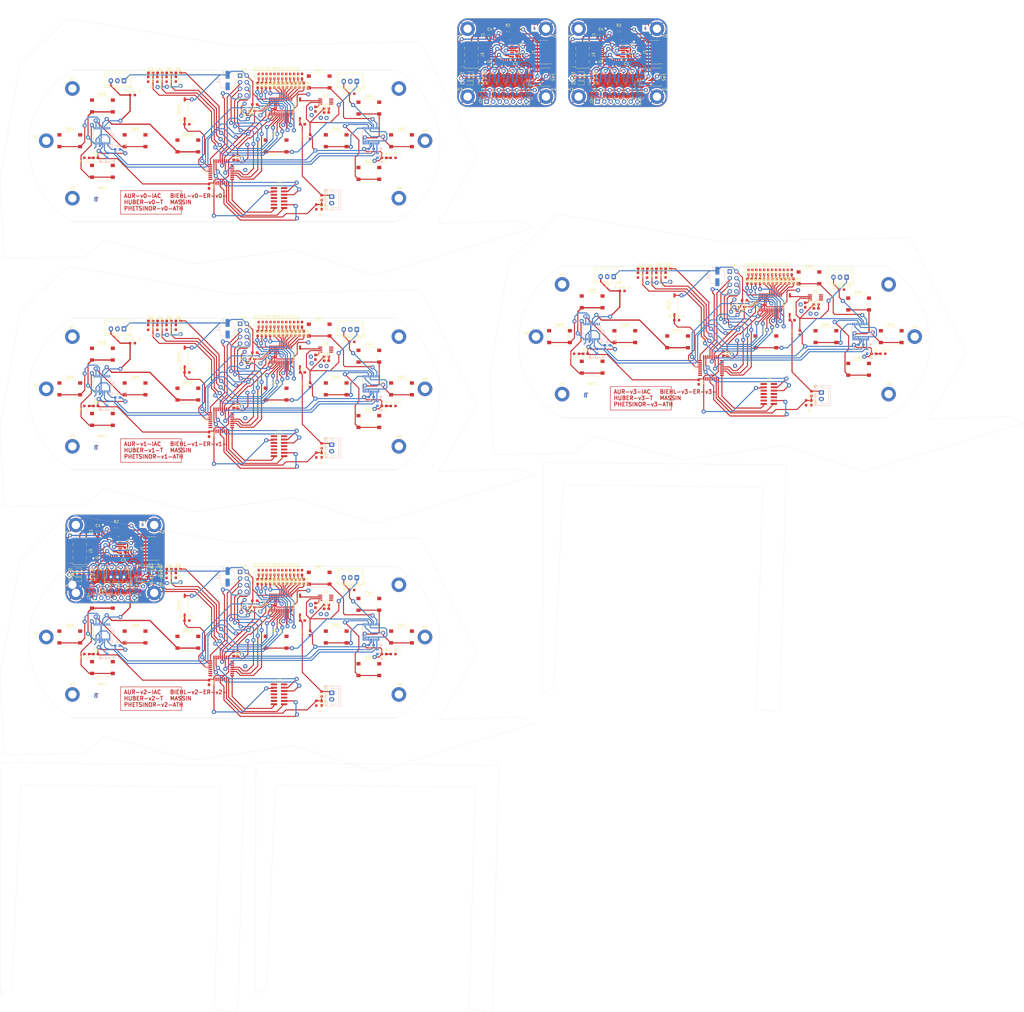
<source format=kicad_pcb>
(kicad_pcb (version 20221018) (generator pcbnew)
  (layers (0 "F.Cu" signal) (31 "B.Cu" signal) (34 "B.Paste" user) (35 "F.Paste" user) (36 "B.SilkS" user "B.Silkscreen") (37 "F.SilkS" user "F.Silkscreen") (38 "B.Mask" user) (39 "F.Mask" user) (44 "Edge.Cuts" user))
  (net 0 "")
  (net 1 "Glob_Alim-v0-")
  (net 2 "GND-v0-")
  (net 3 "POWER-v0-_CHECK-v0-")
  (net 4 "L-v0-i-ion-v0-")
  (net 5 "Net-(C7-Pad1)-v0-")
  (net 6 "Net-(C8-Pad1)-v0-")
  (net 7 "Net-(U3-BP)-v0-")
  (net 8 "Net-(D2-A)-v0-")
  (net 9 "Net-(D3-K)-v0-")
  (net 10 "Net-(D3-A)-v0-")
  (net 11 "Net-(D4-K)-v0-")
  (net 12 "Net-(D4-A)-v0-")
  (net 13 "Net-(D5-K)-v0-")
  (net 14 "Net-(D5-A)-v0-")
  (net 15 "Net-(D6-K)-v0-")
  (net 16 "Net-(D6-A)-v0-")
  (net 17 "Net-(D7-K)-v0-")
  (net 18 "Net-(D7-A)-v0-")
  (net 19 "Net-(D8-K)-v0-")
  (net 20 "Net-(D8-A)-v0-")
  (net 21 "Net-(D9-K)-v0-")
  (net 22 "Net-(D9-A)-v0-")
  (net 23 "Net-(D10-K)-v0-")
  (net 24 "Net-(D10-A)-v0-")
  (net 25 "Net-(D11-K)-v0-")
  (net 26 "Net-(D11-A)-v0-")
  (net 27 "Net-(D12-K)-v0-")
  (net 28 "Net-(D12-A)-v0-")
  (net 29 "Net-(D13-K)-v0-")
  (net 30 "Net-(D13-A)-v0-")
  (net 31 "Net-(D14-K)-v0-")
  (net 32 "Net-(D14-A)-v0-")
  (net 33 "Net-(D15-K)-v0-")
  (net 34 "Net-(D15-A)-v0-")
  (net 35 "Net-(D16-K)-v0-")
  (net 36 "Net-(D16-A)-v0-")
  (net 37 "Net-(D17-K)-v0-")
  (net 38 "Net-(D17-A)-v0-")
  (net 39 "Net-(D18-K)-v0-")
  (net 40 "Net-(D18-A)-v0-")
  (net 43 "SWDIO-v0-")
  (net 44 "SWDCK-v0-")
  (net 48 "R-v0-eset_Buton -v0-")
  (net 49 "USAR-v0-T2_R-v0-X-v0-")
  (net 50 "USAR-v0-T2_TX-v0-")
  (net 51 "R-v0-")
  (net 52 "L-v0-")
  (net 53 "NES{slash}SNES_switcher-v0-")
  (net 54 "DIO{slash}EX_CL-v0-K")
  (net 55 "DIO{slash}EX_SDA-v0-")
  (net 56 "DIODE_OE-v0-")
  (net 57 "Net-(#FL-v0-G05-pwr)")
  (net 58 "A_Button-v0-")
  (net 59 "B_Button-v0-")
  (net 60 "X_Button-v0-")
  (net 61 "Y_Button-v0-")
  (net 62 "UC_Button-v0-")
  (net 63 "Order_Search-v0-")
  (net 64 "L-v0-C_Button")
  (net 65 "R-v0-C_Button")
  (net 66 "DC_Button-v0-")
  (net 67 "ST_Button-v0-")
  (net 68 "SE_Button-v0-")
  (net 73 "Pin_Clock-v0-")
  (net 74 "Digital_Out_Put-v0-")
  (net 75 "MOSI-v0-")
  (net 79 "R-v0-X{slash}TX")
  (net 81 "CSN_nR-v0-F24")
  (net 99 "Glob_Alim-v1-")
  (net 100 "GND-v1-")
  (net 101 "POWER-v1-_CHECK-v1-")
  (net 102 "L-v1-i-ion-v1-")
  (net 103 "Net-(C7-Pad1)-v1-")
  (net 104 "Net-(C8-Pad1)-v1-")
  (net 105 "Net-(U3-BP)-v1-")
  (net 106 "Net-(D2-A)-v1-")
  (net 107 "Net-(D3-K)-v1-")
  (net 108 "Net-(D3-A)-v1-")
  (net 109 "Net-(D4-K)-v1-")
  (net 110 "Net-(D4-A)-v1-")
  (net 111 "Net-(D5-K)-v1-")
  (net 112 "Net-(D5-A)-v1-")
  (net 113 "Net-(D6-K)-v1-")
  (net 114 "Net-(D6-A)-v1-")
  (net 115 "Net-(D7-K)-v1-")
  (net 116 "Net-(D7-A)-v1-")
  (net 117 "Net-(D8-K)-v1-")
  (net 118 "Net-(D8-A)-v1-")
  (net 119 "Net-(D9-K)-v1-")
  (net 120 "Net-(D9-A)-v1-")
  (net 121 "Net-(D10-K)-v1-")
  (net 122 "Net-(D10-A)-v1-")
  (net 123 "Net-(D11-K)-v1-")
  (net 124 "Net-(D11-A)-v1-")
  (net 125 "Net-(D12-K)-v1-")
  (net 126 "Net-(D12-A)-v1-")
  (net 127 "Net-(D13-K)-v1-")
  (net 128 "Net-(D13-A)-v1-")
  (net 129 "Net-(D14-K)-v1-")
  (net 130 "Net-(D14-A)-v1-")
  (net 131 "Net-(D15-K)-v1-")
  (net 132 "Net-(D15-A)-v1-")
  (net 133 "Net-(D16-K)-v1-")
  (net 134 "Net-(D16-A)-v1-")
  (net 135 "Net-(D17-K)-v1-")
  (net 136 "Net-(D17-A)-v1-")
  (net 137 "Net-(D18-K)-v1-")
  (net 138 "Net-(D18-A)-v1-")
  (net 141 "SWDIO-v1-")
  (net 142 "SWDCK-v1-")
  (net 146 "R-v1-eset_Buton -v1-")
  (net 147 "USAR-v1-T2_R-v1-X-v1-")
  (net 148 "USAR-v1-T2_TX-v1-")
  (net 149 "R-v1-")
  (net 150 "L-v1-")
  (net 151 "NES{slash}SNES_switcher-v1-")
  (net 152 "DIO{slash}EX_CL-v1-K")
  (net 153 "DIO{slash}EX_SDA-v1-")
  (net 154 "DIODE_OE-v1-")
  (net 155 "Net-(#FL-v1-G05-pwr)")
  (net 156 "A_Button-v1-")
  (net 157 "B_Button-v1-")
  (net 158 "X_Button-v1-")
  (net 159 "Y_Button-v1-")
  (net 160 "UC_Button-v1-")
  (net 161 "Order_Search-v1-")
  (net 162 "L-v1-C_Button")
  (net 163 "R-v1-C_Button")
  (net 164 "DC_Button-v1-")
  (net 165 "ST_Button-v1-")
  (net 166 "SE_Button-v1-")
  (net 171 "Pin_Clock-v1-")
  (net 172 "Digital_Out_Put-v1-")
  (net 173 "MOSI-v1-")
  (net 177 "R-v1-X{slash}TX")
  (net 179 "CSN_nR-v1-F24")
  (net 197 "Glob_Alim-v2-")
  (net 198 "GND-v2-")
  (net 199 "POWER-v2-_CHECK-v2-")
  (net 200 "L-v2-i-ion-v2-")
  (net 201 "Net-(C7-Pad1)-v2-")
  (net 202 "Net-(C8-Pad1)-v2-")
  (net 203 "Net-(U3-BP)-v2-")
  (net 204 "Net-(D2-A)-v2-")
  (net 205 "Net-(D3-K)-v2-")
  (net 206 "Net-(D3-A)-v2-")
  (net 207 "Net-(D4-K)-v2-")
  (net 208 "Net-(D4-A)-v2-")
  (net 209 "Net-(D5-K)-v2-")
  (net 210 "Net-(D5-A)-v2-")
  (net 211 "Net-(D6-K)-v2-")
  (net 212 "Net-(D6-A)-v2-")
  (net 213 "Net-(D7-K)-v2-")
  (net 214 "Net-(D7-A)-v2-")
  (net 215 "Net-(D8-K)-v2-")
  (net 216 "Net-(D8-A)-v2-")
  (net 217 "Net-(D9-K)-v2-")
  (net 218 "Net-(D9-A)-v2-")
  (net 219 "Net-(D10-K)-v2-")
  (net 220 "Net-(D10-A)-v2-")
  (net 221 "Net-(D11-K)-v2-")
  (net 222 "Net-(D11-A)-v2-")
  (net 223 "Net-(D12-K)-v2-")
  (net 224 "Net-(D12-A)-v2-")
  (net 225 "Net-(D13-K)-v2-")
  (net 226 "Net-(D13-A)-v2-")
  (net 227 "Net-(D14-K)-v2-")
  (net 228 "Net-(D14-A)-v2-")
  (net 229 "Net-(D15-K)-v2-")
  (net 230 "Net-(D15-A)-v2-")
  (net 231 "Net-(D16-K)-v2-")
  (net 232 "Net-(D16-A)-v2-")
  (net 233 "Net-(D17-K)-v2-")
  (net 234 "Net-(D17-A)-v2-")
  (net 235 "Net-(D18-K)-v2-")
  (net 236 "Net-(D18-A)-v2-")
  (net 239 "SWDIO-v2-")
  (net 240 "SWDCK-v2-")
  (net 244 "R-v2-eset_Buton -v2-")
  (net 245 "USAR-v2-T2_R-v2-X-v2-")
  (net 246 "USAR-v2-T2_TX-v2-")
  (net 247 "R-v2-")
  (net 248 "L-v2-")
  (net 249 "NES{slash}SNES_switcher-v2-")
  (net 250 "DIO{slash}EX_CL-v2-K")
  (net 251 "DIO{slash}EX_SDA-v2-")
  (net 252 "DIODE_OE-v2-")
  (net 253 "Net-(#FL-v2-G05-pwr)")
  (net 254 "A_Button-v2-")
  (net 255 "B_Button-v2-")
  (net 256 "X_Button-v2-")
  (net 257 "Y_Button-v2-")
  (net 258 "UC_Button-v2-")
  (net 259 "Order_Search-v2-")
  (net 260 "L-v2-C_Button")
  (net 261 "R-v2-C_Button")
  (net 262 "DC_Button-v2-")
  (net 263 "ST_Button-v2-")
  (net 264 "SE_Button-v2-")
  (net 269 "Pin_Clock-v2-")
  (net 270 "Digital_Out_Put-v2-")
  (net 271 "MOSI-v2-")
  (net 275 "R-v2-X{slash}TX")
  (net 277 "CSN_nR-v2-F24")
  (net 295 "Glob_Alim-v3-")
  (net 296 "GND-v3-")
  (net 297 "POWER-v3-_CHECK-v3-")
  (net 298 "L-v3-i-ion-v3-")
  (net 299 "Net-(C7-Pad1)-v3-")
  (net 300 "Net-(C8-Pad1)-v3-")
  (net 301 "Net-(U3-BP)-v3-")
  (net 302 "Net-(D2-A)-v3-")
  (net 303 "Net-(D3-K)-v3-")
  (net 304 "Net-(D3-A)-v3-")
  (net 305 "Net-(D4-K)-v3-")
  (net 306 "Net-(D4-A)-v3-")
  (net 307 "Net-(D5-K)-v3-")
  (net 308 "Net-(D5-A)-v3-")
  (net 309 "Net-(D6-K)-v3-")
  (net 310 "Net-(D6-A)-v3-")
  (net 311 "Net-(D7-K)-v3-")
  (net 312 "Net-(D7-A)-v3-")
  (net 313 "Net-(D8-K)-v3-")
  (net 314 "Net-(D8-A)-v3-")
  (net 315 "Net-(D9-K)-v3-")
  (net 316 "Net-(D9-A)-v3-")
  (net 317 "Net-(D10-K)-v3-")
  (net 318 "Net-(D10-A)-v3-")
  (net 319 "Net-(D11-K)-v3-")
  (net 320 "Net-(D11-A)-v3-")
  (net 321 "Net-(D12-K)-v3-")
  (net 322 "Net-(D12-A)-v3-")
  (net 323 "Net-(D13-K)-v3-")
  (net 324 "Net-(D13-A)-v3-")
  (net 325 "Net-(D14-K)-v3-")
  (net 326 "Net-(D14-A)-v3-")
  (net 327 "Net-(D15-K)-v3-")
  (net 328 "Net-(D15-A)-v3-")
  (net 329 "Net-(D16-K)-v3-")
  (net 330 "Net-(D16-A)-v3-")
  (net 331 "Net-(D17-K)-v3-")
  (net 332 "Net-(D17-A)-v3-")
  (net 333 "Net-(D18-K)-v3-")
  (net 334 "Net-(D18-A)-v3-")
  (net 337 "SWDIO-v3-")
  (net 338 "SWDCK-v3-")
  (net 342 "R-v3-eset_Buton -v3-")
  (net 343 "USAR-v3-T2_R-v3-X-v3-")
  (net 344 "USAR-v3-T2_TX-v3-")
  (net 345 "R-v3-")
  (net 346 "L-v3-")
  (net 347 "NES{slash}SNES_switcher-v3-")
  (net 348 "DIO{slash}EX_CL-v3-K")
  (net 349 "DIO{slash}EX_SDA-v3-")
  (net 350 "DIODE_OE-v3-")
  (net 351 "Net-(#FL-v3-G05-pwr)")
  (net 352 "A_Button-v3-")
  (net 353 "B_Button-v3-")
  (net 354 "X_Button-v3-")
  (net 355 "Y_Button-v3-")
  (net 356 "UC_Button-v3-")
  (net 357 "Order_Search-v3-")
  (net 358 "L-v3-C_Button")
  (net 359 "R-v3-C_Button")
  (net 360 "DC_Button-v3-")
  (net 361 "ST_Button-v3-")
  (net 362 "SE_Button-v3-")
  (net 367 "Pin_Clock-v3-")
  (net 368 "Digital_Out_Put-v3-")
  (net 369 "MOSI-v3-")
  (net 373 "R-v3-X{slash}TX")
  (net 375 "CSN_nR-v3-F24")
  (net 393 "+5V-v7-")
  (net 394 "GND-v7-")
  (net 395 "+3.3V-v7-")
  (net 396 "Net-(D1-K)-v7-")
  (net 398 "Net-(D3-K)-v7-")
  (net 399 "Status_LED-v7-")
  (net 400 "Data_Clock_SNES-v7-")
  (net 401 "Data_Latch_SNES-v7-")
  (net 402 "Net-(D2-K)-v7-")
  (net 403 "Serial_Data1_SNES-v7-")
  (net 404 "Serial_Data2_SNES-v7-")
  (net 405 "SPI_Chip_Select-v7-")
  (net 406 "Chip_Enable-v7-")
  (net 407 "SPI_Digital_Input-v7-")
  (net 408 "SPI_Clock-v7-")
  (net 409 "SPI_Digital_Output-v7-")
  (net 410 "IOBit_SNES-v7-")
  (net 411 "Data_Clock_STM32-v7-")
  (net 412 "Data_Latch_STM32-v7-")
  (net 413 "Appairing_Btn-v7-")
  (net 414 "Net-(U2-BP)-v7-")
  (net 415 "SWDIO-v7-")
  (net 416 "SWDCK-v7-")
  (net 419 "NRST-v7-")
  (net 420 "USART2_RX-v7-")
  (net 421 "USART2_TX-v7-")
  (net 422 "Serial_Data1_STM32-v7-")
  (net 423 "IOBit_STM32-v7-")
  (net 424 "Serial_Data2_STM32-v7-")
  (net 438 "+5V-v8-")
  (net 439 "GND-v8-")
  (net 440 "+3.3V-v8-")
  (net 441 "Net-(D1-K)-v8-")
  (net 443 "Net-(D3-K)-v8-")
  (net 444 "Status_LED-v8-")
  (net 445 "Data_Clock_SNES-v8-")
  (net 446 "Data_Latch_SNES-v8-")
  (net 447 "Net-(D2-K)-v8-")
  (net 448 "Serial_Data1_SNES-v8-")
  (net 449 "Serial_Data2_SNES-v8-")
  (net 450 "SPI_Chip_Select-v8-")
  (net 451 "Chip_Enable-v8-")
  (net 452 "SPI_Digital_Input-v8-")
  (net 453 "SPI_Clock-v8-")
  (net 454 "SPI_Digital_Output-v8-")
  (net 455 "IOBit_SNES-v8-")
  (net 456 "Data_Clock_STM32-v8-")
  (net 457 "Data_Latch_STM32-v8-")
  (net 458 "Appairing_Btn-v8-")
  (net 459 "Net-(U2-BP)-v8-")
  (net 460 "SWDIO-v8-")
  (net 461 "SWDCK-v8-")
  (net 464 "NRST-v8-")
  (net 465 "USART2_RX-v8-")
  (net 466 "USART2_TX-v8-")
  (net 467 "Serial_Data1_STM32-v8-")
  (net 468 "IOBit_STM32-v8-")
  (net 469 "Serial_Data2_STM32-v8-")
  (net 483 "+5V-v9-")
  (net 484 "GND-v9-")
  (net 485 "+3.3V-v9-")
  (net 486 "Net-(D1-K)-v9-")
  (net 488 "Net-(D3-K)-v9-")
  (net 489 "Status_LED-v9-")
  (net 490 "Data_Clock_SNES-v9-")
  (net 491 "Data_Latch_SNES-v9-")
  (net 492 "Net-(D2-K)-v9-")
  (net 493 "Serial_Data1_SNES-v9-")
  (net 494 "Serial_Data2_SNES-v9-")
  (net 495 "SPI_Chip_Select-v9-")
  (net 496 "Chip_Enable-v9-")
  (net 497 "SPI_Digital_Input-v9-")
  (net 498 "SPI_Clock-v9-")
  (net 499 "SPI_Digital_Output-v9-")
  (net 500 "IOBit_SNES-v9-")
  (net 501 "Data_Clock_STM32-v9-")
  (net 502 "Data_Latch_STM32-v9-")
  (net 503 "Appairing_Btn-v9-")
  (net 504 "Net-(U2-BP)-v9-")
  (net 505 "SWDIO-v9-")
  (net 506 "SWDCK-v9-")
  (net 509 "NRST-v9-")
  (net 510 "USART2_RX-v9-")
  (net 511 "USART2_TX-v9-")
  (net 512 "Serial_Data1_STM32-v9-")
  (net 513 "IOBit_STM32-v9-")
  (net 514 "Serial_Data2_STM32-v9-")
  (footprint "L-v3-ED_SMD:L-v3-ED_0603_1608Metric_Pad1.05x0.95mm_HandSolder" (layer "F.Cu") (at 295.398491 101.945225 -90)
    (fp_text reference "D12")
    (fp_text value "O2")
  )
  (footprint "L-v3-ED_SMD:L-v3-ED_0603_1608Metric_Pad1.05x0.95mm_HandSolder" (layer "F.Cu") (at 301.813491 101.932725 -90)
    (fp_text reference "D16")
    (fp_text value "R-v3-2")
  )
  (footprint "Button_Switch_SMD:SW_DIP_SPSTx01_Slide_Copal_CHS-01B_W7.62mm_P1.27mm" (layer "F.Cu") (at 303.608491 111.132725 90)
    (fp_text reference "SW1")
    (fp_text value "SW_DIP_x01")
  )
  (footprint "Button_Switch_SMD:SW_SPST_B3S-1000" (layer "F.Cu") (at 251.25 23.75 180)
    (fp_text reference "SW1")
    (fp_text value "SW_SPST")
  )
  (footprint "L-v1-ED_SMD:L-v1-ED_0603_1608Metric_Pad1.05x0.95mm_HandSolder" (layer "F.Cu") (at 111.113491 121.932725 -90)
    (fp_text reference "D14")
    (fp_text value "O4")
  )
  (footprint "MountingHole:MountingHole_3.2mm_M3_DIN965_Pad" (layer "F.Cu") (at 18.938491 238.132725)
    (fp_text reference "H2")
    (fp_text value "MountingHole_Pad")
  )
  (footprint "MountingHole:MountingHole_3.2mm_M3_DIN965_Pad" (layer "F.Cu") (at 18.938491 143.132725)
    (fp_text reference "H2")
    (fp_text value "MountingHole_Pad")
  )
  (footprint "Button_Switch_SMD:SW_SPST_B3S-1000" (layer "F.Cu") (at 52.938491 238.132725)
    (fp_text reference "SW8")
    (fp_text value "SW_Push")
  )
  (footprint "R-v0-esistor_SMD:R-v0-_0603_1608Metric_Pad0.98x0.95mm_HandSolder" (layer "F.Cu") (at 61.463491 24.632725 -90)
    (fp_text reference "R-v0-20")
    (fp_text value "1K")
  )
  (footprint "L-v3-ED_SMD:L-v3-ED_0603_1608Metric_Pad1.05x0.95mm_HandSolder" (layer "F.Cu") (at 256.938491 97.132725)
    (fp_text reference "D6")
    (fp_text value "G4")
  )
  (footprint "Connector_PinHeader_2.54mm:PinHeader_2x04_P2.54mm_Vertical" (layer "F.Cu") (at 93.138491 213.192725)
    (fp_text reference "U2")
    (fp_text value "nR-v2-F24_Full")
  )
  (footprint "R-v2-esistor_SMD:R-v2-_0603_1608Metric_Pad0.98x0.95mm_HandSolder" (layer "F.Cu") (at 113.838491 213.445225 90)
    (fp_text reference "R-v2-32")
    (fp_text value "1K")
  )
  (footprint "Button_Switch_SMD:SW_SPST_B3S-1000" (layer "F.Cu") (at 329.938491 110.632725)
    (fp_text reference "SW4")
    (fp_text value "SW_Push")
  )
  (footprint "Connector_JST:JST_XH_B3B-XH-A_1x03_P2.50mm_Vertical" (layer "F.Cu") (at 137.842491 215.394725 180)
    (fp_text reference "J4")
    (fp_text value "Conn_01x03")
  )
  (footprint "L-v2-ED_SMD:L-v2-ED_0603_1608Metric_Pad1.05x0.95mm_HandSolder" (layer "F.Cu") (at 112.713491 216.932725 -90)
    (fp_text reference "D15")
    (fp_text value "R-v2-1")
  )
  (footprint "MountingHole:MountingHole_3.2mm_M3_DIN965_Pad" (layer "F.Cu") (at 30.25 221.25)
    (fp_text reference "H3")
    (fp_text value "MountingHole_Pad")
  )
  (footprint "R-v1-esistor_SMD:R-v1-_0603_1608Metric_Pad0.98x0.95mm_HandSolder" (layer "F.Cu") (at 34.446467 149.682725 180)
    (fp_text reference "R-v1-7")
    (fp_text value "1k")
  )
  (footprint "Capacitor_SMD:C_0603_1608Metric_Pad1.08x0.95mm_HandSolder" (layer "F.Cu") (at 119.933491 141.615225 -90)
    (fp_text reference "C10")
    (fp_text value "100nF")
  )
  (footprint "R-v0-esistor_SMD:R-v0-_0603_1608Metric_Pad0.98x0.95mm_HandSolder" (layer "F.Cu") (at 115.338491 23.445225 90)
    (fp_text reference "R-v0-33")
    (fp_text value "1K")
  )
  (footprint "Button_Switch_SMD:SW_SPST_B3S-1000" (layer "F.Cu") (at 73.148491 145.132725)
    (fp_text reference "SW12")
    (fp_text value "SW_Push")
  )
  (footprint "Button_Switch_SMD:SW_SPST_B3S-1000" (layer "F.Cu") (at 40.438491 34.832725)
    (fp_text reference "SW6")
    (fp_text value "SW_Push")
  )
  (footprint "Capacitor_SMD:C_0603_1608Metric_Pad1.08x0.95mm_HandSolder" (layer "F.Cu") (at 307.433491 121.615225 -90)
    (fp_text reference "C10")
    (fp_text value "100nF")
  )
  (footprint "R-v0-esistor_SMD:R-v0-_0603_1608Metric_Pad0.98x0.95mm_HandSolder" (layer "F.Cu") (at 124.338491 69.932725 -90)
    (fp_text reference "R-v0-9")
    (fp_text value "1M")
  )
  (footprint "L-v3-ED_SMD:L-v3-ED_0603_1608Metric_Pad1.05x0.95mm_HandSolder" (layer "F.Cu") (at 290.563491 101.957725 -90)
    (fp_text reference "D9")
    (fp_text value "G7")
  )
  (footprint "L-v1-ED_SMD:L-v1-ED_0603_1608Metric_Pad1.05x0.95mm_HandSolder" (layer "F.Cu") (at 104.663491 121.957725 -90)
    (fp_text reference "D10")
    (fp_text value "G8")
  )
  (footprint "Button_Switch_SMD:SW_DIP_SPSTx01_Slide_Copal_CHS-01B_W7.62mm_P1.27mm" (layer "F.Cu") (at 259.438491 111.132725 90)
    (fp_text reference "SW10")
    (fp_text value "SW_DIP_x01")
  )
  (footprint "Package_QFP:L-v2-QFP-32_7x7mm_P0.8mm" (layer "F.Cu") (at 85.938491 250.132725 90)
    (fp_text reference "U1")
    (fp_text value "STM32L-v2-412KBTx")
  )
  (footprint "L-v1-ED_SMD:L-v1-ED_0603_1608Metric_Pad1.05x0.95mm_HandSolder" (layer "F.Cu") (at 126.198491 132.332725)
    (fp_text reference "D2")
    (fp_text value "L-v1-ED_Small")
  )
  (footprint "R-v3-esistor_SMD:R-v3-_0603_1608Metric_Pad0.98x0.95mm_HandSolder" (layer "F.Cu") (at 295.338491 98.445225 90)
    (fp_text reference "R-v3-28")
    (fp_text value "1K")
  )
  (footprint "Button_Switch_SMD:SW_SPST_B3S-1000" (layer "F.Cu") (at 215.438491 123.132725)
    (fp_text reference "SW9")
    (fp_text value "SW_Push")
  )
  (footprint "L-v3-ED_SMD:L-v3-ED_0603_1608Metric_Pad1.05x0.95mm_HandSolder" (layer "F.Cu") (at 249.938491 97.132725)
    (fp_text reference "D4")
    (fp_text value "G2")
  )
  (footprint "Resistor_SMD:R_0603_1608Metric_Pad0.98x0.95mm_HandSolder" (layer "F.Cu") (at 184.26875 26.05)
    (fp_text reference "R3")
    (fp_text value "1k")
  )
  (footprint "R-v1-esistor_SMD:R-v1-_0603_1608Metric_Pad0.98x0.95mm_HandSolder" (layer "F.Cu") (at 101.838491 118.445225 90)
    (fp_text reference "R-v1-24")
    (fp_text value "1K")
  )
  (footprint "L-v0-ED_SMD:L-v0-ED_0603_1608Metric_Pad1.05x0.95mm_HandSolder" (layer "F.Cu") (at 99.863491 26.957725 -90)
    (fp_text reference "D7")
    (fp_text value "G5")
  )
  (footprint "L-v0-ED_SMD:L-v0-ED_0603_1608Metric_Pad1.05x0.95mm_HandSolder" (layer "F.Cu") (at 109.513491 26.932725 -90)
    (fp_text reference "D13")
    (fp_text value "O3")
  )
  (footprint "Button_Switch_SMD:SW_SPST_B3S-1000" (layer "F.Cu") (at 27.938491 48.132725)
    (fp_text reference "SW9")
    (fp_text value "SW_Push")
  )
  (footprint "R-v3-esistor_SMD:R-v3-_0603_1608Metric_Pad0.98x0.95mm_HandSolder" (layer "F.Cu") (at 311.838491 144.932725 -90)
    (fp_text reference "R-v3-9")
    (fp_text value "1M")
  )
  (footprint "L-v0-ED_SMD:L-v0-ED_0603_1608Metric_Pad1.05x0.95mm_HandSolder" (layer "F.Cu") (at 114.313491 26.932725 -90)
    (fp_text reference "D16")
    (fp_text value "R-v0-2")
  )
  (footprint "R-v0-esistor_SMD:R-v0-_0603_1608Metric_Pad0.98x0.95mm_HandSolder" (layer "F.Cu") (at 126.198491 35.808725)
    (fp_text reference "R-v0-3")
    (fp_text value "1K")
  )
  (footprint "R-v1-esistor_SMD:R-v1-_0603_1608Metric_Pad0.98x0.95mm_HandSolder" (layer "F.Cu") (at 122.338491 168.470225 -90)
    (fp_text reference "R-v1-10")
    (fp_text value "1M")
  )
  (footprint "Capacitor_SMD:C_0603_1608Metric_Pad1.08x0.95mm_HandSolder" (layer "F.Cu") (at 241.51 11.5 90)
    (fp_text reference "C5")
    (fp_text value "100n")
  )
  (footprint "R-v0-esistor_SMD:R-v0-_0603_1608Metric_Pad0.98x0.95mm_HandSolder" (layer "F.Cu") (at 98.748491 34.232725 180)
    (fp_text reference "R-v0-16")
    (fp_text value "10K")
  )
  (footprint "L-v0-ED_SMD:L-v0-ED_0603_1608Metric_Pad1.05x0.95mm_HandSolder" (layer "F.Cu") (at 112.713491 26.932725 -90)
    (fp_text reference "D15")
    (fp_text value "R-v0-1")
  )
  (footprint "Diode_SMD:D_0603_1608Metric_Pad1.05x0.95mm_HandSolder" (layer "F.Cu") (at 30.76875 216.05 180)
    (fp_text reference "D2")
    (fp_text value "LED_Small")
  )
  (footprint "R-v1-esistor_SMD:R-v1-_0603_1608Metric_Pad0.98x0.95mm_HandSolder" (layer "F.Cu") (at 64.988491 119.607725 -90)
    (fp_text reference "R-v1-21")
    (fp_text value "1K")
  )
  (footprint "Capacitor_SMD:C_0603_1608Metric_Pad1.08x0.95mm_HandSolder" (layer "F.Cu") (at 117.033491 41.832725)
    (fp_text reference "C4")
    (fp_text value "1u")
  )
  (footprint "Button_Switch_SMD:SW_SPST_B3S-1000" (layer "F.Cu") (at 310.938491 100.632725)
    (fp_text reference "SW7")
    (fp_text value "SW_SPST")
  )
  (footprint "L-v3-ED_SMD:L-v3-ED_0603_1608Metric_Pad1.05x0.95mm_HandSolder" (layer "F.Cu") (at 303.413491 101.932725 -90)
    (fp_text reference "D17")
    (fp_text value "R-v3-3")
  )
  (footprint "L-v0-ED_SMD:L-v0-ED_0603_1608Metric_Pad1.05x0.95mm_HandSolder" (layer "F.Cu") (at 126.198491 37.332725)
    (fp_text reference "D2")
    (fp_text value "L-v0-ED_Small")
  )
  (footprint "Connector_PinHeader_1.27mm:PinHeader_2x07_P1.27mm_Vertical_SMD" (layer "F.Cu") (at 108.063491 260.072725)
    (fp_text reference "J2")
    (fp_text value "Conn_02x07_Odd_Even")
  )
  (footprint "Capacitor_SMD:C_0603_1608Metric_Pad1.08x0.95mm_HandSolder" (layer "F.Cu") (at 90.638491 54.604725 -90)
    (fp_text reference "C3")
    (fp_text value "100n")
  )
  (footprint "Capacitor_SMD:C_0603_1608Metric_Pad1.08x0.95mm_HandSolder" (layer "F.Cu") (at 119.933491 46.615225 -90)
    (fp_text reference "C10")
    (fp_text value "100nF")
  )
  (footprint "R-v1-esistor_SMD:R-v1-_0603_1608Metric_Pad0.98x0.95mm_HandSolder" (layer "F.Cu") (at 109.338491 118.445225 90)
    (fp_text reference "R-v1-29")
    (fp_text value "1K")
  )
  (footprint "MountingHole:MountingHole_3.2mm_M3_DIN965_Pad" (layer "F.Cu") (at 30.25 195.25)
    (fp_text reference "H1")
    (fp_text value "MountingHole_Pad")
  )
  (footprint "R-v2-esistor_SMD:R-v2-_0603_1608Metric_Pad0.98x0.95mm_HandSolder" (layer "F.Cu") (at 72.788491 231.832725)
    (fp_text reference "R-v2-1")
    (fp_text value "1K")
  )
  (footprint "L-v1-ED_SMD:L-v1-ED_0603_1608Metric_Pad1.05x0.95mm_HandSolder" (layer "F.Cu") (at 99.863491 121.957725 -90)
    (fp_text reference "D7")
    (fp_text value "G5")
  )
  (footprint "R-v1-esistor_SMD:R-v1-_0603_1608Metric_Pad0.98x0.95mm_HandSolder" (layer "F.Cu") (at 124.338491 164.932725 -90)
    (fp_text reference "R-v1-9")
    (fp_text value "1M")
  )
  (footprint "Connector_PinHeader_2.54mm:PinHeader_2x04_P2.54mm_Vertical" (layer "F.Cu") (at 93.138491 23.192725)
    (fp_text reference "U2")
    (fp_text value "nR-v0-F24_Full")
  )
  (footprint "Connector_PinHeader_1.27mm:PinHeader_2x07_P1.27mm_Vertical_SMD" (layer "F.Cu") (at 108.063491 165.072725)
    (fp_text reference "J2")
    (fp_text value "Conn_02x07_Odd_Even")
  )
  (footprint "L-v2-ED_SMD:L-v2-ED_0603_1608Metric_Pad1.05x0.95mm_HandSolder" (layer "F.Cu") (at 104.663491 216.957725 -90)
    (fp_text reference "D10")
    (fp_text value "G8")
  )
  (footprint "Button_Switch_SMD:SW_DIP_SPSTx01_Slide_Copal_CHS-01B_W7.62mm_P1.27mm" (layer "F.Cu") (at 71.938491 36.132725 90)
    (fp_text reference "SW10")
    (fp_text value "SW_DIP_x01")
  )
  (footprint "Capacitor_SMD:C_0603_1608Metric_Pad1.08x0.95mm_HandSolder" (layer "F.Cu") (at 117.033491 231.832725)
    (fp_text reference "C4")
    (fp_text value "1u")
  )
  (footprint "Capacitor_SMD:C_0603_1608Metric_Pad1.08x0.95mm_HandSolder" (layer "F.Cu") (at 121.988491 226.032725 -90)
    (fp_text reference "C9")
    (fp_text value "470p")
  )
  (footprint "R-v1-esistor_SMD:R-v1-_0603_1608Metric_Pad0.98x0.95mm_HandSolder" (layer "F.Cu") (at 103.308491 118.445225 90)
    (fp_text reference "R-v1-25")
    (fp_text value "1K")
  )
  (footprint "L-v3-ED_SMD:L-v3-ED_0603_1608Metric_Pad1.05x0.95mm_HandSolder" (layer "F.Cu") (at 253.438491 97.132725)
    (fp_text reference "D5")
    (fp_text value "G3")
  )
  (footprint "Connector_PinHeader_2.54mm:PinHeader_2x04_P2.54mm_Vertical" (layer "F.Cu") (at 280.638491 98.192725)
    (fp_text reference "U2")
    (fp_text value "nR-v3-F24_Full")
  )
  (footprint "MountingHole:MountingHole_3.2mm_M3_DIN965_Pad" (layer "F.Cu") (at 341.438491 103.132725)
    (fp_text reference "H4")
    (fp_text value "MountingHole_Pad")
  )
  (footprint "R-v3-esistor_SMD:R-v3-_0603_1608Metric_Pad0.98x0.95mm_HandSolder" (layer "F.Cu") (at 323.438491 105.132725)
    (fp_text reference "R-v3-13")
    (fp_text value "1K")
  )
  (footprint "Button_Switch_SMD:SW_SPST_B3S-1000" (layer "F.Cu") (at 129.938491 48.132725)
    (fp_text reference "SW5")
    (fp_text value "SW_Push")
  )
  (footprint "R-v3-esistor_SMD:R-v3-_0603_1608Metric_Pad0.98x0.95mm_HandSolder" (layer "F.Cu") (at 302.838491 98.445225 90)
    (fp_text reference "R-v3-33")
    (fp_text value "1K")
  )
  (footprint "Connector_JST:JST_XH_B3B-XH-A_1x03_P2.50mm_Vertical" (layer "F.Cu") (at 48.688491 215.157725 180)
    (fp_text reference "J3")
    (fp_text value "Conn_01x03")
  )
  (footprint "Connector_JST:JST_XH_B3B-XH-A_1x03_P2.50mm_Vertical" (layer "F.Cu") (at 48.688491 120.157725 180)
    (fp_text reference "J3")
    (fp_text value "Conn_01x03")
  )
  (footprint "Package_SO:MSOP-8_3x3mm_P0.65mm" (layer "F.Cu") (at 125.938491 33.132725)
    (fp_text reference "U3")
    (fp_text value "MIC5219-3.3YMM")
  )
  (footprint "Capacitor_SMD:C_0603_1608Metric_Pad1.08x0.95mm_HandSolder" (layer "F.Cu") (at 279.662491 129.604725 -90)
    (fp_text reference "C6")
    (fp_text value "10u")
  )
  (footprint "R-v1-esistor_SMD:R-v1-_0603_1608Metric_Pad0.98x0.95mm_HandSolder" (layer "F.Cu") (at 115.338491 118.445225 90)
    (fp_text reference "R-v1-33")
    (fp_text value "1K")
  )
  (footprint "MountingHole:MountingHole_3.2mm_M3_DIN965_Pad" (layer "F.Cu") (at 28.938491 123.132725)
    (fp_text reference "H1")
    (fp_text value "MountingHole_Pad")
  )
  (footprint "MountingHole:MountingHole_3.2mm_M3_DIN965_Pad" (layer "F.Cu") (at 153.938491 70.132725)
    (fp_text reference "H6")
    (fp_text value "MountingHole_Pad")
  )
  (footprint "MountingHole:MountingHole_3.2mm_M3_DIN965_Pad" (layer "F.Cu") (at 153.938491 28.132725)
    (fp_text reference "H4")
    (fp_text value "MountingHole_Pad")
  )
  (footprint "Button_Switch_SMD:SW_DIP_SPSTx01_Slide_Copal_CHS-01B_W7.62mm_P1.27mm" (layer "F.Cu") (at 116.108491 36.132725 90)
    (fp_text reference "SW1")
    (fp_text value "SW_DIP_x01")
  )
  (footprint "L-v0-ED_SMD:L-v0-ED_0603_1608Metric_Pad1.05x0.95mm_HandSolder" (layer "F.Cu") (at 69.438491 22.132725)
    (fp_text reference "D6")
    (fp_text value "G4")
  )
  (footprint "Capacitor_SMD:C_0603_1608Metric_Pad1.08x0.95mm_HandSolder" (layer "F.Cu") (at 37.55 197.75 90)
    (fp_text reference "C1")
    (fp_text value "10u")
  )
  (footprint "R-v0-esistor_SMD:R-v0-_0603_1608Metric_Pad0.98x0.95mm_HandSolder" (layer "F.Cu") (at 135.938491 30.132725)
    (fp_text reference "R-v0-13")
    (fp_text value "1K")
  )
  (footprint "MountingHole:MountingHole_3.2mm_M3_DIN965_Pad" (layer "F.Cu") (at 351.438491 123.132725)
    (fp_text reference "H5")
    (fp_text value "MountingHole_Pad")
  )
  (footprint "Capacitor_SMD:C_0603_1608Metric_Pad1.08x0.95mm_HandSolder" (layer "F.Cu") (at 278.138491 129.604725 -90)
    (fp_text reference "C3")
    (fp_text value "100n")
  )
  (footprint "Resistor_SMD:R_0603_1608Metric_Pad0.98x0.95mm_HandSolder" (layer "F.Cu") (at 45.67 196.32 90)
    (fp_text reference "R2")
    (fp_text value "10k")
  )
  (footprint "L-v3-ED_SMD:L-v3-ED_0603_1608Metric_Pad1.05x0.95mm_HandSolder" (layer "F.Cu") (at 297.013491 101.932725 -90)
    (fp_text reference "D13")
    (fp_text value "O3")
  )
  (footprint "Button_Switch_SMD:SW_SPST_B3S-1000" (layer "F.Cu") (at 27.938491 238.132725)
    (fp_text reference "SW9")
    (fp_text value "SW_Push")
  )
  (footprint "R-v3-esistor_SMD:R-v3-_0603_1608Metric_Pad0.98x0.95mm_HandSolder" (layer "F.Cu") (at 313.698491 110.808725)
    (fp_text reference "R-v3-3")
    (fp_text value "1K")
  )
  (footprint "Connector_JST:JST_XH_B3B-XH-A_1x03_P2.50mm_Vertical" (layer "F.Cu") (at 137.842491 120.394725 180)
    (fp_text reference "J4")
    (fp_text value "Conn_01x03")
  )
  (footprint "R-v0-esistor_SMD:R-v0-_0603_1608Metric_Pad0.98x0.95mm_HandSolder" (layer "F.Cu") (at 107.838491 23.445225 90)
    (fp_text reference "R-v0-28")
    (fp_text value "1K")
  )
  (footprint "Button_Switch_SMD:SW_SPST_B3S-1000" (layer "F.Cu") (at 142.438491 155.632725)
    (fp_text reference "SW3")
    (fp_text value "SW_Push")
  )
  (footprint "R-v2-esistor_SMD:R-v2-_0603_1608Metric_Pad0.98x0.95mm_HandSolder" (layer "F.Cu") (at 151.750515 244.682725)
    (fp_text reference "R-v2-4")
    (fp_text value "1k")
  )
  (footprint "R-v2-esistor_SMD:R-v2-_0603_1608Metric_Pad0.98x0.95mm_HandSolder" (layer "F.Cu") (at 34.446467 244.682725 180)
    (fp_text reference "R-v2-7")
    (fp_text value "1k")
  )
  (footprint "Button_Switch_SMD:SW_SPST_B3S-1000" (layer "F.Cu") (at 106.938491 240.132725)
    (fp_text reference "SW13")
    (fp_text value "SW_Push")
  )
  (footprint "Package_SO:MSOP-8_3x3mm_P0.65mm" (layer "F.Cu") (at 313.438491 108.132725)
    (fp_text reference "U3")
    (fp_text value "MIC5219-3.3YMM")
  )
  (footprint "Resistor_SMD:R_0603_1608Metric_Pad0.98x0.95mm_HandSolder" (layer "F.Cu") (at 184.26875 22.45)
    (fp_text reference "R1")
    (fp_text value "1k")
  )
  (footprint "R-v3-esistor_SMD:R-v3-_0603_1608Metric_Pad0.98x0.95mm_HandSolder" (layer "F.Cu") (at 293.838491 98.445225 90)
    (fp_text reference "R-v3-27")
    (fp_text value "1K")
  )
  (footprint "R-v0-esistor_SMD:R-v0-_0603_1608Metric_Pad0.98x0.95mm_HandSolder" (layer "F.Cu") (at 34.446467 54.682725 180)
    (fp_text reference "R-v0-7")
    (fp_text value "1k")
  )
  (footprint "Capacitor_SMD:C_0603_1608Metric_Pad1.08x0.95mm_HandSolder" (layer "F.Cu") (at 49.01 204.8025 90)
    (fp_text reference "C2")
    (fp_text value "100n")
  )
  (footprint "R-v2-esistor_SMD:R-v2-_0603_1608Metric_Pad0.98x0.95mm_HandSolder" (layer "F.Cu") (at 61.463491 214.632725 -90)
    (fp_text reference "R-v2-20")
    (fp_text value "1K")
  )
  (footprint "MountingHole:MountingHole_3.2mm_M3_DIN965_Pad" (layer "F.Cu") (at 222.75 5.25)
    (fp_text reference "H1")
    (fp_text value "MountingHole_Pad")
  )
  (footprint "R-v1-esistor_SMD:R-v1-_0603_1608Metric_Pad0.98x0.95mm_HandSolder" (layer "F.Cu") (at 100.338491 118.445225 90)
    (fp_text reference "R-v1-23")
    (fp_text value "1K")
  )
  (footprint "Button_Switch_SMD:SW_SPST_B3S-1000" (layer "F.Cu") (at 40.438491 249.832725)
    (fp_text reference "SW11")
    (fp_text value "SW_Push")
  )
  (footprint "Diode_SMD:D_0603_1608Metric_Pad1.05x0.95mm_HandSolder" (layer "F.Cu") (at 223.26875 24.25 180)
    (fp_text reference "D3")
    (fp_text value "LED")
  )
  (footprint "MountingHole:MountingHole_3.2mm_M3_DIN965_Pad" (layer "F.Cu") (at 341.438491 145.132725)
    (fp_text reference "H6")
    (fp_text value "MountingHole_Pad")
  )
  (footprint "Package_QFP:LQFP-32_7x7mm_P0.8mm" (layer "F.Cu") (at 193.1 13.15 180)
    (fp_text reference "U1")
    (fp_text value "STM32L412KBTx")
  )
  (footprint "Resistor_SMD:R_0603_1608Metric_Pad0.98x0.95mm_HandSolder" (layer "F.Cu") (at 226.76875 22.45)
    (fp_text reference "R1")
    (fp_text value "1k")
  )
  (footprint "Capacitor_SMD:C_0603_1608Metric_Pad1.08x0.95mm_HandSolder" (layer "F.Cu") (at 199.01 14.8025 90)
    (fp_text reference "C2")
    (fp_text value "100n")
  )
  (footprint "R-v3-esistor_SMD:R-v3-_0603_1608Metric_Pad0.98x0.95mm_HandSolder" (layer "F.Cu") (at 256.038491 99.557725 -90)
    (fp_text reference "R-v3-22")
    (fp_text value "1K")
  )
  (footprint "Capacitor_SMD:C_0603_1608Metric_Pad1.08x0.95mm_HandSolder" (layer "F.Cu") (at 124.338491 168.470225 -90)
    (fp_text reference "C2")
    (fp_text value "1nF")
  )
  (footprint "L-v0-ED_SMD:L-v0-ED_0603_1608Metric_Pad1.05x0.95mm_HandSolder" (layer "F.Cu") (at 103.063491 26.957725 -90)
    (fp_text reference "D9")
    (fp_text value "G7")
  )
  (footprint "R-v0-esistor_SMD:R-v0-_0603_1608Metric_Pad0.98x0.95mm_HandSolder" (layer "F.Cu") (at 101.838491 23.445225 90)
    (fp_text reference "R-v0-24")
    (fp_text value "1K")
  )
  (footprint "Button_Switch_SMD:SW_SPST_B3S-1000" (layer "F.Cu") (at 27.938491 143.132725)
    (fp_text reference "SW9")
    (fp_text value "SW_Push")
  )
  (footprint "Connector_PinHeader_1.27mm:PinHeader_2x07_P1.27mm_Vertical_SMD" (layer "F.Cu") (at 295.563491 145.072725)
    (fp_text reference "J2")
    (fp_text value "Conn_02x07_Odd_Even")
  )
  (footprint "Resistor_SMD:R_0603_1608Metric_Pad0.98x0.95mm_HandSolder" (layer "F.Cu") (at 226.76875 26.05)
    (fp_text reference "R3")
    (fp_text value "1k")
  )
  (footprint "L-v2-ED_SMD:L-v2-ED_0603_1608Metric_Pad1.05x0.95mm_HandSolder" (layer "F.Cu") (at 69.438491 212.132725)
    (fp_text reference "D6")
    (fp_text value "G4")
  )
  (footprint "Capacitor_SMD:C_0603_1608Metric_Pad1.08x0.95mm_HandSolder" (layer "F.Cu") (at 92.162491 244.604725 -90)
    (fp_text reference "C6")
    (fp_text value "10u")
  )
  (footprint "R-v1-esistor_SMD:R-v1-_0603_1608Metric_Pad0.98x0.95mm_HandSolder" (layer "F.Cu") (at 116.838491 118.445225 90)
    (fp_text reference "R-v1-34")
    (fp_text value "1K")
  )
  (footprint "L-v2-ED_SMD:L-v2-ED_0603_1608Metric_Pad1.05x0.95mm_HandSolder" (layer "F.Cu") (at 103.063491 216.957725 -90)
    (fp_text reference "D9")
    (fp_text value "G7")
  )
  (footprint "Capacitor_SMD:C_0603_1608Metric_Pad1.08x0.95mm_HandSolder" (layer "F.Cu") (at 90.638491 149.604725 -90)
    (fp_text reference "C3")
    (fp_text value "100n")
  )
  (footprint "L-v2-ED_SMD:L-v2-ED_0603_1608Metric_Pad1.05x0.95mm_HandSolder" (layer "F.Cu") (at 115.913491 216.932725 -90)
    (fp_text reference "D17")
    (fp_text value "R-v2-3")
  )
  (footprint "MountingHole:MountingHole_3.2mm_M3_DIN965_Pad" (layer "F.Cu") (at 206.438491 123.132725)
    (fp_text reference "H2")
    (fp_text value "MountingHole_Pad")
  )
  (footprint "Button_Switch_SMD:SW_SPST_B3S-1000" (layer "F.Cu") (at 342.438491 123.132725)
    (fp_text reference "SW2")
    (fp_text value "SW_Push")
  )
  (footprint "MountingHole:MountingHole_3.2mm_M3_DIN965_Pad" (layer "F.Cu") (at 60.25 195.25)
    (fp_text reference "H2")
    (fp_text value "MountingHole_Pad")
  )
  (footprint "R-v0-esistor_SMD:R-v0-_0603_1608Metric_Pad0.98x0.95mm_HandSolder" (layer "F.Cu") (at 112.338491 23.445225 90)
    (fp_text reference "R-v0-31")
    (fp_text value "1K")
  )
  (footprint "R-v3-esistor_SMD:R-v3-_0603_1608Metric_Pad0.98x0.95mm_HandSolder" (layer "F.Cu") (at 260.288491 116.832725)
    (fp_text reference "R-v3-1")
    (fp_text value "1K")
  )
  (footprint "Button_Switch_SMD:SW_SPST_B3S-1000" (layer "F.Cu") (at 142.438491 250.632725)
    (fp_text reference "SW3")
    (fp_text value "SW_Push")
  )
  (footprint "Button_Switch_SMD:SW_SPST_B3S-1000" (layer "F.Cu") (at 40.438491 154.832725)
    (fp_text reference "SW11")
    (fp_text value "SW_Push")
  )
  (footprint "Capacitor_SMD:C_0603_1608Metric_Pad1.08x0.95mm_HandSolder" (layer "F.Cu") (at 81.240491 160.526725 -90)
    (fp_text reference "C5")
    (fp_text value "100n")
  )
  (footprint "R-v1-esistor_SMD:R-v1-_0603_1608Metric_Pad0.98x0.95mm_HandSolder" (layer "F.Cu") (at 72.788491 136.832725)
    (fp_text reference "R-v1-1")
    (fp_text value "1K")
  )
  (footprint "R-v3-esistor_SMD:R-v3-_0603_1608Metric_Pad0.98x0.95mm_HandSolder" (layer "F.Cu") (at 252.488491 99.607725 -90)
    (fp_text reference "R-v3-21")
    (fp_text value "1K")
  )
  (footprint "MountingHole:MountingHole_3.2mm_M3_DIN965_Pad" (layer "F.Cu") (at 252.75 31.25)
    (fp_text reference "H4")
    (fp_text value "MountingHole_Pad")
  )
  (footprint "Diode_SMD:D_0603_1608Metric_Pad1.05x0.95mm_HandSolder" (layer "F.Cu") (at 30.76875 214.25 180)
    (fp_text reference "D3")
    (fp_text value "LED")
  )
  (footprint "L-v0-ED_SMD:L-v0-ED_0603_1608Metric_Pad1.05x0.95mm_HandSolder" (layer "F.Cu") (at 65.938491 22.132725)
    (fp_text reference "D5")
    (fp_text value "G3")
  )
  (footprint "L-v1-ED_SMD:L-v1-ED_0603_1608Metric_Pad1.05x0.95mm_HandSolder" (layer "F.Cu") (at 65.938491 117.132725)
    (fp_text reference "D5")
    (fp_text value "G3")
  )
  (footprint "MountingHole:MountingHole_3.2mm_M3_DIN965_Pad" (layer "F.Cu") (at 180.25 31.25)
    (fp_text reference "H3")
    (fp_text value "MountingHole_Pad")
  )
  (footprint "Button_Switch_SMD:SW_SPST_B3S-1000" (layer "F.Cu") (at 260.648491 125.132725)
    (fp_text reference "SW12")
    (fp_text value "SW_Push")
  )
  (footprint "Package_SO:TSSOP-28_4.4x9.7mm_P0.65mm" (layer "F.Cu") (at 296.172491 110.046725 90)
    (fp_text reference "U4")
    (fp_text value "PCA9685PW")
  )
  (footprint "R-v3-esistor_SMD:R-v3-_0603_1608Metric_Pad0.98x0.95mm_HandSolder" (layer "F.Cu") (at 309.838491 148.470225 -90)
    (fp_text reference "R-v3-10")
    (fp_text value "1M")
  )
  (footprint "R-v2-esistor_SMD:R-v2-_0603_1608Metric_Pad0.98x0.95mm_HandSolder" (layer "F.Cu") (at 112.338491 213.445225 90)
    (fp_text reference "R-v2-31")
    (fp_text value "1K")
  )
  (footprint "Button_Switch_SMD:SW_SPST_B3S-1000" (layer "F.Cu") (at 142.438491 130.632725)
    (fp_text reference "SW4")
    (fp_text value "SW_Push")
  )
  (footprint "L-v3-ED_SMD:L-v3-ED_0603_1608Metric_Pad1.05x0.95mm_HandSolder" (layer "F.Cu") (at 292.163491 101.957725 -90)
    (fp_text reference "D10")
    (fp_text value "G8")
  )
  (footprint "Capacitor_SMD:C_0603_1608Metric_Pad1.08x0.95mm_HandSolder" (layer "F.Cu") (at 37.846467 149.682725)
    (fp_text reference "C8")
    (fp_text value "100nF")
  )
  (footprint "Button_Switch_SMD:SW_SPST_B3S-1000" (layer "F.Cu") (at 154.938491 143.132725)
    (fp_text reference "SW2")
    (fp_text value "SW_Push")
  )
  (footprint "MountingHole:MountingHole_3.2mm_M3_DIN965_Pad" (layer "F.Cu") (at 153.938491 218.132725)
    (fp_text reference "H4")
    (fp_text value "MountingHole_Pad")
  )
  (footprint "Capacitor_SMD:C_0603_1608Metric_Pad1.08x0.95mm_HandSolder" (layer "F.Cu") (at 187.55 7.75 90)
    (fp_text reference "C1")
    (fp_text value "10u")
  )
  (footprint "R-v2-esistor_SMD:R-v2-_0603_1608Metric_Pad0.98x0.95mm_HandSolder" (layer "F.Cu") (at 115.338491 213.445225 90)
    (fp_text reference "R-v2-33")
    (fp_text value "1K")
  )
  (footprint "R-v3-esistor_SMD:R-v3-_0603_1608Metric_Pad0.98x0.95mm_HandSolder" (layer "F.Cu") (at 299.838491 98.445225 90)
    (fp_text reference "R-v3-31")
    (fp_text value "1K")
  )
  (footprint "R-v3-esistor_SMD:R-v3-_0603_1608Metric_Pad0.98x0.95mm_HandSolder" (layer "F.Cu") (at 290.808491 98.445225 90)
    (fp_text reference "R-v3-25")
    (fp_text value "1K")
  )
  (footprint "MountingHole:MountingHole_3.2mm_M3_DIN965_Pad" (layer "F.Cu") (at 252.75 5.25)
    (fp_text reference "H2")
    (fp_text value "MountingHole_Pad")
  )
  (footprint "R-v3-esistor_SMD:R-v3-_0603_1608Metric_Pad0.98x0.95mm_HandSolder" (layer "F.Cu") (at 298.338491 98.445225 90)
    (fp_text reference "R-v3-30")
    (fp_text value "1K")
  )
  (footprint "R-v0-esistor_SMD:R-v0-_0603_1608Metric_Pad0.98x0.95mm_HandSolder" (layer "F.Cu") (at 96.748491 38.232725)
    (fp_text reference "R-v0-14")
    (fp_text value "10K")
  )
  (footprint "Connector_PinHeader_1.27mm:PinHeader_2x07_P1.27mm_Vertical_SMD" (layer "F.Cu") (at 59.25 204.25 180)
    (fp_text reference "J1")
    (fp_text value "Conn_02x07_Odd_Even")
  )
  (footprint "Capacitor_SMD:C_0603_1608Metric_Pad1.08x0.95mm_HandSolder" (layer "F.Cu") (at 92.162491 149.604725 -90)
    (fp_text reference "C6")
    (fp_text value "10u")
  )
  (footprint "R-v3-esistor_SMD:R-v3-_0603_1608Metric_Pad0.98x0.95mm_HandSolder" (layer "F.Cu") (at 285.248491 111.732725 180)
    (fp_text reference "R-v3-11")
    (fp_text value "10K")
  )
  (footprint "Capacitor_SMD:C_0603_1608Metric_Pad1.08x0.95mm_HandSolder" (layer "F.Cu") (at 198.5025 17.19)
    (fp_text reference "C3")
    (fp_text value "100n")
  )
  (footprint "L-v0-ED_SMD:L-v0-ED_0603_1608Metric_Pad1.05x0.95mm_HandSolder" (layer "F.Cu") (at 104.663491 26.957725 -90)
    (fp_text reference "D10")
    (fp_text value "G8")
  )
  (footprint "R-v2-esistor_SMD:R-v2-_0603_1608Metric_Pad0.98x0.95mm_HandSolder" (layer "F.Cu") (at 64.988491 214.607725 -90)
    (fp_text reference "R-v2-21")
    (fp_text value "1K")
  )
  (footprint "MountingHole:MountingHole_3.2mm_M3_DIN965_Pad" (layer "F.Cu") (at 60.25 221.25)
    (fp_text reference "H4")
    (fp_text value "MountingHole_Pad")
  )
  (footprint "Diode_SMD:D_0603_1608Metric_Pad1.05x0.95mm_HandSolder" (layer "F.Cu") (at 180.76875 22.45 180)
    (fp_text reference "D1")
    (fp_text value "LED_Small")
  )
  (footprint "Capacitor_SMD:C_0603_1608Metric_Pad1.08x0.95mm_HandSolder" (layer "F.Cu") (at 37.846467 244.682725)
    (fp_text reference "C8")
    (fp_text value "100nF")
  )
  (footprint "L-v0-ED_SMD:L-v0-ED_0603_1608Metric_Pad1.05x0.95mm_HandSolder" (layer "F.Cu") (at 58.938491 22.132725)
    (fp_text reference "D3")
    (fp_text value "G1")
  )
  (footprint "L-v2-ED_SMD:L-v2-ED_0603_1608Metric_Pad1.05x0.95mm_HandSolder" (layer "F.Cu") (at 126.198491 227.332725)
    (fp_text reference "D2")
    (fp_text value "L-v2-ED_Small")
  )
  (footprint "Button_Switch_SMD:SW_SPST_B3S-1000" (layer "F.Cu") (at 240.438491 123.132725)
    (fp_text reference "SW8")
    (fp_text value "SW_Push")
  )
  (footprint "Capacitor_SMD:C_0603_1608Metric_Pad1.08x0.95mm_HandSolder" (layer "F.Cu") (at 148.250515 244.682725 180)
    (fp_text reference "C7")
    (fp_text value "100nF")
  )
  (footprint "Capacitor_SMD:C_0603_1608Metric_Pad1.08x0.95mm_HandSolder" (layer "F.Cu") (at 241.0025 17.19)
    (fp_text reference "C3")
    (fp_text value "100n")
  )
  (footprint "Capacitor_SMD:C_0603_1608Metric_Pad1.08x0.95mm_HandSolder" (layer "F.Cu") (at 335.750515 129.682725 180)
    (fp_text reference "C7")
    (fp_text value "100nF")
  )
  (footprint "R-v2-esistor_SMD:R-v2-_0603_1608Metric_Pad0.98x0.95mm_HandSolder" (layer "F.Cu") (at 100.338491 213.445225 90)
    (fp_text reference "R-v2-23")
    (fp_text value "1K")
  )
  (footprint "Button_Switch_SMD:SW_SPST_B3S-1000" (layer "F.Cu") (at 73.148491 240.132725)
    (fp_text reference "SW12")
    (fp_text value "SW_Push")
  )
  (footprint "L-v0-ED_SMD:L-v0-ED_0603_1608Metric_Pad1.05x0.95mm_HandSolder" (layer "F.Cu") (at 62.438491 22.132725)
    (fp_text reference "D4")
    (fp_text value "G2")
  )
  (footprint "Button_Switch_SMD:SW_SPST_B3S-1000" (layer "F.Cu") (at 154.938491 48.132725)
    (fp_text reference "SW2")
    (fp_text value "SW_Push")
  )
  (footprint "R-v0-esistor_SMD:R-v0-_0603_1608Metric_Pad0.98x0.95mm_HandSolder" (layer "F.Cu") (at 57.963491 24.607725 -90)
    (fp_text reference "R-v0-18")
    (fp_text value "1K")
  )
  (footprint "L-v1-ED_SMD:L-v1-ED_0603_1608Metric_Pad1.05x0.95mm_HandSolder" (layer "F.Cu") (at 69.438491 117.132725)
    (fp_text reference "D6")
    (fp_text value "G4")
  )
  (footprint "R-v0-esistor_SMD:R-v0-_0603_1608Metric_Pad0.98x0.95mm_HandSolder" (layer "F.Cu") (at 116.838491 23.445225 90)
    (fp_text reference "R-v0-34")
    (fp_text value "1K")
  )
  (footprint "MountingHole:MountingHole_3.2mm_M3_DIN965_Pad" (layer "F.Cu") (at 28.938491 218.132725)
    (fp_text reference "H1")
    (fp_text value "MountingHole_Pad")
  )
  (footprint "R-v0-esistor_SMD:R-v0-_0603_1608Metric_Pad0.98x0.95mm_HandSolder" (layer "F.Cu") (at 151.750515 54.682725)
    (fp_text reference "R-v0-4")
    (fp_text value "1k")
  )
  (footprint "Diode_SMD:D_0603_1608Metric_Pad1.05x0.95mm_HandSolder" (layer "F.Cu") (at 30.76875 212.45 180)
    (fp_text reference "D1")
    (fp_text value "LED_Small")
  )
  (footprint "R-v1-esistor_SMD:R-v1-_0603_1608Metric_Pad0.98x0.95mm_HandSolder" (layer "F.Cu") (at 61.463491 119.632725 -90)
    (fp_text reference "R-v1-20")
    (fp_text value "1K")
  )
  (footprint "R-v0-esistor_SMD:R-v0-_0603_1608Metric_Pad0.98x0.95mm_HandSolder" (layer "F.Cu") (at 113.838491 23.445225 90)
    (fp_text reference "R-v0-32")
    (fp_text value "1K")
  )
  (footprint "Connector_JST:JST_XH_B3B-XH-A_1x03_P2.50mm_Vertical" (layer "F.Cu") (at 48.688491 25.157725 180)
    (fp_text reference "J3")
    (fp_text value "Conn_01x03")
  )
  (footprint "Capacitor_SMD:C_0603_1608Metric_Pad1.08x0.95mm_HandSolder" (layer "F.Cu") (at 311.838491 148.470225 -90)
    (fp_text reference "C2")
    (fp_text value "1nF")
  )
  (footprint "Button_Switch_SMD:SW_DIP_SPSTx01_Slide_Copal_CHS-01B_W7.62mm_P1.27mm" (layer "F.Cu") (at 71.938491 226.132725 90)
    (fp_text reference "SW10")
    (fp_text value "SW_DIP_x01")
  )
  (footprint "R-v3-esistor_SMD:R-v3-_0603_1608Metric_Pad0.98x0.95mm_HandSolder" (layer "F.Cu") (at 339.250515 129.682725)
    (fp_text reference "R-v3-4")
    (fp_text value "1k")
  )
  (footprint "Connector_PinSocket_2.54mm:PinSocket_2x04_P2.54mm_Vertical_SMD" (layer "F.Cu") (at 181.75 15.25 180)
    (fp_text reference "J3")
    (fp_text value "Conn_01x08_Socket")
  )
  (footprint "R-v1-esistor_SMD:R-v1-_0603_1608Metric_Pad0.98x0.95mm_HandSolder" (layer "F.Cu") (at 126.198491 130.808725)
    (fp_text reference "R-v1-3")
    (fp_text value "1K")
  )
  (footprint "L-v3-ED_SMD:L-v3-ED_0603_1608Metric_Pad1.05x0.95mm_HandSolder" (layer "F.Cu") (at 293.763491 101.957725 -90)
    (fp_text reference "D11")
    (fp_text value "O1")
  )
  (footprint "L-v0-ED_SMD:L-v0-ED_0603_1608Metric_Pad1.05x0.95mm_HandSolder" (layer "F.Cu") (at 106.263491 26.957725 -90)
    (fp_text reference "D11")
    (fp_text value "O1")
  )
  (footprint "MountingHole:MountingHole_3.2mm_M3_DIN965_Pad" (layer "F.Cu") (at 180.25 5.25)
    (fp_text reference "H1")
    (fp_text value "MountingHole_Pad")
  )
  (footprint "R-v2-esistor_SMD:R-v2-_0603_1608Metric_Pad0.98x0.95mm_HandSolder" (layer "F.Cu") (at 104.838491 213.445225 90)
    (fp_text reference "R-v2-26")
    (fp_text value "1K")
  )
  (footprint "R-v1-esistor_SMD:R-v1-_0603_1608Metric_Pad0.98x0.95mm_HandSolder" (layer "F.Cu") (at 113.838491 118.445225 90)
    (fp_text reference "R-v1-32")
    (fp_text value "1K")
  )
  (footprint "R-v1-esistor_SMD:R-v1-_0603_1608Metric_Pad0.98x0.95mm_HandSolder" (layer "F.Cu") (at 98.748491 129.232725 180)
    (fp_text reference "R-v1-16")
    (fp_text value "10K")
  )
  (footprint "Diode_SMD:D_0603_1608Metric_Pad1.05x0.95mm_HandSolder" (layer "F.Cu") (at 223.26875 26.05 180)
    (fp_text reference "D2")
    (fp_text value "LED_Small")
  )
  (footprint "Button_Switch_SMD:SW_DIP_SPSTx01_Slide_Copal_CHS-01B_W7.62mm_P1.27mm" (layer "F.Cu") (at 116.108491 226.132725 90)
    (fp_text reference "SW1")
    (fp_text value "SW_DIP_x01")
  )
  (footprint "R-v2-esistor_SMD:R-v2-_0603_1608Metric_Pad0.98x0.95mm_HandSolder" (layer "F.Cu") (at 110.838491 213.445225 90)
    (fp_text reference "R-v2-30")
    (fp_text value "1K")
  )
  (footprint "R-v2-esistor_SMD:R-v2-_0603_1608Metric_Pad0.98x0.95mm_HandSolder" (layer "F.Cu") (at 96.748491 228.232725)
    (fp_text reference "R-v2-14")
    (fp_text value "10K")
  )
  (footprint "L-v1-ED_SMD:L-v1-ED_0603_1608Metric_Pad1.05x0.95mm_HandSolder" (layer "F.Cu") (at 58.938491 117.132725)
    (fp_text reference "D3")
    (fp_text value "G1")
  )
  (footprint "L-v2-ED_SMD:L-v2-ED_0603_1608Metric_Pad1.05x0.95mm_HandSolder" (layer "F.Cu") (at 109.513491 216.932725 -90)
    (fp_text reference "D13")
    (fp_text value "O3")
  )
  (footprint "L-v2-ED_SMD:L-v2-ED_0603_1608Metric_Pad1.05x0.95mm_HandSolder" (layer "F.Cu") (at 117.538491 216.932725 -90)
    (fp_text reference "D18")
    (fp_text value "R-v2-4")
  )
  (footprint "Diode_SMD:D_0603_1608Metric_Pad1.05x0.95mm_HandSolder" (layer "F.Cu") (at 180.76875 24.25 180)
    (fp_text reference "D3")
    (fp_text value "LED")
  )
  (footprint "R-v0-esistor_SMD:R-v0-_0603_1608Metric_Pad0.98x0.95mm_HandSolder" (layer "F.Cu") (at 103.308491 23.445225 90)
    (fp_text reference "R-v0-25")
    (fp_text value "1K")
  )
  (footprint "R-v2-esistor_SMD:R-v2-_0603_1608Metric_Pad0.98x0.95mm_HandSolder" (layer "F.Cu") (at 116.838491 213.445225 90)
    (fp_text reference "R-v2-34")
    (fp_text value "1K")
  )
  (footprint "Package_SO:TSSOP-28_4.4x9.7mm_P0.65mm" (layer "F.Cu") (at 108.672491 35.046725 90)
    (fp_text reference "U4")
    (fp_text value "PCA9685PW")
  )
  (footprint "R-v0-esistor_SMD:R-v0-_0603_1608Metric_Pad0.98x0.95mm_HandSolder" (layer "F.Cu") (at 109.338491 23.445225 90)
    (fp_text reference "R-v0-29")
    (fp_text value "1K")
  )
  (footprint "Button_Switch_SMD:SW_SPST_B3S-1000" (layer "F.Cu") (at 294.438491 125.132725)
    (fp_text reference "SW13")
    (fp_text value "SW_Push")
  )
  (footprint "Capacitor_SMD:C_0603_1608Metric_Pad1.08x0.95mm_HandSolder" (layer "F.Cu") (at 225.346467 129.682725)
    (fp_text reference "C8")
    (fp_text value "100nF")
  )
  (footprint "L-v3-ED_SMD:L-v3-ED_0603_1608Metric_Pad1.05x0.95mm_HandSolder" (layer "F.Cu") (at 287.363491 101.957725 -90)
    (fp_text reference "D7")
    (fp_text value "G5")
  )
  (footprint "L-v3-ED_SMD:L-v3-ED_0603_1608Metric_Pad1.05x0.95mm_HandSolder" (layer "F.Cu") (at 300.213491 101.932725 -90)
    (fp_text reference "D15")
    (fp_text value "R-v3-1")
  )
  (footprint "Package_SO:TSSOP-28_4.4x9.7mm_P0.65mm" (layer "F.Cu") (at 108.672491 225.046725 90)
    (fp_text reference "U4")
    (fp_text value "PCA9685PW")
  )
  (footprint "Button_Switch_SMD:SW_SPST_B3S-1000" (layer "F.Cu") (at 40.438491 129.832725)
    (fp_text reference "SW6")
    (fp_text value "SW_Push")
  )
  (footprint "L-v1-ED_SMD:L-v1-ED_0603_1608Metric_Pad1.05x0.95mm_HandSolder" (layer "F.Cu") (at 107.898491 121.945225 -90)
    (fp_text reference "D12")
    (fp_text value "O2")
  )
  (footprint "L-v1-ED_SMD:L-v1-ED_0603_1608Metric_Pad1.05x0.95mm_HandSolder" (layer "F.Cu") (at 109.513491 121.932725 -90)
    (fp_text reference "D13")
    (fp_text value "O3")
  )
  (footprint "Capacitor_SMD:C_0603_1608Metric_Pad1.08x0.95mm_HandSolder" (layer "F.Cu") (at 189.05 7.75 90)
    (fp_text reference "C4")
    (fp_text value "100n")
  )
  (footprint "Capacitor_SMD:C_0603_1608Metric_Pad1.08x0.95mm_HandSolder" (layer "F.Cu") (at 48.5025 207.19)
    (fp_text reference "C3")
    (fp_text value "100n")
  )
  (footprint "L-v3-ED_SMD:L-v3-ED_0603_1608Metric_Pad1.05x0.95mm_HandSolder" (layer "F.Cu") (at 305.038491 101.932725 -90)
    (fp_text reference "D18")
    (fp_text value "R-v3-4")
  )
  (footprint "Connector_JST:JST_XH_B3B-XH-A_1x03_P2.50mm_Vertical" (layer "F.Cu") (at 325.342491 100.394725 180)
    (fp_text reference "J4")
    (fp_text value "Conn_01x03")
  )
  (footprint "Button_Switch_SMD:SW_SPST_B3S-1000" (layer "F.Cu") (at 142.438491 60.632725)
    (fp_text reference "SW3")
    (fp_text value "SW_Push")
  )
  (footprint "L-v2-ED_SMD:L-v2-ED_0603_1608Metric_Pad1.05x0.95mm_HandSolder" (layer "F.Cu") (at 111.113491 216.932725 -90)
    (fp_text reference "D14")
    (fp_text value "O4")
  )
  (footprint "Capacitor_SMD:C_0603_1608Metric_Pad1.08x0.95mm_HandSolder" (layer "F.Cu") (at 231.55 7.75 90)
    (fp_text reference "C4")
    (fp_text value "100n")
  )
  (footprint "L-v0-ED_SMD:L-v0-ED_0603_1608Metric_Pad1.05x0.95mm_HandSolder" (layer "F.Cu") (at 117.538491 26.932725 -90)
    (fp_text reference "D18")
    (fp_text value "R-v0-4")
  )
  (footprint "R-v2-esistor_SMD:R-v2-_0603_1608Metric_Pad0.98x0.95mm_HandSolder" (layer "F.Cu") (at 103.308491 213.445225 90)
    (fp_text reference "R-v2-25")
    (fp_text value "1K")
  )
  (footprint "R-v3-esistor_SMD:R-v3-_0603_1608Metric_Pad0.98x0.95mm_HandSolder" (layer "F.Cu") (at 304.338491 98.445225 90)
    (fp_text reference "R-v3-34")
    (fp_text value "1K")
  )
  (footprint "R-v0-esistor_SMD:R-v0-_0603_1608Metric_Pad0.98x0.95mm_HandSolder" (layer "F.Cu") (at 51.938491 30.632725)
    (fp_text reference "R-v0-2")
    (fp_text value "1K")
  )
  (footprint "R-v2-esistor_SMD:R-v2-_0603_1608Metric_Pad0.98x0.95mm_HandSolder" (layer "F.Cu") (at 51.938491 220.632725)
    (fp_text reference "R-v2-2")
    (fp_text value "1K")
  )
  (footprint "R-v3-esistor_SMD:R-v3-_0603_1608Metric_Pad0.98x0.95mm_HandSolder" (layer "F.Cu") (at 289.338491 98.445225 90)
    (fp_text reference "R-v3-24")
    (fp_text value "1K")
  )
  (footprint "Package_QFP:LQFP-32_7x7mm_P0.8mm" (layer "F.Cu") (at 43.1 203.15 180)
    (fp_text reference "U1")
    (fp_text value "STM32L412KBTx")
  )
  (footprint "Capacitor_SMD:C_0603_1608Metric_Pad1.08x0.95mm_HandSolder" (layer "F.Cu") (at 230.05 7.75 90)
    (fp_text reference "C1")
    (fp_text value "10u")
  )
  (footprint "L-v2-ED_SMD:L-v2-ED_0603_1608Metric_Pad1.05x0.95mm_HandSolder" (layer "F.Cu") (at 65.938491 212.132725)
    (fp_text reference "D5")
    (fp_text value "G3")
  )
  (footprint "R-v2-esistor_SMD:R-v2-_0603_1608Metric_Pad0.98x0.95mm_HandSolder" (layer "F.Cu") (at 68.538491 214.557725 -90)
    (fp_text reference "R-v2-22")
    (fp_text value "1K")
  )
  (footprint "Button_Switch_SMD:SW_SPST_B3S-1000" (layer "F.Cu") (at 106.938491 145.132725)
    (fp_text reference "SW13")
    (fp_text value "SW_Push")
  )
  (footprint "Button_Switch_SMD:SW_SPST_B3S-1000" (layer "F.Cu") (at 58.75 213.75 180)
    (fp_text reference "SW1")
    (fp_text value "SW_SPST")
  )
  (footprint "L-v1-ED_SMD:L-v1-ED_0603_1608Metric_Pad1.05x0.95mm_HandSolder" (layer "F.Cu") (at 106.263491 121.957725 -90)
    (fp_text reference "D11")
    (fp_text value "O1")
  )
  (footprint "Connector_PinHeader_2.54mm:PinHeader_1x07_P2.54mm_Vertical" (layer "F.Cu") (at 187.5 33.15 90)
    (fp_text reference "J2")
    (fp_text value "Conn_01x07_Socket")
  )
  (footprint "Connector_JST:JST_XH_B3B-XH-A_1x03_P2.50mm_Vertical" (layer "F.Cu") (at 236.188491 100.157725 180)
    (fp_text reference "J3")
    (fp_text value "Conn_01x03")
  )
  (footprint "Resistor_SMD:R_0603_1608Metric_Pad0.98x0.95mm_HandSolder" (layer "F.Cu") (at 34.26875 212.45)
    (fp_text reference "R1")
    (fp_text value "1k")
  )
  (footprint "Button_Switch_SMD:SW_SPST_B3S-1000" (layer "F.Cu") (at 142.438491 35.632725)
    (fp_text reference "SW4")
    (fp_text value "SW_Push")
  )
  (footprint "R-v1-esistor_SMD:R-v1-_0603_1608Metric_Pad0.98x0.95mm_HandSolder" (layer "F.Cu") (at 107.838491 118.445225 90)
    (fp_text reference "R-v1-28")
    (fp_text value "1K")
  )
  (footprint "Capacitor_SMD:C_0603_1608Metric_Pad1.08x0.95mm_HandSolder" (layer "F.Cu") (at 90.638491 244.604725 -90)
    (fp_text reference "C3")
    (fp_text value "100n")
  )
  (footprint "Package_SO:MSOP-8_3x3mm_P0.65mm" (layer "F.Cu") (at 125.938491 128.132725)
    (fp_text reference "U3")
    (fp_text value "MIC5219-3.3YMM")
  )
  (footprint "R-v0-esistor_SMD:R-v0-_0603_1608Metric_Pad0.98x0.95mm_HandSolder" (layer "F.Cu") (at 104.838491 23.445225 90)
    (fp_text reference "R-v0-26")
    (fp_text value "1K")
  )
  (footprint "R-v0-esistor_SMD:R-v0-_0603_1608Metric_Pad0.98x0.95mm_HandSolder" (layer "F.Cu") (at 97.748491 36.732725 180)
    (fp_text reference "R-v0-11")
    (fp_text value "10K")
  )
  (footprint "Capacitor_SMD:C_0603_1608Metric_Pad1.08x0.95mm_HandSolder" (layer "F.Cu") (at 119.933491 236.615225 -90)
    (fp_text reference "C10")
    (fp_text value "100nF")
  )
  (footprint "Capacitor_SMD:C_0603_1608Metric_Pad1.08x0.95mm_HandSolder" (layer "F.Cu") (at 117.033491 136.832725)
    (fp_text reference "C4")
    (fp_text value "1u")
  )
  (footprint "Button_Switch_SMD:SW_SPST_B3S-1000" (layer "F.Cu") (at 106.938491 50.132725)
    (fp_text reference "SW13")
    (fp_text value "SW_Push")
  )
  (footprint "Button_Switch_SMD:SW_SPST_B3S-1000" (layer "F.Cu") (at 123.438491 215.632725)
    (fp_text reference "SW7")
    (fp_text value "SW_SPST")
  )
  (footprint "R-v0-esistor_SMD:R-v0-_0603_1608Metric_Pad0.98x0.95mm_HandSolder" (layer "F.Cu") (at 110.838491 23.445225 90)
    (fp_text reference "R-v0-30")
    (fp_text value "1K")
  )
  (footprint "Button_Switch_SMD:SW_SPST_B3S-1000" (layer "F.Cu") (at 208.75 23.75 180)
    (fp_text reference "SW1")
    (fp_text value "SW_SPST")
  )
  (footprint "R-v2-esistor_SMD:R-v2-_0603_1608Metric_Pad0.98x0.95mm_HandSolder" (layer "F.Cu") (at 98.748491 224.232725 180)
    (fp_text reference "R-v2-16")
    (fp_text value "10K")
  )
  (footprint "R-v2-esistor_SMD:R-v2-_0603_1608Metric_Pad0.98x0.95mm_HandSolder" (layer "F.Cu") (at 107.838491 213.445225 90)
    (fp_text reference "R-v2-28")
    (fp_text value "1K")
  )
  (footprint "R-v2-esistor_SMD:R-v2-_0603_1608Metric_Pad0.98x0.95mm_HandSolder" (layer "F.Cu") (at 124.338491 259.932725 -90)
    (fp_text reference "R-v2-9")
    (fp_text value "1M")
  )
  (footprint "R-v1-esistor_SMD:R-v1-_0603_1608Metric_Pad0.98x0.95mm_HandSolder" (layer "F.Cu") (at 106.338491 118.445225 90)
    (fp_text reference "R-v1-27")
    (fp_text value "1K")
  )
  (footprint "R-v3-esistor_SMD:R-v3-_0603_1608Metric_Pad0.98x0.95mm_HandSolder" (layer "F.Cu") (at 245.463491 99.607725 -90)
    (fp_text reference "R-v3-18")
    (fp_text value "1K")
  )
  (footprint "Resistor_SMD:R_0603_1608Metric_Pad0.98x0.95mm_HandSolder" (layer "F.Cu") (at 226.76875 24.25)
    (fp_text reference "R4")
    (fp_text value "1k")
  )
  (footprint "L-v0-ED_SMD:L-v0-ED_0603_1608Metric_Pad1.05x0.95mm_HandSolder" (layer "F.Cu") (at 101.462491 26.957725 -90)
    (fp_text reference "D8")
    (fp_text value "G6")
  )
  (footprint "MountingHole:MountingHole_3.2mm_M3_DIN965_Pad" (layer "F.Cu") (at 28.938491 165.132725)
    (fp_text reference "H3")
    (fp_text value "MountingHole_Pad")
  )
  (footprint "L-v1-ED_SMD:L-v1-ED_0603_1608Metric_Pad1.05x0.95mm_HandSolder" (layer "F.Cu") (at 114.313491 121.932725 -90)
    (fp_text reference "D16")
    (fp_text value "R-v1-2")
  )
  (footprint "MountingHole:MountingHole_3.2mm_M3_DIN965_Pad" (layer "F.Cu") (at 163.938491 48.132725)
    (fp_text reference "H5")
    (fp_text value "MountingHole_Pad")
  )
  (footprint "R-v1-esistor_SMD:R-v1-_0603_1608Metric_Pad0.98x0.95mm_HandSolder" (layer "F.Cu") (at 51.938491 125.632725)
    (fp_text reference "R-v1-2")
    (fp_text value "1K")
  )
  (footprint "Connector_PinHeader_2.54mm:PinHeader_1x07_P2.54mm_Vertical" (layer "F.Cu") (at 230 33.15 90)
    (fp_text reference "J2")
    (fp_text value "Conn_01x07_Socket")
  )
  (footprint "Package_QFP:LQFP-32_7x7mm_P0.8mm" (layer "F.Cu") (at 235.6 13.15 180)
    (fp_text reference "U1")
    (fp_text value "STM32L412KBTx")
  )
  (footprint "MountingHole:MountingHole_3.2mm_M3_DIN965_Pad" (layer "F.Cu") (at 222.75 31.25)
    (fp_text reference "H3")
    (fp_text value "MountingHole_Pad")
  )
  (footprint "R-v1-esistor_SMD:R-v1-_0603_1608Metric_Pad0.98x0.95mm_HandSolder" (layer "F.Cu") (at 57.963491 119.607725 -90)
    (fp_text reference "R-v1-18")
    (fp_text value "1K")
  )
  (footprint "MountingHole:MountingHole_3.2mm_M3_DIN965_Pad" (layer "F.Cu") (at 153.938491 260.132725)
    (fp_text reference "H6")
    (fp_text value "MountingHole_Pad")
  )
  (footprint "L-v0-ED_SMD:L-v0-ED_0603_1608Metric_Pad1.05x0.95mm_HandSolder" (layer "F.Cu") (at 107.898491 26.945225 -90)
    (fp_text reference "D12")
    (fp_text value "O2")
  )
  (footprint "R-v0-esistor_SMD:R-v0-_0603_1608Metric_Pad0.98x0.95mm_HandSolder" (layer "F.Cu") (at 72.788491 41.832725)
    (fp_text reference "R-v0-1")
    (fp_text value "1K")
  )
  (footprint "Connector_PinHeader_2.54mm:PinHeader_1x07_P2.54mm_Vertical" (layer "F.Cu") (at 37.5 223.15 90)
    (fp_text reference "J2")
    (fp_text value "Conn_01x07_Socket")
  )
  (footprint "Button_Switch_SMD:SW_SPST_B3S-1000" (layer "F.Cu") (at 52.938491 143.132725)
    (fp_text reference "SW8")
    (fp_text value "SW_Push")
  )
  (footprint "R-v3-esistor_SMD:R-v3-_0603_1608Metric_Pad0.98x0.95mm_HandSolder" (layer "F.Cu") (at 239.438491 105.632725)
    (fp_text reference "R-v3-2")
    (fp_text value "1K")
  )
  (footprint "L-v2-ED_SMD:L-v2-ED_0603_1608Metric_Pad1.05x0.95mm_HandSolder" (layer "F.Cu") (at 107.898491 216.945225 -90)
    (fp_text reference "D12")
    (fp_text value "O2")
  )
  (footprint "Capacitor_SMD:C_0603_1608Metric_Pad1.08x0.95mm_HandSolder" (layer "F.Cu") (at 81.240491 255.526725 -90)
    (fp_text reference "C5")
    (fp_text value "100n")
  )
  (footprint "Diode_SMD:D_0603_1608Metric_Pad1.05x0.95mm_HandSolder" (layer "F.Cu") (at 180.76875 26.05 180)
    (fp_text reference "D2")
    (fp_text value "LED_Small")
  )
  (footprint "R-v2-esistor_SMD:R-v2-_0603_1608Metric_Pad0.98x0.95mm_HandSolder" (layer "F.Cu") (at 97.748491 226.732725 180)
    (fp_text reference "R-v2-11")
    (fp_text value "10K")
  )
  (footprint "Capacitor_SMD:C_0603_1608Metric_Pad1.08x0.95mm_HandSolder" (layer "F.Cu") (at 304.533491 116.832725)
    (fp_text reference "C4")
    (fp_text value "1u")
  )
  (footprint "Resistor_SMD:R_0603_1608Metric_Pad0.98x0.95mm_HandSolder" (layer "F.Cu") (at 34.26875 214.25)
    (fp_text reference "R4")
    (fp_text value "1k")
  )
  (footprint "Button_Switch_SMD:SW_SPST_B3S-1000" (layer "F.Cu") (at 73.148491 50.132725)
    (fp_text reference "SW12")
    (fp_text value "SW_Push")
  )
  (footprint "Button_Switch_SMD:SW_SPST_B3S-1000" (layer "F.Cu") (at 129.938491 238.132725)
    (fp_text reference "SW5")
    (fp_text value "SW_Push")
  )
  (footprint "Connector_PinSocket_2.54mm:PinSocket_2x04_P2.54mm_Vertical_SMD" (layer "F.Cu") (at 31.75 205.25 180)
    (fp_text reference "J3")
    (fp_text value "Conn_01x08_Socket")
  )
  (footprint "MountingHole:MountingHole_3.2mm_M3_DIN965_Pad" (layer "F.Cu") (at 18.938491 48.132725)
    (fp_text reference "H2")
    (fp_text value "MountingHole_Pad")
  )
  (footprint "L-v2-ED_SMD:L-v2-ED_0603_1608Metric_Pad1.05x0.95mm_HandSolder" (layer "F.Cu") (at 99.863491 216.957725 -90)
    (fp_text reference "D7")
    (fp_text value "G5")
  )
  (footprint "R-v2-esistor_SMD:R-v2-_0603_1608Metric_Pad0.98x0.95mm_HandSolder" (layer "F.Cu") (at 101.838491 213.445225 90)
    (fp_text reference "R-v2-24")
    (fp_text value "1K")
  )
  (footprint "Resistor_SMD:R_0603_1608Metric_Pad0.98x0.95mm_HandSolder" (layer "F.Cu") (at 195.67 6.32 90)
    (fp_text reference "R2")
    (fp_text value "10k")
  )
  (footprint "L-v1-ED_SMD:L-v1-ED_0603_1608Metric_Pad1.05x0.95mm_HandSolder" (layer "F.Cu") (at 62.438491 117.132725)
    (fp_text reference "D4")
    (fp_text value "G2")
  )
  (footprint "Capacitor_SMD:C_0603_1608Metric_Pad1.08x0.95mm_HandSolder" (layer "F.Cu") (at 81.240491 65.526725 -90)
    (fp_text reference "C5")
    (fp_text value "100n")
  )
  (footprint "R-v3-esistor_SMD:R-v3-_0603_1608Metric_Pad0.98x0.95mm_HandSolder" (layer "F.Cu") (at 221.946467 129.682725 180)
    (fp_text reference "R-v3-7")
    (fp_text value "1k")
  )
  (footprint "R-v3-esistor_SMD:R-v3-_0603_1608Metric_Pad0.98x0.95mm_HandSolder" (layer "F.Cu") (at 301.338491 98.445225 90)
    (fp_text reference "R-v3-32")
    (fp_text value "1K")
  )
  (footprint "Package_QFP:L-v1-QFP-32_7x7mm_P0.8mm" (layer "F.Cu") (at 85.938491 155.132725 90)
    (fp_text reference "U1")
    (fp_text value "STM32L-v1-412KBTx")
  )
  (footprint "L-v1-ED_SMD:L-v1-ED_0603_1608Metric_Pad1.05x0.95mm_HandSolder" (layer "F.Cu") (at 112.713491 121.932725 -90)
    (fp_text reference "D15")
    (fp_text value "R-v1-1")
  )
  (footprint "R-v3-esistor_SMD:R-v3-_0603_1608Metric_Pad0.98x0.95mm_HandSolder" (layer "F.Cu") (at 284.248491 113.232725)
    (fp_text reference "R-v3-14")
    (fp_text value "10K")
  )
  (footprint "Capacitor_SMD:C_0603_1608Metric_Pad1.08x0.95mm_HandSolder" (layer "F.Cu") (at 39.05 197.75 90)
    (fp_text reference "C4")
    (fp_text value "100n")
  )
  (footprint "MountingHole:MountingHole_3.2mm_M3_DIN965_Pad" (layer "F.Cu") (at 163.938491 143.132725)
    (fp_text reference "H5")
    (fp_text value "MountingHole_Pad")
  )
  (footprint "R-v0-esistor_SMD:R-v0-_0603_1608Metric_Pad0.98x0.95mm_HandSolder" (layer "F.Cu") (at 64.988491 24.607725 -90)
    (fp_text reference "R-v0-21")
    (fp_text value "1K")
  )
  (footprint "R-v1-esistor_SMD:R-v1-_0603_1608Metric_Pad0.98x0.95mm_HandSolder" (layer "F.Cu") (at 112.338491 118.445225 90)
    (fp_text reference "R-v1-31")
    (fp_text value "1K")
  )
  (footprint "Button_Switch_SMD:SW_SPST_B3S-1000" (layer "F.Cu") (at 329.938491 135.632725)
    (fp_text reference "SW3")
    (fp_text value "SW_Push")
  )
  (footprint "R-v2-esistor_SMD:R-v2-_0603_1608Metric_Pad0.98x0.95mm_HandSolder" (layer "F.Cu") (at 106.338491 213.445225 90)
    (fp_text reference "R-v2-27")
    (fp_text value "1K")
  )
  (footprint "Connector_PinHeader_1.27mm:PinHeader_2x07_P1.27mm_Vertical_SMD" (layer "F.Cu") (at 209.25 14.25 180)
    (fp_text reference "J1")
    (fp_text value "Conn_02x07_Odd_Even")
  )
  (footprint "Capacitor_SMD:C_0603_1608Metric_Pad1.08x0.95mm_HandSolder" (layer "F.Cu") (at 148.250515 149.682725 180)
    (fp_text reference "C7")
    (fp_text value "100nF")
  )
  (footprint "L-v3-ED_SMD:L-v3-ED_0603_1608Metric_Pad1.05x0.95mm_HandSolder" (layer "F.Cu") (at 313.698491 112.332725)
    (fp_text reference "D2")
    (fp_text value "L-v3-ED_Small")
  )
  (footprint "MountingHole:MountingHole_3.2mm_M3_DIN965_Pad" (layer "F.Cu") (at 153.938491 123.132725)
    (fp_text reference "H4")
    (fp_text value "MountingHole_Pad")
  )
  (footprint "Button_Switch_SMD:SW_SPST_B3S-1000" (layer "F.Cu") (at 227.938491 134.832725)
    (fp_text reference "SW11")
    (fp_text value "SW_Push")
  )
  (footprint "Button_Switch_SMD:SW_DIP_SPSTx01_Slide_Copal_CHS-01B_W7.62mm_P1.27mm" (layer "F.Cu") (at 71.938491 131.132725 90)
    (fp_text reference "SW10")
    (fp_text value "SW_DIP_x01")
  )
  (footprint "R-v0-esistor_SMD:R-v0-_0603_1608Metric_Pad0.98x0.95mm_HandSolder" (layer "F.Cu") (at 106.338491 23.445225 90)
    (fp_text reference "R-v0-27")
    (fp_text value "1K")
  )
  (footprint "Capacitor_SMD:C_0603_1608Metric_Pad1.08x0.95mm_HandSolder" (layer "F.Cu") (at 124.338491 73.470225 -90)
    (fp_text reference "C2")
    (fp_text value "1nF")
  )
  (footprint "Connector_JST:JST_XH_B3B-XH-A_1x03_P2.50mm_Vertical" (layer "F.Cu") (at 137.842491 25.394725 180)
    (fp_text reference "J4")
    (fp_text value "Conn_01x03")
  )
  (footprint "R-v1-esistor_SMD:R-v1-_0603_1608Metric_Pad0.98x0.95mm_HandSolder" (layer "F.Cu") (at 151.750515 149.682725)
    (fp_text reference "R-v1-4")
    (fp_text value "1k")
  )
  (footprint "Capacitor_SMD:C_0603_1608Metric_Pad1.08x0.95mm_HandSolder" (layer "F.Cu") (at 124.338491 263.470225 -90)
    (fp_text reference "C2")
    (fp_text value "1nF")
  )
  (footprint "R-v0-esistor_SMD:R-v0-_0603_1608Metric_Pad0.98x0.95mm_HandSolder" (layer "F.Cu") (at 100.338491 23.445225 90)
    (fp_text reference "R-v0-23")
    (fp_text value "1K")
  )
  (footprint "Capacitor_SMD:C_0603_1608Metric_Pad1.08x0.95mm_HandSolder" (layer "F.Cu") (at 309.488491 111.032725 -90)
    (fp_text reference "C9")
    (fp_text value "470p")
  )
  (footprint "L-v1-ED_SMD:L-v1-ED_0603_1608Metric_Pad1.05x0.95mm_HandSolder" (layer "F.Cu") (at 101.462491 121.957725 -90)
    (fp_text reference "D8")
    (fp_text value "G6")
  )
  (footprint "R-v2-esistor_SMD:R-v2-_0603_1608Metric_Pad0.98x0.95mm_HandSolder" (layer "F.Cu") (at 109.338491 213.445225 90)
    (fp_text reference "R-v2-29")
    (fp_text value "1K")
  )
  (footprint "Button_Switch_SMD:SW_SPST_B3S-1000" (layer "F.Cu") (at 123.438491 120.632725)
    (fp_text reference "SW7")
    (fp_text value "SW_SPST")
  )
  (footprint "MountingHole:MountingHole_3.2mm_M3_DIN965_Pad" (layer "F.Cu") (at 28.938491 260.132725)
    (fp_text reference "H3")
    (fp_text value "MountingHole_Pad")
  )
  (footprint "Connector_PinHeader_1.27mm:PinHeader_2x07_P1.27mm_Vertical_SMD" (layer "F.Cu") (at 108.063491 70.072725)
    (fp_text reference "J2")
    (fp_text value "Conn_02x07_Odd_Even")
  )
  (footprint "R-v1-esistor_SMD:R-v1-_0603_1608Metric_Pad0.98x0.95mm_HandSolder" (layer "F.Cu") (at 110.838491 118.445225 90)
    (fp_text reference "R-v1-30")
    (fp_text value "1K")
  )
  (footprint "Resistor_SMD:R_0603_1608Metric_Pad0.98x0.95mm_HandSolder" (layer "F.Cu") (at 34.26875 216.05)
    (fp_text reference "R3")
    (fp_text value "1k")
  )
  (footprint "Button_Switch_SMD:SW_SPST_B3S-1000" (layer "F.Cu") (at 40.438491 224.832725)
    (fp_text reference "SW6")
    (fp_text value "SW_Push")
  )
  (footprint "L-v2-ED_SMD:L-v2-ED_0603_1608Metric_Pad1.05x0.95mm_HandSolder" (layer "F.Cu") (at 101.462491 216.957725 -90)
    (fp_text reference "D8")
    (fp_text value "G6")
  )
  (footprint "MountingHole:MountingHole_3.2mm_M3_DIN965_Pad" (layer "F.Cu") (at 216.438491 145.132725)
    (fp_text reference "H3")
    (fp_text value "MountingHole_Pad")
  )
  (footprint "Button_Switch_SMD:SW_DIP_SPSTx01_Slide_Copal_CHS-01B_W7.62mm_P1.27mm" (layer "F.Cu") (at 116.108491 131.132725 90)
    (fp_text reference "SW1")
    (fp_text value "SW_DIP_x01")
  )
  (footprint "R-v1-esistor_SMD:R-v1-_0603_1608Metric_Pad0.98x0.95mm_HandSolder" (layer "F.Cu") (at 68.538491 119.557725 -90)
    (fp_text reference "R-v1-22")
    (fp_text value "1K")
  )
  (footprint "Capacitor_SMD:C_0603_1608Metric_Pad1.08x0.95mm_HandSolder" (layer "F.Cu") (at 148.250515 54.682725 180)
    (fp_text reference "C7")
    (fp_text value "100nF")
  )
  (footprint "R-v2-esistor_SMD:R-v2-_0603_1608Metric_Pad0.98x0.95mm_HandSolder" (layer "F.Cu") (at 122.338491 263.470225 -90)
    (fp_text reference "R-v2-10")
    (fp_text value "1M")
  )
  (footprint "MountingHole:MountingHole_3.2mm_M3_DIN965_Pad" (layer "F.Cu") (at 216.438491 103.132725)
    (fp_text reference "H1")
    (fp_text value "MountingHole_Pad")
  )
  (footprint "L-v2-ED_SMD:L-v2-ED_0603_1608Metric_Pad1.05x0.95mm_HandSolder" (layer "F.Cu") (at 58.938491 212.132725)
    (fp_text reference "D3")
    (fp_text value "G1")
  )
  (footprint "Resistor_SMD:R_0603_1608Metric_Pad0.98x0.95mm_HandSolder" (layer "F.Cu") (at 238.17 6.32 90)
    (fp_text reference "R2")
    (fp_text value "10k")
  )
  (footprint "L-v0-ED_SMD:L-v0-ED_0603_1608Metric_Pad1.05x0.95mm_HandSolder" (layer "F.Cu") (at 111.113491 26.932725 -90)
    (fp_text reference "D14")
    (fp_text value "O4")
  )
  (footprint "R-v0-esistor_SMD:R-v0-_0603_1608Metric_Pad0.98x0.95mm_HandSolder" (layer "F.Cu") (at 68.538491 24.557725 -90)
    (fp_text reference "R-v0-22")
    (fp_text value "1K")
  )
  (footprint "Button_Switch_SMD:SW_SPST_B3S-1000" (layer "F.Cu") (at 40.438491 59.832725)
    (fp_text reference "SW11")
    (fp_text value "SW_Push")
  )
  (footprint "L-v0-ED_SMD:L-v0-ED_0603_1608Metric_Pad1.05x0.95mm_HandSolder" (layer "F.Cu") (at 115.913491 26.932725 -90)
    (fp_text reference "D17")
    (fp_text value "R-v0-3")
  )
  (footprint "Package_QFP:L-v0-QFP-32_7x7mm_P0.8mm" (layer "F.Cu") (at 85.938491 60.132725 90)
    (fp_text reference "U1")
    (fp_text value "STM32L-v0-412KBTx")
  )
  (footprint "MountingHole:MountingHole_3.2mm_M3_DIN965_Pad" (layer "F.Cu") (at 28.938491 70.132725)
    (fp_text reference "H3")
    (fp_text value "MountingHole_Pad")
  )
  (footprint "Package_QFP:L-v3-QFP-32_7x7mm_P0.8mm" (layer "F.Cu") (at 273.438491 135.132725 90)
    (fp_text reference "U1")
    (fp_text value "STM32L-v3-412KBTx")
  )
  (footprint "MountingHole:MountingHole_3.2mm_M3_DIN965_Pad" (layer "F.Cu") (at 210.25 31.25)
    (fp_text reference "H4")
    (fp_text value "MountingHole_Pad")
  )
  (footprint "L-v2-ED_SMD:L-v2-ED_0603_1608Metric_Pad1.05x0.95mm_HandSolder" (layer "F.Cu") (at 62.438491 212.132725)
    (fp_text reference "D4")
    (fp_text value "G2")
  )
  (footprint "MountingHole:MountingHole_3.2mm_M3_DIN965_Pad" (layer "F.Cu") (at 153.938491 165.132725)
    (fp_text reference "H6")
    (fp_text value "MountingHole_Pad")
  )
  (footprint "Button_Switch_SMD:SW_SPST_B3S-1000" (layer "F.Cu") (at 129.938491 143.132725)
    (fp_text reference "SW5")
    (fp_text value "SW_Push")
  )
  (footprint "L-v3-ED_SMD:L-v3-ED_0603_1608Metric_Pad1.05x0.95mm_HandSolder" (layer "F.Cu") (at 246.438491 97.132725)
    (fp_text reference "D3")
    (fp_text value "G1")
  )
  (footprint "R-v1-esistor_SMD:R-v1-_0603_1608Metric_Pad0.98x0.95mm_HandSolder" (layer "F.Cu") (at 96.748491 133.232725)
    (fp_text reference "R-v1-14")
    (fp_text value "10K")
  )
  (footprint "Button_Switch_SMD:SW_SPST_B3S-1000" (layer "F.Cu") (at 142.438491 225.632725)
    (fp_text reference "SW4")
    (fp_text value "SW_Push")
  )
  (footprint "Capacitor_SMD:C_0603_1608Metric_Pad1.08x0.95mm_HandSolder" (layer "F.Cu") (at 121.988491 36.032725 -90)
    (fp_text reference "C9")
    (fp_text value "470p")
  )
  (footprint "Resistor_SMD:R_0603_1608Metric_Pad0.98x0.95mm_HandSolder" (layer "F.Cu") (at 184.26875 24.25)
    (fp_text reference "R4")
    (fp_text value "1k")
  )
  (footprint "R-v1-esistor_SMD:R-v1-_0603_1608Metric_Pad0.98x0.95mm_HandSolder" (layer "F.Cu") (at 104.838491 118.445225 90)
    (fp_text reference "R-v1-26")
    (fp_text value "1K")
  )
  (footprint "R-v1-esistor_SMD:R-v1-_0603_1608Metric_Pad0.98x0.95mm_HandSolder" (layer "F.Cu") (at 135.938491 125.132725)
    (fp_text reference "R-v1-13")
    (fp_text value "1K")
  )
  (footprint "Button_Switch_SMD:SW_SPST_B3S-1000" (layer "F.Cu") (at 123.438491 25.632725)
    (fp_text reference "SW7")
    (fp_text value "SW_SPST")
  )
  (footprint "MountingHole:MountingHole_3.2mm_M3_DIN965_Pad" (layer "F.Cu") (at 163.938491 238.132725)
    (fp_text reference "H5")
    (fp_text value "MountingHole_Pad")
  )
  (footprint "Capacitor_SMD:C_0603_1608Metric_Pad1.08x0.95mm_HandSolder" (layer "F.Cu") (at 241.51 14.8025 90)
    (fp_text reference "C2")
    (fp_text value "100n")
  )
  (footprint "R-v3-esistor_SMD:R-v3-_0603_1608Metric_Pad0.98x0.95mm_HandSolder" (layer "F.Cu") (at 286.248491 109.232725 180)
    (fp_text reference "R-v3-16")
    (fp_text value "10K")
  )
  (footprint "Button_Switch_SMD:SW_SPST_B3S-1000" (layer "F.Cu") (at 227.938491 109.832725)
    (fp_text reference "SW6")
    (fp_text value "SW_Push")
  )
  (footprint "Connector_PinHeader_2.54mm:PinHeader_2x04_P2.54mm_Vertical" (layer "F.Cu") (at 93.138491 118.192725)
    (fp_text reference "U2")
    (fp_text value "nR-v1-F24_Full")
  )
  (footprint "R-v3-esistor_SMD:R-v3-_0603_1608Metric_Pad0.98x0.95mm_HandSolder" (layer "F.Cu") (at 248.963491 99.632725 -90)
    (fp_text reference "R-v3-20")
    (fp_text value "1K")
  )
  (footprint "R-v0-esistor_SMD:R-v0-_0603_1608Metric_Pad0.98x0.95mm_HandSolder" (layer "F.Cu") (at 122.338491 73.470225 -90)
    (fp_text reference "R-v0-10")
    (fp_text value "1M")
  )
  (footprint "Button_Switch_SMD:SW_SPST_B3S-1000" (layer "F.Cu") (at 317.438491 123.132725)
    (fp_text reference "SW5")
    (fp_text value "SW_Push")
  )
  (footprint "R-v3-esistor_SMD:R-v3-_0603_1608Metric_Pad0.98x0.95mm_HandSolder" (layer "F.Cu") (at 296.838491 98.445225 90)
    (fp_text reference "R-v3-29")
    (fp_text value "1K")
  )
  (footprint "Package_SO:MSOP-8_3x3mm_P0.65mm" (layer "F.Cu") (at 125.938491 223.132725)
    (fp_text reference "U3")
    (fp_text value "MIC5219-3.3YMM")
  )
  (footprint "MountingHole:MountingHole_3.2mm_M3_DIN965_Pad" (layer "F.Cu") (at 28.938491 28.132725)
    (fp_text reference "H1")
    (fp_text value "MountingHole_Pad")
  )
  (footprint "Capacitor_SMD:C_0603_1608Metric_Pad1.08x0.95mm_HandSolder" (layer "F.Cu") (at 92.162491 54.604725 -90)
    (fp_text reference "C6")
    (fp_text value "10u")
  )
  (footprint "MountingHole:MountingHole_3.2mm_M3_DIN965_Pad" (layer "F.Cu") (at 210.25 5.25)
    (fp_text reference "H2")
    (fp_text value "MountingHole_Pad")
  )
  (footprint "L-v1-ED_SMD:L-v1-ED_0603_1608Metric_Pad1.05x0.95mm_HandSolder" (layer "F.Cu") (at 115.913491 121.932725 -90)
    (fp_text reference "D17")
    (fp_text value "R-v1-3")
  )
  (footprint "R-v2-esistor_SMD:R-v2-_0603_1608Metric_Pad0.98x0.95mm_HandSolder" (layer "F.Cu") (at 126.198491 225.808725)
    (fp_text reference "R-v2-3")
    (fp_text value "1K")
  )
  (footprint "Capacitor_SMD:C_0603_1608Metric_Pad1.08x0.95mm_HandSolder" (layer "F.Cu") (at 199.01 11.5 90)
    (fp_text reference "C5")
    (fp_text value "100n")
  )
  (footprint "R-v2-esistor_SMD:R-v2-_0603_1608Metric_Pad0.98x0.95mm_HandSolder" (layer "F.Cu") (at 57.963491 214.607725 -90)
    (fp_text reference "R-v2-18")
    (fp_text value "1K")
  )
  (footprint "R-v2-esistor_SMD:R-v2-_0603_1608Metric_Pad0.98x0.95mm_HandSolder" (layer "F.Cu") (at 135.938491 220.132725)
    (fp_text reference "R-v2-13")
    (fp_text value "1K")
  )
  (footprint "L-v3-ED_SMD:L-v3-ED_0603_1608Metric_Pad1.05x0.95mm_HandSolder" (layer "F.Cu") (at 298.613491 101.932725 -90)
    (fp_text reference "D14")
    (fp_text value "O4")
  )
  (footprint "Connector_PinHeader_1.27mm:PinHeader_2x07_P1.27mm_Vertical_SMD" (layer "F.Cu") (at 251.75 14.25 180)
    (fp_text reference "J1")
    (fp_text value "Conn_02x07_Odd_Even")
  )
  (footprint "Diode_SMD:D_0603_1608Metric_Pad1.05x0.95mm_HandSolder" (layer "F.Cu") (at 223.26875 22.45 180)
    (fp_text reference "D1")
    (fp_text value "LED_Small")
  )
  (footprint "Connector_PinSocket_2.54mm:PinSocket_2x04_P2.54mm_Vertical_SMD" (layer "F.Cu") (at 224.25 15.25 180)
    (fp_text reference "J3")
    (fp_text value "Conn_01x08_Socket")
  )
  (footprint "Capacitor_SMD:C_0603_1608Metric_Pad1.08x0.95mm_HandSolder" (layer "F.Cu") (at 268.740491 140.526725 -90)
    (fp_text reference "C5")
    (fp_text value "100n")
  )
  (footprint "L-v1-ED_SMD:L-v1-ED_0603_1608Metric_Pad1.05x0.95mm_HandSolder" (layer "F.Cu") (at 117.538491 121.932725 -90)
    (fp_text reference "D18")
    (fp_text value "R-v1-4")
  )
  (footprint "L-v3-ED_SMD:L-v3-ED_0603_1608Metric_Pad1.05x0.95mm_HandSolder" (layer "F.Cu") (at 288.962491 101.957725 -90)
    (fp_text reference "D8")
    (fp_text value "G6")
  )
  (footprint "L-v2-ED_SMD:L-v2-ED_0603_1608Metric_Pad1.05x0.95mm_HandSolder" (layer "F.Cu") (at 114.313491 216.932725 -90)
    (fp_text reference "D16")
    (fp_text value "R-v2-2")
  )
  (footprint "L-v1-ED_SMD:L-v1-ED_0603_1608Metric_Pad1.05x0.95mm_HandSolder" (layer "F.Cu") (at 103.063491 121.957725 -90)
    (fp_text reference "D9")
    (fp_text value "G7")
  )
  (footprint "Button_Switch_SMD:SW_SPST_B3S-1000" (layer "F.Cu") (at 52.938491 48.132725)
    (fp_text reference "SW8")
    (fp_text value "SW_Push")
  )
  (footprint "Package_SO:TSSOP-28_4.4x9.7mm_P0.65mm" (layer "F.Cu") (at 108.672491 130.046725 90)
    (fp_text reference "U4")
    (fp_text value "PCA9685PW")
  )
  (footprint "R-v1-esistor_SMD:R-v1-_0603_1608Metric_Pad0.98x0.95mm_HandSolder" (layer "F.Cu") (at 97.748491 131.732725 180)
    (fp_text reference "R-v1-11")
    (fp_text value "10K")
  )
  (footprint "R-v3-esistor_SMD:R-v3-_0603_1608Metric_Pad0.98x0.95mm_HandSolder" (layer "F.Cu") (at 287.838491 98.445225 90)
    (fp_text reference "R-v3-23")
    (fp_text value "1K")
  )
  (footprint "R-v3-esistor_SMD:R-v3-_0603_1608Metric_Pad0.98x0.95mm_HandSolder" (layer "F.Cu") (at 292.338491 98.445225 90)
    (fp_text reference "R-v3-26")
    (fp_text value "1K")
  )
  (footprint "Capacitor_SMD:C_0603_1608Metric_Pad1.08x0.95mm_HandSolder" (layer "F.Cu") (at 37.846467 54.682725)
    (fp_text reference "C8")
    (fp_text value "100nF")
  )
  (footprint "Capacitor_SMD:C_0603_1608Metric_Pad1.08x0.95mm_HandSolder" (layer "F.Cu") (at 121.988491 131.032725 -90)
    (fp_text reference "C9")
    (fp_text value "470p")
  )
  (footprint "L-v2-ED_SMD:L-v2-ED_0603_1608Metric_Pad1.05x0.95mm_HandSolder" (layer "F.Cu") (at 106.263491 216.957725 -90)
    (fp_text reference "D11")
    (fp_text value "O1")
  )
  (footprint "Button_Switch_SMD:SW_SPST_B3S-1000" (layer "F.Cu") (at 154.938491 238.132725)
    (fp_text reference "SW2")
    (fp_text value "SW_Push")
  )
  (footprint "Capacitor_SMD:C_0603_1608Metric_Pad1.08x0.95mm_HandSolder" (layer "F.Cu") (at 49.01 201.5 90)
    (fp_text reference "C5")
    (fp_text value "100n")
  )
  (footprint "Resistor_SMD:R_0603_1608Metric_Pad0.98x0.95mm_HandSolder" (layer "B.Cu") (at 242.5 23.45)
    (fp_text reference "R9")
    (fp_text value "10k")
  )
  (footprint "Resistor_SMD:R_0603_1608Metric_Pad0.98x0.95mm_HandSolder" (layer "B.Cu") (at 36.2 213.45)
    (fp_text reference "R5")
    (fp_text value "10k")
  )
  (footprint "Connector_JST:JST_XH_B2B-XH-A_1x02_P2.50mm_Vertical" (layer "B.Cu") (at 128.213491 69.532725 -90)
    (fp_text reference "J1")
    (fp_text value "Conn_01x02")
  )
  (footprint "Resistor_SMD:R_0603_1608Metric_Pad0.98x0.95mm_HandSolder" (layer "B.Cu") (at 46.55 220.35)
    (fp_text reference "R13")
    (fp_text value "10k")
  )
  (footprint "Resistor_SMD:R_0603_1608Metric_Pad0.98x0.95mm_HandSolder" (layer "B.Cu") (at 232.15 23.45)
    (fp_text reference "R6")
    (fp_text value "10k")
  )
  (footprint "Capacitor_SMD:C_0603_1608Metric_Pad1.08x0.95mm_HandSolder" (layer "B.Cu") (at 203.4 22.2 180)
    (fp_text reference "C7")
    (fp_text value "2.2u")
  )
  (footprint "Resistor_SMD:R_0603_1608Metric_Pad0.98x0.95mm_HandSolder" (layer "B.Cu") (at 235.6 23.45)
    (fp_text reference "R7")
    (fp_text value "10k")
  )
  (footprint "Resistor_SMD:R_0603_1608Metric_Pad0.98x0.95mm_HandSolder" (layer "B.Cu") (at 50 213.45)
    (fp_text reference "R9")
    (fp_text value "10k")
  )
  (footprint "Resistor_SMD:R_0603_1608Metric_Pad0.98x0.95mm_HandSolder" (layer "B.Cu") (at 232.15 30.35)
    (fp_text reference "R11")
    (fp_text value "10k")
  )
  (footprint "Resistor_SMD:R_0603_1608Metric_Pad0.98x0.95mm_HandSolder" (layer "B.Cu") (at 186.2 30.35)
    (fp_text reference "R10")
    (fp_text value "10k")
  )
  (footprint "Package_TO_SOT_SMD:SOT-23" (layer "B.Cu") (at 239.05 26.15 -90)
    (fp_text reference "Q4")
    (fp_text value "2N7002")
  )
  (footprint "R-v2-esistor_SMD:R-v2-_0603_1608Metric_Pad0.98x0.95mm_HandSolder" (layer "B.Cu") (at 145.748491 243.732725 90)
    (fp_text reference "R-v2-5")
    (fp_text value "10K")
  )
  (footprint "Connector_JST:JST_XH_B2B-XH-A_1x02_P2.50mm_Vertical" (layer "B.Cu") (at 315.713491 144.532725 -90)
    (fp_text reference "J1")
    (fp_text value "Conn_01x02")
  )
  (footprint "Resistor_SMD:R_0603_1608Metric_Pad0.98x0.95mm_HandSolder" (layer "B.Cu") (at 46.55 213.45)
    (fp_text reference "R8")
    (fp_text value "10k")
  )
  (footprint "Connector_JST:JST_XH_B2B-XH-A_1x02_P2.50mm_Vertical" (layer "B.Cu") (at 128.213491 259.532725 -90)
    (fp_text reference "J1")
    (fp_text value "Conn_01x02")
  )
  (footprint "Package_SO:MSOP-8_3x3mm_P0.65mm" (layer "B.Cu") (at 246.0125 27.9 -90)
    (fp_text reference "U2")
    (fp_text value "MIC5219-3.3YMM")
  )
  (footprint "Capacitor_SMD:C_0603_1608Metric_Pad1.08x0.95mm_HandSolder" (layer "B.Cu") (at 245.9 22.2 180)
    (fp_text reference "C7")
    (fp_text value "2.2u")
  )
  (footprint "Resistor_SMD:R_0603_1608Metric_Pad0.98x0.95mm_HandSolder" (layer "B.Cu") (at 239.05 30.35)
    (fp_text reference "R13")
    (fp_text value "10k")
  )
  (footprint "R-v0-esistor_SMD:R-v0-_0603_1608Metric_Pad0.98x0.95mm_HandSolder" (layer "B.Cu") (at 42.248491 53.732725 90)
    (fp_text reference "R-v0-8")
    (fp_text value "10K")
  )
  (footprint "Package_TO_SOT_SMD:SOT-23" (layer "B.Cu") (at 200 26.15 -90)
    (fp_text reference "Q5")
    (fp_text value "2N7002")
  )
  (footprint "Package_TO_SOT_SMD:SOT-23" (layer "B.Cu") (at 43.1 216.15 -90)
    (fp_text reference "Q3")
    (fp_text value "2N7002")
  )
  (footprint "R-v1-esistor_SMD:R-v1-_0603_1608Metric_Pad0.98x0.95mm_HandSolder" (layer "B.Cu") (at 145.748491 148.732725 90)
    (fp_text reference "R-v1-5")
    (fp_text value "10K")
  )
  (footprint "Package_SO:SSOP-20_4.4x6.5mm_P0.65mm" (layer "B.Cu") (at 227.748491 121.232725 90)
    (fp_text reference "U5")
    (fp_text value "PCF8574TS")
  )
  (footprint "Resistor_SMD:R_0603_1608Metric_Pad0.98x0.95mm_HandSolder" (layer "B.Cu") (at 235.6 30.35)
    (fp_text reference "R12")
    (fp_text value "10k")
  )
  (footprint "Resistor_SMD:R_0603_1608Metric_Pad0.98x0.95mm_HandSolder" (layer "B.Cu") (at 242.5 30.35)
    (fp_text reference "R14")
    (fp_text value "10k")
  )
  (footprint "Capacitor_SMD:CP_Elec_5x5.4" (layer "B.Cu") (at 88.368491 120.102725 -90)
    (fp_text reference "C1")
    (fp_text value "22uF")
  )
  (footprint "Package_SO:MSOP-8_3x3mm_P0.65mm" (layer "B.Cu") (at 53.5125 217.9 -90)
    (fp_text reference "U2")
    (fp_text value "MIC5219-3.3YMM")
  )
  (footprint "R-v0-esistor_SMD:R-v0-_0603_1608Metric_Pad0.98x0.95mm_HandSolder" (layer "B.Cu") (at 145.748491 53.732725 90)
    (fp_text reference "R-v0-5")
    (fp_text value "10K")
  )
  (footprint "R-v3-esistor_SMD:R-v3-_0603_1608Metric_Pad0.98x0.95mm_HandSolder" (layer "B.Cu") (at 333.248491 128.732725 90)
    (fp_text reference "R-v3-5")
    (fp_text value "10K")
  )
  (footprint "Resistor_SMD:R_0603_1608Metric_Pad0.98x0.95mm_HandSolder" (layer "B.Cu") (at 189.65 30.35)
    (fp_text reference "R11")
    (fp_text value "10k")
  )
  (footprint "Package_TO_SOT_SMD:SOT-23" (layer "B.Cu") (at 186.2 26.15 -90)
    (fp_text reference "Q1")
    (fp_text value "2N7002")
  )
  (footprint "Capacitor_SMD:CP_Elec_5x5.4" (layer "B.Cu") (at 88.368491 25.102725 -90)
    (fp_text reference "C1")
    (fp_text value "22uF")
  )
  (footprint "Package_TO_SOT_SMD:SOT-23" (layer "B.Cu") (at 36.2 216.15 -90)
    (fp_text reference "Q1")
    (fp_text value "2N7002")
  )
  (footprint "Package_TO_SOT_SMD:SOT-23" (layer "B.Cu") (at 39.65 216.15 -90)
    (fp_text reference "Q2")
    (fp_text value "2N7002")
  )
  (footprint "Resistor_SMD:R_0603_1608Metric_Pad0.98x0.95mm_HandSolder" (layer "B.Cu") (at 228.7 23.45)
    (fp_text reference "R5")
    (fp_text value "10k")
  )
  (footprint "R-v3-esistor_SMD:R-v3-_0603_1608Metric_Pad0.98x0.95mm_HandSolder" (layer "B.Cu") (at 229.748491 128.732725 90)
    (fp_text reference "R-v3-8")
    (fp_text value "10K")
  )
  (footprint "Package_SO:SSOP-20_4.4x6.5mm_P0.65mm" (layer "B.Cu") (at 143.248491 46.232725 90)
    (fp_text reference "U6")
    (fp_text value "PCF8574TS")
  )
  (footprint "R-v2-esistor_SMD:R-v2-_0603_1608Metric_Pad0.98x0.95mm_HandSolder" (layer "B.Cu") (at 42.248491 243.732725 90)
    (fp_text reference "R-v2-8")
    (fp_text value "10K")
  )
  (footprint "Resistor_SMD:R_0603_1608Metric_Pad0.98x0.95mm_HandSolder" (layer "B.Cu") (at 39.65 213.45)
    (fp_text reference "R6")
    (fp_text value "10k")
  )
  (footprint "Resistor_SMD:R_0603_1608Metric_Pad0.98x0.95mm_HandSolder" (layer "B.Cu") (at 239.05 23.45)
    (fp_text reference "R8")
    (fp_text value "10k")
  )
  (footprint "R-v0-esistor_SMD:R-v0-_0603_1608Metric_Pad0.98x0.95mm_HandSolder" (layer "B.Cu") (at 46.248491 51.432725 180)
    (fp_text reference "R-v0-12")
    (fp_text value "10K")
  )
  (footprint "Resistor_SMD:R_0603_1608Metric_Pad0.98x0.95mm_HandSolder" (layer "B.Cu") (at 43.1 220.35)
    (fp_text reference "R12")
    (fp_text value "10k")
  )
  (footprint "Resistor_SMD:R_0603_1608Metric_Pad0.98x0.95mm_HandSolder" (layer "B.Cu") (at 200 23.45)
    (fp_text reference "R9")
    (fp_text value "10k")
  )
  (footprint "Package_SO:SSOP-20_4.4x6.5mm_P0.65mm" (layer "B.Cu") (at 40.248491 236.232725 90)
    (fp_text reference "U5")
    (fp_text value "PCF8574TS")
  )
  (footprint "Resistor_SMD:R_0603_1608Metric_Pad0.98x0.95mm_HandSolder" (layer "B.Cu") (at 186.2 23.45)
    (fp_text reference "R5")
    (fp_text value "10k")
  )
  (footprint "Package_TO_SOT_SMD:SOT-23" (layer "B.Cu") (at 242.5 26.15 -90)
    (fp_text reference "Q5")
    (fp_text value "2N7002")
  )
  (footprint "R-v0-esistor_SMD:R-v0-_0603_1608Metric_Pad0.98x0.95mm_HandSolder" (layer "B.Cu") (at 143.348491 51.232725)
    (fp_text reference "R-v0-6")
    (fp_text value "10K")
  )
  (footprint "Package_SO:MSOP-8_3x3mm_P0.65mm" (layer "B.Cu") (at 203.5125 27.9 -90)
    (fp_text reference "U2")
    (fp_text value "MIC5219-3.3YMM")
  )
  (footprint "Capacitor_SMD:CP_Elec_5x5.4" (layer "B.Cu") (at 88.368491 215.102725 -90)
    (fp_text reference "C1")
    (fp_text value "22uF")
  )
  (footprint "Capacitor_SMD:CP_Elec_5x5.4" (layer "B.Cu") (at 275.868491 100.102725 -90)
    (fp_text reference "C1")
    (fp_text value "22uF")
  )
  (footprint "Package_SO:SSOP-20_4.4x6.5mm_P0.65mm" (layer "B.Cu") (at 143.248491 236.232725 90)
    (fp_text reference "U6")
    (fp_text value "PCF8574TS")
  )
  (footprint "Resistor_SMD:R_0603_1608Metric_Pad0.98x0.95mm_HandSolder" (layer "B.Cu") (at 193.1 23.45)
    (fp_text reference "R7")
    (fp_text value "10k")
  )
  (footprint "Capacitor_SMD:C_0603_1608Metric_Pad1.08x0.95mm_HandSolder" (layer "B.Cu") (at 245.9 23.7 180)
    (fp_text reference "C6")
    (fp_text value "470p")
  )
  (footprint "Package_TO_SOT_SMD:SOT-23" (layer "B.Cu") (at 228.7 26.15 -90)
    (fp_text reference "Q1")
    (fp_text value "2N7002")
  )
  (footprint "Connector_JST:JST_XH_B2B-XH-A_1x02_P2.50mm_Vertical" (layer "B.Cu") (at 128.213491 164.532725 -90)
    (fp_text reference "J1")
    (fp_text value "Conn_01x02")
  )
  (footprint "Package_TO_SOT_SMD:SOT-23" (layer "B.Cu") (at 232.15 26.15 -90)
    (fp_text reference "Q2")
    (fp_text value "2N7002")
  )
  (footprint "Capacitor_SMD:C_0603_1608Metric_Pad1.08x0.95mm_HandSolder" (layer "B.Cu") (at 53.4 212.2 180)
    (fp_text reference "C7")
    (fp_text value "2.2u")
  )
  (footprint "R-v2-esistor_SMD:R-v2-_0603_1608Metric_Pad0.98x0.95mm_HandSolder" (layer "B.Cu") (at 46.248491 241.432725 180)
    (fp_text reference "R-v2-12")
    (fp_text value "10K")
  )
  (footprint "Capacitor_SMD:C_0603_1608Metric_Pad1.08x0.95mm_HandSolder" (layer "B.Cu") (at 53.4 213.7 180)
    (fp_text reference "C6")
    (fp_text value "470p")
  )
  (footprint "R-v1-esistor_SMD:R-v1-_0603_1608Metric_Pad0.98x0.95mm_HandSolder" (layer "B.Cu") (at 143.348491 146.232725)
    (fp_text reference "R-v1-6")
    (fp_text value "10K")
  )
  (footprint "Resistor_SMD:R_0603_1608Metric_Pad0.98x0.95mm_HandSolder" (layer "B.Cu") (at 39.65 220.35)
    (fp_text reference "R11")
    (fp_text value "10k")
  )
  (footprint "Resistor_SMD:R_0603_1608Metric_Pad0.98x0.95mm_HandSolder" (layer "B.Cu") (at 193.1 30.35)
    (fp_text reference "R12")
    (fp_text value "10k")
  )
  (footprint "Resistor_SMD:R_0603_1608Metric_Pad0.98x0.95mm_HandSolder" (layer "B.Cu") (at 189.65 23.45)
    (fp_text reference "R6")
    (fp_text value "10k")
  )
  (footprint "Package_TO_SOT_SMD:SOT-23" (layer "B.Cu") (at 50 216.15 -90)
    (fp_text reference "Q5")
    (fp_text value "2N7002")
  )
  (footprint "Package_TO_SOT_SMD:SOT-23" (layer "B.Cu") (at 189.65 26.15 -90)
    (fp_text reference "Q2")
    (fp_text value "2N7002")
  )
  (footprint "Package_TO_SOT_SMD:SOT-23" (layer "B.Cu") (at 196.55 26.15 -90)
    (fp_text reference "Q4")
    (fp_text value "2N7002")
  )
  (footprint "Resistor_SMD:R_0603_1608Metric_Pad0.98x0.95mm_HandSolder" (layer "B.Cu") (at 36.2 220.35)
    (fp_text reference "R10")
    (fp_text value "10k")
  )
  (footprint "Package_SO:SSOP-20_4.4x6.5mm_P0.65mm" (layer "B.Cu") (at 143.248491 141.232725 90)
    (fp_text reference "U6")
    (fp_text value "PCF8574TS")
  )
  (footprint "Resistor_SMD:R_0603_1608Metric_Pad0.98x0.95mm_HandSolder" (layer "B.Cu") (at 196.55 23.45)
    (fp_text reference "R8")
    (fp_text value "10k")
  )
  (footprint "Resistor_SMD:R_0603_1608Metric_Pad0.98x0.95mm_HandSolder" (layer "B.Cu") (at 196.55 30.35)
    (fp_text reference "R13")
    (fp_text value "10k")
  )
  (footprint "Resistor_SMD:R_0603_1608Metric_Pad0.98x0.95mm_HandSolder" (layer "B.Cu") (at 50 220.35)
    (fp_text reference "R14")
    (fp_text value "10k")
  )
  (footprint "Package_SO:SSOP-20_4.4x6.5mm_P0.65mm" (layer "B.Cu") (at 40.248491 46.232725 90)
    (fp_text reference "U5")
    (fp_text value "PCF8574TS")
  )
  (footprint "Resistor_SMD:R_0603_1608Metric_Pad0.98x0.95mm_HandSolder" (layer "B.Cu") (at 228.7 30.35)
    (fp_text reference "R10")
    (fp_text value "10k")
  )
  (footprint "R-v3-esistor_SMD:R-v3-_0603_1608Metric_Pad0.98x0.95mm_HandSolder" (layer "B.Cu") (at 233.748491 126.432725 180)
    (fp_text reference "R-v3-12")
    (fp_text value "10K")
  )
  (footprint "Package_TO_SOT_SMD:SOT-23" (layer "B.Cu") (at 193.1 26.15 -90)
    (fp_text reference "Q3")
    (fp_text value "2N7002")
  )
  (footprint "Capacitor_SMD:C_0603_1608Metric_Pad1.08x0.95mm_HandSolder" (layer "B.Cu") (at 203.4 23.7 180)
    (fp_text reference "C6")
    (fp_text value "470p")
  )
  (footprint "Package_SO:SSOP-20_4.4x6.5mm_P0.65mm" (layer "B.Cu") (at 40.248491 141.232725 90)
    (fp_text reference "U5")
    (fp_text value "PCF8574TS")
  )
  (footprint "Package_SO:SSOP-20_4.4x6.5mm_P0.65mm" (layer "B.Cu") (at 330.748491 121.232725 90)
    (fp_text reference "U6")
    (fp_text value "PCF8574TS")
  )
  (footprint "Resistor_SMD:R_0603_1608Metric_Pad0.98x0.95mm_HandSolder" (layer "B.Cu") (at 43.1 213.45)
    (fp_text reference "R7")
    (fp_text value "10k")
  )
  (footprint "Package_TO_SOT_SMD:SOT-23" (layer "B.Cu") (at 46.55 216.15 -90)
    (fp_text reference "Q4")
    (fp_text value "2N7002")
  )
  (footprint "R-v3-esistor_SMD:R-v3-_0603_1608Metric_Pad0.98x0.95mm_HandSolder" (layer "B.Cu") (at 330.848491 126.232725)
    (fp_text reference "R-v3-6")
    (fp_text value "10K")
  )
  (footprint "Package_TO_SOT_SMD:SOT-23" (layer "B.Cu") (at 235.6 26.15 -90)
    (fp_text reference "Q3")
    (fp_text value "2N7002")
  )
  (footprint "R-v1-esistor_SMD:R-v1-_0603_1608Metric_Pad0.98x0.95mm_HandSolder" (layer "B.Cu") (at 46.248491 146.432725 180)
    (fp_text reference "R-v1-12")
    (fp_text value "10K")
  )
  (footprint "R-v2-esistor_SMD:R-v2-_0603_1608Metric_Pad0.98x0.95mm_HandSolder" (layer "B.Cu") (at 143.348491 241.232725)
    (fp_text reference "R-v2-6")
    (fp_text value "10K")
  )
  (footprint "Resistor_SMD:R_0603_1608Metric_Pad0.98x0.95mm_HandSolder" (layer "B.Cu") (at 200 30.35)
    (fp_text reference "R14")
    (fp_text value "10k")
  )
  (footprint "R-v1-esistor_SMD:R-v1-_0603_1608Metric_Pad0.98x0.95mm_HandSolder" (layer "B.Cu") (at 42.248491 148.732725 90)
    (fp_text reference "R-v1-8")
    (fp_text value "10K")
  )
  (gr_line (start 189.74998 381.749928) (end 180.74998 380.749928) (stroke (width 0.05)) (layer "Edge.Cuts"))
  (gr_line (start 41.248491 276.232725) (end 75.248491 285.232725) (stroke (width 0.05)) (layer "Edge.Cuts"))
  (gr_line (start 214.25 5.25) (end 214.25 31.25) (stroke (width 0.1)) (layer "Edge.Cuts"))
  (gr_line (start 113.748491 89.732725) (end 144.748491 99.732725) (stroke (width 0.05)) (layer "Edge.Cuts"))
  (gr_line (start 27.248491 191.232725) (end 8.748491 208.732725) (stroke (width 0.05)) (layer "Edge.Cuts"))
  (gr_line (start 299.74998 266.749928) (end 290.74998 265.749928) (stroke (width 0.05)) (layer "Edge.Cuts"))
  (gr_line (start 30.25 191.25) (end 60.25 191.25) (stroke (width 0.1)) (layer "Edge.Cuts"))
  (gr_line (start 28.938491 21.132725) (end 152.938491 21.132725) (stroke (width 0.1)) (layer "Edge.Cuts"))
  (gr_line (start 176.25 31.25) (end 176.25 5.25) (stroke (width 0.1)) (layer "Edge.Cuts"))
  (gr_arc (start 218.75 5.25) (mid 219.921573 2.421573) (end 222.75 1.25) (stroke (width 0.1)) (layer "Edge.Cuts"))
  (gr_arc (start 152.938491 211.132725) (mid 169.681648 240.132725) (end 152.938491 269.132725) (stroke (width 0.05)) (layer "Edge.Cuts"))
  (gr_line (start 302.24998 172.249928) (end 299.74998 266.749928) (stroke (width 0.05)) (layer "Edge.Cuts"))
  (gr_line (start 183.748491 244.232725) (end 162.248491 200.232725) (stroke (width 0.05)) (layer "Edge.Cuts"))
  (gr_arc (start 28.938491 174.132725) (mid 12.195334 145.132725) (end 28.938491 116.132725) (stroke (width 0.05)) (layer "Edge.Cuts"))
  (gr_line (start 180.25 1.25) (end 210.25 1.25) (stroke (width 0.1)) (layer "Edge.Cuts"))
  (gr_arc (start 152.938491 21.132725) (mid 169.681648 50.132725) (end 152.938491 79.132725) (stroke (width 0.05)) (layer "Edge.Cuts"))
  (gr_line (start 218.75 31.25) (end 218.75 5.25) (stroke (width 0.1)) (layer "Edge.Cuts"))
  (gr_line (start 75.248491 190.232725) (end 113.748491 184.732725) (stroke (width 0.05)) (layer "Edge.Cuts"))
  (gr_line (start 75.248491 285.232725) (end 113.748491 279.732725) (stroke (width 0.05)) (layer "Edge.Cuts"))
  (gr_line (start 180.74998 380.749928) (end 183.24998 295.749928) (stroke (width 0.05)) (layer "Edge.Cuts"))
  (gr_arc (start 28.938491 79.132725) (mid 12.195334 50.132725) (end 28.938491 21.132725) (stroke (width 0.05)) (layer "Edge.Cuts"))
  (gr_line (start 277.248491 86.732725) (end 214.748491 76.232725) (stroke (width 0.05)) (layer "Edge.Cuts"))
  (gr_line (start 183.748491 54.232725) (end 162.248491 10.232725) (stroke (width 0.05)) (layer "Edge.Cuts"))
  (gr_arc (start 152.938491 116.132725) (mid 169.681648 145.132725) (end 152.938491 174.132725) (stroke (width 0.05)) (layer "Edge.Cuts"))
  (gr_line (start 9.24998 294.749928) (end 5.74998 372.749928) (stroke (width 0.05)) (layer "Edge.Cuts"))
  (gr_line (start 89.748491 201.732725) (end 27.248491 191.232725) (stroke (width 0.05)) (layer "Edge.Cuts"))
  (gr_line (start 98.74998 374.749928) (end 99.24998 286.249928) (stroke (width 0.05)) (layer "Edge.Cuts"))
  (gr_line (start 103.24998 372.749928) (end 98.74998 374.749928) (stroke (width 0.05)) (layer "Edge.Cuts"))
  (gr_line (start 1.248491 157.732725) (end 2.748491 188.232725) (stroke (width 0.05)) (layer "Edge.Cuts"))
  (gr_line (start 1.74998 286.249928) (end 94.74998 287.249928) (stroke (width 0.05)) (layer "Edge.Cuts"))
  (gr_line (start 200.248491 268.732725) (end 169.248491 269.732725) (stroke (width 0.05)) (layer "Edge.Cuts"))
  (gr_line (start 290.74998 265.749928) (end 293.24998 180.749928) (stroke (width 0.05)) (layer "Edge.Cuts"))
  (gr_line (start 33.248491 92.732725) (end 41.248491 86.232725) (stroke (width 0.05)) (layer "Edge.Cuts"))
  (gr_line (start 1.248491 62.732725) (end 2.748491 93.232725) (stroke (width 0.05)) (layer "Edge.Cuts"))
  (gr_line (start 162.248491 200.232725) (end 89.748491 201.732725) (stroke (width 0.05)) (layer "Edge.Cuts"))
  (gr_line (start 169.248491 79.732725) (end 183.748491 54.232725) (stroke (width 0.05)) (layer "Edge.Cuts"))
  (gr_line (start 75.248491 95.232725) (end 113.748491 89.732725) (stroke (width 0.05)) (layer "Edge.Cuts"))
  (gr_line (start 205.748491 176.232725) (end 200.248491 173.732725) (stroke (width 0.05)) (layer "Edge.Cuts"))
  (gr_arc (start 216.438491 154.132725) (mid 199.695334 125.132725) (end 216.438491 96.132725) (stroke (width 0.05)) (layer "Edge.Cuts"))
  (gr_line (start 60.25 225.25) (end 30.25 225.25) (stroke (width 0.1)) (layer "Edge.Cuts"))
  (gr_line (start 8.748491 113.732725) (end 1.248491 157.732725) (stroke (width 0.05)) (layer "Edge.Cuts"))
  (gr_line (start 113.748491 279.732725) (end 144.748491 289.732725) (stroke (width 0.05)) (layer "Edge.Cuts"))
  (gr_arc (start 222.75 35.25) (mid 219.921573 34.078427) (end 218.75 31.25) (stroke (width 0.1)) (layer "Edge.Cuts"))
  (gr_arc (start 252.75 1.25) (mid 255.578427 2.421573) (end 256.75 5.25) (stroke (width 0.1)) (layer "Edge.Cuts"))
  (gr_line (start 214.748491 76.232725) (end 196.248491 93.732725) (stroke (width 0.05)) (layer "Edge.Cuts"))
  (gr_line (start 28.938491 211.132725) (end 152.938491 211.132725) (stroke (width 0.1)) (layer "Edge.Cuts"))
  (gr_line (start 106.74998 294.749928) (end 103.24998 372.749928) (stroke (width 0.05)) (layer "Edge.Cuts"))
  (gr_arc (start 60.25 191.25) (mid 63.078427 192.421573) (end 64.25 195.25) (stroke (width 0.1)) (layer "Edge.Cuts"))
  (gr_line (start 192.24998 287.249928) (end 189.74998 381.749928) (stroke (width 0.05)) (layer "Edge.Cuts"))
  (gr_line (start 89.748491 106.732725) (end 27.248491 96.232725) (stroke (width 0.05)) (layer "Edge.Cuts"))
  (gr_line (start 2.748491 283.232725) (end 33.248491 282.732725) (stroke (width 0.05)) (layer "Edge.Cuts"))
  (gr_line (start 144.748491 289.732725) (end 205.748491 271.232725) (stroke (width 0.05)) (layer "Edge.Cuts"))
  (gr_line (start 371.248491 129.232725) (end 349.748491 85.232725) (stroke (width 0.05)) (layer "Edge.Cuts"))
  (gr_line (start 228.748491 161.232725) (end 262.748491 170.232725) (stroke (width 0.05)) (layer "Edge.Cuts"))
  (gr_arc (start 256.75 31.25) (mid 255.578427 34.078427) (end 252.75 35.25) (stroke (width 0.1)) (layer "Edge.Cuts"))
  (gr_line (start 28.938491 269.132725) (end 152.938491 269.132725) (stroke (width 0.1)) (layer "Edge.Cuts"))
  (gr_line (start 162.248491 10.232725) (end 89.748491 11.732725) (stroke (width 0.05)) (layer "Edge.Cuts"))
  (gr_arc (start 340.438491 96.132725) (mid 357.181648 125.132725) (end 340.438491 154.132725) (stroke (width 0.05)) (layer "Edge.Cuts"))
  (gr_line (start 190.248491 168.232725) (end 220.748491 167.732725) (stroke (width 0.05)) (layer "Edge.Cuts"))
  (gr_line (start 200.248491 78.732725) (end 169.248491 79.732725) (stroke (width 0.05)) (layer "Edge.Cuts"))
  (gr_line (start 92.24998 381.749928) (end 83.24998 380.749928) (stroke (width 0.05)) (layer "Edge.Cuts"))
  (gr_line (start 252.75 35.25) (end 222.75 35.25) (stroke (width 0.1)) (layer "Edge.Cuts"))
  (gr_line (start 301.248491 164.732725) (end 332.248491 174.732725) (stroke (width 0.05)) (layer "Edge.Cuts"))
  (gr_line (start 200.248491 173.732725) (end 169.248491 174.732725) (stroke (width 0.05)) (layer "Edge.Cuts"))
  (gr_arc (start 180.25 35.25) (mid 177.421573 34.078427) (end 176.25 31.25) (stroke (width 0.1)) (layer "Edge.Cuts"))
  (gr_line (start 8.748491 208.732725) (end 1.248491 252.732725) (stroke (width 0.05)) (layer "Edge.Cuts"))
  (gr_line (start 27.248491 1.232725) (end 8.748491 18.732725) (stroke (width 0.05)) (layer "Edge.Cuts"))
  (gr_line (start 8.748491 18.732725) (end 1.248491 62.732725) (stroke (width 0.05)) (layer "Edge.Cuts"))
  (gr_line (start 89.748491 11.732725) (end 27.248491 1.232725) (stroke (width 0.05)) (layer "Edge.Cuts"))
  (gr_line (start 28.938491 79.132725) (end 152.938491 79.132725) (stroke (width 0.1)) (layer "Edge.Cuts"))
  (gr_line (start 209.24998 171.249928) (end 302.24998 172.249928) (stroke (width 0.05)) (layer "Edge.Cuts"))
  (gr_line (start 196.248491 93.732725) (end 188.748491 137.732725) (stroke (width 0.05)) (layer "Edge.Cuts"))
  (gr_arc (start 64.25 221.25) (mid 63.078427 224.078427) (end 60.25 225.25) (stroke (width 0.1)) (layer "Edge.Cuts"))
  (gr_line (start 144.748491 194.732725) (end 205.748491 176.232725) (stroke (width 0.05)) (layer "Edge.Cuts"))
  (gr_line (start 188.748491 137.732725) (end 190.248491 168.232725) (stroke (width 0.05)) (layer "Edge.Cuts"))
  (gr_line (start 64.25 195.25) (end 64.25 221.25) (stroke (width 0.1)) (layer "Edge.Cuts"))
  (gr_line (start 169.248491 269.732725) (end 183.748491 244.232725) (stroke (width 0.05)) (layer "Edge.Cuts"))
  (gr_line (start 205.748491 81.232725) (end 200.248491 78.732725) (stroke (width 0.05)) (layer "Edge.Cuts"))
  (gr_line (start 169.248491 174.732725) (end 183.748491 149.232725) (stroke (width 0.05)) (layer "Edge.Cuts"))
  (gr_line (start 94.74998 287.249928) (end 92.24998 381.749928) (stroke (width 0.05)) (layer "Edge.Cuts"))
  (gr_line (start 41.248491 86.232725) (end 75.248491 95.232725) (stroke (width 0.05)) (layer "Edge.Cuts"))
  (gr_line (start 1.24998 374.749928) (end 1.74998 286.249928) (stroke (width 0.05)) (layer "Edge.Cuts"))
  (gr_line (start 2.748491 188.232725) (end 33.248491 187.732725) (stroke (width 0.05)) (layer "Edge.Cuts"))
  (gr_line (start 33.248491 187.732725) (end 41.248491 181.232725) (stroke (width 0.05)) (layer "Edge.Cuts"))
  (gr_line (start 99.24998 286.249928) (end 192.24998 287.249928) (stroke (width 0.05)) (layer "Edge.Cuts"))
  (gr_line (start 222.75 1.25) (end 252.75 1.25) (stroke (width 0.1)) (layer "Edge.Cuts"))
  (gr_line (start 293.24998 180.749928) (end 216.74998 179.749928) (stroke (width 0.05)) (layer "Edge.Cuts"))
  (gr_line (start 162.248491 105.232725) (end 89.748491 106.732725) (stroke (width 0.05)) (layer "Edge.Cuts"))
  (gr_line (start 113.748491 184.732725) (end 144.748491 194.732725) (stroke (width 0.05)) (layer "Edge.Cuts"))
  (gr_arc (start 28.938491 269.132725) (mid 12.195334 240.132725) (end 28.938491 211.132725) (stroke (width 0.05)) (layer "Edge.Cuts"))
  (gr_line (start 216.438491 154.132725) (end 340.438491 154.132725) (stroke (width 0.1)) (layer "Edge.Cuts"))
  (gr_arc (start 214.25 31.25) (mid 213.078427 34.078427) (end 210.25 35.25) (stroke (width 0.1)) (layer "Edge.Cuts"))
  (gr_line (start 210.25 35.25) (end 180.25 35.25) (stroke (width 0.1)) (layer "Edge.Cuts"))
  (gr_line (start 2.748491 93.232725) (end 33.248491 92.732725) (stroke (width 0.05)) (layer "Edge.Cuts"))
  (gr_line (start 262.748491 170.232725) (end 301.248491 164.732725) (stroke (width 0.05)) (layer "Edge.Cuts"))
  (gr_line (start 349.748491 85.232725) (end 277.248491 86.732725) (stroke (width 0.05)) (layer "Edge.Cuts"))
  (gr_line (start 332.248491 174.732725) (end 393.248491 156.232725) (stroke (width 0.05)) (layer "Edge.Cuts"))
  (gr_arc (start 26.25 195.25) (mid 27.421573 192.421573) (end 30.25 191.25) (stroke (width 0.1)) (layer "Edge.Cuts"))
  (gr_line (start 213.24998 257.749928) (end 208.74998 259.749928) (stroke (width 0.05)) (layer "Edge.Cuts"))
  (gr_arc (start 30.25 225.25) (mid 27.421573 224.078427) (end 26.25 221.25) (stroke (width 0.1)) (layer "Edge.Cuts"))
  (gr_line (start 41.248491 181.232725) (end 75.248491 190.232725) (stroke (width 0.05)) (layer "Edge.Cuts"))
  (gr_line (start 208.74998 259.749928) (end 209.24998 171.249928) (stroke (width 0.05)) (layer "Edge.Cuts"))
  (gr_arc (start 176.25 5.25) (mid 177.421573 2.421573) (end 180.25 1.25) (stroke (width 0.1)) (layer "Edge.Cuts"))
  (gr_line (start 216.74998 179.749928) (end 213.24998 257.749928) (stroke (width 0.05)) (layer "Edge.Cuts"))
  (gr_line (start 33.248491 282.732725) (end 41.248491 276.232725) (stroke (width 0.05)) (layer "Edge.Cuts"))
  (gr_line (start 28.938491 174.132725) (end 152.938491 174.132725) (stroke (width 0.1)) (layer "Edge.Cuts"))
  (gr_line (start 220.748491 167.732725) (end 228.748491 161.232725) (stroke (width 0.05)) (layer "Edge.Cuts"))
  (gr_line (start 28.938491 116.132725) (end 152.938491 116.132725) (stroke (width 0.1)) (layer "Edge.Cuts"))
  (gr_line (start 387.748491 153.732725) (end 356.748491 154.732725) (stroke (width 0.05)) (layer "Edge.Cuts"))
  (gr_line (start 256.75 5.25) (end 256.75 31.25) (stroke (width 0.1)) (layer "Edge.Cuts"))
  (gr_line (start 205.748491 271.232725) (end 200.248491 268.732725) (stroke (width 0.05)) (layer "Edge.Cuts"))
  (gr_line (start 183.748491 149.232725) (end 162.248491 105.232725) (stroke (width 0.05)) (layer "Edge.Cuts"))
  (gr_line (start 393.248491 156.232725) (end 387.748491 153.732725) (stroke (width 0.05)) (layer "Edge.Cuts"))
  (gr_line (start 183.24998 295.749928) (end 106.74998 294.749928) (stroke (width 0.05)) (layer "Edge.Cuts"))
  (gr_line (start 26.25 221.25) (end 26.25 195.25) (stroke (width 0.1)) (layer "Edge.Cuts"))
  (gr_line (start 1.248491 252.732725) (end 2.748491 283.232725) (stroke (width 0.05)) (layer "Edge.Cuts"))
  (gr_line (start 85.74998 295.749928) (end 9.24998 294.749928) (stroke (width 0.05)) (layer "Edge.Cuts"))
  (gr_line (start 216.438491 96.132725) (end 340.438491 96.132725) (stroke (width 0.1)) (layer "Edge.Cuts"))
  (gr_arc (start 210.25 1.25) (mid 213.078427 2.421573) (end 214.25 5.25) (stroke (width 0.1)) (layer "Edge.Cuts"))
  (gr_line (start 356.748491 154.732725) (end 371.248491 129.232725) (stroke (width 0.05)) (layer "Edge.Cuts"))
  (gr_line (start 5.74998 372.749928) (end 1.24998 374.749928) (stroke (width 0.05)) (layer "Edge.Cuts"))
  (gr_line (start 27.248491 96.232725) (end 8.748491 113.732725) (stroke (width 0.05)) (layer "Edge.Cuts"))
  (gr_line (start 144.748491 99.732725) (end 205.748491 81.232725) (stroke (width 0.05)) (layer "Edge.Cuts"))
  (gr_line (start 83.24998 380.749928) (end 85.74998 295.749928) (stroke (width 0.05)) (layer "Edge.Cuts"))
  (gr_text "SNES Plug" (at 48.25 193.75) (layer "F.Cu") (effects (font (size 1 1)) (justify left bottom)))
  (gr_text "T" (at 55.25 195.75) (layer "F.Cu") (effects (font (size 1 1)) (justify left bottom)))
  (gr_text "SNES Plug" (at 198.25 3.75) (layer "F.Cu") (effects (font (size 1 1)) (justify left bottom)))
  (gr_text "T" (at 37.568491 71.512725) (layer "F.Cu") (effects (font (size 1.5 1.5) (thickness 0.3) bold) (justify left bottom)))
  (gr_text "T" (at 37.568491 166.512725) (layer "F.Cu") (effects (font (size 1.5 1.5) (thickness 0.3) bold) (justify left bottom)))
  (gr_text "T" (at 225.068491 146.512725) (layer "F.Cu") (effects (font (size 1.5 1.5) (thickness 0.3) bold) (justify left bottom)))
  (gr_text "T" (at 37.568491 261.512725) (layer "F.Cu") (effects (font (size 1.5 1.5) (thickness 0.3) bold) (justify left bottom)))
  (gr_text "T" (at 247.75 5.75) (layer "F.Cu") (effects (font (size 1 1)) (justify left bottom)))
  (gr_text "SNES Plug" (at 240.75 3.75) (layer "F.Cu") (effects (font (size 1 1)) (justify left bottom)))
  (gr_text "T" (at 205.25 5.75) (layer "F.Cu") (effects (font (size 1 1)) (justify left bottom)))
  (gr_text "B" (at 205.25 5.75) (layer "B.Cu") (effects (font (size 1 1)) (justify left bottom)))
  (gr_text "B" (at 38.848491 71.442725) (layer "B.Cu") (effects (font (size 1.5 1.5) (thickness 0.3) bold) (justify left bottom mirror)))
  (gr_text "B" (at 38.848491 166.442725) (layer "B.Cu") (effects (font (size 1.5 1.5) (thickness 0.3) bold) (justify left bottom mirror)))
  (gr_text "B" (at 38.848491 261.442725) (layer "B.Cu") (effects (font (size 1.5 1.5) (thickness 0.3) bold) (justify left bottom mirror)))
  (gr_text "B" (at 226.348491 146.442725) (layer "B.Cu") (effects (font (size 1.5 1.5) (thickness 0.3) bold) (justify left bottom mirror)))
  (gr_text "B" (at 247.75 5.75) (layer "B.Cu") (effects (font (size 1 1)) (justify left bottom)))
  (gr_text "B" (at 55.25 195.75) (layer "B.Cu") (effects (font (size 1 1)) (justify left bottom)))
  (gr_text_box "AUR-v0-IAC	BIEHL-v0-ER-v0-\nHUBER-v0-T	MASSIN\nPHETSINOR-v0-ATH\n" (start 47.388491 67.232725) (end 70.708491 76.242725) (layer "F.Cu") (effects (font (size 1.5 1.5) (thickness 0.3) bold) (justify left top)) (stroke (width 0.2)))
  (gr_text_box "AUR-v2-IAC	BIEHL-v2-ER-v2-\nHUBER-v2-T	MASSIN\nPHETSINOR-v2-ATH\n" (start 47.388491 257.232725) (end 70.708491 266.242725) (layer "F.Cu") (effects (font (size 1.5 1.5) (thickness 0.3) bold) (justify left top)) (stroke (width 0.2)))
  (gr_text_box "AUR-v3-IAC	BIEHL-v3-ER-v3-\nHUBER-v3-T	MASSIN\nPHETSINOR-v3-ATH\n" (start 234.888491 142.232725) (end 258.208491 151.242725) (layer "F.Cu") (effects (font (size 1.5 1.5) (thickness 0.3) bold) (justify left top)) (stroke (width 0.2)))
  (gr_text_box "AUR-v1-IAC	BIEHL-v1-ER-v1-\nHUBER-v1-T	MASSIN\nPHETSINOR-v1-ATH\n" (start 47.388491 162.232725) (end 70.708491 171.242725) (layer "F.Cu") (effects (font (size 1.5 1.5) (thickness 0.3) bold) (justify left top)) (stroke (width 0.2)))
  (segment (start 97.133491 47.107725) (end 103.908491 40.332725) (width 0.4) (layer "F.Cu") (net 1))
  (segment (start 98.008491 29.932725) (end 98.008491 34.060225) (width 0.4) (layer "F.Cu") (net 1))
  (segment (start 97.835991 34.232725) (end 97.835991 35.732725) (width 0.4) (layer "F.Cu") (net 1))
  (segment (start 120.858491 46.677725) (end 120.858491 49.022725) (width 0.4) (layer "F.Cu") (net 1))
  (segment (start 81.240491 64.664225) (end 55.839991 64.664225) (width 0.4) (layer "F.Cu") (net 1))
  (segment (start 39.008491 52.052725) (end 39.008491 52.042725) (width 0.4) (layer "F.Cu") (net 1))
  (segment (start 55.839991 64.664225) (end 46.158491 54.982725) (width 0.4) (layer "F.Cu") (net 1))
  (segment (start 119.933491 41.161225) (end 118.548491 39.776225) (width 0.4) (layer "F.Cu") (net 1))
  (segment (start 83.138491 71.052725) (end 83.138491 76.812725) (width 0.4) (layer "F.Cu") (net 1))
  (segment (start 119.933491 45.752725) (end 119.933491 41.161225) (width 0.4) (layer "F.Cu") (net 1))
  (segment (start 49.198491 52.952725) (end 39.908491 52.952725) (width 0.4) (layer "F.Cu") (net 1))
  (segment (start 96.835991 36.732725) (end 96.835991 37.232725) (width 0.4) (layer "F.Cu") (net 1))
  (segment (start 95.835991 38.232725) (end 94.857991 37.254725) (width 0.4) (layer "F.Cu") (net 1))
  (segment (start 92.162491 53.742225) (end 92.677991 53.742225) (width 0.4) (layer "F.Cu") (net 1))
  (segment (start 103.908491 40.332725) (end 104.189308 40.332725) (width 0.4) (layer "F.Cu") (net 1))
  (segment (start 90.638491 53.742225) (end 88.738491 55.642225) (width 0.4) (layer "F.Cu") (net 1))
  (segment (start 71.938491 32.322725) (end 74.647991 32.322725) (width 0.4) (layer "F.Cu") (net 1))
  (segment (start 103.908491 40.332725) (end 105.489308 40.332725) (width 0.4) (layer "F.Cu") (net 1))
  (segment (start 119.933491 45.752725) (end 120.858491 46.677725) (width 0.4) (layer "F.Cu") (net 1))
  (segment (start 88.738491 55.957725) (end 88.738491 61.462725) (width 0.4) (layer "F.Cu") (net 1))
  (segment (start 144.628491 55.812725) (end 146.258015 55.812725) (width 0.4) (layer "F.Cu") (net 1))
  (segment (start 107.047491 38.774542) (end 107.047491 37.909225) (width 0.4) (layer "F.Cu") (net 1))
  (segment (start 98.008491 25.522725) (end 98.008491 27.352725) (width 0.4) (layer "F.Cu") (net 1))
  (segment (start 103.908491 38.448225) (end 104.447491 37.909225) (width 0.4) (layer "F.Cu") (net 1))
  (segment (start 83.138491 64.307725) (end 81.596991 64.307725) (width 0.4) (layer "F.Cu") (net 1))
  (segment (start 39.908491 52.952725) (end 39.008491 52.052725) (width 0.4) (layer "F.Cu") (net 1))
  (segment (start 103.158491 67.802725) (end 105.843491 67.802725) (width 0.4) (layer "F.Cu") (net 1))
  (segment (start 119.933491 41.161225) (end 127.719991 41.161225) (width 0.4) (layer "F.Cu") (net 1))
  (segment (start 46.158491 54.982725) (end 39.008967 54.982725) (width 0.4) (layer "F.Cu") (net 1))
  (segment (start 104.189308 40.332725) (end 105.747491 38.774542) (width 0.4) (layer "F.Cu") (net 1))
  (segment (start 100.259991 32.184225) (end 98.008491 29.932725) (width 0.4) (layer "F.Cu") (net 1))
  (segment (start 96.243491 47.107725) (end 97.133491 47.107725) (width 0.4) (layer "F.Cu") (net 1))
  (segment (start 130.928491 37.952725) (end 130.928491 34.412725) (width 0.4) (layer "F.Cu") (net 1))
  (segment (start 38.708967 52.342249) (end 39.008491 52.042725) (width 0.4) (layer "F.Cu") (net 1))
  (segment (start 119.933491 41.161225) (end 125.285991 35.808725) (width 0.4) (layer "F.Cu") (net 1))
  (segment (start 74.647991 32.322725) (end 74.648491 32.322225) (width 0.4) (layer "F.Cu") (net 1))
  (segment (start 87.000318 62.882725) (end 86.338491 63.544552) (width 0.4) (layer "F.Cu") (net 1))
  (segment (start 92.677991 53.742225) (end 93.848491 54.912725) (width 0.4) (layer "F.Cu") (net 1))
  (segment (start 81.596991 64.307725) (end 81.240491 64.664225) (width 0.4) (layer "F.Cu") (net 1))
  (segment (start 105.489308 40.332725) (end 107.047491 38.774542) (width 0.4) (layer "F.Cu") (net 1))
  (segment (start 141.658491 52.282725) (end 146.838491 52.282725) (width 0.4) (layer "F.Cu") (net 1))
  (segment (start 146.258015 55.812725) (end 147.388015 54.682725) (width 0.4) (layer "F.Cu") (net 1))
  (segment (start 83.138491 64.307725) (end 83.138491 71.052725) (width 0.4) (layer "F.Cu") (net 1))
  (segment (start 118.548491 39.776225) (end 118.548491 34.932725) (width 0.4) (layer "F.Cu") (net 1))
  (segment (start 97.835991 35.732725) (end 96.835991 36.732725) (width 0.4) (layer "F.Cu") (net 1))
  (segment (start 98.008491 34.060225) (end 97.835991 34.232725) (width 0.4) (layer "F.Cu") (net 1))
  (segment (start 92.162491 53.742225) (end 92.162491 51.188725) (width 0.4) (layer "F.Cu") (net 1))
  (segment (start 94.857991 37.254725) (end 94.857991 36.868529) (width 0.4) (layer "F.Cu") (net 1))
  (segment (start 95.678491 23.192725) (end 98.008491 25.522725) (width 0.4) (layer "F.Cu") (net 1))
  (segment (start 83.138491 64.307725) (end 83.138491 63.544552) (width 0.4) (layer "F.Cu") (net 1))
  (segment (start 92.162491 51.188725) (end 96.243491 47.107725) (width 0.4) (layer "F.Cu") (net 1))
  (segment (start 83.800318 62.882725) (end 87.000318 62.882725) (width 0.4) (layer "F.Cu") (net 1))
  (segment (start 98.008491 29.932725) (end 98.008491 27.352725) (width 0.4) (layer "F.Cu") (net 1))
  (segment (start 120.858491 49.022725) (end 120.858491 50.732725) (width 0.4) (layer "F.Cu") (net 1))
  (segment (start 83.138491 76.812725) (end 83.128491 76.822725) (width 0.4) (layer "F.Cu") (net 1))
  (segment (start 147.388015 52.832249) (end 147.388015 54.682725) (width 0.4) (layer "F.Cu") (net 1))
  (segment (start 92.162491 53.742225) (end 90.638491 53.742225) (width 0.4) (layer "F.Cu") (net 1))
  (segment (start 104.447491 32.184225) (end 100.259991 32.184225) (width 0.4) (layer "F.Cu") (net 1))
  (segment (start 146.838491 52.282725) (end 147.388015 52.832249) (width 0.4) (layer "F.Cu") (net 1))
  (segment (start 127.719991 41.161225) (end 130.928491 37.952725) (width 0.4) (layer "F.Cu") (net 1))
  (segment (start 39.008967 54.982725) (end 38.708967 54.682725) (width 0.4) (layer "F.Cu") (net 1))
  (segment (start 120.858491 50.732725) (end 121.988491 51.862725) (width 0.4) (layer "F.Cu") (net 1))
  (segment (start 105.843491 67.802725) (end 106.113491 67.532725) (width 0.4) (layer "F.Cu") (net 1))
  (segment (start 105.747491 38.774542) (end 105.747491 37.909225) (width 0.4) (layer "F.Cu") (net 1))
  (segment (start 38.708967 54.682725) (end 38.708967 52.342249) (width 0.4) (layer "F.Cu") (net 1))
  (segment (start 88.738491 55.642225) (end 88.738491 55.957725) (width 0.4) (layer "F.Cu") (net 1))
  (segment (start 140.648491 51.272725) (end 141.658491 52.282725) (width 0.4) (layer "F.Cu") (net 1))
  (segment (start 87.318491 62.882725) (end 87.000318 62.882725) (width 0.4) (layer "F.Cu") (net 1))
  (segment (start 96.835991 37.232725) (end 95.835991 38.232725) (width 0.4) (layer "F.Cu") (net 1))
  (segment (start 103.908491 40.332725) (end 103.908491 38.448225) (width 0.4) (layer "F.Cu") (net 1))
  (segment (start 83.138491 63.544552) (end 83.800318 62.882725) (width 0.4) (layer "F.Cu") (net 1))
  (segment (start 120.023491 33.457725) (end 123.825991 33.457725) (width 0.4) (layer "F.Cu") (net 1))
  (segment (start 118.548491 34.932725) (end 120.023491 33.457725) (width 0.4) (layer "F.Cu") (net 1))
  (segment (start 88.738491 61.462725) (end 87.318491 62.882725) (width 0.4) (layer "F.Cu") (net 1))
  (segment (start 86.338491 63.544552) (end 86.338491 64.307725) (width 0.4) (layer "F.Cu") (net 1))
  (via (at 121.988491 51.862725) (size 1.6) (drill 0.8) (layers "F.Cu" "B.Cu") (net 1))
  (via (at 49.198491 52.952725) (size 1.6) (drill 0.8) (layers "F.Cu" "B.Cu") (net 1))
  (via (at 144.628491 55.812725) (size 1.6) (drill 0.8) (layers "F.Cu" "B.Cu") (net 1))
  (via (at 93.848491 54.912725) (size 1.6) (drill 0.8) (layers "F.Cu" "B.Cu") (net 1))
  (via (at 103.908491 40.332725) (size 1.6) (drill 0.8) (layers "F.Cu" "B.Cu") (net 1))
  (via (at 39.008491 52.042725) (size 1.6) (drill 0.8) (layers "F.Cu" "B.Cu") (net 1))
  (via (at 83.128491 76.822725) (size 1.6) (drill 0.8) (layers "F.Cu" "B.Cu") (net 1))
  (via (at 74.648491 32.322225) (size 1.6) (drill 0.8) (layers "F.Cu" "B.Cu") (net 1))
  (via (at 140.648491 51.272725) (size 1.6) (drill 0.8) (layers "F.Cu" "B.Cu") (net 1))
  (via (at 94.857991 36.868529) (size 1.6) (drill 0.8) (layers "F.Cu" "B.Cu") (net 1))
  (via (at 103.158491 67.802725) (size 1.6) (drill 0.8) (layers "F.Cu" "B.Cu") (net 1))
  (via (at 130.928491 34.412725) (size 1.6) (drill 0.8) (layers "F.Cu" "B.Cu") (net 1))
  (segment (start 142.435991 51.232725) (end 140.688491 51.232725) (width 0.4) (layer "B.Cu") (net 1))
  (segment (start 94.058491 21.572725) (end 89.698491 21.572725) (width 0.4) (layer "B.Cu") (net 1))
  (segment (start 96.412187 38.422725) (end 94.857991 36.868529) (width 0.4) (layer "B.Cu") (net 1))
  (segment (start 85.398491 22.902725) (end 75.818491 32.482725) (width 0.4) (layer "B.Cu") (net 1))
  (segment (start 83.128491 76.822725) (end 94.138491 76.822725) (width 0.4) (layer "B.Cu") (net 1))
  (segment (start 143.573491 49.132725) (end 143.573491 50.095225) (width 0.4) (layer "B.Cu") (net 1))
  (segment (start 143.573491 50.095225) (end 142.435991 51.232725) (width 0.4) (layer "B.Cu") (net 1))
  (segment (start 47.678491 51.432725) (end 49.198491 52.952725) (width 0.4) (layer "B.Cu") (net 1))
  (segment (start 98.618491 38.422725) (end 96.412187 38.422725) (width 0.4) (layer "B.Cu") (net 1))
  (segment (start 89.698491 21.572725) (end 88.368491 22.902725) (width 0.4) (layer "B.Cu") (net 1))
  (segment (start 88.368491 22.902725) (end 85.398491 22.902725) (width 0.4) (layer "B.Cu") (net 1))
  (segment (start 85.398491 22.902725) (end 50.943491 22.902725) (width 0.4) (layer "B.Cu") (net 1))
  (segment (start 142.923491 50.745225) (end 142.435991 51.232725) (width 0.4) (layer "B.Cu") (net 1))
  (segment (start 130.928491 34.352725) (end 137.842491 27.438725) (width 0.4) (layer "B.Cu") (net 1))
  (segment (start 145.748491 54.645225) (end 144.628491 55.765225) (width 0.4) (layer "B.Cu") (net 1))
  (segment (start 100.528491 40.332725) (end 98.618491 38.422725) (width 0.4) (layer "B.Cu") (net 1))
  (segment (start 94.418491 55.482725) (end 93.848491 54.912725) (width 0.4) (layer "B.Cu") (net 1))
  (segment (start 39.645991 52.042725) (end 39.008491 52.042725) (width 0.4) (layer "B.Cu") (net 1))
  (segment (start 121.988491 51.862725) (end 118.368491 55.482725) (width 0.4) (layer "B.Cu") (net 1))
  (segment (start 40.573491 50.477725) (end 40.573491 49.132725) (width 0.4) (layer "B.Cu") (net 1))
  (segment (start 94.138491 76.822725) (end 103.158491 67.802725) (width 0.4) (layer "B.Cu") (net 1))
  (segment (start 140.058491 51.862725) (end 140.648491 51.272725) (width 0.4) (layer "B.Cu") (net 1))
  (segment (start 39.008491 52.042725) (end 40.573491 50.477725) (width 0.4) (layer "B.Cu") (net 1))
  (segment (start 121.988491 51.862725) (end 140.058491 51.862725) (width 0.4) (layer "B.Cu") (net 1))
  (segment (start 103.908491 40.332725) (end 100.528491 40.332725) (width 0.4) (layer "B.Cu") (net 1))
  (segment (start 144.628491 55.765225) (end 144.628491 55.812725) (width 0.4) (layer "B.Cu") (net 1))
  (segment (start 137.842491 27.438725) (end 137.842491 25.394725) (width 0.4) (layer "B.Cu") (net 1))
  (segment (start 95.678491 23.192725) (end 94.058491 21.572725) (width 0.4) (layer "B.Cu") (net 1))
  (segment (start 50.943491 22.902725) (end 48.688491 25.157725) (width 0.4) (layer "B.Cu") (net 1))
  (segment (start 75.818491 32.482725) (end 74.808991 32.482725) (width 0.4) (layer "B.Cu") (net 1))
  (segment (start 130.928491 34.412725) (end 130.928491 34.352725) (width 0.4) (layer "B.Cu") (net 1))
  (segment (start 142.923491 49.132725) (end 142.923491 50.745225) (width 0.4) (layer "B.Cu") (net 1))
  (segment (start 143.573491 49.132725) (end 142.923491 49.132725) (width 0.4) (layer "B.Cu") (net 1))
  (segment (start 42.248491 54.645225) (end 39.645991 52.042725) (width 0.4) (layer "B.Cu") (net 1))
  (segment (start 118.368491 55.482725) (end 94.418491 55.482725) (width 0.4) (layer "B.Cu") (net 1))
  (segment (start 74.808991 32.482725) (end 74.648491 32.322225) (width 0.4) (layer "B.Cu") (net 1))
  (segment (start 47.160991 51.432725) (end 47.678491 51.432725) (width 0.4) (layer "B.Cu") (net 1))
  (segment (start 140.688491 51.232725) (end 140.648491 51.272725) (width 0.4) (layer "B.Cu") (net 1))
  (segment (start 115.498491 30.352725) (end 119.278491 30.352725) (width 0.4) (layer "F.Cu") (net 2))
  (segment (start 96.138491 49.822725) (end 96.138491 54.682725) (width 0.4) (layer "F.Cu") (net 2))
  (segment (start 112.998491 36.682725) (end 113.488491 36.682725) (width 0.4) (layer "F.Cu") (net 2))
  (segment (start 104.838491 35.782725) (end 104.528491 36.092725) (width 0.4) (layer "F.Cu") (net 2))
  (segment (start 107.047491 32.184225) (end 107.047491 33.682725) (width 0.4) (layer "F.Cu") (net 2))
  (segment (start 93.608491 38.562725) (end 93.608491 35.172725) (width 0.4) (layer "F.Cu") (net 2))
  (segment (start 107.047491 32.184225) (end 107.047491 35.933725) (width 0.4) (layer "F.Cu") (net 2))
  (segment (start 105.097491 37.043908) (end 105.097491 37.909225) (width 0.4) (layer "F.Cu") (net 2))
  (segment (start 95.948491 49.632725) (end 96.138491 49.822725) (width 0.4) (layer "F.Cu") (net 2))
  (segment (start 113.488491 37.318225) (end 112.897491 37.909225) (width 0.4) (layer "F.Cu") (net 2))
  (segment (start 94.418491 56.402725) (end 93.398491 56.402725) (width 0.4) (layer "F.Cu") (net 2))
  (segment (start 112.998491 36.682725) (end 115.008491 34.672725) (width 0.4) (layer "F.Cu") (net 2))
  (segment (start 107.297491 36.682725) (end 112.998491 36.682725) (width 0.4) (layer "F.Cu") (net 2))
  (segment (start 92.462991 55.467225) (end 92.162491 55.467225) (width 0.4) (layer "F.Cu") (net 2))
  (segment (start 107.047491 33.682725) (end 106.397491 34.332725) (width 0.4) (layer "F.Cu") (net 2))
  (segment (start 106.397491 35.743908) (end 105.097491 37.043908) (width 0.4) (layer "F.Cu") (net 2))
  (segment (start 96.138491 54.682725) (end 94.418491 56.402725) (width 0.4) (layer "F.Cu") (net 2))
  (segment (start 113.488491 36.682725) (end 113.488491 37.318225) (width 0.4) (layer "F.Cu") (net 2))
  (segment (start 93.608491 35.172725) (end 94.858491 33.922725) (width 0.4) (layer "F.Cu") (net 2))
  (segment (start 115.008491 34.672725) (end 115.008491 30.842725) (width 0.4) (layer "F.Cu") (net 2))
  (segment (start 106.397491 35.782725) (end 106.797991 36.183225) (width 0.4) (layer "F.Cu") (net 2))
  (segment (start 115.008491 30.842725) (end 115.498491 30.352725) (width 0.4) (layer "F.Cu") (net 2))
  (segment (start 92.162491 55.467225) (end 90.638491 55.467225) (width 0.4) (layer "F.Cu") (net 2))
  (segment (start 107.047491 35.933725) (end 106.797991 36.183225) (width 0.4) (layer "F.Cu") (net 2))
  (segment (start 106.397491 35.782725) (end 104.838491 35.782725) (width 0.4) (layer "F.Cu") (net 2))
  (segment (start 106.397491 32.184225) (end 107.047491 32.184225) (width 0.4) (layer "F.Cu") (net 2))
  (segment (start 93.398491 56.402725) (end 92.462991 55.467225) (width 0.4) (layer "F.Cu") (net 2))
  (segment (start 106.397491 32.184225) (end 106.397491 34.332725) (width 0.4) (layer "F.Cu") (net 2))
  (segment (start 106.397491 35.743908) (end 106.397491 35.782725) (width 0.4) (layer "F.Cu") (net 2))
  (segment (start 106.797991 36.183225) (end 107.297491 36.682725) (width 0.4) (layer "F.Cu") (net 2))
  (segment (start 106.397491 35.782725) (end 106.397491 37.909225) (width 0.4) (layer "F.Cu") (net 2))
  (segment (start 106.397491 34.332725) (end 106.397491 35.743908) (width 0.4) (layer "F.Cu") (net 2))
  (via (at 95.148491 59.332725) (size 1.6) (drill 0.8) (layers "F.Cu" "B.Cu") (net 2))
  (via (at 100.918491 38.372725) (size 1.6) (drill 0.8) (layers "F.Cu" "B.Cu") (net 2))
  (via (at 104.528491 36.092725) (size 1.6) (drill 0.8) (layers "F.Cu" "B.Cu") (net 2))
  (via (at 94.858491 33.922725) (size 1.6) (drill 0.8) (layers "F.Cu" "B.Cu") (net 2))
  (via (at 95.948491 49.632725) (size 1.6) (drill 0.8) (layers "F.Cu" "B.Cu") (net 2))
  (via (at 124.048491 39.332725) (size 1.6) (drill 0.8) (layers "F.Cu" "B.Cu") (net 2))
  (via (at 93.608491 38.562725) (size 1.6) (drill 0.8) (layers "F.Cu" "B.Cu") (net 2))
  (via (at 70.318491 27.172725) (size 1.6) (drill 0.8) (layers "F.Cu" "B.Cu") (net 2))
  (via (at 61.598491 27.572725) (size 1.6) (drill 0.8) (layers "F.Cu" "B.Cu") (net 2))
  (via (at 119.278491 30.352725) (size 1.6) (drill 0.8) (layers "F.Cu" "B.Cu") (net 2))
  (via (at 120.548491 38.332725) (size 1.6) (drill 0.8) (layers "F.Cu" "B.Cu") (net 2))
  (via (at 126.248491 39.432725) (size 1.6) (drill 0.8) (layers "F.Cu" "B.Cu") (net 2))
  (via (at 120.248491 35.832725) (size 1.6) (drill 0.8) (layers "F.Cu" "B.Cu") (net 2))
  (via (at 65.148491 27.482725) (size 1.6) (drill 0.8) (layers "F.Cu" "B.Cu") (net 2))
  (segment (start 39.923491 44.282725) (end 39.923491 43.672674) (width 0.4) (layer "B.Cu") (net 2))
  (segment (start 142.923491 43.332725) (end 142.923491 44.232725) (width 0.4) (layer "B.Cu") (net 2))
  (segment (start 43.173491 46.957725) (end 43.173491 49.132725) (width 0.4) (layer "B.Cu") (net 2))
  (segment (start 146.173491 49.132725) (end 146.173491 48.287725) (width 0.4) (layer "B.Cu") (net 2))
  (segment (start 148.818491 48.182725) (end 146.278491 48.182725) (width 0.4) (layer "B.Cu") (net 2))
  (segment (start 39.923491 49.132725) (end 39.923491 49.757725) (width 0.4) (layer "B.Cu") (net 2))
  (segment (start 37.973491 49.132725) (end 37.973491 50.232725) (width 0.4) (layer "B.Cu") (net 2))
  (segment (start 37.973491 49.132725) (end 37.973491 47.607725) (width 0.4) (layer "B.Cu") (net 2))
  (segment (start 104.528491 36.092725) (end 103.198491 36.092725) (width 0.4) (layer "B.Cu") (net 2))
  (segment (start 37.973491 50.407725) (end 37.348491 51.032725) (width 0.4) (layer "B.Cu") (net 2))
  (segment (start 142.273491 49.132725) (end 142.273491 48.277725) (width 0.4) (layer "B.Cu") (net 2))
  (segment (start 141.023491 48.182725) (end 140.973491 48.232725) (width 0.4) (layer "B.Cu") (net 2))
  (segment (start 39.923491 49.757725) (end 39.273491 50.407725) (width 0.4) (layer "B.Cu") (net 2))
  (segment (start 70.008491 27.482725) (end 70.318491 27.172725) (width 0.4) (layer "B.Cu") (net 2))
  (segment (start 146.278491 48.182725) (end 142.368491 48.182725) (width 0.4) (layer "B.Cu") (net 2))
  (segment (start 142.923491 44.232725) (end 143.323491 44.632725) (width 0.4) (layer "B.Cu") (net 2))
  (segment (start 39.273491 47.257725) (end 38.798491 46.782725) (width 0.4) (layer "B.Cu") (net 2))
  (segment (start 39.923491 44.282725) (end 39.923491 45.832725) (width 0.4) (layer "B.Cu") (net 2))
  (segment (start 39.923491 45.657725) (end 39.923491 44.282725) (width 0.4) (layer "B.Cu") (net 2))
  (segment (start 65.148491 27.482725) (end 70.008491 27.482725) (width 0.4) (layer "B.Cu") (net 2))
  (segment (start 140.973491 48.232725) (end 140.973491 49.132725) (width 0.4) (layer "B.Cu") (net 2))
  (segment (start 39.273491 49.132725) (end 39.273491 47.257725) (width 0.4) (layer "B.Cu") (net 2))
  (segment (start 148.618491 44.632725) (end 149.318491 45.332725) (width 0.4) (layer "B.Cu") (net 2))
  (segment (start 39.923491 49.132725) (end 39.923491 44.282725) (width 0.4) (layer "B.Cu") (net 2))
  (segment (start 65.148491 27.482725) (end 61.688491 27.482725) (width 0.4) (layer "B.Cu") (net 2))
  (segment (start 143.323491 44.632725) (end 148.618491 44.632725) (width 0.4) (layer "B.Cu") (net 2))
  (segment (start 146.173491 48.287725) (end 146.278491 48.182725) (width 0.4) (layer "B.Cu") (net 2))
  (segment (start 149.318491 47.682725) (end 148.818491 48.182725) (width 0.4) (layer "B.Cu") (net 2))
  (segment (start 61.688491 27.482725) (end 61.598491 27.572725) (width 0.4) (layer "B.Cu") (net 2))
  (segment (start 39.273491 50.407725) (end 39.273491 49.132725) (width 0.4) (layer "B.Cu") (net 2))
  (segment (start 103.198491 36.092725) (end 100.918491 38.372725) (width 0.4) (layer "B.Cu") (net 2))
  (segment (start 142.368491 48.182725) (end 141.023491 48.182725) (width 0.4) (layer "B.Cu") (net 2))
  (segment (start 37.973491 47.607725) (end 38.798491 46.782725) (width 0.4) (layer "B.Cu") (net 2))
  (segment (start 38.798491 46.782725) (end 39.923491 45.657725) (width 0.4) (layer "B.Cu") (net 2))
  (segment (start 42.048491 45.832725) (end 43.173491 46.957725) (width 0.4) (layer "B.Cu") (net 2))
  (segment (start 149.318491 45.332725) (end 149.318491 47.682725) (width 0.4) (layer "B.Cu") (net 2))
  (segment (start 142.273491 48.277725) (end 142.368491 48.182725) (width 0.4) (layer "B.Cu") (net 2))
  (segment (start 39.923491 45.832725) (end 42.048491 45.832725) (width 0.4) (layer "B.Cu") (net 2))
  (segment (start 87.938491 71.672725) (end 93.578491 77.312725) (width 0.4) (layer "F.Cu") (net 3))
  (segment (start 118.863491 76.032725) (end 122.338491 72.557725) (width 0.4) (layer "F.Cu") (net 3))
  (segment (start 124.288491 72.557725) (end 124.338491 72.607725) (width 0.4) (layer "F.Cu") (net 3))
  (segment (start 93.578491 77.312725) (end 109.468491 77.312725) (width 0.4) (layer "F.Cu") (net 3))
  (segment (start 122.338491 72.557725) (end 124.288491 72.557725) (width 0.4) (layer "F.Cu") (net 3))
  (segment (start 87.938491 64.307725) (end 87.938491 71.672725) (width 0.4) (layer "F.Cu") (net 3))
  (segment (start 109.468491 77.312725) (end 110.748491 76.032725) (width 0.4) (layer "F.Cu") (net 3))
  (segment (start 110.748491 76.032725) (end 118.863491 76.032725) (width 0.4) (layer "F.Cu") (net 3))
  (segment (start 124.338491 72.607725) (end 124.338491 70.845225) (width 0.4) (layer "F.Cu") (net 3))
  (segment (start 127.700991 69.020225) (end 128.213491 69.532725) (width 0.4) (layer "F.Cu") (net 4))
  (segment (start 116.108491 39.942725) (end 116.108491 41.670225) (width 0.4) (layer "F.Cu") (net 4))
  (segment (start 116.958491 42.520225) (end 116.170991 41.732725) (width 0.4) (layer "F.Cu") (net 4))
  (segment (start 116.958491 61.640225) (end 116.958491 53.190225) (width 0.4) (layer "F.Cu") (net 4))
  (segment (start 116.108491 41.670225) (end 116.170991 41.732725) (width 0.4) (layer "F.Cu") (net 4))
  (segment (start 124.338491 69.020225) (end 127.700991 69.020225) (width 0.4) (layer "F.Cu") (net 4))
  (segment (start 124.338491 69.020225) (end 116.958491 61.640225) (width 0.4) (layer "F.Cu") (net 4))
  (segment (start 116.958491 53.190225) (end 116.958491 42.520225) (width 0.4) (layer "F.Cu") (net 4))
  (segment (start 150.838015 54.682725) (end 149.113015 54.682725) (width 0.4) (layer "F.Cu") (net 5))
  (segment (start 36.983967 54.682725) (end 35.358967 54.682725) (width 0.4) (layer "F.Cu") (net 6))
  (segment (start 122.763491 35.170225) (end 123.825991 34.107725) (width 0.4) (layer "F.Cu") (net 7))
  (segment (start 121.988491 35.170225) (end 122.763491 35.170225) (width 0.4) (layer "F.Cu") (net 7))
  (segment (start 127.110991 37.295225) (end 127.073491 37.332725) (width 0.4) (layer "F.Cu") (net 8))
  (segment (start 127.110991 35.808725) (end 127.110991 37.295225) (width 0.4) (layer "F.Cu") (net 8))
  (segment (start 57.963491 22.232725) (end 58.063491 22.132725) (width 0.4) (layer "F.Cu") (net 9))
  (segment (start 57.963491 23.695225) (end 57.963491 22.232725) (width 0.4) (layer "F.Cu") (net 9))
  (segment (start 109.318491 43.752725) (end 108.288491 42.722725) (width 0.4) (layer "F.Cu") (net 10))
  (segment (start 59.813491 22.132725) (end 59.813491 28.317725) (width 0.4) (layer "F.Cu") (net 10))
  (segment (start 108.288491 41.562725) (end 109.647491 40.203725) (width 0.4) (layer "F.Cu") (net 10))
  (segment (start 109.647491 40.203725) (end 109.647491 37.909225) (width 0.4) (layer "F.Cu") (net 10))
  (segment (start 82.233491 37.057725) (end 82.233491 47.937725) (width 0.4) (layer "F.Cu") (net 10))
  (segment (start 109.318491 44.522725) (end 109.318491 43.752725) (width 0.4) (layer "F.Cu") (net 10))
  (segment (start 62.218491 30.722725) (end 75.898491 30.722725) (width 0.4) (layer "F.Cu") (net 10))
  (segment (start 59.813491 28.317725) (end 62.218491 30.722725) (width 0.4) (layer "F.Cu") (net 10))
  (segment (start 83.668491 49.372725) (end 83.668491 50.642725) (width 0.4) (layer "F.Cu") (net 10))
  (segment (start 82.233491 47.937725) (end 83.668491 49.372725) (width 0.4) (layer "F.Cu") (net 10))
  (segment (start 75.898491 30.722725) (end 82.233491 37.057725) (width 0.4) (layer "F.Cu") (net 10))
  (segment (start 108.288491 42.722725) (end 108.288491 41.562725) (width 0.4) (layer "F.Cu") (net 10))
  (via (at 109.318491 44.522725) (size 1.6) (drill 0.8) (layers "F.Cu" "B.Cu") (net 10))
  (via (at 83.668491 50.642725) (size 1.6) (drill 0.8) (layers "F.Cu" "B.Cu") (net 10))
  (segment (start 109.318491 46.402725) (end 102.057991 53.663225) (width 0.4) (layer "B.Cu") (net 10))
  (segment (start 109.318491 44.522725) (end 109.318491 46.402725) (width 0.4) (layer "B.Cu") (net 10))
  (segment (start 102.057991 53.663225) (end 86.688991 53.663225) (width 0.4) (layer "B.Cu") (net 10))
  (segment (start 86.688991 53.663225) (end 83.668491 50.642725) (width 0.4) (layer "B.Cu") (net 10))
  (segment (start 61.463491 22.232725) (end 61.563491 22.132725) (width 0.4) (layer "F.Cu") (net 11))
  (segment (start 61.463491 23.720225) (end 61.463491 22.232725) (width 0.4) (layer "F.Cu") (net 11))
  (segment (start 76.688491 29.882725) (end 83.258491 36.452725) (width 0.4) (layer "F.Cu") (net 12))
  (segment (start 108.997491 39.733725) (end 108.997491 37.909225) (width 0.4) (layer "F.Cu") (net 12))
  (segment (start 83.258491 36.452725) (end 83.258491 47.682725) (width 0.4) (layer "F.Cu") (net 12))
  (segment (start 63.313491 22.132725) (end 63.313491 28.417725) (width 0.4) (layer "F.Cu") (net 12))
  (segment (start 83.258491 47.682725) (end 85.328491 49.752725) (width 0.4) (layer "F.Cu") (net 12))
  (segment (start 107.328491 45.542725) (end 107.328491 41.402725) (width 0.4) (layer "F.Cu") (net 12))
  (segment (start 64.778491 29.882725) (end 76.688491 29.882725) (width 0.4) (layer "F.Cu") (net 12))
  (segment (start 63.313491 28.417725) (end 64.778491 29.882725) (width 0.4) (layer "F.Cu") (net 12))
  (segment (start 107.328491 41.402725) (end 108.997491 39.733725) (width 0.4) (layer "F.Cu") (net 12))
  (via (at 107.328491 45.542725) (size 1.6) (drill 0.8) (layers "F.Cu" "B.Cu") (net 12))
  (via (at 85.328491 49.752725) (size 1.6) (drill 0.8) (layers "F.Cu" "B.Cu") (net 12))
  (segment (start 88.398491 52.822725) (end 85.328491 49.752725) (width 0.4) (layer "B.Cu") (net 12))
  (segment (start 101.718491 52.822725) (end 88.398491 52.822725) (width 0.4) (layer "B.Cu") (net 12))
  (segment (start 107.328491 45.542725) (end 107.328491 47.212725) (width 0.4) (layer "B.Cu") (net 12))
  (segment (start 107.328491 47.212725) (end 101.718491 52.822725) (width 0.4) (layer "B.Cu") (net 12))
  (segment (start 64.988491 22.207725) (end 65.063491 22.132725) (width 0.4) (layer "F.Cu") (net 13))
  (segment (start 64.988491 23.695225) (end 64.988491 22.207725) (width 0.4) (layer "F.Cu") (net 13))
  (segment (start 105.788491 42.022725) (end 108.347491 39.463725) (width 0.4) (layer "F.Cu") (net 14))
  (segment (start 68.228491 28.832725) (end 66.813491 27.417725) (width 0.4) (layer "F.Cu") (net 14))
  (segment (start 84.118491 45.942725) (end 84.118491 35.832725) (width 0.4) (layer "F.Cu") (net 14))
  (segment (start 108.347491 39.463725) (end 108.347491 37.909225) (width 0.4) (layer "F.Cu") (net 14))
  (segment (start 105.788491 43.122725) (end 105.788491 42.022725) (width 0.4) (layer "F.Cu") (net 14))
  (segment (start 85.728491 47.552725) (end 84.118491 45.942725) (width 0.4) (layer "F.Cu") (net 14))
  (segment (start 66.813491 27.417725) (end 66.813491 22.132725) (width 0.4) (layer "F.Cu") (net 14))
  (segment (start 77.118491 28.832725) (end 68.228491 28.832725) (width 0.4) (layer "F.Cu") (net 14))
  (segment (start 84.118491 35.832725) (end 77.118491 28.832725) (width 0.4) (layer "F.Cu") (net 14))
  (via (at 85.728491 47.552725) (size 1.6) (drill 0.8) (layers "F.Cu" "B.Cu") (net 14))
  (via (at 105.788491 43.122725) (size 1.6) (drill 0.8) (layers "F.Cu" "B.Cu") (net 14))
  (segment (start 101.318491 51.892725) (end 90.068491 51.892725) (width 0.4) (layer "B.Cu") (net 14))
  (segment (start 90.068491 51.892725) (end 85.728491 47.552725) (width 0.4) (layer "B.Cu") (net 14))
  (segment (start 105.788491 47.422725) (end 101.318491 51.892725) (width 0.4) (layer "B.Cu") (net 14))
  (segment (start 105.788491 43.122725) (end 105.788491 47.422725) (width 0.4) (layer "B.Cu") (net 14))
  (segment (start 68.538491 23.645225) (end 68.538491 22.157725) (width 0.4) (layer "F.Cu") (net 15))
  (segment (start 68.538491 22.157725) (end 68.563491 22.132725) (width 0.4) (layer "F.Cu") (net 15))
  (segment (start 107.697491 39.043076) (end 107.697491 37.909225) (width 0.4) (layer "F.Cu") (net 16))
  (segment (start 85.088491 44.302725) (end 85.888491 45.102725) (width 0.4) (layer "F.Cu") (net 16))
  (segment (start 85.088491 34.942725) (end 85.088491 44.302725) (width 0.4) (layer "F.Cu") (net 16))
  (segment (start 72.278491 22.132725) (end 85.088491 34.942725) (width 0.4) (layer "F.Cu") (net 16))
  (segment (start 103.418491 42.882725) (end 103.857842 42.882725) (width 0.4) (layer "F.Cu") (net 16))
  (segment (start 70.313491 22.132725) (end 72.278491 22.132725) (width 0.4) (layer "F.Cu") (net 16))
  (segment (start 103.857842 42.882725) (end 107.697491 39.043076) (width 0.4) (layer "F.Cu") (net 16))
  (via (at 103.418491 42.882725) (size 1.6) (drill 0.8) (layers "F.Cu" "B.Cu") (net 16))
  (via (at 85.888491 45.102725) (size 1.6) (drill 0.8) (layers "F.Cu" "B.Cu") (net 16))
  (segment (start 100.968491 51.122725) (end 91.908491 51.122725) (width 0.4) (layer "B.Cu") (net 16))
  (segment (start 91.908491 51.122725) (end 85.888491 45.102725) (width 0.4) (layer "B.Cu") (net 16))
  (segment (start 103.418491 42.882725) (end 103.418491 48.672725) (width 0.4) (layer "B.Cu") (net 16))
  (segment (start 103.418491 48.672725) (end 100.968491 51.122725) (width 0.4) (layer "B.Cu") (net 16))
  (segment (start 100.338491 25.607725) (end 99.863491 26.082725) (width 0.5) (layer "F.Cu") (net 17))
  (segment (start 100.338491 24.357725) (end 100.338491 25.607725) (width 0.5) (layer "F.Cu") (net 17))
  (segment (start 110.297491 37.909225) (end 110.297491 41.473413) (width 0.4) (layer "F.Cu") (net 18))
  (segment (start 110.297491 41.473413) (end 109.697991 42.072913) (width 0.4) (layer "F.Cu") (net 18))
  (segment (start 99.863491 27.832725) (end 99.863491 29.339957) (width 0.4) (layer "F.Cu") (net 18))
  (segment (start 99.863491 29.339957) (end 99.723531 29.479917) (width 0.4) (layer "F.Cu") (net 18))
  (via (at 99.723531 29.479917) (size 1.6) (drill 0.8) (layers "F.Cu" "B.Cu") (net 18))
  (via (at 109.697991 42.072913) (size 1.6) (drill 0.8) (layers "F.Cu" "B.Cu") (net 18))
  (segment (start 110.148491 42.252725) (end 109.968679 42.072913) (width 0.4) (layer "B.Cu") (net 18))
  (segment (start 99.723531 32.127765) (end 101.468491 33.872725) (width 0.4) (layer "B.Cu") (net 18))
  (segment (start 99.723531 29.479917) (end 99.723531 32.127765) (width 0.4) (layer "B.Cu") (net 18))
  (segment (start 110.488491 41.282413) (end 109.697991 42.072913) (width 0.4) (layer "B.Cu") (net 18))
  (segment (start 101.468491 33.872725) (end 109.278491 33.872725) (width 0.4) (layer "B.Cu") (net 18))
  (segment (start 110.488491 35.082725) (end 110.488491 41.282413) (width 0.4) (layer "B.Cu") (net 18))
  (segment (start 109.278491 33.872725) (end 110.488491 35.082725) (width 0.4) (layer "B.Cu") (net 18))
  (segment (start 101.838491 25.706725) (end 101.462491 26.082725) (width 0.5) (layer "F.Cu") (net 19))
  (segment (start 101.838491 24.357725) (end 101.838491 25.706725) (width 0.5) (layer "F.Cu") (net 19))
  (segment (start 110.947491 43.621725) (end 111.298491 43.972725) (width 0.4) (layer "F.Cu") (net 20))
  (segment (start 101.462491 30.348725) (end 101.128491 30.682725) (width 0.4) (layer "F.Cu") (net 20))
  (segment (start 101.462491 27.832725) (end 101.462491 30.348725) (width 0.4) (layer "F.Cu") (net 20))
  (segment (start 110.947491 37.909225) (end 110.947491 43.621725) (width 0.4) (layer "F.Cu") (net 20))
  (via (at 101.128491 30.682725) (size 1.6) (drill 0.8) (layers "F.Cu" "B.Cu") (net 20))
  (via (at 111.298491 43.972725) (size 1.6) (drill 0.8) (layers "F.Cu" "B.Cu") (net 20))
  (segment (start 102.158491 33.102725) (end 109.758491 33.102725) (width 0.4) (layer "B.Cu") (net 20))
  (segment (start 101.128491 32.072725) (end 102.158491 33.102725) (width 0.4) (layer "B.Cu") (net 20))
  (segment (start 111.218991 43.893225) (end 111.298491 43.972725) (width 0.4) (layer "B.Cu") (net 20))
  (segment (start 111.218991 34.563225) (end 111.218991 43.893225) (width 0.4) (layer "B.Cu") (net 20))
  (segment (start 109.758491 33.102725) (end 111.218991 34.563225) (width 0.4) (layer "B.Cu") (net 20))
  (segment (start 101.128491 30.682725) (end 101.128491 32.072725) (width 0.4) (layer "B.Cu") (net 20))
  (segment (start 103.308491 25.837725) (end 103.063491 26.082725) (width 0.5) (layer "F.Cu") (net 21))
  (segment (start 103.308491 24.357725) (end 103.308491 25.837725) (width 0.5) (layer "F.Cu") (net 21))
  (segment (start 111.597491 40.873191) (end 112.468491 41.744191) (width 0.4) (layer "F.Cu") (net 22))
  (segment (start 112.468491 41.744191) (end 112.468491 42.192725) (width 0.4) (layer "F.Cu") (net 22))
  (segment (start 103.063491 27.832725) (end 103.063491 29.137725) (width 0.4) (layer "F.Cu") (net 22))
  (segment (start 111.597491 37.909225) (end 111.597491 40.873191) (width 0.4) (layer "F.Cu") (net 22))
  (segment (start 103.063491 29.137725) (end 102.808491 29.392725) (width 0.4) (layer "F.Cu") (net 22))
  (via (at 112.468491 42.192725) (size 1.6) (drill 0.8) (layers "F.Cu" "B.Cu") (net 22))
  (via (at 102.808491 29.392725) (size 1.6) (drill 0.8) (layers "F.Cu" "B.Cu") (net 22))
  (segment (start 102.808491 29.392725) (end 102.808491 31.482725) (width 0.4) (layer "B.Cu") (net 22))
  (segment (start 112.468491 34.712725) (end 112.468491 42.192725) (width 0.4) (layer "B.Cu") (net 22))
  (segment (start 109.878491 32.122725) (end 112.468491 34.712725) (width 0.4) (layer "B.Cu") (net 22))
  (segment (start 103.448491 32.122725) (end 109.878491 32.122725) (width 0.4) (layer "B.Cu") (net 22))
  (segment (start 102.808491 31.482725) (end 103.448491 32.122725) (width 0.4) (layer "B.Cu") (net 22))
  (segment (start 104.838491 25.907725) (end 104.663491 26.082725) (width 0.5) (layer "F.Cu") (net 23))
  (segment (start 104.838491 24.357725) (end 104.838491 25.907725) (width 0.5) (layer "F.Cu") (net 23))
  (segment (start 112.247491 38.774542) (end 113.748491 40.275542) (width 0.4) (layer "F.Cu") (net 24))
  (segment (start 104.663491 27.832725) (end 104.663491 29.927725) (width 0.4) (layer "F.Cu") (net 24))
  (segment (start 104.663491 29.927725) (end 104.698491 29.962725) (width 0.4) (layer "F.Cu") (net 24))
  (segment (start 113.748491 40.275542) (end 113.748491 44.172725) (width 0.4) (layer "F.Cu") (net 24))
  (segment (start 112.247491 37.909225) (end 112.247491 38.774542) (width 0.4) (layer "F.Cu") (net 24))
  (via (at 104.698491 29.962725) (size 1.6) (drill 0.8) (layers "F.Cu" "B.Cu") (net 24))
  (via (at 113.748491 44.172725) (size 1.6) (drill 0.8) (layers "F.Cu" "B.Cu") (net 24))
  (segment (start 109.188491 29.962725) (end 113.748491 34.522725) (width 0.4) (layer "B.Cu") (net 24))
  (segment (start 104.698491 29.962725) (end 109.188491 29.962725) (width 0.4) (layer "B.Cu") (net 24))
  (segment (start 113.748491 34.522725) (end 113.748491 44.172725) (width 0.4) (layer "B.Cu") (net 24))
  (segment (start 106.338491 24.357725) (end 106.338491 26.007725) (width 0.5) (layer "F.Cu") (net 25))
  (segment (start 106.338491 26.007725) (end 106.263491 26.082725) (width 0.5) (layer "F.Cu") (net 25))
  (segment (start 106.263491 27.832725) (end 108.347491 29.916725) (width 0.4) (layer "F.Cu") (net 26))
  (segment (start 108.347491 29.916725) (end 108.347491 32.184225) (width 0.4) (layer "F.Cu") (net 26))
  (segment (start 107.838491 24.357725) (end 107.838491 26.010225) (width 0.5) (layer "F.Cu") (net 27))
  (segment (start 107.838491 26.010225) (end 107.898491 26.070225) (width 0.5) (layer "F.Cu") (net 27))
  (segment (start 108.997491 32.184225) (end 108.997491 28.919225) (width 0.4) (layer "F.Cu") (net 28))
  (segment (start 108.997491 28.919225) (end 107.898491 27.820225) (width 0.4) (layer "F.Cu") (net 28))
  (segment (start 109.338491 24.357725) (end 109.338491 25.882725) (width 0.5) (layer "F.Cu") (net 29))
  (segment (start 109.338491 25.882725) (end 109.513491 26.057725) (width 0.5) (layer "F.Cu") (net 29))
  (segment (start 109.647491 31.196725) (end 109.647491 32.184225) (width 0.4) (layer "F.Cu") (net 30))
  (segment (start 109.513491 27.807725) (end 109.64799 27.942224) (width 0.4) (layer "F.Cu") (net 30))
  (segment (start 109.64799 31.196226) (end 109.647491 31.196725) (width 0.4) (layer "F.Cu") (net 30))
  (segment (start 109.64799 27.942224) (end 109.64799 31.196226) (width 0.4) (layer "F.Cu") (net 30))
  (segment (start 110.838491 24.357725) (end 110.838491 25.782725) (width 0.5) (layer "F.Cu") (net 31))
  (segment (start 110.838491 25.782725) (end 111.113491 26.057725) (width 0.5) (layer "F.Cu") (net 31))
  (segment (start 110.297491 28.623725) (end 111.113491 27.807725) (width 0.4) (layer "F.Cu") (net 32))
  (segment (start 110.297491 32.184225) (end 110.297491 28.623725) (width 0.4) (layer "F.Cu") (net 32))
  (segment (start 112.338491 24.357725) (end 112.338491 25.682725) (width 0.5) (layer "F.Cu") (net 33))
  (segment (start 112.338491 25.682725) (end 112.713491 26.057725) (width 0.5) (layer "F.Cu") (net 33))
  (segment (start 110.947491 32.184225) (end 110.947491 29.573725) (width 0.4) (layer "F.Cu") (net 34))
  (segment (start 110.947491 29.573725) (end 112.713491 27.807725) (width 0.4) (layer "F.Cu") (net 34))
  (segment (start 113.838491 25.582725) (end 114.313491 26.057725) (width 0.5) (layer "F.Cu") (net 35))
  (segment (start 113.838491 24.357725) (end 113.838491 25.582725) (width 0.5) (layer "F.Cu") (net 35))
  (segment (start 111.597491 32.184225) (end 111.597491 30.523725) (width 0.4) (layer "F.Cu") (net 36))
  (segment (start 111.597491 30.523725) (end 114.313491 27.807725) (width 0.4) (layer "F.Cu") (net 36))
  (segment (start 115.338491 24.357725) (end 115.338491 25.482725) (width 0.5) (layer "F.Cu") (net 37))
  (segment (start 115.338491 25.482725) (end 115.913491 26.057725) (width 0.5) (layer "F.Cu") (net 37))
  (segment (start 112.558491 30.996725) (end 112.247491 31.307725) (width 0.4) (layer "F.Cu") (net 38))
  (segment (start 115.913491 27.807725) (end 115.810763 27.807725) (width 0.4) (layer "F.Cu") (net 38))
  (segment (start 112.621763 30.996725) (end 112.558491 30.996725) (width 0.4) (layer "F.Cu") (net 38))
  (segment (start 112.247491 31.307725) (end 112.247491 31.844276) (width 0.4) (layer "F.Cu") (net 38))
  (segment (start 115.810763 27.807725) (end 112.621763 30.996725) (width 0.4) (layer "F.Cu") (net 38))
  (segment (start 116.838491 25.357725) (end 117.538491 26.057725) (width 0.5) (layer "F.Cu") (net 39))
  (segment (start 116.838491 24.357725) (end 116.838491 25.357725) (width 0.5) (layer "F.Cu") (net 39))
  (segment (start 117.048491 29.132725) (end 117.538491 28.642725) (width 0.4) (layer "F.Cu") (net 40))
  (segment (start 115.799957 29.132725) (end 117.048491 29.132725) (width 0.4) (layer "F.Cu") (net 40))
  (segment (start 112.897491 32.035191) (end 115.799957 29.132725) (width 0.4) (layer "F.Cu") (net 40))
  (segment (start 112.897491 32.184225) (end 112.897491 32.035191) (width 0.4) (layer "F.Cu") (net 40))
  (segment (start 117.538491 28.642725) (end 117.538491 27.807725) (width 0.4) (layer "F.Cu") (net 40))
  (segment (start 111.448491 67.532725) (end 110.013491 67.532725) (width 0.4) (layer "F.Cu") (net 43))
  (segment (start 83.938491 55.957725) (end 83.938491 59.252725) (width 0.4) (layer "F.Cu") (net 43))
  (segment (start 114.798491 64.182725) (end 111.448491 67.532725) (width 0.4) (layer "F.Cu") (net 43))
  (segment (start 83.938491 59.252725) (end 84.638491 59.952725) (width 0.4) (layer "F.Cu") (net 43))
  (via (at 114.798491 64.182725) (size 1.6) (drill 0.8) (layers "F.Cu" "B.Cu") (net 43))
  (via (at 84.638491 59.952725) (size 1.6) (drill 0.8) (layers "F.Cu" "B.Cu") (net 43))
  (segment (start 88.778491 64.092725) (end 84.638491 59.952725) (width 0.4) (layer "B.Cu") (net 43))
  (segment (start 114.798491 64.182725) (end 114.708491 64.092725) (width 0.4) (layer "B.Cu") (net 43))
  (segment (start 114.708491 64.092725) (end 88.778491 64.092725) (width 0.4) (layer "B.Cu") (net 43))
  (segment (start 83.138491 60.906703) (end 83.864082 61.632294) (width 0.4) (layer "F.Cu") (net 44))
  (segment (start 115.798491 66.772725) (end 113.768491 68.802725) (width 0.4) (layer "F.Cu") (net 44))
  (segment (start 83.138491 55.957725) (end 83.138491 60.906703) (width 0.4) (layer "F.Cu") (net 44))
  (segment (start 113.768491 68.802725) (end 110.013491 68.802725) (width 0.4) (layer "F.Cu") (net 44))
  (via (at 83.864082 61.632294) (size 1.6) (drill 0.8) (layers "F.Cu" "B.Cu") (net 44))
  (via (at 115.798491 66.772725) (size 1.6) (drill 0.8) (layers "F.Cu" "B.Cu") (net 44))
  (segment (start 115.798491 66.772725) (end 114.418491 65.392725) (width 0.4) (layer "B.Cu") (net 44))
  (segment (start 87.624513 65.392725) (end 83.864082 61.632294) (width 0.4) (layer "B.Cu") (net 44))
  (segment (start 114.418491 65.392725) (end 87.624513 65.392725) (width 0.4) (layer "B.Cu") (net 44))
  (segment (start 113.938491 72.612725) (end 110.013491 72.612725) (width 0.4) (layer "F.Cu") (net 48))
  (segment (start 114.258491 78.522725) (end 93.228491 78.522725) (width 0.4) (layer "F.Cu") (net 48))
  (segment (start 114.438491 73.112725) (end 113.938491 72.612725) (width 0.4) (layer "F.Cu") (net 48))
  (segment (start 114.948491 77.832725) (end 114.258491 78.522725) (width 0.4) (layer "F.Cu") (net 48))
  (segment (start 93.228491 78.522725) (end 86.978491 72.272725) (width 0.4) (layer "F.Cu") (net 48))
  (segment (start 86.978491 67.092725) (end 85.538491 65.652725) (width 0.4) (layer "F.Cu") (net 48))
  (segment (start 86.978491 72.272725) (end 86.978491 67.092725) (width 0.4) (layer "F.Cu") (net 48))
  (segment (start 85.538491 65.652725) (end 85.538491 64.307725) (width 0.4) (layer "F.Cu") (net 48))
  (via (at 114.948491 77.832725) (size 1.6) (drill 0.8) (layers "F.Cu" "B.Cu") (net 48))
  (via (at 114.438491 73.112725) (size 1.6) (drill 0.8) (layers "F.Cu" "B.Cu") (net 48))
  (segment (start 114.548491 73.222725) (end 114.438491 73.112725) (width 0.4) (layer "B.Cu") (net 48))
  (segment (start 114.548491 77.432725) (end 114.548491 73.222725) (width 0.4) (layer "B.Cu") (net 48))
  (segment (start 114.948491 77.832725) (end 114.548491 77.432725) (width 0.4) (layer "B.Cu") (net 48))
  (segment (start 90.113491 62.932725) (end 90.113491 70.877725) (width 0.4) (layer "F.Cu") (net 49))
  (segment (start 90.113491 70.877725) (end 94.708491 75.472725) (width 0.4) (layer "F.Cu") (net 49))
  (segment (start 105.138491 75.472725) (end 106.113491 74.497725) (width 0.4) (layer "F.Cu") (net 49))
  (segment (start 106.113491 74.497725) (end 106.113491 73.882725) (width 0.4) (layer "F.Cu") (net 49))
  (segment (start 94.708491 75.472725) (end 105.138491 75.472725) (width 0.4) (layer "F.Cu") (net 49))
  (segment (start 88.738491 64.307725) (end 88.738491 71.152725) (width 0.4) (layer "F.Cu") (net 50))
  (segment (start 107.233491 76.662725) (end 110.013491 73.882725) (width 0.4) (layer "F.Cu") (net 50))
  (segment (start 88.738491 71.152725) (end 94.248491 76.662725) (width 0.4) (layer "F.Cu") (net 50))
  (segment (start 94.248491 76.662725) (end 107.233491 76.662725) (width 0.4) (layer "F.Cu") (net 50))
  (segment (start 51.025991 30.632725) (end 51.025991 36.795225) (width 0.5) (layer "F.Cu") (net 51))
  (segment (start 47.327991 40.493225) (end 47.318491 40.493225) (width 0.5) (layer "F.Cu") (net 51))
  (segment (start 51.025991 36.795225) (end 47.327991 40.493225) (width 0.5) (layer "F.Cu") (net 51))
  (segment (start 43.688491 27.072725) (end 47.248491 30.632725) (width 0.5) (layer "F.Cu") (net 51))
  (segment (start 47.248491 30.632725) (end 51.025991 30.632725) (width 0.5) (layer "F.Cu") (net 51))
  (segment (start 43.688491 25.157725) (end 43.688491 27.072725) (width 0.5) (layer "F.Cu") (net 51))
  (via (at 47.318491 40.493225) (size 1.6) (drill 0.8) (layers "F.Cu" "B.Cu") (net 51))
  (segment (start 41.223491 42.607725) (end 43.337991 40.493225) (width 0.4) (layer "B.Cu") (net 51))
  (segment (start 43.337991 40.493225) (end 47.318491 40.493225) (width 0.4) (layer "B.Cu") (net 51))
  (segment (start 41.223491 43.332725) (end 41.223491 42.607725) (width 0.4) (layer "B.Cu") (net 51))
  (segment (start 132.842491 27.949225) (end 132.842491 25.394725) (width 0.4) (layer "F.Cu") (net 52))
  (segment (start 135.025991 30.132725) (end 135.025991 33.070225) (width 0.4) (layer "F.Cu") (net 52))
  (segment (start 135.025991 30.132725) (end 132.842491 27.949225) (width 0.4) (layer "F.Cu") (net 52))
  (segment (start 135.025991 33.070225) (end 136.408491 34.452725) (width 0.4) (layer "F.Cu") (net 52))
  (via (at 136.408491 34.452725) (size 1.6) (drill 0.8) (layers "F.Cu" "B.Cu") (net 52))
  (segment (start 144.222992 42.267226) (end 144.223491 42.267725) (width 0.4) (layer "B.Cu") (net 52))
  (segment (start 136.562024 34.452725) (end 144.222992 42.113693) (width 0.4) (layer "B.Cu") (net 52))
  (segment (start 136.408491 34.452725) (end 136.562024 34.452725) (width 0.4) (layer "B.Cu") (net 52))
  (segment (start 144.222992 42.113693) (end 144.222992 42.267226) (width 0.4) (layer "B.Cu") (net 52))
  (segment (start 144.223491 42.267725) (end 144.223491 43.332725) (width 0.4) (layer "B.Cu") (net 52))
  (segment (start 73.258491 44.502725) (end 77.778491 44.502725) (width 0.4) (layer "F.Cu") (net 53))
  (segment (start 71.938491 39.942725) (end 71.938491 41.770225) (width 0.5) (layer "F.Cu") (net 53))
  (segment (start 71.875991 43.120225) (end 73.258491 44.502725) (width 0.4) (layer "F.Cu") (net 53))
  (segment (start 77.778491 44.502725) (end 79.528491 46.252725) (width 0.4) (layer "F.Cu") (net 53))
  (segment (start 71.875991 41.832725) (end 71.875991 43.120225) (width 0.4) (layer "F.Cu") (net 53))
  (segment (start 79.968491 59.732725) (end 81.763491 59.732725) (width 0.4) (layer "F.Cu") (net 53))
  (segment (start 77.338491 57.102725) (end 79.968491 59.732725) (width 0.4) (layer "F.Cu") (net 53))
  (segment (start 79.528491 53.210069) (end 77.406193 55.332367) (width 0.4) (layer "F.Cu") (net 53))
  (segment (start 79.528491 46.252725) (end 79.528491 53.210069) (width 0.4) (layer "F.Cu") (net 53))
  (segment (start 71.938491 41.770225) (end 71.875991 41.832725) (width 0.5) (layer "F.Cu") (net 53))
  (segment (start 77.338491 55.440071) (end 77.338491 57.102725) (width 0.4) (layer "F.Cu") (net 53))
  (segment (start 77.406193 55.332367) (end 77.406193 55.372369) (width 0.4) (layer "F.Cu") (net 53))
  (segment (start 77.406193 55.372369) (end 77.338491 55.440071) (width 0.4) (layer "F.Cu") (net 53))
  (segment (start 105.747491 32.184225) (end 105.747491 33.31878) (width 0.4) (layer "F.Cu") (net 54))
  (segment (start 87.138491 55.957725) (end 87.138491 56.720192) (width 0.4) (layer "F.Cu") (net 54))
  (segment (start 87.506903 57.088604) (end 87.506903 60.354313) (width 0.4) (layer "F.Cu") (net 54))
  (segment (start 102.978491 38.772725) (end 96.298491 45.452725) (width 0.4) (layer "F.Cu") (net 54))
  (segment (start 104.568491 34.273429) (end 102.978491 35.863429) (width 0.4) (layer "F.Cu") (net 54))
  (segment (start 97.660991 38.232725) (end 96.089741 39.803975) (width 0.4) (layer "F.Cu") (net 54))
  (segment (start 87.138491 56.720192) (end 87.506903 57.088604) (width 0.4) (layer "F.Cu") (net 54))
  (segment (start 102.978491 35.863429) (end 102.978491 38.772725) (width 0.4) (layer "F.Cu") (net 54))
  (segment (start 87.138491 54.612725) (end 96.298491 45.452725) (width 0.4) (layer "F.Cu") (net 54))
  (segment (start 105.747491 33.31878) (end 104.792842 34.273429) (width 0.4) (layer "F.Cu") (net 54))
  (segment (start 87.138491 55.957725) (end 87.138491 54.612725) (width 0.4) (layer "F.Cu") (net 54))
  (segment (start 87.506903 60.354313) (end 87.488491 60.372725) (width 0.4) (layer "F.Cu") (net 54))
  (segment (start 104.792842 34.273429) (end 104.568491 34.273429) (width 0.4) (layer "F.Cu") (net 54))
  (via (at 96.089741 39.803975) (size 1.6) (drill 0.8) (layers "F.Cu" "B.Cu") (net 54))
  (via (at 87.488491 60.372725) (size 1.6) (drill 0.8) (layers "F.Cu" "B.Cu") (net 54))
  (via (at 96.298491 45.452725) (size 1.6) (drill 0.8) (layers "F.Cu" "B.Cu") (net 54))
  (segment (start 78.979957 57.292725) (end 79.918491 56.354191) (width 0.4) (layer "B.Cu") (net 54))
  (segment (start 42.523491 49.132725) (end 42.523491 49.982725) (width 0.4) (layer "B.Cu") (net 54))
  (segment (start 90.758491 57.102725) (end 120.438491 57.102725) (width 0.4) (layer "B.Cu") (net 54))
  (segment (start 50.108491 57.292725) (end 78.979957 57.292725) (width 0.4) (layer "B.Cu") (net 54))
  (segment (start 45.335991 52.520225) (end 50.108491 57.292725) (width 0.4) (layer "B.Cu") (net 54))
  (segment (start 95.380991 40.512725) (end 96.089741 39.803975) (width 0.4) (layer "B.Cu") (net 54))
  (segment (start 87.488491 60.372725) (end 90.758491 57.102725) (width 0.4) (layer "B.Cu") (net 54))
  (segment (start 85.879253 41.732725) (end 88.074961 41.732725) (width 0.4) (layer "B.Cu") (net 54))
  (segment (start 88.074961 40.789195) (end 89.331431 39.532725) (width 0.4) (layer "B.Cu") (net 54))
  (segment (start 88.074961 42.502135) (end 88.074961 42.232725) (width 0.4) (layer "B.Cu") (net 54))
  (segment (start 120.438491 57.102725) (end 123.648491 53.892725) (width 0.4) (layer "B.Cu") (net 54))
  (segment (start 45.335991 51.432725) (end 45.335991 52.520225) (width 0.4) (layer "B.Cu") (net 54))
  (segment (start 91.025551 45.452725) (end 88.074961 42.502135) (width 0.4) (layer "B.Cu") (net 54))
  (segment (start 42.523491 49.982725) (end 43.973491 51.432725) (width 0.4) (layer "B.Cu") (net 54))
  (segment (start 144.920991 52.820225) (end 145.748491 52.820225) (width 0.4) (layer "B.Cu") (net 54))
  (segment (start 79.918491 47.693487) (end 85.879253 41.732725) (width 0.4) (layer "B.Cu") (net 54))
  (segment (start 145.523491 52.595225) (end 145.748491 52.820225) (width 0.4) (layer "B.Cu") (net 54))
  (segment (start 43.973491 51.432725) (end 45.335991 51.432725) (width 0.4) (layer "B.Cu") (net 54))
  (segment (start 96.298491 45.452725) (end 91.025551 45.452725) (width 0.4) (layer "B.Cu") (net 54))
  (segment (start 79.918491 56.354191) (end 79.918491 47.693487) (width 0.4) (layer "B.Cu") (net 54))
  (segment (start 88.074961 42.232725) (end 88.074961 40.789195) (width 0.4) (layer "B.Cu") (net 54))
  (segment (start 143.848491 53.892725) (end 144.920991 52.820225) (width 0.4) (layer "B.Cu") (net 54))
  (segment (start 123.648491 53.892725) (end 143.848491 53.892725) (width 0.4) (layer "B.Cu") (net 54))
  (segment (start 88.074961 41.732725) (end 88.074961 42.232725) (width 0.4) (layer "B.Cu") (net 54))
  (segment (start 145.523491 49.132725) (end 145.523491 52.595225) (width 0.4) (layer "B.Cu") (net 54))
  (segment (start 89.331431 39.532725) (end 92.188491 39.532725) (width 0.4) (layer "B.Cu") (net 54))
  (segment (start 93.168491 40.512725) (end 95.380991 40.512725) (width 0.4) (layer "B.Cu") (net 54))
  (segment (start 92.188491 39.532725) (end 93.168491 40.512725) (width 0.4) (layer "B.Cu") (net 54))
  (segment (start 86.338491 53.422725) (end 94.473491 45.287725) (width 0.4) (layer "F.Cu") (net 55))
  (segment (start 101.629957 36.732725) (end 102.32899 36.033692) (width 0.4) (layer "F.Cu") (net 55))
  (segment (start 98.660991 41.100225) (end 98.660991 40.252725) (width 0.4) (layer "F.Cu") (net 55))
  (segment (start 86.338491 55.957725) (end 86.338491 53.422725) (width 0.4) (layer "F.Cu") (net 55))
  (segment (start 86.338491 55.957725) (end 86.338491 57.524802) (width 0.4) (layer "F.Cu") (net 55))
  (segment (start 104.499491 33.371725) (end 104.775308 33.371725) (width 0.4) (layer "F.Cu") (net 55))
  (segment (start 94.473491 45.287725) (end 93.018491 46.742725) (width 0.4) (layer "F.Cu") (net 55))
  (segment (start 105.097491 33.049542) (end 105.097491 32.184225) (width 0.4) (layer "F.Cu") (net 55))
  (segment (start 86.338491 57.524802) (end 86.257265 57.606028) (width 0.4) (layer "F.Cu") (net 55))
  (segment (start 98.660991 36.732725) (end 101.629957 36.732725) (width 0.4) (layer "F.Cu") (net 55))
  (segment (start 93.018491 46.742725) (end 91.478491 46.742725) (width 0.4) (layer "F.Cu") (net 55))
  (segment (start 102.32899 35.593692) (end 103.918491 34.004191) (width 0.4) (layer "F.Cu") (net 55))
  (segment (start 103.918491 33.952725) (end 103.868491 34.002725) (width 0.4) (layer "F.Cu") (net 55))
  (segment (start 103.918491 34.004191) (end 103.918491 33.952725) (width 0.4) (layer "F.Cu") (net 55))
  (segment (start 98.660991 40.252725) (end 98.660991 36.732725) (width 0.4) (layer "F.Cu") (net 55))
  (segment (start 104.775308 33.371725) (end 105.097491 33.049542) (width 0.4) (layer "F.Cu") (net 55))
  (segment (start 94.473491 45.287725) (end 98.660991 41.100225) (width 0.4) (layer "F.Cu") (net 55))
  (segment (start 102.32899 36.033692) (end 102.32899 35.593692) (width 0.4) (layer "F.Cu") (net 55))
  (segment (start 103.918491 33.952725) (end 104.499491 33.371725) (width 0.4) (layer "F.Cu") (net 55))
  (via (at 91.478491 46.742725) (size 1.6) (drill 0.8) (layers "F.Cu" "B.Cu") (net 55))
  (via (at 86.257265 57.606028) (size 1.6) (drill 0.8) (layers "F.Cu" "B.Cu") (net 55))
  (segment (start 86.257265 57.606028) (end 87.580568 56.282725) (width 0.4) (layer "B.Cu") (net 55))
  (segment (start 87.068491 43.532725) (end 90.278491 46.742725) (width 0.4) (layer "B.Cu") (net 55))
  (segment (start 84.998491 43.532725) (end 87.068491 43.532725) (width 0.4) (layer "B.Cu") (net 55))
  (segment (start 143.308491 52.972725) (end 144.260991 52.020225) (width 0.4) (layer "B.Cu") (net 55))
  (segment (start 41.223491 51.795225) (end 42.248491 52.820225) (width 0.4) (layer "B.Cu") (net 55))
  (segment (start 123.238491 52.972725) (end 143.308491 52.972725) (width 0.4) (layer "B.Cu") (net 55))
  (segment (start 79.958491 58.232725) (end 80.818491 57.372725) (width 0.4) (layer "B.Cu") (net 55))
  (segment (start 144.260991 51.232725) (end 144.223491 51.195225) (width 0.4) (layer "B.Cu") (net 55))
  (segment (start 144.223491 51.195225) (end 144.223491 49.132725) (width 0.4) (layer "B.Cu") (net 55))
  (segment (start 80.818491 57.372725) (end 80.818491 47.712725) (width 0.4) (layer "B.Cu") (net 55))
  (segment (start 49.948491 58.232725) (end 79.958491 58.232725) (width 0.4) (layer "B.Cu") (net 55))
  (segment (start 144.260991 52.020225) (end 144.260991 51.232725) (width 0.4) (layer "B.Cu") (net 55))
  (segment (start 42.248491 52.820225) (end 44.535991 52.820225) (width 0.4) (layer "B.Cu") (net 55))
  (segment (start 44.535991 52.820225) (end 49.948491 58.232725) (width 0.4) (layer "B.Cu") (net 55))
  (segment (start 119.928491 56.282725) (end 123.238491 52.972725) (width 0.4) (layer "B.Cu") (net 55))
  (segment (start 90.278491 46.742725) (end 91.478491 46.742725) (width 0.4) (layer "B.Cu") (net 55))
  (segment (start 80.818491 47.712725) (end 84.998491 43.532725) (width 0.4) (layer "B.Cu") (net 55))
  (segment (start 87.580568 56.282725) (end 119.928491 56.282725) (width 0.4) (layer "B.Cu") (net 55))
  (segment (start 41.223491 49.132725) (end 41.223491 51.795225) (width 0.4) (layer "B.Cu") (net 55))
  (segment (start 107.697491 34.061725) (end 109.028491 35.392725) (width 0.4) (layer "F.Cu") (net 56))
  (segment (start 80.938491 58.132725) (end 78.655693 55.849927) (width 0.4) (layer "F.Cu") (net 56))
  (segment (start 81.763491 58.132725) (end 80.938491 58.132725) (width 0.4) (layer "F.Cu") (net 56))
  (segment (start 99.838165 34.232725) (end 101.084737 35.479297) (width 0.4) (layer "F.Cu") (net 56))
  (segment (start 107.697491 32.184225) (end 107.697491 34.061725) (width 0.4) (layer "F.Cu") (net 56))
  (segment (start 99.660991 34.232725) (end 99.838165 34.232725) (width 0.4) (layer "F.Cu") (net 56))
  (via (at 101.084737 35.479297) (size 1.6) (drill 0.8) (layers "F.Cu" "B.Cu") (net 56))
  (via (at 78.655693 55.849927) (size 1.6) (drill 0.8) (layers "F.Cu" "B.Cu") (net 56))
  (via (at 109.028491 35.392725) (size 1.6) (drill 0.8) (layers "F.Cu" "B.Cu") (net 56))
  (segment (start 78.735693 55.769927) (end 78.735693 46.665523) (width 0.4) (layer "B.Cu") (net 56))
  (segment (start 78.735693 46.665523) (end 89.921919 35.479297) (width 0.4) (layer "B.Cu") (net 56))
  (segment (start 109.028491 35.392725) (end 108.378491 34.742725) (width 0.4) (layer "B.Cu") (net 56))
  (segment (start 89.921919 35.479297) (end 101.084737 35.479297) (width 0.4) (layer "B.Cu") (net 56))
  (segment (start 78.655693 55.849927) (end 78.735693 55.769927) (width 0.4) (layer "B.Cu") (net 56))
  (segment (start 101.821309 34.742725) (end 101.084737 35.479297) (width 0.4) (layer "B.Cu") (net 56))
  (segment (start 108.378491 34.742725) (end 101.821309 34.742725) (width 0.4) (layer "B.Cu") (net 56))
  (segment (start 116.593491 32.807725) (end 116.108491 32.322725) (width 0.4) (layer "F.Cu") (net 57))
  (segment (start 123.825991 32.807725) (end 116.593491 32.807725) (width 0.4) (layer "F.Cu") (net 57))
  (segment (start 158.913491 50.382725) (end 150.963491 50.382725) (width 0.4) (layer "F.Cu") (net 58))
  (segment (start 147.898491 47.442725) (end 147.898491 46.562725) (width 0.4) (layer "F.Cu") (net 58))
  (segment (start 150.838491 50.382725) (end 147.898491 47.442725) (width 0.4) (layer "F.Cu") (net 58))
  (segment (start 150.963491 50.382725) (end 150.838491 50.382725) (width 0.4) (layer "F.Cu") (net 58))
  (via (at 147.898491 46.562725) (size 1.6) (drill 0.8) (layers "F.Cu" "B.Cu") (net 58))
  (segment (start 143.253491 46.562725) (end 147.898491 46.562725) (width 0.4) (layer "B.Cu") (net 58))
  (segment (start 140.973491 44.282725) (end 143.253491 46.562725) (width 0.4) (layer "B.Cu") (net 58))
  (segment (start 140.973491 43.332725) (end 140.973491 44.282725) (width 0.4) (layer "B.Cu") (net 58))
  (segment (start 137.238491 54.412725) (end 138.608491 53.042725) (width 0.4) (layer "F.Cu") (net 59))
  (segment (start 138.608491 47.842725) (end 133.288491 42.522725) (width 0.4) (layer "F.Cu") (net 59))
  (segment (start 138.463491 62.882725) (end 146.413491 62.882725) (width 0.4) (layer "F.Cu") (net 59))
  (segment (start 138.608491 53.042725) (end 138.608491 47.842725) (width 0.4) (layer "F.Cu") (net 59))
  (segment (start 138.463491 62.882725) (end 137.238491 61.657725) (width 0.4) (layer "F.Cu") (net 59))
  (segment (start 137.238491 61.657725) (end 137.238491 54.412725) (width 0.4) (layer "F.Cu") (net 59))
  (via (at 133.288491 42.522725) (size 1.6) (drill 0.8) (layers "F.Cu" "B.Cu") (net 59))
  (segment (start 134.118491 42.522725) (end 134.738491 41.902725) (width 0.4) (layer "B.Cu") (net 59))
  (segment (start 142.273491 42.382725) (end 142.273491 43.332725) (width 0.4) (layer "B.Cu") (net 59))
  (segment (start 133.288491 42.522725) (end 134.118491 42.522725) (width 0.4) (layer "B.Cu") (net 59))
  (segment (start 141.793491 41.902725) (end 142.273491 42.382725) (width 0.4) (layer "B.Cu") (net 59))
  (segment (start 134.738491 41.902725) (end 141.793491 41.902725) (width 0.4) (layer "B.Cu") (net 59))
  (segment (start 145.568491 47.022725) (end 141.038491 47.022725) (width 0.4) (layer "F.Cu") (net 60))
  (segment (start 146.413491 46.177725) (end 145.568491 47.022725) (width 0.4) (layer "F.Cu") (net 60))
  (segment (start 146.413491 37.882725) (end 146.413491 46.177725) (width 0.4) (layer "F.Cu") (net 60))
  (segment (start 141.038491 47.022725) (end 140.878491 46.862725) (width 0.4) (layer "F.Cu") (net 60))
  (segment (start 146.413491 37.882725) (end 138.463491 37.882725) (width 0.4) (layer "F.Cu") (net 60))
  (via (at 140.878491 46.862725) (size 1.6) (drill 0.8) (layers "F.Cu" "B.Cu") (net 60))
  (segment (start 140.878491 46.862725) (end 140.323491 47.417725) (width 0.4) (layer "B.Cu") (net 60))
  (segment (start 140.323491 47.417725) (end 140.323491 49.132725) (width 0.4) (layer "B.Cu") (net 60))
  (segment (start 135.448491 50.382725) (end 135.538491 50.472725) (width 0.4) (layer "F.Cu") (net 61))
  (segment (start 133.913491 50.382725) (end 125.963491 50.382725) (width 0.4) (layer "F.Cu") (net 61))
  (segment (start 133.913491 50.382725) (end 135.448491 50.382725) (width 0.4) (layer "F.Cu") (net 61))
  (via (at 135.538491 50.472725) (size 1.6) (drill 0.8) (layers "F.Cu" "B.Cu") (net 61))
  (segment (start 135.538491 45.952725) (end 137.988491 43.502725) (width 0.4) (layer "B.Cu") (net 61))
  (segment (start 135.538491 50.472725) (end 135.538491 45.952725) (width 0.4) (layer "B.Cu") (net 61))
  (segment (start 138.158491 43.332725) (end 140.323491 43.332725) (width 0.4) (layer "B.Cu") (net 61))
  (segment (start 137.988491 43.502725) (end 138.158491 43.332725) (width 0.4) (layer "B.Cu") (net 61))
  (segment (start 34.928491 46.872725) (end 34.928491 38.617725) (width 0.4) (layer "F.Cu") (net 62))
  (segment (start 34.928491 38.617725) (end 35.775991 37.770225) (width 0.4) (layer "F.Cu") (net 62))
  (segment (start 44.413491 37.082725) (end 36.463491 37.082725) (width 0.5) (layer "F.Cu") (net 62))
  (segment (start 35.775991 37.770225) (end 35.156954 38.389262) (width 0.5) (layer "F.Cu") (net 62))
  (segment (start 36.463491 37.082725) (end 35.775991 37.770225) (width 0.5) (layer "F.Cu") (net 62))
  (via (at 34.928491 46.872725) (size 1.6) (drill 0.8) (layers "F.Cu" "B.Cu") (net 62))
  (segment (start 37.188491 49.132725) (end 34.928491 46.872725) (width 0.4) (layer "B.Cu") (net 62))
  (segment (start 37.323491 49.132725) (end 37.188491 49.132725) (width 0.4) (layer "B.Cu") (net 62))
  (segment (start 143.588491 39.622725) (end 143.848491 39.882725) (width 0.4) (layer "F.Cu") (net 63))
  (segment (start 133.238491 39.622725) (end 143.588491 39.622725) (width 0.4) (layer "F.Cu") (net 63))
  (segment (start 133.238491 39.582725) (end 132.738491 39.082725) (width 0.4) (layer "F.Cu") (net 63))
  (segment (start 132.738491 33.207725) (end 132.738491 39.082725) (width 0.4) (layer "F.Cu") (net 63))
  (segment (start 119.463491 27.882725) (end 127.413491 27.882725) (width 0.4) (layer "F.Cu") (net 63))
  (segment (start 127.413491 27.882725) (end 132.738491 33.207725) (width 0.4) (layer "F.Cu") (net 63))
  (segment (start 133.238491 39.622725) (end 133.238491 39.582725) (width 0.4) (layer "F.Cu") (net 63))
  (via (at 143.848491 39.882725) (size 1.6) (drill 0.8) (layers "F.Cu" "B.Cu") (net 63))
  (segment (start 145.523491 41.557725) (end 143.848491 39.882725) (width 0.4) (layer "B.Cu") (net 63))
  (segment (start 145.523491 43.332725) (end 145.523491 41.557725) (width 0.4) (layer "B.Cu") (net 63))
  (segment (start 47.818491 50.382725) (end 37.828491 40.392725) (width 0.4) (layer "F.Cu") (net 64))
  (segment (start 56.913491 50.382725) (end 48.963491 50.382725) (width 0.4) (layer "F.Cu") (net 64))
  (segment (start 48.963491 50.382725) (end 47.818491 50.382725) (width 0.4) (layer "F.Cu") (net 64))
  (via (at 37.828491 40.392725) (size 1.6) (drill 0.8) (layers "F.Cu" "B.Cu") (net 64))
  (segment (start 37.973491 43.332725) (end 37.973491 40.537725) (width 0.4) (layer "B.Cu") (net 64))
  (segment (start 37.973491 40.537725) (end 37.828491 40.392725) (width 0.4) (layer "B.Cu") (net 64))
  (segment (start 33.658491 42.272725) (end 33.658491 48.637725) (width 0.4) (layer "F.Cu") (net 65))
  (segment (start 23.963491 50.382725) (end 31.913491 50.382725) (width 0.4) (layer "F.Cu") (net 65))
  (segment (start 33.658491 48.637725) (end 31.913491 50.382725) (width 0.4) (layer "F.Cu") (net 65))
  (via (at 33.658491 42.272725) (size 1.6) (drill 0.8) (layers "F.Cu" "B.Cu") (net 65))
  (segment (start 33.768491 40.482725) (end 35.188491 39.062725) (width 0.4) (layer "B.Cu") (net 65))
  (segment (start 35.188491 39.062725) (end 38.268491 39.062725) (width 0.4) (layer "B.Cu") (net 65))
  (segment (start 38.268491 39.062725) (end 39.288491 40.082725) (width 0.4) (layer "B.Cu") (net 65))
  (segment (start 39.273491 41.037725) (end 39.273491 43.332725) (width 0.4) (layer "B.Cu") (net 65))
  (segment (start 39.288491 40.082725) (end 39.288491 41.022725) (width 0.4) (layer "B.Cu") (net 65))
  (segment (start 33.658491 42.272725) (end 33.768491 42.162725) (width 0.4) (layer "B.Cu") (net 65))
  (segment (start 33.768491 42.162725) (end 33.768491 40.482725) (width 0.4) (layer "B.Cu") (net 65))
  (segment (start 39.288491 41.022725) (end 39.273491 41.037725) (width 0.4) (layer "B.Cu") (net 65))
  (segment (start 36.463491 62.082725) (end 35.398491 62.082725) (width 0.4) (layer "F.Cu") (net 66))
  (segment (start 32.258491 58.942725) (end 32.258491 53.762725) (width 0.4) (layer "F.Cu") (net 66))
  (segment (start 35.398491 62.082725) (end 32.258491 58.942725) (width 0.4) (layer "F.Cu") (net 66))
  (segment (start 32.258491 53.762725) (end 36.188491 49.832725) (width 0.4) (layer "F.Cu") (net 66))
  (segment (start 36.188491 42.366169) (end 36.406454 42.148206) (width 0.4) (layer "F.Cu") (net 66))
  (segment (start 36.463491 62.082725) (end 44.413491 62.082725) (width 0.4) (layer "F.Cu") (net 66))
  (segment (start 36.188491 49.832725) (end 36.188491 42.366169) (width 0.4) (layer "F.Cu") (net 66))
  (via (at 36.406454 42.148206) (size 1.6) (drill 0.8) (layers "F.Cu" "B.Cu") (net 66))
  (segment (start 37.323491 43.332725) (end 36.406454 42.415688) (width 0.4) (layer "B.Cu") (net 66))
  (segment (start 36.406454 42.415688) (end 36.406454 42.148206) (width 0.4) (layer "B.Cu") (net 66))
  (segment (start 77.123491 52.382725) (end 69.173491 52.382725) (width 0.5) (layer "F.Cu") (net 67))
  (segment (start 44.051121 41.792725) (end 42.073776 39.81538) (width 0.5) (layer "F.Cu") (net 67))
  (segment (start 58.583491 41.792725) (end 44.051121 41.792725) (width 0.5) (layer "F.Cu") (net 67))
  (segment (start 69.173491 52.382725) (end 58.583491 41.792725) (width 0.5) (layer "F.Cu") (net 67))
  (via (at 42.073776 39.81538) (size 1.6) (drill 0.8) (layers "F.Cu" "B.Cu") (net 67))
  (segment (start 40.573491 41.315665) (end 42.073776 39.81538) (width 0.4) (layer "B.Cu") (net 67))
  (segment (start 40.573491 43.332725) (end 40.573491 41.315665) (width 0.4) (layer "B.Cu") (net 67))
  (segment (start 102.963491 52.382725) (end 110.913491 52.382725) (width 0.4) (layer "F.Cu") (net 68))
  (segment (start 110.913491 52.382725) (end 112.898491 52.382725) (width 0.4) (layer "F.Cu") (net 68))
  (segment (start 112.898491 52.382725) (end 112.938491 52.422725) (width 0.4) (layer "F.Cu") (net 68))
  (via (at 112.938491 52.422725) (size 1.6) (drill 0.8) (layers "F.Cu" "B.Cu") (net 68))
  (segment (start 126.348491 41.252725) (end 142.443491 41.252725) (width 0.4) (layer "B.Cu") (net 68))
  (segment (start 142.443491 41.252725) (end 143.573491 42.382725) (width 0.4) (layer "B.Cu") (net 68))
  (segment (start 143.573491 42.382725) (end 143.573491 43.382725) (width 0.4) (layer "B.Cu") (net 68))
  (segment (start 112.938491 52.422725) (end 115.178491 52.422725) (width 0.4) (layer "B.Cu") (net 68))
  (segment (start 115.178491 52.422725) (end 126.348491 41.252725) (width 0.4) (layer "B.Cu") (net 68))
  (segment (start 98.248491 62.832725) (end 101.358491 59.722725) (width 0.4) (layer "F.Cu") (net 73))
  (segment (start 93.248491 62.832725) (end 98.248491 62.832725) (width 0.4) (layer "F.Cu") (net 73))
  (segment (start 101.358491 59.722725) (end 101.358491 45.522725) (width 0.4) (layer "F.Cu") (net 73))
  (segment (start 89.708491 41.332725) (end 89.708491 31.702725) (width 0.4) (layer "F.Cu") (net 73))
  (segment (start 89.708491 31.702725) (end 93.138491 28.272725) (width 0.4) (layer "F.Cu") (net 73))
  (segment (start 90.113491 61.332725) (end 91.748491 61.332725) (width 0.4) (layer "F.Cu") (net 73))
  (segment (start 91.748491 61.332725) (end 93.248491 62.832725) (width 0.4) (layer "F.Cu") (net 73))
  (via (at 101.358491 45.522725) (size 1.6) (drill 0.8) (layers "F.Cu" "B.Cu") (net 73))
  (via (at 89.708491 41.332725) (size 1.6) (drill 0.8) (layers "F.Cu" "B.Cu") (net 73))
  (segment (start 101.358491 42.022725) (end 100.668491 41.332725) (width 0.4) (layer "B.Cu") (net 73))
  (segment (start 101.358491 45.522725) (end 101.358491 42.022725) (width 0.4) (layer "B.Cu") (net 73))
  (segment (start 100.668491 41.332725) (end 89.708491 41.332725) (width 0.4) (layer "B.Cu") (net 73))
  (segment (start 91.028491 42.422725) (end 91.028491 32.922725) (width 0.4) (layer "F.Cu") (net 74))
  (segment (start 93.848491 62.032725) (end 97.148491 62.032725) (width 0.4) (layer "F.Cu") (net 74))
  (segment (start 91.208491 42.602725) (end 91.028491 42.422725) (width 0.4) (layer "F.Cu") (net 74))
  (segment (start 92.348491 60.532725) (end 93.848491 62.032725) (width 0.4) (layer "F.Cu") (net 74))
  (segment (start 90.113491 60.532725) (end 92.348491 60.532725) (width 0.4) (layer "F.Cu") (net 74))
  (segment (start 97.148491 62.032725) (end 99.908491 59.272725) (width 0.4) (layer "F.Cu") (net 74))
  (segment (start 91.028491 32.922725) (end 93.138491 30.812725) (width 0.4) (layer "F.Cu") (net 74))
  (segment (start 99.908491 59.272725) (end 99.908491 47.652725) (width 0.4) (layer "F.Cu") (net 74))
  (via (at 91.208491 42.602725) (size 1.6) (drill 0.8) (layers "F.Cu" "B.Cu") (net 74))
  (via (at 99.908491 47.652725) (size 1.6) (drill 0.8) (layers "F.Cu" "B.Cu") (net 74))
  (segment (start 99.908491 47.652725) (end 99.908491 43.752725) (width 0.4) (layer "B.Cu") (net 74))
  (segment (start 98.758491 42.602725) (end 91.208491 42.602725) (width 0.4) (layer "B.Cu") (net 74))
  (segment (start 99.908491 43.752725) (end 98.758491 42.602725) (width 0.4) (layer "B.Cu") (net 74))
  (segment (start 92.638491 43.39128) (end 92.638491 41.912725) (width 0.4) (layer "F.Cu") (net 75))
  (segment (start 92.168491 41.442725) (end 92.638491 41.912725) (width 0.4) (layer "F.Cu") (net 75))
  (segment (start 96.978491 29.572725) (end 95.678491 28.272725) (width 0.4) (layer "F.Cu") (net 75))
  (segment (start 95.72773 32.601964) (end 93.019252 32.601964) (width 0.4) (layer "F.Cu") (net 75))
  (segment (start 93.019252 32.601964) (end 92.168491 33.452725) (width 0.4) (layer "F.Cu") (net 75))
  (segment (start 95.72773 32.601964) (end 96.978491 31.351203) (width 0.4) (layer "F.Cu") (net 75))
  (segment (start 92.948491 59.732725) (end 94.348491 61.132725) (width 0.4) (layer "F.Cu") (net 75))
  (segment (start 98.268491 58.774249) (end 98.268491 49.352725) (width 0.4) (layer "F.Cu") (net 75))
  (segment (start 93.388491 44.14128) (end 92.638491 43.39128) (width 0.4) (layer "F.Cu") (net 75))
  (segment (start 90.113491 59.732725) (end 92.948491 59.732725) (width 0.4) (layer "F.Cu") (net 75))
  (segment (start 92.168491 33.452725) (end 92.168491 41.442725) (width 0.4) (layer "F.Cu") (net 75))
  (segment (start 95.910015 61.132725) (end 98.268491 58.774249) (width 0.4) (layer "F.Cu") (net 75))
  (segment (start 94.348491 61.132725) (end 95.910015 61.132725) (width 0.4) (layer "F.Cu") (net 75))
  (segment (start 96.978491 31.351203) (end 96.978491 29.572725) (width 0.4) (layer "F.Cu") (net 75))
  (via (at 93.388491 44.14128) (size 1.6) (drill 0.8) (layers "F.Cu" "B.Cu") (net 75))
  (via (at 98.268491 49.352725) (size 1.6) (drill 0.8) (layers "F.Cu" "B.Cu") (net 75))
  (segment (start 98.268491 49.352725) (end 98.268491 44.802725) (width 0.4) (layer "B.Cu") (net 75))
  (segment (start 98.268491 44.802725) (end 97.607046 44.14128) (width 0.4) (layer "B.Cu") (net 75))
  (segment (start 97.607046 44.14128) (end 93.388491 44.14128) (width 0.4) (layer "B.Cu") (net 75))
  (segment (start 91.838491 27.734247) (end 92.600013 26.972725) (width 0.4) (layer "F.Cu") (net 79))
  (segment (start 92.658491 26.972725) (end 93.138491 26.492725) (width 0.4) (layer "F.Cu") (net 79))
  (segment (start 88.213491 31.417725) (end 91.838491 27.792725) (width 0.4) (layer "F.Cu") (net 79))
  (segment (start 88.213491 31.417725) (end 88.213491 50.347725) (width 0.4) (layer "F.Cu") (net 79))
  (segment (start 93.138491 26.492725) (end 93.138491 25.732725) (width 0.4) (layer "F.Cu") (net 79))
  (segment (start 88.213491 50.347725) (end 85.538491 53.022725) (width 0.4) (layer "F.Cu") (net 79))
  (segment (start 92.600013 26.972725) (end 92.658491 26.972725) (width 0.4) (layer "F.Cu") (net 79))
  (segment (start 91.838491 27.792725) (end 91.838491 27.734247) (width 0.4) (layer "F.Cu") (net 79))
  (segment (start 85.538491 55.957725) (end 85.538491 53.022725) (width 0.4) (layer "F.Cu") (net 79))
  (segment (start 86.568491 31.432725) (end 87.168491 32.032725) (width 0.4) (layer "F.Cu") (net 81))
  (segment (start 87.168491 49.682725) (end 81.763491 55.087725) (width 0.4) (layer "F.Cu") (net 81))
  (segment (start 86.568491 30.032725) (end 86.568491 31.432725) (width 0.4) (layer "F.Cu") (net 81))
  (segment (start 81.763491 55.087725) (end 81.763491 57.332725) (width 0.4) (layer "F.Cu") (net 81))
  (segment (start 87.168491 32.032725) (end 87.168491 49.682725) (width 0.4) (layer "F.Cu") (net 81))
  (via (at 86.568491 30.032725) (size 1.6) (drill 0.8) (layers "F.Cu" "B.Cu") (net 81))
  (segment (start 90.50844 32.112725) (end 96.216969 32.112725) (width 0.4) (layer "B.Cu") (net 81))
  (segment (start 96.978491 27.032725) (end 95.678491 25.732725) (width 0.4) (layer "B.Cu") (net 81))
  (segment (start 96.978491 31.351203) (end 96.978491 27.032725) (width 0.4) (layer "B.Cu") (net 81))
  (segment (start 96.216969 32.112725) (end 96.978491 31.351203) (width 0.4) (layer "B.Cu") (net 81))
  (segment (start 88.42844 30.032725) (end 90.50844 32.112725) (width 0.4) (layer "B.Cu") (net 81))
  (segment (start 86.568491 30.032725) (end 88.42844 30.032725) (width 0.4) (layer "B.Cu") (net 81))
  (segment (start 90.638491 148.742225) (end 88.738491 150.642225) (width 0.4) (layer "F.Cu") (net 99))
  (segment (start 88.738491 150.957725) (end 88.738491 156.462725) (width 0.4) (layer "F.Cu") (net 99))
  (segment (start 104.189308 135.332725) (end 105.747491 133.774542) (width 0.4) (layer "F.Cu") (net 99))
  (segment (start 120.858491 145.732725) (end 121.988491 146.862725) (width 0.4) (layer "F.Cu") (net 99))
  (segment (start 87.000318 157.882725) (end 86.338491 158.544552) (width 0.4) (layer "F.Cu") (net 99))
  (segment (start 81.596991 159.307725) (end 81.240491 159.664225) (width 0.4) (layer "F.Cu") (net 99))
  (segment (start 120.858491 144.022725) (end 120.858491 145.732725) (width 0.4) (layer "F.Cu") (net 99))
  (segment (start 94.857991 132.254725) (end 94.857991 131.868529) (width 0.4) (layer "F.Cu") (net 99))
  (segment (start 127.719991 136.161225) (end 130.928491 132.952725) (width 0.4) (layer "F.Cu") (net 99))
  (segment (start 118.548491 129.932725) (end 120.023491 128.457725) (width 0.4) (layer "F.Cu") (net 99))
  (segment (start 119.933491 136.161225) (end 127.719991 136.161225) (width 0.4) (layer "F.Cu") (net 99))
  (segment (start 95.835991 133.232725) (end 94.857991 132.254725) (width 0.4) (layer "F.Cu") (net 99))
  (segment (start 92.162491 148.742225) (end 92.677991 148.742225) (width 0.4) (layer "F.Cu") (net 99))
  (segment (start 83.138491 159.307725) (end 81.596991 159.307725) (width 0.4) (layer "F.Cu") (net 99))
  (segment (start 120.023491 128.457725) (end 123.825991 128.457725) (width 0.4) (layer "F.Cu") (net 99))
  (segment (start 103.908491 135.332725) (end 105.489308 135.332725) (width 0.4) (layer "F.Cu") (net 99))
  (segment (start 92.162491 148.742225) (end 90.638491 148.742225) (width 0.4) (layer "F.Cu") (net 99))
  (segment (start 86.338491 158.544552) (end 86.338491 159.307725) (width 0.4) (layer "F.Cu") (net 99))
  (segment (start 81.240491 159.664225) (end 55.839991 159.664225) (width 0.4) (layer "F.Cu") (net 99))
  (segment (start 118.548491 134.776225) (end 118.548491 129.932725) (width 0.4) (layer "F.Cu") (net 99))
  (segment (start 83.138491 158.544552) (end 83.800318 157.882725) (width 0.4) (layer "F.Cu") (net 99))
  (segment (start 98.008491 129.060225) (end 97.835991 129.232725) (width 0.4) (layer "F.Cu") (net 99))
  (segment (start 83.138491 166.052725) (end 83.138491 171.812725) (width 0.4) (layer "F.Cu") (net 99))
  (segment (start 141.658491 147.282725) (end 146.838491 147.282725) (width 0.4) (layer "F.Cu") (net 99))
  (segment (start 105.843491 162.802725) (end 106.113491 162.532725) (width 0.4) (layer "F.Cu") (net 99))
  (segment (start 55.839991 159.664225) (end 46.158491 149.982725) (width 0.4) (layer "F.Cu") (net 99))
  (segment (start 95.678491 118.192725) (end 98.008491 120.522725) (width 0.4) (layer "F.Cu") (net 99))
  (segment (start 119.933491 140.752725) (end 119.933491 136.161225) (width 0.4) (layer "F.Cu") (net 99))
  (segment (start 107.047491 133.774542) (end 107.047491 132.909225) (width 0.4) (layer "F.Cu") (net 99))
  (segment (start 104.447491 127.184225) (end 100.259991 127.184225) (width 0.4) (layer "F.Cu") (net 99))
  (segment (start 38.708967 147.342249) (end 39.008491 147.042725) (width 0.4) (layer "F.Cu") (net 99))
  (segment (start 49.198491 147.952725) (end 39.908491 147.952725) (width 0.4) (layer "F.Cu") (net 99))
  (segment (start 119.933491 136.161225) (end 125.285991 130.808725) (width 0.4) (layer "F.Cu") (net 99))
  (segment (start 103.158491 162.802725) (end 105.843491 162.802725) (width 0.4) (layer "F.Cu") (net 99))
  (segment (start 103.908491 133.448225) (end 104.447491 132.909225) (width 0.4) (layer "F.Cu") (net 99))
  (segment (start 100.259991 127.184225) (end 98.008491 124.932725) (width 0.4) (layer "F.Cu") (net 99))
  (segment (start 46.158491 149.982725) (end 39.008967 149.982725) (width 0.4) (layer "F.Cu") (net 99))
  (segment (start 146.258015 150.812725) (end 147.388015 149.682725) (width 0.4) (layer "F.Cu") (net 99))
  (segment (start 119.933491 136.161225) (end 118.548491 134.776225) (width 0.4) (layer "F.Cu") (net 99))
  (segment (start 97.133491 142.107725) (end 103.908491 135.332725) (width 0.4) (layer "F.Cu") (net 99))
  (segment (start 83.138491 171.812725) (end 83.128491 171.822725) (width 0.4) (layer "F.Cu") (net 99))
  (segment (start 74.647991 127.322725) (end 74.648491 127.322225) (width 0.4) (layer "F.Cu") (net 99))
  (segment (start 92.162491 146.188725) (end 96.243491 142.107725) (width 0.4) (layer "F.Cu") (net 99))
  (segment (start 119.933491 140.752725) (end 120.858491 141.677725) (width 0.4) (layer "F.Cu") (net 99))
  (segment (start 39.008491 147.052725) (end 39.008491 147.042725) (width 0.4) (layer "F.Cu") (net 99))
  (segment (start 144.628491 150.812725) (end 146.258015 150.812725) (width 0.4) (layer "F.Cu") (net 99))
  (segment (start 92.677991 148.742225) (end 93.848491 149.912725) (width 0.4) (layer "F.Cu") (net 99))
  (segment (start 88.738491 156.462725) (end 87.318491 157.882725) (width 0.4) (layer "F.Cu") (net 99))
  (segment (start 105.489308 135.332725) (end 107.047491 133.774542) (width 0.4) (layer "F.Cu") (net 99))
  (segment (start 83.800318 157.882725) (end 87.000318 157.882725) (width 0.4) (layer "F.Cu") (net 99))
  (segment (start 97.835991 130.732725) (end 96.835991 131.732725) (width 0.4) (layer "F.Cu") (net 99))
  (segment (start 98.008491 120.522725) (end 98.008491 122.352725) (width 0.4) (layer "F.Cu") (net 99))
  (segment (start 103.908491 135.332725) (end 104.189308 135.332725) (width 0.4) (layer "F.Cu") (net 99))
  (segment (start 38.708967 149.682725) (end 38.708967 147.342249) (width 0.4) (layer "F.Cu") (net 99))
  (segment (start 88.738491 150.642225) (end 88.738491 150.957725) (width 0.4) (layer "F.Cu") (net 99))
  (segment (start 147.388015 147.832249) (end 147.388015 149.682725) (width 0.4) (layer "F.Cu") (net 99))
  (segment (start 83.138491 159.307725) (end 83.138491 158.544552) (width 0.4) (layer "F.Cu") (net 99))
  (segment (start 103.908491 135.332725) (end 103.908491 133.448225) (width 0.4) (layer "F.Cu") (net 99))
  (segment (start 83.138491 159.307725) (end 83.138491 166.052725) (width 0.4) (layer "F.Cu") (net 99))
  (segment (start 98.008491 124.932725) (end 98.008491 122.352725) (width 0.4) (layer "F.Cu") (net 99))
  (segment (start 140.648491 146.272725) (end 141.658491 147.282725) (width 0.4) (layer "F.Cu") (net 99))
  (segment (start 146.838491 147.282725) (end 147.388015 147.832249) (width 0.4) (layer "F.Cu") (net 99))
  (segment (start 92.162491 148.742225) (end 92.162491 146.188725) (width 0.4) (layer "F.Cu") (net 99))
  (segment (start 71.938491 127.322725) (end 74.647991 127.322725) (width 0.4) (layer "F.Cu") (net 99))
  (segment (start 130.928491 132.952725) (end 130.928491 129.412725) (width 0.4) (layer "F.Cu") (net 99))
  (segment (start 97.835991 129.232725) (end 97.835991 130.732725) (width 0.4) (layer "F.Cu") (net 99))
  (segment (start 96.243491 142.107725) (end 97.133491 142.107725) (width 0.4) (layer "F.Cu") (net 99))
  (segment (start 120.858491 141.677725) (end 120.858491 144.022725) (width 0.4) (layer "F.Cu") (net 99))
  (segment (start 105.747491 133.774542) (end 105.747491 132.909225) (width 0.4) (layer "F.Cu") (net 99))
  (segment (start 39.908491 147.952725) (end 39.008491 147.052725) (width 0.4) (layer "F.Cu") (net 99))
  (segment (start 98.008491 124.932725) (end 98.008491 129.060225) (width 0.4) (layer "F.Cu") (net 99))
  (segment (start 96.835991 132.232725) (end 95.835991 133.232725) (width 0.4) (layer "F.Cu") (net 99))
  (segment (start 87.318491 157.882725) (end 87.000318 157.882725) (width 0.4) (layer "F.Cu") (net 99))
  (segment (start 96.835991 131.732725) (end 96.835991 132.232725) (width 0.4) (layer "F.Cu") (net 99))
  (segment (start 39.008967 149.982725) (end 38.708967 149.682725) (width 0.4) (layer "F.Cu") (net 99))
  (via (at 94.857991 131.868529) (size 1.6) (drill 0.8) (layers "F.Cu" "B.Cu") (net 99))
  (via (at 121.988491 146.862725) (size 1.6) (drill 0.8) (layers "F.Cu" "B.Cu") (net 99))
  (via (at 39.008491 147.042725) (size 1.6) (drill 0.8) (layers "F.Cu" "B.Cu") (net 99))
  (via (at 49.198491 147.952725) (size 1.6) (drill 0.8) (layers "F.Cu" "B.Cu") (net 99))
  (via (at 83.128491 171.822725) (size 1.6) (drill 0.8) (layers "F.Cu" "B.Cu") (net 99))
  (via (at 140.648491 146.272725) (size 1.6) (drill 0.8) (layers "F.Cu" "B.Cu") (net 99))
  (via (at 74.648491 127.322225) (size 1.6) (drill 0.8) (layers "F.Cu" "B.Cu") (net 99))
  (via (at 103.908491 135.332725) (size 1.6) (drill 0.8) (layers "F.Cu" "B.Cu") (net 99))
  (via (at 144.628491 150.812725) (size 1.6) (drill 0.8) (layers "F.Cu" "B.Cu") (net 99))
  (via (at 130.928491 129.412725) (size 1.6) (drill 0.8) (layers "F.Cu" "B.Cu") (net 99))
  (via (at 103.158491 162.802725) (size 1.6) (drill 0.8) (layers "F.Cu" "B.Cu") (net 99))
  (via (at 93.848491 149.912725) (size 1.6) (drill 0.8) (layers "F.Cu" "B.Cu") (net 99))
  (segment (start 98.618491 133.422725) (end 96.412187 133.422725) (width 0.4) (layer "B.Cu") (net 99))
  (segment (start 142.435991 146.232725) (end 140.688491 146.232725) (width 0.4) (layer "B.Cu") (net 99))
  (segment (start 50.943491 117.902725) (end 48.688491 120.157725) (width 0.4) (layer "B.Cu") (net 99))
  (segment (start 39.008491 147.042725) (end 40.573491 145.477725) (width 0.4) (layer "B.Cu") (net 99))
  (segment (start 89.698491 116.572725) (end 88.368491 117.902725) (width 0.4) (layer "B.Cu") (net 99))
  (segment (start 130.928491 129.352725) (end 137.842491 122.438725) (width 0.4) (layer "B.Cu") (net 99))
  (segment (start 94.058491 116.572725) (end 89.698491 116.572725) (width 0.4) (layer "B.Cu") (net 99))
  (segment (start 94.418491 150.482725) (end 93.848491 149.912725) (width 0.4) (layer "B.Cu") (net 99))
  (segment (start 142.923491 145.745225) (end 142.435991 146.232725) (width 0.4) (layer "B.Cu") (net 99))
  (segment (start 83.128491 171.822725) (end 94.138491 171.822725) (width 0.4) (layer "B.Cu") (net 99))
  (segment (start 94.138491 171.822725) (end 103.158491 162.802725) (width 0.4) (layer "B.Cu") (net 99))
  (segment (start 47.160991 146.432725) (end 47.678491 146.432725) (width 0.4) (layer "B.Cu") (net 99))
  (segment (start 95.678491 118.192725) (end 94.058491 116.572725) (width 0.4) (layer "B.Cu") (net 99))
  (segment (start 88.368491 117.902725) (end 85.398491 117.902725) (width 0.4) (layer "B.Cu") (net 99))
  (segment (start 96.412187 133.422725) (end 94.857991 131.868529) (width 0.4) (layer "B.Cu") (net 99))
  (segment (start 143.573491 144.132725) (end 143.573491 145.095225) (width 0.4) (layer "B.Cu") (net 99))
  (segment (start 47.678491 146.432725) (end 49.198491 147.952725) (width 0.4) (layer "B.Cu") (net 99))
  (segment (start 42.248491 149.645225) (end 39.645991 147.042725) (width 0.4) (layer "B.Cu") (net 99))
  (segment (start 143.573491 144.132725) (end 142.923491 144.132725) (width 0.4) (layer "B.Cu") (net 99))
  (segment (start 121.988491 146.862725) (end 140.058491 146.862725) (width 0.4) (layer "B.Cu") (net 99))
  (segment (start 103.908491 135.332725) (end 100.528491 135.332725) (width 0.4) (layer "B.Cu") (net 99))
  (segment (start 40.573491 145.477725) (end 40.573491 144.132725) (width 0.4) (layer "B.Cu") (net 99))
  (segment (start 118.368491 150.482725) (end 94.418491 150.482725) (width 0.4) (layer "B.Cu") (net 99))
  (segment (start 145.748491 149.645225) (end 144.628491 150.765225) (width 0.4) (layer "B.Cu") (net 99))
  (segment (start 85.398491 117.902725) (end 50.943491 117.902725) (width 0.4) (layer "B.Cu") (net 99))
  (segment (start 39.645991 147.042725) (end 39.008491 147.042725) (width 0.4) (layer "B.Cu") (net 99))
  (segment (start 144.628491 150.765225) (end 144.628491 150.812725) (width 0.4) (layer "B.Cu") (net 99))
  (segment (start 121.988491 146.862725) (end 118.368491 150.482725) (width 0.4) (layer "B.Cu") (net 99))
  (segment (start 100.528491 135.332725) (end 98.618491 133.422725) (width 0.4) (layer "B.Cu") (net 99))
  (segment (start 140.058491 146.862725) (end 140.648491 146.272725) (width 0.4) (layer "B.Cu") (net 99))
  (segment (start 142.923491 144.132725) (end 142.923491 145.745225) (width 0.4) (layer "B.Cu") (net 99))
  (segment (start 74.808991 127.482725) (end 74.648491 127.322225) (width 0.4) (layer "B.Cu") (net 99))
  (segment (start 85.398491 117.902725) (end 75.818491 127.482725) (width 0.4) (layer "B.Cu") (net 99))
  (segment (start 140.688491 146.232725) (end 140.648491 146.272725) (width 0.4) (layer "B.Cu") (net 99))
  (segment (start 137.842491 122.438725) (end 137.842491 120.394725) (width 0.4) (layer "B.Cu") (net 99))
  (segment (start 75.818491 127.482725) (end 74.808991 127.482725) (width 0.4) (layer "B.Cu") (net 99))
  (segment (start 130.928491 129.412725) (end 130.928491 129.352725) (width 0.4) (layer "B.Cu") (net 99))
  (segment (start 143.573491 145.095225) (end 142.435991 146.232725) (width 0.4) (layer "B.Cu") (net 99))
  (segment (start 105.097491 132.043908) (end 105.097491 132.909225) (width 0.4) (layer "F.Cu") (net 100))
  (segment (start 115.498491 125.352725) (end 119.278491 125.352725) (width 0.4) (layer "F.Cu") (net 100))
  (segment (start 106.397491 130.743908) (end 106.397491 130.782725) (width 0.4) (layer "F.Cu") (net 100))
  (segment (start 115.008491 125.842725) (end 115.498491 125.352725) (width 0.4) (layer "F.Cu") (net 100))
  (segment (start 106.397491 129.332725) (end 106.397491 130.743908) (width 0.4) (layer "F.Cu") (net 100))
  (segment (start 106.397491 127.184225) (end 106.397491 129.332725) (width 0.4) (layer "F.Cu") (net 100))
  (segment (start 106.397491 130.782725) (end 106.797991 131.183225) (width 0.4) (layer "F.Cu") (net 100))
  (segment (start 93.608491 133.562725) (end 93.608491 130.172725) (width 0.4) (layer "F.Cu") (net 100))
  (segment (start 95.948491 144.632725) (end 96.138491 144.822725) (width 0.4) (layer "F.Cu") (net 100))
  (segment (start 112.998491 131.682725) (end 113.488491 131.682725) (width 0.4) (layer "F.Cu") (net 100))
  (segment (start 106.397491 130.743908) (end 105.097491 132.043908) (width 0.4) (layer "F.Cu") (net 100))
  (segment (start 107.047491 127.184225) (end 107.047491 128.682725) (width 0.4) (layer "F.Cu") (net 100))
  (segment (start 106.797991 131.183225) (end 107.297491 131.682725) (width 0.4) (layer "F.Cu") (net 100))
  (segment (start 113.488491 131.682725) (end 113.488491 132.318225) (width 0.4) (layer "F.Cu") (net 100))
  (segment (start 92.462991 150.467225) (end 92.162491 150.467225) (width 0.4) (layer "F.Cu") (net 100))
  (segment (start 96.138491 149.682725) (end 94.418491 151.402725) (width 0.4) (layer "F.Cu") (net 100))
  (segment (start 112.998491 131.682725) (end 115.008491 129.672725) (width 0.4) (layer "F.Cu") (net 100))
  (segment (start 107.047491 130.933725) (end 106.797991 131.183225) (width 0.4) (layer "F.Cu") (net 100))
  (segment (start 92.162491 150.467225) (end 90.638491 150.467225) (width 0.4) (layer "F.Cu") (net 100))
  (segment (start 107.047491 127.184225) (end 107.047491 130.933725) (width 0.4) (layer "F.Cu") (net 100))
  (segment (start 107.047491 128.682725) (end 106.397491 129.332725) (width 0.4) (layer "F.Cu") (net 100))
  (segment (start 106.397491 127.184225) (end 107.047491 127.184225) (width 0.4) (layer "F.Cu") (net 100))
  (segment (start 115.008491 129.672725) (end 115.008491 125.842725) (width 0.4) (layer "F.Cu") (net 100))
  (segment (start 96.138491 144.822725) (end 96.138491 149.682725) (width 0.4) (layer "F.Cu") (net 100))
  (segment (start 106.397491 130.782725) (end 106.397491 132.909225) (width 0.4) (layer "F.Cu") (net 100))
  (segment (start 113.488491 132.318225) (end 112.897491 132.909225) (width 0.4) (layer "F.Cu") (net 100))
  (segment (start 107.297491 131.682725) (end 112.998491 131.682725) (width 0.4) (layer "F.Cu") (net 100))
  (segment (start 106.397491 130.782725) (end 104.838491 130.782725) (width 0.4) (layer "F.Cu") (net 100))
  (segment (start 104.838491 130.782725) (end 104.528491 131.092725) (width 0.4) (layer "F.Cu") (net 100))
  (segment (start 94.418491 151.402725) (end 93.398491 151.402725) (width 0.4) (layer "F.Cu") (net 100))
  (segment (start 93.398491 151.402725) (end 92.462991 150.467225) (width 0.4) (layer "F.Cu") (net 100))
  (segment (start 93.608491 130.172725) (end 94.858491 128.922725) (width 0.4) (layer "F.Cu") (net 100))
  (via (at 70.318491 122.172725) (size 1.6) (drill 0.8) (layers "F.Cu" "B.Cu") (net 100))
  (via (at 100.918491 133.372725) (size 1.6) (drill 0.8) (layers "F.Cu" "B.Cu") (net 100))
  (via (at 120.248491 130.832725) (size 1.6) (drill 0.8) (layers "F.Cu" "B.Cu") (net 100))
  (via (at 95.148491 154.332725) (size 1.6) (drill 0.8) (layers "F.Cu" "B.Cu") (net 100))
  (via (at 61.598491 122.572725) (size 1.6) (drill 0.8) (layers "F.Cu" "B.Cu") (net 100))
  (via (at 94.858491 128.922725) (size 1.6) (drill 0.8) (layers "F.Cu" "B.Cu") (net 100))
  (via (at 104.528491 131.092725) (size 1.6) (drill 0.8) (layers "F.Cu" "B.Cu") (net 100))
  (via (at 120.548491 133.332725) (size 1.6) (drill 0.8) (layers "F.Cu" "B.Cu") (net 100))
  (via (at 119.278491 125.352725) (size 1.6) (drill 0.8) (layers "F.Cu" "B.Cu") (net 100))
  (via (at 95.948491 144.632725) (size 1.6) (drill 0.8) (layers "F.Cu" "B.Cu") (net 100))
  (via (at 126.248491 134.432725) (size 1.6) (drill 0.8) (layers "F.Cu" "B.Cu") (net 100))
  (via (at 124.048491 134.332725) (size 1.6) (drill 0.8) (layers "F.Cu" "B.Cu") (net 100))
  (via (at 65.148491 122.482725) (size 1.6) (drill 0.8) (layers "F.Cu" "B.Cu") (net 100))
  (via (at 93.608491 133.562725) (size 1.6) (drill 0.8) (layers "F.Cu" "B.Cu") (net 100))
  (segment (start 146.173491 144.132725) (end 146.173491 143.287725) (width 0.4) (layer "B.Cu") (net 100))
  (segment (start 39.923491 144.132725) (end 39.923491 139.282725) (width 0.4) (layer "B.Cu") (net 100))
  (segment (start 37.973491 142.607725) (end 38.798491 141.782725) (width 0.4) (layer "B.Cu") (net 100))
  (segment (start 39.923491 140.832725) (end 42.048491 140.832725) (width 0.4) (layer "B.Cu") (net 100))
  (segment (start 39.923491 139.282725) (end 39.923491 138.672674) (width 0.4) (layer "B.Cu") (net 100))
  (segment (start 39.273491 145.407725) (end 39.273491 144.132725) (width 0.4) (layer "B.Cu") (net 100))
  (segment (start 142.273491 143.277725) (end 142.368491 143.182725) (width 0.4) (layer "B.Cu") (net 100))
  (segment (start 39.273491 144.132725) (end 39.273491 142.257725) (width 0.4) (layer "B.Cu") (net 100))
  (segment (start 104.528491 131.092725) (end 103.198491 131.092725) (width 0.4) (layer "B.Cu") (net 100))
  (segment (start 37.973491 144.132725) (end 37.973491 142.607725) (width 0.4) (layer "B.Cu") (net 100))
  (segment (start 149.318491 140.332725) (end 149.318491 142.682725) (width 0.4) (layer "B.Cu") (net 100))
  (segment (start 37.973491 144.132725) (end 37.973491 145.232725) (width 0.4) (layer "B.Cu") (net 100))
  (segment (start 142.923491 139.232725) (end 143.323491 139.632725) (width 0.4) (layer "B.Cu") (net 100))
  (segment (start 148.818491 143.182725) (end 146.278491 143.182725) (width 0.4) (layer "B.Cu") (net 100))
  (segment (start 42.048491 140.832725) (end 43.173491 141.957725) (width 0.4) (layer "B.Cu") (net 100))
  (segment (start 148.618491 139.632725) (end 149.318491 140.332725) (width 0.4) (layer "B.Cu") (net 100))
  (segment (start 142.368491 143.182725) (end 141.023491 143.182725) (width 0.4) (layer "B.Cu") (net 100))
  (segment (start 146.173491 143.287725) (end 146.278491 143.182725) (width 0.4) (layer "B.Cu") (net 100))
  (segment (start 103.198491 131.092725) (end 100.918491 133.372725) (width 0.4) (layer "B.Cu") (net 100))
  (segment (start 61.688491 122.482725) (end 61.598491 122.572725) (width 0.4) (layer "B.Cu") (net 100))
  (segment (start 39.923491 139.282725) (end 39.923491 140.832725) (width 0.4) (layer "B.Cu") (net 100))
  (segment (start 142.273491 144.132725) (end 142.273491 143.277725) (width 0.4) (layer "B.Cu") (net 100))
  (segment (start 65.148491 122.482725) (end 61.688491 122.482725) (width 0.4) (layer "B.Cu") (net 100))
  (segment (start 39.923491 144.757725) (end 39.273491 145.407725) (width 0.4) (layer "B.Cu") (net 100))
  (segment (start 146.278491 143.182725) (end 142.368491 143.182725) (width 0.4) (layer "B.Cu") (net 100))
  (segment (start 149.318491 142.682725) (end 148.818491 143.182725) (width 0.4) (layer "B.Cu") (net 100))
  (segment (start 39.923491 144.132725) (end 39.923491 144.757725) (width 0.4) (layer "B.Cu") (net 100))
  (segment (start 37.973491 145.407725) (end 37.348491 146.032725) (width 0.4) (layer "B.Cu") (net 100))
  (segment (start 140.973491 143.232725) (end 140.973491 144.132725) (width 0.4) (layer "B.Cu") (net 100))
  (segment (start 143.323491 139.632725) (end 148.618491 139.632725) (width 0.4) (layer "B.Cu") (net 100))
  (segment (start 142.923491 138.332725) (end 142.923491 139.232725) (width 0.4) (layer "B.Cu") (net 100))
  (segment (start 65.148491 122.482725) (end 70.008491 122.482725) (width 0.4) (layer "B.Cu") (net 100))
  (segment (start 141.023491 143.182725) (end 140.973491 143.232725) (width 0.4) (layer "B.Cu") (net 100))
  (segment (start 43.173491 141.957725) (end 43.173491 144.132725) (width 0.4) (layer "B.Cu") (net 100))
  (segment (start 70.008491 122.482725) (end 70.318491 122.172725) (width 0.4) (layer "B.Cu") (net 100))
  (segment (start 39.273491 142.257725) (end 38.798491 141.782725) (width 0.4) (layer "B.Cu") (net 100))
  (segment (start 39.923491 140.657725) (end 39.923491 139.282725) (width 0.4) (layer "B.Cu") (net 100))
  (segment (start 38.798491 141.782725) (end 39.923491 140.657725) (width 0.4) (layer "B.Cu") (net 100))
  (segment (start 87.938491 166.672725) (end 93.578491 172.312725) (width 0.4) (layer "F.Cu") (net 101))
  (segment (start 110.748491 171.032725) (end 118.863491 171.032725) (width 0.4) (layer "F.Cu") (net 101))
  (segment (start 109.468491 172.312725) (end 110.748491 171.032725) (width 0.4) (layer "F.Cu") (net 101))
  (segment (start 124.338491 167.607725) (end 124.338491 165.845225) (width 0.4) (layer "F.Cu") (net 101))
  (segment (start 118.863491 171.032725) (end 122.338491 167.557725) (width 0.4) (layer "F.Cu") (net 101))
  (segment (start 87.938491 159.307725) (end 87.938491 166.672725) (width 0.4) (layer "F.Cu") (net 101))
  (segment (start 93.578491 172.312725) (end 109.468491 172.312725) (width 0.4) (layer "F.Cu") (net 101))
  (segment (start 124.288491 167.557725) (end 124.338491 167.607725) (width 0.4) (layer "F.Cu") (net 101))
  (segment (start 122.338491 167.557725) (end 124.288491 167.557725) (width 0.4) (layer "F.Cu") (net 101))
  (segment (start 116.108491 136.670225) (end 116.170991 136.732725) (width 0.4) (layer "F.Cu") (net 102))
  (segment (start 116.958491 148.190225) (end 116.958491 137.520225) (width 0.4) (layer "F.Cu") (net 102))
  (segment (start 116.958491 156.640225) (end 116.958491 148.190225) (width 0.4) (layer "F.Cu") (net 102))
  (segment (start 124.338491 164.020225) (end 127.700991 164.020225) (width 0.4) (layer "F.Cu") (net 102))
  (segment (start 127.700991 164.020225) (end 128.213491 164.532725) (width 0.4) (layer "F.Cu") (net 102))
  (segment (start 124.338491 164.020225) (end 116.958491 156.640225) (width 0.4) (layer "F.Cu") (net 102))
  (segment (start 116.958491 137.520225) (end 116.170991 136.732725) (width 0.4) (layer "F.Cu") (net 102))
  (segment (start 116.108491 134.942725) (end 116.108491 136.670225) (width 0.4) (layer "F.Cu") (net 102))
  (segment (start 150.838015 149.682725) (end 149.113015 149.682725) (width 0.4) (layer "F.Cu") (net 103))
  (segment (start 36.983967 149.682725) (end 35.358967 149.682725) (width 0.4) (layer "F.Cu") (net 104))
  (segment (start 121.988491 130.170225) (end 122.763491 130.170225) (width 0.4) (layer "F.Cu") (net 105))
  (segment (start 122.763491 130.170225) (end 123.825991 129.107725) (width 0.4) (layer "F.Cu") (net 105))
  (segment (start 127.110991 132.295225) (end 127.073491 132.332725) (width 0.4) (layer "F.Cu") (net 106))
  (segment (start 127.110991 130.808725) (end 127.110991 132.295225) (width 0.4) (layer "F.Cu") (net 106))
  (segment (start 57.963491 117.232725) (end 58.063491 117.132725) (width 0.4) (layer "F.Cu") (net 107))
  (segment (start 57.963491 118.695225) (end 57.963491 117.232725) (width 0.4) (layer "F.Cu") (net 107))
  (segment (start 75.898491 125.722725) (end 82.233491 132.057725) (width 0.4) (layer "F.Cu") (net 108))
  (segment (start 109.318491 138.752725) (end 108.288491 137.722725) (width 0.4) (layer "F.Cu") (net 108))
  (segment (start 59.813491 117.132725) (end 59.813491 123.317725) (width 0.4) (layer "F.Cu") (net 108))
  (segment (start 108.288491 136.562725) (end 109.647491 135.203725) (width 0.4) (layer "F.Cu") (net 108))
  (segment (start 59.813491 123.317725) (end 62.218491 125.722725) (width 0.4) (layer "F.Cu") (net 108))
  (segment (start 109.647491 135.203725) (end 109.647491 132.909225) (width 0.4) (layer "F.Cu") (net 108))
  (segment (start 83.668491 144.372725) (end 83.668491 145.642725) (width 0.4) (layer "F.Cu") (net 108))
  (segment (start 82.233491 132.057725) (end 82.233491 142.937725) (width 0.4) (layer "F.Cu") (net 108))
  (segment (start 82.233491 142.937725) (end 83.668491 144.372725) (width 0.4) (layer "F.Cu") (net 108))
  (segment (start 108.288491 137.722725) (end 108.288491 136.562725) (width 0.4) (layer "F.Cu") (net 108))
  (segment (start 62.218491 125.722725) (end 75.898491 125.722725) (width 0.4) (layer "F.Cu") (net 108))
  (segment (start 109.318491 139.522725) (end 109.318491 138.752725) (width 0.4) (layer "F.Cu") (net 108))
  (via (at 83.668491 145.642725) (size 1.6) (drill 0.8) (layers "F.Cu" "B.Cu") (net 108))
  (via (at 109.318491 139.522725) (size 1.6) (drill 0.8) (layers "F.Cu" "B.Cu") (net 108))
  (segment (start 86.688991 148.663225) (end 83.668491 145.642725) (width 0.4) (layer "B.Cu") (net 108))
  (segment (start 109.318491 141.402725) (end 102.057991 148.663225) (width 0.4) (layer "B.Cu") (net 108))
  (segment (start 102.057991 148.663225) (end 86.688991 148.663225) (width 0.4) (layer "B.Cu") (net 108))
  (segment (start 109.318491 139.522725) (end 109.318491 141.402725) (width 0.4) (layer "B.Cu") (net 108))
  (segment (start 61.463491 118.720225) (end 61.463491 117.232725) (width 0.4) (layer "F.Cu") (net 109))
  (segment (start 61.463491 117.232725) (end 61.563491 117.132725) (width 0.4) (layer "F.Cu") (net 109))
  (segment (start 83.258491 131.452725) (end 83.258491 142.682725) (width 0.4) (layer "F.Cu") (net 110))
  (segment (start 63.313491 117.132725) (end 63.313491 123.417725) (width 0.4) (layer "F.Cu") (net 110))
  (segment (start 107.328491 136.402725) (end 108.997491 134.733725) (width 0.4) (layer "F.Cu") (net 110))
  (segment (start 107.328491 140.542725) (end 107.328491 136.402725) (width 0.4) (layer "F.Cu") (net 110))
  (segment (start 108.997491 134.733725) (end 108.997491 132.909225) (width 0.4) (layer "F.Cu") (net 110))
  (segment (start 64.778491 124.882725) (end 76.688491 124.882725) (width 0.4) (layer "F.Cu") (net 110))
  (segment (start 83.258491 142.682725) (end 85.328491 144.752725) (width 0.4) (layer "F.Cu") (net 110))
  (segment (start 63.313491 123.417725) (end 64.778491 124.882725) (width 0.4) (layer "F.Cu") (net 110))
  (segment (start 76.688491 124.882725) (end 83.258491 131.452725) (width 0.4) (layer "F.Cu") (net 110))
  (via (at 107.328491 140.542725) (size 1.6) (drill 0.8) (layers "F.Cu" "B.Cu") (net 110))
  (via (at 85.328491 144.752725) (size 1.6) (drill 0.8) (layers "F.Cu" "B.Cu") (net 110))
  (segment (start 101.718491 147.822725) (end 88.398491 147.822725) (width 0.4) (layer "B.Cu") (net 110))
  (segment (start 107.328491 140.542725) (end 107.328491 142.212725) (width 0.4) (layer "B.Cu") (net 110))
  (segment (start 107.328491 142.212725) (end 101.718491 147.822725) (width 0.4) (layer "B.Cu") (net 110))
  (segment (start 88.398491 147.822725) (end 85.328491 144.752725) (width 0.4) (layer "B.Cu") (net 110))
  (segment (start 64.988491 117.207725) (end 65.063491 117.132725) (width 0.4) (layer "F.Cu") (net 111))
  (segment (start 64.988491 118.695225) (end 64.988491 117.207725) (width 0.4) (layer "F.Cu") (net 111))
  (segment (start 77.118491 123.832725) (end 68.228491 123.832725) (width 0.4) (layer "F.Cu") (net 112))
  (segment (start 85.728491 142.552725) (end 84.118491 140.942725) (width 0.4) (layer "F.Cu") (net 112))
  (segment (start 84.118491 140.942725) (end 84.118491 130.832725) (width 0.4) (layer "F.Cu") (net 112))
  (segment (start 105.788491 138.122725) (end 105.788491 137.022725) (width 0.4) (layer "F.Cu") (net 112))
  (segment (start 66.813491 122.417725) (end 66.813491 117.132725) (width 0.4) (layer "F.Cu") (net 112))
  (segment (start 84.118491 130.832725) (end 77.118491 123.832725) (width 0.4) (layer "F.Cu") (net 112))
  (segment (start 68.228491 123.832725) (end 66.813491 122.417725) (width 0.4) (layer "F.Cu") (net 112))
  (segment (start 108.347491 134.463725) (end 108.347491 132.909225) (width 0.4) (layer "F.Cu") (net 112))
  (segment (start 105.788491 137.022725) (end 108.347491 134.463725) (width 0.4) (layer "F.Cu") (net 112))
  (via (at 105.788491 138.122725) (size 1.6) (drill 0.8) (layers "F.Cu" "B.Cu") (net 112))
  (via (at 85.728491 142.552725) (size 1.6) (drill 0.8) (layers "F.Cu" "B.Cu") (net 112))
  (segment (start 105.788491 142.422725) (end 101.318491 146.892725) (width 0.4) (layer "B.Cu") (net 112))
  (segment (start 101.318491 146.892725) (end 90.068491 146.892725) (width 0.4) (layer "B.Cu") (net 112))
  (segment (start 105.788491 138.122725) (end 105.788491 142.422725) (width 0.4) (layer "B.Cu") (net 112))
  (segment (start 90.068491 146.892725) (end 85.728491 142.552725) (width 0.4) (layer "B.Cu") (net 112))
  (segment (start 68.538491 117.157725) (end 68.563491 117.132725) (width 0.4) (layer "F.Cu") (net 113))
  (segment (start 68.538491 118.645225) (end 68.538491 117.157725) (width 0.4) (layer "F.Cu") (net 113))
  (segment (start 103.418491 137.882725) (end 103.857842 137.882725) (width 0.4) (layer "F.Cu") (net 114))
  (segment (start 70.313491 117.132725) (end 72.278491 117.132725) (width 0.4) (layer "F.Cu") (net 114))
  (segment (start 107.697491 134.043076) (end 107.697491 132.909225) (width 0.4) (layer "F.Cu") (net 114))
  (segment (start 103.857842 137.882725) (end 107.697491 134.043076) (width 0.4) (layer "F.Cu") (net 114))
  (segment (start 85.088491 139.302725) (end 85.888491 140.102725) (width 0.4) (layer "F.Cu") (net 114))
  (segment (start 72.278491 117.132725) (end 85.088491 129.942725) (width 0.4) (layer "F.Cu") (net 114))
  (segment (start 85.088491 129.942725) (end 85.088491 139.302725) (width 0.4) (layer "F.Cu") (net 114))
  (via (at 85.888491 140.102725) (size 1.6) (drill 0.8) (layers "F.Cu" "B.Cu") (net 114))
  (via (at 103.418491 137.882725) (size 1.6) (drill 0.8) (layers "F.Cu" "B.Cu") (net 114))
  (segment (start 91.908491 146.122725) (end 85.888491 140.102725) (width 0.4) (layer "B.Cu") (net 114))
  (segment (start 103.418491 137.882725) (end 103.418491 143.672725) (width 0.4) (layer "B.Cu") (net 114))
  (segment (start 103.418491 143.672725) (end 100.968491 146.122725) (width 0.4) (layer "B.Cu") (net 114))
  (segment (start 100.968491 146.122725) (end 91.908491 146.122725) (width 0.4) (layer "B.Cu") (net 114))
  (segment (start 100.338491 120.607725) (end 99.863491 121.082725) (width 0.5) (layer "F.Cu") (net 115))
  (segment (start 100.338491 119.357725) (end 100.338491 120.607725) (width 0.5) (layer "F.Cu") (net 115))
  (segment (start 110.297491 132.909225) (end 110.297491 136.473413) (width 0.4) (layer "F.Cu") (net 116))
  (segment (start 99.863491 124.339957) (end 99.723531 124.479917) (width 0.4) (layer "F.Cu") (net 116))
  (segment (start 110.297491 136.473413) (end 109.697991 137.072913) (width 0.4) (layer "F.Cu") (net 116))
  (segment (start 99.863491 122.832725) (end 99.863491 124.339957) (width 0.4) (layer "F.Cu") (net 116))
  (via (at 109.697991 137.072913) (size 1.6) (drill 0.8) (layers "F.Cu" "B.Cu") (net 116))
  (via (at 99.723531 124.479917) (size 1.6) (drill 0.8) (layers "F.Cu" "B.Cu") (net 116))
  (segment (start 109.278491 128.872725) (end 110.488491 130.082725) (width 0.4) (layer "B.Cu") (net 116))
  (segment (start 110.148491 137.252725) (end 109.968679 137.072913) (width 0.4) (layer "B.Cu") (net 116))
  (segment (start 99.723531 127.127765) (end 101.468491 128.872725) (width 0.4) (layer "B.Cu") (net 116))
  (segment (start 110.488491 130.082725) (end 110.488491 136.282413) (width 0.4) (layer "B.Cu") (net 116))
  (segment (start 101.468491 128.872725) (end 109.278491 128.872725) (width 0.4) (layer "B.Cu") (net 116))
  (segment (start 110.488491 136.282413) (end 109.697991 137.072913) (width 0.4) (layer "B.Cu") (net 116))
  (segment (start 99.723531 124.479917) (end 99.723531 127.127765) (width 0.4) (layer "B.Cu") (net 116))
  (segment (start 101.838491 119.357725) (end 101.838491 120.706725) (width 0.5) (layer "F.Cu") (net 117))
  (segment (start 101.838491 120.706725) (end 101.462491 121.082725) (width 0.5) (layer "F.Cu") (net 117))
  (segment (start 110.947491 138.621725) (end 111.298491 138.972725) (width 0.4) (layer "F.Cu") (net 118))
  (segment (start 101.462491 122.832725) (end 101.462491 125.348725) (width 0.4) (layer "F.Cu") (net 118))
  (segment (start 110.947491 132.909225) (end 110.947491 138.621725) (width 0.4) (layer "F.Cu") (net 118))
  (segment (start 101.462491 125.348725) (end 101.128491 125.682725) (width 0.4) (layer "F.Cu") (net 118))
  (via (at 111.298491 138.972725) (size 1.6) (drill 0.8) (layers "F.Cu" "B.Cu") (net 118))
  (via (at 101.128491 125.682725) (size 1.6) (drill 0.8) (layers "F.Cu" "B.Cu") (net 118))
  (segment (start 111.218991 138.893225) (end 111.298491 138.972725) (width 0.4) (layer "B.Cu") (net 118))
  (segment (start 102.158491 128.102725) (end 109.758491 128.102725) (width 0.4) (layer "B.Cu") (net 118))
  (segment (start 111.218991 129.563225) (end 111.218991 138.893225) (width 0.4) (layer "B.Cu") (net 118))
  (segment (start 101.128491 125.682725) (end 101.128491 127.072725) (width 0.4) (layer "B.Cu") (net 118))
  (segment (start 109.758491 128.102725) (end 111.218991 129.563225) (width 0.4) (layer "B.Cu") (net 118))
  (segment (start 101.128491 127.072725) (end 102.158491 128.102725) (width 0.4) (layer "B.Cu") (net 118))
  (segment (start 103.308491 120.837725) (end 103.063491 121.082725) (width 0.5) (layer "F.Cu") (net 119))
  (segment (start 103.308491 119.357725) (end 103.308491 120.837725) (width 0.5) (layer "F.Cu") (net 119))
  (segment (start 103.063491 124.137725) (end 102.808491 124.392725) (width 0.4) (layer "F.Cu") (net 120))
  (segment (start 111.597491 132.909225) (end 111.597491 135.873191) (width 0.4) (layer "F.Cu") (net 120))
  (segment (start 111.597491 135.873191) (end 112.468491 136.744191) (width 0.4) (layer "F.Cu") (net 120))
  (segment (start 103.063491 122.832725) (end 103.063491 124.137725) (width 0.4) (layer "F.Cu") (net 120))
  (segment (start 112.468491 136.744191) (end 112.468491 137.192725) (width 0.4) (layer "F.Cu") (net 120))
  (via (at 102.808491 124.392725) (size 1.6) (drill 0.8) (layers "F.Cu" "B.Cu") (net 120))
  (via (at 112.468491 137.192725) (size 1.6) (drill 0.8) (layers "F.Cu" "B.Cu") (net 120))
  (segment (start 109.878491 127.122725) (end 112.468491 129.712725) (width 0.4) (layer "B.Cu") (net 120))
  (segment (start 103.448491 127.122725) (end 109.878491 127.122725) (width 0.4) (layer "B.Cu") (net 120))
  (segment (start 102.808491 124.392725) (end 102.808491 126.482725) (width 0.4) (layer "B.Cu") (net 120))
  (segment (start 112.468491 129.712725) (end 112.468491 137.192725) (width 0.4) (layer "B.Cu") (net 120))
  (segment (start 102.808491 126.482725) (end 103.448491 127.122725) (width 0.4) (layer "B.Cu") (net 120))
  (segment (start 104.838491 119.357725) (end 104.838491 120.907725) (width 0.5) (layer "F.Cu") (net 121))
  (segment (start 104.838491 120.907725) (end 104.663491 121.082725) (width 0.5) (layer "F.Cu") (net 121))
  (segment (start 113.748491 135.275542) (end 113.748491 139.172725) (width 0.4) (layer "F.Cu") (net 122))
  (segment (start 112.247491 133.774542) (end 113.748491 135.275542) (width 0.4) (layer "F.Cu") (net 122))
  (segment (start 112.247491 132.909225) (end 112.247491 133.774542) (width 0.4) (layer "F.Cu") (net 122))
  (segment (start 104.663491 124.927725) (end 104.698491 124.962725) (width 0.4) (layer "F.Cu") (net 122))
  (segment (start 104.663491 122.832725) (end 104.663491 124.927725) (width 0.4) (layer "F.Cu") (net 122))
  (via (at 113.748491 139.172725) (size 1.6) (drill 0.8) (layers "F.Cu" "B.Cu") (net 122))
  (via (at 104.698491 124.962725) (size 1.6) (drill 0.8) (layers "F.Cu" "B.Cu") (net 122))
  (segment (start 104.698491 124.962725) (end 109.188491 124.962725) (width 0.4) (layer "B.Cu") (net 122))
  (segment (start 113.748491 129.522725) (end 113.748491 139.172725) (width 0.4) (layer "B.Cu") (net 122))
  (segment (start 109.188491 124.962725) (end 113.748491 129.522725) (width 0.4) (layer "B.Cu") (net 122))
  (segment (start 106.338491 119.357725) (end 106.338491 121.007725) (width 0.5) (layer "F.Cu") (net 123))
  (segment (start 106.338491 121.007725) (end 106.263491 121.082725) (width 0.5) (layer "F.Cu") (net 123))
  (segment (start 106.263491 122.832725) (end 108.347491 124.916725) (width 0.4) (layer "F.Cu") (net 124))
  (segment (start 108.347491 124.916725) (end 108.347491 127.184225) (width 0.4) (layer "F.Cu") (net 124))
  (segment (start 107.838491 121.010225) (end 107.898491 121.070225) (width 0.5) (layer "F.Cu") (net 125))
  (segment (start 107.838491 119.357725) (end 107.838491 121.010225) (width 0.5) (layer "F.Cu") (net 125))
  (segment (start 108.997491 123.919225) (end 107.898491 122.820225) (width 0.4) (layer "F.Cu") (net 126))
  (segment (start 108.997491 127.184225) (end 108.997491 123.919225) (width 0.4) (layer "F.Cu") (net 126))
  (segment (start 109.338491 120.882725) (end 109.513491 121.057725) (width 0.5) (layer "F.Cu") (net 127))
  (segment (start 109.338491 119.357725) (end 109.338491 120.882725) (width 0.5) (layer "F.Cu") (net 127))
  (segment (start 109.64799 126.196226) (end 109.647491 126.196725) (width 0.4) (layer "F.Cu") (net 128))
  (segment (start 109.513491 122.807725) (end 109.64799 122.942224) (width 0.4) (layer "F.Cu") (net 128))
  (segment (start 109.64799 122.942224) (end 109.64799 126.196226) (width 0.4) (layer "F.Cu") (net 128))
  (segment (start 109.647491 126.196725) (end 109.647491 127.184225) (width 0.4) (layer "F.Cu") (net 128))
  (segment (start 110.838491 120.782725) (end 111.113491 121.057725) (width 0.5) (layer "F.Cu") (net 129))
  (segment (start 110.838491 119.357725) (end 110.838491 120.782725) (width 0.5) (layer "F.Cu") (net 129))
  (segment (start 110.297491 127.184225) (end 110.297491 123.623725) (width 0.4) (layer "F.Cu") (net 130))
  (segment (start 110.297491 123.623725) (end 111.113491 122.807725) (width 0.4) (layer "F.Cu") (net 130))
  (segment (start 112.338491 119.357725) (end 112.338491 120.682725) (width 0.5) (layer "F.Cu") (net 131))
  (segment (start 112.338491 120.682725) (end 112.713491 121.057725) (width 0.5) (layer "F.Cu") (net 131))
  (segment (start 110.947491 127.184225) (end 110.947491 124.573725) (width 0.4) (layer "F.Cu") (net 132))
  (segment (start 110.947491 124.573725) (end 112.713491 122.807725) (width 0.4) (layer "F.Cu") (net 132))
  (segment (start 113.838491 120.582725) (end 114.313491 121.057725) (width 0.5) (layer "F.Cu") (net 133))
  (segment (start 113.838491 119.357725) (end 113.838491 120.582725) (width 0.5) (layer "F.Cu") (net 133))
  (segment (start 111.597491 127.184225) (end 111.597491 125.523725) (width 0.4) (layer "F.Cu") (net 134))
  (segment (start 111.597491 125.523725) (end 114.313491 122.807725) (width 0.4) (layer "F.Cu") (net 134))
  (segment (start 115.338491 120.482725) (end 115.913491 121.057725) (width 0.5) (layer "F.Cu") (net 135))
  (segment (start 115.338491 119.357725) (end 115.338491 120.482725) (width 0.5) (layer "F.Cu") (net 135))
  (segment (start 112.247491 126.307725) (end 112.247491 126.844276) (width 0.4) (layer "F.Cu") (net 136))
  (segment (start 115.913491 122.807725) (end 115.810763 122.807725) (width 0.4) (layer "F.Cu") (net 136))
  (segment (start 112.621763 125.996725) (end 112.558491 125.996725) (width 0.4) (layer "F.Cu") (net 136))
  (segment (start 115.810763 122.807725) (end 112.621763 125.996725) (width 0.4) (layer "F.Cu") (net 136))
  (segment (start 112.558491 125.996725) (end 112.247491 126.307725) (width 0.4) (layer "F.Cu") (net 136))
  (segment (start 116.838491 120.357725) (end 117.538491 121.057725) (width 0.5) (layer "F.Cu") (net 137))
  (segment (start 116.838491 119.357725) (end 116.838491 120.357725) (width 0.5) (layer "F.Cu") (net 137))
  (segment (start 117.538491 123.642725) (end 117.538491 122.807725) (width 0.4) (layer "F.Cu") (net 138))
  (segment (start 117.048491 124.132725) (end 117.538491 123.642725) (width 0.4) (layer "F.Cu") (net 138))
  (segment (start 112.897491 127.035191) (end 115.799957 124.132725) (width 0.4) (layer "F.Cu") (net 138))
  (segment (start 115.799957 124.132725) (end 117.048491 124.132725) (width 0.4) (layer "F.Cu") (net 138))
  (segment (start 112.897491 127.184225) (end 112.897491 127.035191) (width 0.4) (layer "F.Cu") (net 138))
  (segment (start 83.938491 154.252725) (end 84.638491 154.952725) (width 0.4) (layer "F.Cu") (net 141))
  (segment (start 114.798491 159.182725) (end 111.448491 162.532725) (width 0.4) (layer "F.Cu") (net 141))
  (segment (start 83.938491 150.957725) (end 83.938491 154.252725) (width 0.4) (layer "F.Cu") (net 141))
  (segment (start 111.448491 162.532725) (end 110.013491 162.532725) (width 0.4) (layer "F.Cu") (net 141))
  (via (at 84.638491 154.952725) (size 1.6) (drill 0.8) (layers "F.Cu" "B.Cu") (net 141))
  (via (at 114.798491 159.182725) (size 1.6) (drill 0.8) (layers "F.Cu" "B.Cu") (net 141))
  (segment (start 88.778491 159.092725) (end 84.638491 154.952725) (width 0.4) (layer "B.Cu") (net 141))
  (segment (start 114.798491 159.182725) (end 114.708491 159.092725) (width 0.4) (layer "B.Cu") (net 141))
  (segment (start 114.708491 159.092725) (end 88.778491 159.092725) (width 0.4) (layer "B.Cu") (net 141))
  (segment (start 113.768491 163.802725) (end 110.013491 163.802725) (width 0.4) (layer "F.Cu") (net 142))
  (segment (start 115.798491 161.772725) (end 113.768491 163.802725) (width 0.4) (layer "F.Cu") (net 142))
  (segment (start 83.138491 155.906703) (end 83.864082 156.632294) (width 0.4) (layer "F.Cu") (net 142))
  (segment (start 83.138491 150.957725) (end 83.138491 155.906703) (width 0.4) (layer "F.Cu") (net 142))
  (via (at 115.798491 161.772725) (size 1.6) (drill 0.8) (layers "F.Cu" "B.Cu") (net 142))
  (via (at 83.864082 156.632294) (size 1.6) (drill 0.8) (layers "F.Cu" "B.Cu") (net 142))
  (segment (start 115.798491 161.772725) (end 114.418491 160.392725) (width 0.4) (layer "B.Cu") (net 142))
  (segment (start 114.418491 160.392725) (end 87.624513 160.392725) (width 0.4) (layer "B.Cu") (net 142))
  (segment (start 87.624513 160.392725) (end 83.864082 156.632294) (width 0.4) (layer "B.Cu") (net 142))
  (segment (start 113.938491 167.612725) (end 110.013491 167.612725) (width 0.4) (layer "F.Cu") (net 146))
  (segment (start 86.978491 162.092725) (end 85.538491 160.652725) (width 0.4) (layer "F.Cu") (net 146))
  (segment (start 114.948491 172.832725) (end 114.258491 173.522725) (width 0.4) (layer "F.Cu") (net 146))
  (segment (start 93.228491 173.522725) (end 86.978491 167.272725) (width 0.4) (layer "F.Cu") (net 146))
  (segment (start 86.978491 167.272725) (end 86.978491 162.092725) (width 0.4) (layer "F.Cu") (net 146))
  (segment (start 85.538491 160.652725) (end 85.538491 159.307725) (width 0.4) (layer "F.Cu") (net 146))
  (segment (start 114.258491 173.522725) (end 93.228491 173.522725) (width 0.4) (layer "F.Cu") (net 146))
  (segment (start 114.438491 168.112725) (end 113.938491 167.612725) (width 0.4) (layer "F.Cu") (net 146))
  (via (at 114.438491 168.112725) (size 1.6) (drill 0.8) (layers "F.Cu" "B.Cu") (net 146))
  (via (at 114.948491 172.832725) (size 1.6) (drill 0.8) (layers "F.Cu" "B.Cu") (net 146))
  (segment (start 114.548491 168.222725) (end 114.438491 168.112725) (width 0.4) (layer "B.Cu") (net 146))
  (segment (start 114.548491 172.432725) (end 114.548491 168.222725) (width 0.4) (layer "B.Cu") (net 146))
  (segment (start 114.948491 172.832725) (end 114.548491 172.432725) (width 0.4) (layer "B.Cu") (net 146))
  (segment (start 94.708491 170.472725) (end 105.138491 170.472725) (width 0.4) (layer "F.Cu") (net 147))
  (segment (start 90.113491 157.932725) (end 90.113491 165.877725) (width 0.4) (layer "F.Cu") (net 147))
  (segment (start 106.113491 169.497725) (end 106.113491 168.882725) (width 0.4) (layer "F.Cu") (net 147))
  (segment (start 90.113491 165.877725) (end 94.708491 170.472725) (width 0.4) (layer "F.Cu") (net 147))
  (segment (start 105.138491 170.472725) (end 106.113491 169.497725) (width 0.4) (layer "F.Cu") (net 147))
  (segment (start 88.738491 159.307725) (end 88.738491 166.152725) (width 0.4) (layer "F.Cu") (net 148))
  (segment (start 94.248491 171.662725) (end 107.233491 171.662725) (width 0.4) (layer "F.Cu") (net 148))
  (segment (start 107.233491 171.662725) (end 110.013491 168.882725) (width 0.4) (layer "F.Cu") (net 148))
  (segment (start 88.738491 166.152725) (end 94.248491 171.662725) (width 0.4) (layer "F.Cu") (net 148))
  (segment (start 51.025991 125.632725) (end 51.025991 131.795225) (width 0.5) (layer "F.Cu") (net 149))
  (segment (start 47.327991 135.493225) (end 47.318491 135.493225) (width 0.5) (layer "F.Cu") (net 149))
  (segment (start 43.688491 120.157725) (end 43.688491 122.072725) (width 0.5) (layer "F.Cu") (net 149))
  (segment (start 43.688491 122.072725) (end 47.248491 125.632725) (width 0.5) (layer "F.Cu") (net 149))
  (segment (start 47.248491 125.632725) (end 51.025991 125.632725) (width 0.5) (layer "F.Cu") (net 149))
  (segment (start 51.025991 131.795225) (end 47.327991 135.493225) (width 0.5) (layer "F.Cu") (net 149))
  (via (at 47.318491 135.493225) (size 1.6) (drill 0.8) (layers "F.Cu" "B.Cu") (net 149))
  (segment (start 43.337991 135.493225) (end 47.318491 135.493225) (width 0.4) (layer "B.Cu") (net 149))
  (segment (start 41.223491 137.607725) (end 43.337991 135.493225) (width 0.4) (layer "B.Cu") (net 149))
  (segment (start 41.223491 138.332725) (end 41.223491 137.607725) (width 0.4) (layer "B.Cu") (net 149))
  (segment (start 135.025991 125.132725) (end 135.025991 128.070225) (width 0.4) (layer "F.Cu") (net 150))
  (segment (start 135.025991 128.070225) (end 136.408491 129.452725) (width 0.4) (layer "F.Cu") (net 150))
  (segment (start 135.025991 125.132725) (end 132.842491 122.949225) (width 0.4) (layer "F.Cu") (net 150))
  (segment (start 132.842491 122.949225) (end 132.842491 120.394725) (width 0.4) (layer "F.Cu") (net 150))
  (via (at 136.408491 129.452725) (size 1.6) (drill 0.8) (layers "F.Cu" "B.Cu") (net 150))
  (segment (start 136.408491 129.452725) (end 136.562024 129.452725) (width 0.4) (layer "B.Cu") (net 150))
  (segment (start 144.223491 137.267725) (end 144.223491 138.332725) (width 0.4) (layer "B.Cu") (net 150))
  (segment (start 144.222992 137.267226) (end 144.223491 137.267725) (width 0.4) (layer "B.Cu") (net 150))
  (segment (start 136.562024 129.452725) (end 144.222992 137.113693) (width 0.4) (layer "B.Cu") (net 150))
  (segment (start 144.222992 137.113693) (end 144.222992 137.267226) (width 0.4) (layer "B.Cu") (net 150))
  (segment (start 71.875991 136.832725) (end 71.875991 138.120225) (width 0.4) (layer "F.Cu") (net 151))
  (segment (start 77.778491 139.502725) (end 79.528491 141.252725) (width 0.4) (layer "F.Cu") (net 151))
  (segment (start 77.406193 150.372369) (end 77.338491 150.440071) (width 0.4) (layer "F.Cu") (net 151))
  (segment (start 79.968491 154.732725) (end 81.763491 154.732725) (width 0.4) (layer "F.Cu") (net 151))
  (segment (start 71.938491 134.942725) (end 71.938491 136.770225) (width 0.5) (layer "F.Cu") (net 151))
  (segment (start 77.338491 152.102725) (end 79.968491 154.732725) (width 0.4) (layer "F.Cu") (net 151))
  (segment (start 79.528491 141.252725) (end 79.528491 148.210069) (width 0.4) (layer "F.Cu") (net 151))
  (segment (start 77.406193 150.332367) (end 77.406193 150.372369) (width 0.4) (layer "F.Cu") (net 151))
  (segment (start 73.258491 139.502725) (end 77.778491 139.502725) (width 0.4) (layer "F.Cu") (net 151))
  (segment (start 77.338491 150.440071) (end 77.338491 152.102725) (width 0.4) (layer "F.Cu") (net 151))
  (segment (start 71.938491 136.770225) (end 71.875991 136.832725) (width 0.5) (layer "F.Cu") (net 151))
  (segment (start 79.528491 148.210069) (end 77.406193 150.332367) (width 0.4) (layer "F.Cu") (net 151))
  (segment (start 71.875991 138.120225) (end 73.258491 139.502725) (width 0.4) (layer "F.Cu") (net 151))
  (segment (start 102.978491 130.863429) (end 102.978491 133.772725) (width 0.4) (layer "F.Cu") (net 152))
  (segment (start 87.506903 155.354313) (end 87.488491 155.372725) (width 0.4) (layer "F.Cu") (net 152))
  (segment (start 97.660991 133.232725) (end 96.089741 134.803975) (width 0.4) (layer "F.Cu") (net 152))
  (segment (start 87.138491 150.957725) (end 87.138491 151.720192) (width 0.4) (layer "F.Cu") (net 152))
  (segment (start 104.568491 129.273429) (end 102.978491 130.863429) (width 0.4) (layer "F.Cu") (net 152))
  (segment (start 87.506903 152.088604) (end 87.506903 155.354313) (width 0.4) (layer "F.Cu") (net 152))
  (segment (start 104.792842 129.273429) (end 104.568491 129.273429) (width 0.4) (layer "F.Cu") (net 152))
  (segment (start 87.138491 149.612725) (end 96.298491 140.452725) (width 0.4) (layer "F.Cu") (net 152))
  (segment (start 87.138491 150.957725) (end 87.138491 149.612725) (width 0.4) (layer "F.Cu") (net 152))
  (segment (start 105.747491 128.31878) (end 104.792842 129.273429) (width 0.4) (layer "F.Cu") (net 152))
  (segment (start 105.747491 127.184225) (end 105.747491 128.31878) (width 0.4) (layer "F.Cu") (net 152))
  (segment (start 102.978491 133.772725) (end 96.298491 140.452725) (width 0.4) (layer "F.Cu") (net 152))
  (segment (start 87.138491 151.720192) (end 87.506903 152.088604) (width 0.4) (layer "F.Cu") (net 152))
  (via (at 96.298491 140.452725) (size 1.6) (drill 0.8) (layers "F.Cu" "B.Cu") (net 152))
  (via (at 96.089741 134.803975) (size 1.6) (drill 0.8) (layers "F.Cu" "B.Cu") (net 152))
  (via (at 87.488491 155.372725) (size 1.6) (drill 0.8) (layers "F.Cu" "B.Cu") (net 152))
  (segment (start 45.335991 147.520225) (end 50.108491 152.292725) (width 0.4) (layer "B.Cu") (net 152))
  (segment (start 88.074961 135.789195) (end 89.331431 134.532725) (width 0.4) (layer "B.Cu") (net 152))
  (segment (start 96.298491 140.452725) (end 91.025551 140.452725) (width 0.4) (layer "B.Cu") (net 152))
  (segment (start 89.331431 134.532725) (end 92.188491 134.532725) (width 0.4) (layer "B.Cu") (net 152))
  (segment (start 85.879253 136.732725) (end 88.074961 136.732725) (width 0.4) (layer "B.Cu") (net 152))
  (segment (start 95.380991 135.512725) (end 96.089741 134.803975) (width 0.4) (layer "B.Cu") (net 152))
  (segment (start 88.074961 136.732725) (end 88.074961 137.232725) (width 0.4) (layer "B.Cu") (net 152))
  (segment (start 43.973491 146.432725) (end 45.335991 146.432725) (width 0.4) (layer "B.Cu") (net 152))
  (segment (start 87.488491 155.372725) (end 90.758491 152.102725) (width 0.4) (layer "B.Cu") (net 152))
  (segment (start 145.523491 147.595225) (end 145.748491 147.820225) (width 0.4) (layer "B.Cu") (net 152))
  (segment (start 93.168491 135.512725) (end 95.380991 135.512725) (width 0.4) (layer "B.Cu") (net 152))
  (segment (start 90.758491 152.102725) (end 120.438491 152.102725) (width 0.4) (layer "B.Cu") (net 152))
  (segment (start 145.523491 144.132725) (end 145.523491 147.595225) (width 0.4) (layer "B.Cu") (net 152))
  (segment (start 144.920991 147.820225) (end 145.748491 147.820225) (width 0.4) (layer "B.Cu") (net 152))
  (segment (start 88.074961 137.232725) (end 88.074961 135.789195) (width 0.4) (layer "B.Cu") (net 152))
  (segment (start 123.648491 148.892725) (end 143.848491 148.892725) (width 0.4) (layer "B.Cu") (net 152))
  (segment (start 45.335991 146.432725) (end 45.335991 147.520225) (width 0.4) (layer "B.Cu") (net 152))
  (segment (start 78.979957 152.292725) (end 79.918491 151.354191) (width 0.4) (layer "B.Cu") (net 152))
  (segment (start 91.025551 140.452725) (end 88.074961 137.502135) (width 0.4) (layer "B.Cu") (net 152))
  (segment (start 79.918491 151.354191) (end 79.918491 142.693487) (width 0.4) (layer "B.Cu") (net 152))
  (segment (start 143.848491 148.892725) (end 144.920991 147.820225) (width 0.4) (layer "B.Cu") (net 152))
  (segment (start 42.523491 144.982725) (end 43.973491 146.432725) (width 0.4) (layer "B.Cu") (net 152))
  (segment (start 120.438491 152.102725) (end 123.648491 148.892725) (width 0.4) (layer "B.Cu") (net 152))
  (segment (start 50.108491 152.292725) (end 78.979957 152.292725) (width 0.4) (layer "B.Cu") (net 152))
  (segment (start 88.074961 137.502135) (end 88.074961 137.232725) (width 0.4) (layer "B.Cu") (net 152))
  (segment (start 92.188491 134.532725) (end 93.168491 135.512725) (width 0.4) (layer "B.Cu") (net 152))
  (segment (start 42.523491 144.132725) (end 42.523491 144.982725) (width 0.4) (layer "B.Cu") (net 152))
  (segment (start 79.918491 142.693487) (end 85.879253 136.732725) (width 0.4) (layer "B.Cu") (net 152))
  (segment (start 102.32899 131.033692) (end 102.32899 130.593692) (width 0.4) (layer "F.Cu") (net 153))
  (segment (start 102.32899 130.593692) (end 103.918491 129.004191) (width 0.4) (layer "F.Cu") (net 153))
  (segment (start 94.473491 140.287725) (end 93.018491 141.742725) (width 0.4) (layer "F.Cu") (net 153))
  (segment (start 86.338491 152.524802) (end 86.257265 152.606028) (width 0.4) (layer "F.Cu") (net 153))
  (segment (start 104.499491 128.371725) (end 104.775308 128.371725) (width 0.4) (layer "F.Cu") (net 153))
  (segment (start 86.338491 150.957725) (end 86.338491 152.524802) (width 0.4) (layer "F.Cu") (net 153))
  (segment (start 103.918491 128.952725) (end 103.868491 129.002725) (width 0.4) (layer "F.Cu") (net 153))
  (segment (start 101.629957 131.732725) (end 102.32899 131.033692) (width 0.4) (layer "F.Cu") (net 153))
  (segment (start 103.918491 128.952725) (end 104.499491 128.371725) (width 0.4) (layer "F.Cu") (net 153))
  (segment (start 104.775308 128.371725) (end 105.097491 128.049542) (width 0.4) (layer "F.Cu") (net 153))
  (segment (start 98.660991 131.732725) (end 101.629957 131.732725) (width 0.4) (layer "F.Cu") (net 153))
  (segment (start 103.918491 129.004191) (end 103.918491 128.952725) (width 0.4) (layer "F.Cu") (net 153))
  (segment (start 105.097491 128.049542) (end 105.097491 127.184225) (width 0.4) (layer "F.Cu") (net 153))
  (segment (start 98.660991 135.252725) (end 98.660991 131.732725) (width 0.4) (layer "F.Cu") (net 153))
  (segment (start 86.338491 148.422725) (end 94.473491 140.287725) (width 0.4) (layer "F.Cu") (net 153))
  (segment (start 94.473491 140.287725) (end 98.660991 136.100225) (width 0.4) (layer "F.Cu") (net 153))
  (segment (start 98.660991 136.100225) (end 98.660991 135.252725) (width 0.4) (layer "F.Cu") (net 153))
  (segment (start 86.338491 150.957725) (end 86.338491 148.422725) (width 0.4) (layer "F.Cu") (net 153))
  (segment (start 93.018491 141.742725) (end 91.478491 141.742725) (width 0.4) (layer "F.Cu") (net 153))
  (via (at 86.257265 152.606028) (size 1.6) (drill 0.8) (layers "F.Cu" "B.Cu") (net 153))
  (via (at 91.478491 141.742725) (size 1.6) (drill 0.8) (layers "F.Cu" "B.Cu") (net 153))
  (segment (start 42.248491 147.820225) (end 44.535991 147.820225) (width 0.4) (layer "B.Cu") (net 153))
  (segment (start 84.998491 138.532725) (end 87.068491 138.532725) (width 0.4) (layer "B.Cu") (net 153))
  (segment (start 119.928491 151.282725) (end 123.238491 147.972725) (width 0.4) (layer "B.Cu") (net 153))
  (segment (start 87.580568 151.282725) (end 119.928491 151.282725) (width 0.4) (layer "B.Cu") (net 153))
  (segment (start 41.223491 144.132725) (end 41.223491 146.795225) (width 0.4) (layer "B.Cu") (net 153))
  (segment (start 143.308491 147.972725) (end 144.260991 147.020225) (width 0.4) (layer "B.Cu") (net 153))
  (segment (start 144.260991 146.232725) (end 144.223491 146.195225) (width 0.4) (layer "B.Cu") (net 153))
  (segment (start 123.238491 147.972725) (end 143.308491 147.972725) (width 0.4) (layer "B.Cu") (net 153))
  (segment (start 80.818491 152.372725) (end 80.818491 142.712725) (width 0.4) (layer "B.Cu") (net 153))
  (segment (start 41.223491 146.795225) (end 42.248491 147.820225) (width 0.4) (layer "B.Cu") (net 153))
  (segment (start 86.257265 152.606028) (end 87.580568 151.282725) (width 0.4) (layer "B.Cu") (net 153))
  (segment (start 79.958491 153.232725) (end 80.818491 152.372725) (width 0.4) (layer "B.Cu") (net 153))
  (segment (start 49.948491 153.232725) (end 79.958491 153.232725) (width 0.4) (layer "B.Cu") (net 153))
  (segment (start 80.818491 142.712725) (end 84.998491 138.532725) (width 0.4) (layer "B.Cu") (net 153))
  (segment (start 90.278491 141.742725) (end 91.478491 141.742725) (width 0.4) (layer "B.Cu") (net 153))
  (segment (start 144.223491 146.195225) (end 144.223491 144.132725) (width 0.4) (layer "B.Cu") (net 153))
  (segment (start 87.068491 138.532725) (end 90.278491 141.742725) (width 0.4) (layer "B.Cu") (net 153))
  (segment (start 144.260991 147.020225) (end 144.260991 146.232725) (width 0.4) (layer "B.Cu") (net 153))
  (segment (start 44.535991 147.820225) (end 49.948491 153.232725) (width 0.4) (layer "B.Cu") (net 153))
  (segment (start 81.763491 153.132725) (end 80.938491 153.132725) (width 0.4) (layer "F.Cu") (net 154))
  (segment (start 107.697491 127.184225) (end 107.697491 129.061725) (width 0.4) (layer "F.Cu") (net 154))
  (segment (start 99.838165 129.232725) (end 101.084737 130.479297) (width 0.4) (layer "F.Cu") (net 154))
  (segment (start 80.938491 153.132725) (end 78.655693 150.849927) (width 0.4) (layer "F.Cu") (net 154))
  (segment (start 107.697491 129.061725) (end 109.028491 130.392725) (width 0.4) (layer "F.Cu") (net 154))
  (segment (start 99.660991 129.232725) (end 99.838165 129.232725) (width 0.4) (layer "F.Cu") (net 154))
  (via (at 78.655693 150.849927) (size 1.6) (drill 0.8) (layers "F.Cu" "B.Cu") (net 154))
  (via (at 109.028491 130.392725) (size 1.6) (drill 0.8) (layers "F.Cu" "B.Cu") (net 154))
  (via (at 101.084737 130.479297) (size 1.6) (drill 0.8) (layers "F.Cu" "B.Cu") (net 154))
  (segment (start 89.921919 130.479297) (end 101.084737 130.479297) (width 0.4) (layer "B.Cu") (net 154))
  (segment (start 108.378491 129.742725) (end 101.821309 129.742725) (width 0.4) (layer "B.Cu") (net 154))
  (segment (start 101.821309 129.742725) (end 101.084737 130.479297) (width 0.4) (layer "B.Cu") (net 154))
  (segment (start 78.735693 141.665523) (end 89.921919 130.479297) (width 0.4) (layer "B.Cu") (net 154))
  (segment (start 78.655693 150.849927) (end 78.735693 150.769927) (width 0.4) (layer "B.Cu") (net 154))
  (segment (start 78.735693 150.769927) (end 78.735693 141.665523) (width 0.4) (layer "B.Cu") (net 154))
  (segment (start 109.028491 130.392725) (end 108.378491 129.742725) (width 0.4) (layer "B.Cu") (net 154))
  (segment (start 123.825991 127.807725) (end 116.593491 127.807725) (width 0.4) (layer "F.Cu") (net 155))
  (segment (start 116.593491 127.807725) (end 116.108491 127.322725) (width 0.4) (layer "F.Cu") (net 155))
  (segment (start 150.963491 145.382725) (end 150.838491 145.382725) (width 0.4) (layer "F.Cu") (net 156))
  (segment (start 158.913491 145.382725) (end 150.963491 145.382725) (width 0.4) (layer "F.Cu") (net 156))
  (segment (start 147.898491 142.442725) (end 147.898491 141.562725) (width 0.4) (layer "F.Cu") (net 156))
  (segment (start 150.838491 145.382725) (end 147.898491 142.442725) (width 0.4) (layer "F.Cu") (net 156))
  (via (at 147.898491 141.562725) (size 1.6) (drill 0.8) (layers "F.Cu" "B.Cu") (net 156))
  (segment (start 143.253491 141.562725) (end 147.898491 141.562725) (width 0.4) (layer "B.Cu") (net 156))
  (segment (start 140.973491 138.332725) (end 140.973491 139.282725) (width 0.4) (layer "B.Cu") (net 156))
  (segment (start 140.973491 139.282725) (end 143.253491 141.562725) (width 0.4) (layer "B.Cu") (net 156))
  (segment (start 138.463491 157.882725) (end 146.413491 157.882725) (width 0.4) (layer "F.Cu") (net 157))
  (segment (start 138.608491 148.042725) (end 138.608491 142.842725) (width 0.4) (layer "F.Cu") (net 157))
  (segment (start 138.608491 142.842725) (end 133.288491 137.522725) (width 0.4) (layer "F.Cu") (net 157))
  (segment (start 137.238491 149.412725) (end 138.608491 148.042725) (width 0.4) (layer "F.Cu") (net 157))
  (segment (start 137.238491 156.657725) (end 137.238491 149.412725) (width 0.4) (layer "F.Cu") (net 157))
  (segment (start 138.463491 157.882725) (end 137.238491 156.657725) (width 0.4) (layer "F.Cu") (net 157))
  (via (at 133.288491 137.522725) (size 1.6) (drill 0.8) (layers "F.Cu" "B.Cu") (net 157))
  (segment (start 142.273491 137.382725) (end 142.273491 138.332725) (width 0.4) (layer "B.Cu") (net 157))
  (segment (start 141.793491 136.902725) (end 142.273491 137.382725) (width 0.4) (layer "B.Cu") (net 157))
  (segment (start 134.738491 136.902725) (end 141.793491 136.902725) (width 0.4) (layer "B.Cu") (net 157))
  (segment (start 133.288491 137.522725) (end 134.118491 137.522725) (width 0.4) (layer "B.Cu") (net 157))
  (segment (start 134.118491 137.522725) (end 134.738491 136.902725) (width 0.4) (layer "B.Cu") (net 157))
  (segment (start 145.568491 142.022725) (end 141.038491 142.022725) (width 0.4) (layer "F.Cu") (net 158))
  (segment (start 141.038491 142.022725) (end 140.878491 141.862725) (width 0.4) (layer "F.Cu") (net 158))
  (segment (start 146.413491 132.882725) (end 138.463491 132.882725) (width 0.4) (layer "F.Cu") (net 158))
  (segment (start 146.413491 141.177725) (end 145.568491 142.022725) (width 0.4) (layer "F.Cu") (net 158))
  (segment (start 146.413491 132.882725) (end 146.413491 141.177725) (width 0.4) (layer "F.Cu") (net 158))
  (via (at 140.878491 141.862725) (size 1.6) (drill 0.8) (layers "F.Cu" "B.Cu") (net 158))
  (segment (start 140.323491 142.417725) (end 140.323491 144.132725) (width 0.4) (layer "B.Cu") (net 158))
  (segment (start 140.878491 141.862725) (end 140.323491 142.417725) (width 0.4) (layer "B.Cu") (net 158))
  (segment (start 133.913491 145.382725) (end 125.963491 145.382725) (width 0.4) (layer "F.Cu") (net 159))
  (segment (start 135.448491 145.382725) (end 135.538491 145.472725) (width 0.4) (layer "F.Cu") (net 159))
  (segment (start 133.913491 145.382725) (end 135.448491 145.382725) (width 0.4) (layer "F.Cu") (net 159))
  (via (at 135.538491 145.472725) (size 1.6) (drill 0.8) (layers "F.Cu" "B.Cu") (net 159))
  (segment (start 135.538491 140.952725) (end 137.988491 138.502725) (width 0.4) (layer "B.Cu") (net 159))
  (segment (start 137.988491 138.502725) (end 138.158491 138.332725) (width 0.4) (layer "B.Cu") (net 159))
  (segment (start 138.158491 138.332725) (end 140.323491 138.332725) (width 0.4) (layer "B.Cu") (net 159))
  (segment (start 135.538491 145.472725) (end 135.538491 140.952725) (width 0.4) (layer "B.Cu") (net 159))
  (segment (start 35.775991 132.770225) (end 35.156954 133.389262) (width 0.5) (layer "F.Cu") (net 160))
  (segment (start 34.928491 141.872725) (end 34.928491 133.617725) (width 0.4) (layer "F.Cu") (net 160))
  (segment (start 34.928491 133.617725) (end 35.775991 132.770225) (width 0.4) (layer "F.Cu") (net 160))
  (segment (start 36.463491 132.082725) (end 35.775991 132.770225) (width 0.5) (layer "F.Cu") (net 160))
  (segment (start 44.413491 132.082725) (end 36.463491 132.082725) (width 0.5) (layer "F.Cu") (net 160))
  (via (at 34.928491 141.872725) (size 1.6) (drill 0.8) (layers "F.Cu" "B.Cu") (net 160))
  (segment (start 37.323491 144.132725) (end 37.188491 144.132725) (width 0.4) (layer "B.Cu") (net 160))
  (segment (start 37.188491 144.132725) (end 34.928491 141.872725) (width 0.4) (layer "B.Cu") (net 160))
  (segment (start 133.238491 134.622725) (end 133.238491 134.582725) (width 0.4) (layer "F.Cu") (net 161))
  (segment (start 132.738491 128.207725) (end 132.738491 134.082725) (width 0.4) (layer "F.Cu") (net 161))
  (segment (start 127.413491 122.882725) (end 132.738491 128.207725) (width 0.4) (layer "F.Cu") (net 161))
  (segment (start 133.238491 134.582725) (end 132.738491 134.082725) (width 0.4) (layer "F.Cu") (net 161))
  (segment (start 133.238491 134.622725) (end 143.588491 134.622725) (width 0.4) (layer "F.Cu") (net 161))
  (segment (start 119.463491 122.882725) (end 127.413491 122.882725) (width 0.4) (layer "F.Cu") (net 161))
  (segment (start 143.588491 134.622725) (end 143.848491 134.882725) (width 0.4) (layer "F.Cu") (net 161))
  (via (at 143.848491 134.882725) (size 1.6) (drill 0.8) (layers "F.Cu" "B.Cu") (net 161))
  (segment (start 145.523491 138.332725) (end 145.523491 136.557725) (width 0.4) (layer "B.Cu") (net 161))
  (segment (start 145.523491 136.557725) (end 143.848491 134.882725) (width 0.4) (layer "B.Cu") (net 161))
  (segment (start 56.913491 145.382725) (end 48.963491 145.382725) (width 0.4) (layer "F.Cu") (net 162))
  (segment (start 48.963491 145.382725) (end 47.818491 145.382725) (width 0.4) (layer "F.Cu") (net 162))
  (segment (start 47.818491 145.382725) (end 37.828491 135.392725) (width 0.4) (layer "F.Cu") (net 162))
  (via (at 37.828491 135.392725) (size 1.6) (drill 0.8) (layers "F.Cu" "B.Cu") (net 162))
  (segment (start 37.973491 138.332725) (end 37.973491 135.537725) (width 0.4) (layer "B.Cu") (net 162))
  (segment (start 37.973491 135.537725) (end 37.828491 135.392725) (width 0.4) (layer "B.Cu") (net 162))
  (segment (start 23.963491 145.382725) (end 31.913491 145.382725) (width 0.4) (layer "F.Cu") (net 163))
  (segment (start 33.658491 143.637725) (end 31.913491 145.382725) (width 0.4) (layer "F.Cu") (net 163))
  (segment (start 33.658491 137.272725) (end 33.658491 143.637725) (width 0.4) (layer "F.Cu") (net 163))
  (via (at 33.658491 137.272725) (size 1.6) (drill 0.8) (layers "F.Cu" "B.Cu") (net 163))
  (segment (start 38.268491 134.062725) (end 39.288491 135.082725) (width 0.4) (layer "B.Cu") (net 163))
  (segment (start 39.288491 136.022725) (end 39.273491 136.037725) (width 0.4) (layer "B.Cu") (net 163))
  (segment (start 39.288491 135.082725) (end 39.288491 136.022725) (width 0.4) (layer "B.Cu") (net 163))
  (segment (start 33.768491 135.482725) (end 35.188491 134.062725) (width 0.4) (layer "B.Cu") (net 163))
  (segment (start 35.188491 134.062725) (end 38.268491 134.062725) (width 0.4) (layer "B.Cu") (net 163))
  (segment (start 33.768491 137.162725) (end 33.768491 135.482725) (width 0.4) (layer "B.Cu") (net 163))
  (segment (start 33.658491 137.272725) (end 33.768491 137.162725) (width 0.4) (layer "B.Cu") (net 163))
  (segment (start 39.273491 136.037725) (end 39.273491 138.332725) (width 0.4) (layer "B.Cu") (net 163))
  (segment (start 35.398491 157.082725) (end 32.258491 153.942725) (width 0.4) (layer "F.Cu") (net 164))
  (segment (start 32.258491 148.762725) (end 36.188491 144.832725) (width 0.4) (layer "F.Cu") (net 164))
  (segment (start 32.258491 153.942725) (end 32.258491 148.762725) (width 0.4) (layer "F.Cu") (net 164))
  (segment (start 36.188491 137.366169) (end 36.406454 137.148206) (width 0.4) (layer "F.Cu") (net 164))
  (segment (start 36.463491 157.082725) (end 44.413491 157.082725) (width 0.4) (layer "F.Cu") (net 164))
  (segment (start 36.463491 157.082725) (end 35.398491 157.082725) (width 0.4) (layer "F.Cu") (net 164))
  (segment (start 36.188491 144.832725) (end 36.188491 137.366169) (width 0.4) (layer "F.Cu") (net 164))
  (via (at 36.406454 137.148206) (size 1.6) (drill 0.8) (layers "F.Cu" "B.Cu") (net 164))
  (segment (start 36.406454 137.415688) (end 36.406454 137.148206) (width 0.4) (layer "B.Cu") (net 164))
  (segment (start 37.323491 138.332725) (end 36.406454 137.415688) (width 0.4) (layer "B.Cu") (net 164))
  (segment (start 77.123491 147.382725) (end 69.173491 147.382725) (width 0.5) (layer "F.Cu") (net 165))
  (segment (start 69.173491 147.382725) (end 58.583491 136.792725) (width 0.5) (layer "F.Cu") (net 165))
  (segment (start 44.051121 136.792725) (end 42.073776 134.81538) (width 0.5) (layer "F.Cu") (net 165))
  (segment (start 58.583491 136.792725) (end 44.051121 136.792725) (width 0.5) (layer "F.Cu") (net 165))
  (via (at 42.073776 134.81538) (size 1.6) (drill 0.8) (layers "F.Cu" "B.Cu") (net 165))
  (segment (start 40.573491 136.315665) (end 42.073776 134.81538) (width 0.4) (layer "B.Cu") (net 165))
  (segment (start 40.573491 138.332725) (end 40.573491 136.315665) (width 0.4) (layer "B.Cu") (net 165))
  (segment (start 102.963491 147.382725) (end 110.913491 147.382725) (width 0.4) (layer "F.Cu") (net 166))
  (segment (start 110.913491 147.382725) (end 112.898491 147.382725) (width 0.4) (layer "F.Cu") (net 166))
  (segment (start 112.898491 147.382725) (end 112.938491 147.422725) (width 0.4) (layer "F.Cu") (net 166))
  (via (at 112.938491 147.422725) (size 1.6) (drill 0.8) (layers "F.Cu" "B.Cu") (net 166))
  (segment (start 142.443491 136.252725) (end 143.573491 137.382725) (width 0.4) (layer "B.Cu") (net 166))
  (segment (start 143.573491 137.382725) (end 143.573491 138.382725) (width 0.4) (layer "B.Cu") (net 166))
  (segment (start 115.178491 147.422725) (end 126.348491 136.252725) (width 0.4) (layer "B.Cu") (net 166))
  (segment (start 112.938491 147.422725) (end 115.178491 147.422725) (width 0.4) (layer "B.Cu") (net 166))
  (segment (start 126.348491 136.252725) (end 142.443491 136.252725) (width 0.4) (layer "B.Cu") (net 166))
  (segment (start 91.748491 156.332725) (end 93.248491 157.832725) (width 0.4) (layer "F.Cu") (net 171))
  (segment (start 90.113491 156.332725) (end 91.748491 156.332725) (width 0.4) (layer "F.Cu") (net 171))
  (segment (start 89.708491 136.332725) (end 89.708491 126.702725) (width 0.4) (layer "F.Cu") (net 171))
  (segment (start 93.248491 157.832725) (end 98.248491 157.832725) (width 0.4) (layer "F.Cu") (net 171))
  (segment (start 98.248491 157.832725) (end 101.358491 154.722725) (width 0.4) (layer "F.Cu") (net 171))
  (segment (start 101.358491 154.722725) (end 101.358491 140.522725) (width 0.4) (layer "F.Cu") (net 171))
  (segment (start 89.708491 126.702725) (end 93.138491 123.272725) (width 0.4) (layer "F.Cu") (net 171))
  (via (at 89.708491 136.332725) (size 1.6) (drill 0.8) (layers "F.Cu" "B.Cu") (net 171))
  (via (at 101.358491 140.522725) (size 1.6) (drill 0.8) (layers "F.Cu" "B.Cu") (net 171))
  (segment (start 101.358491 140.522725) (end 101.358491 137.022725) (width 0.4) (layer "B.Cu") (net 171))
  (segment (start 101.358491 137.022725) (end 100.668491 136.332725) (width 0.4) (layer "B.Cu") (net 171))
  (segment (start 100.668491 136.332725) (end 89.708491 136.332725) (width 0.4) (layer "B.Cu") (net 171))
  (segment (start 91.208491 137.602725) (end 91.028491 137.422725) (width 0.4) (layer "F.Cu") (net 172))
  (segment (start 92.348491 155.532725) (end 93.848491 157.032725) (width 0.4) (layer "F.Cu") (net 172))
  (segment (start 99.908491 154.272725) (end 99.908491 142.652725) (width 0.4) (layer "F.Cu") (net 172))
  (segment (start 91.028491 137.422725) (end 91.028491 127.922725) (width 0.4) (layer "F.Cu") (net 172))
  (segment (start 97.148491 157.032725) (end 99.908491 154.272725) (width 0.4) (layer "F.Cu") (net 172))
  (segment (start 90.113491 155.532725) (end 92.348491 155.532725) (width 0.4) (layer "F.Cu") (net 172))
  (segment (start 93.848491 157.032725) (end 97.148491 157.032725) (width 0.4) (layer "F.Cu") (net 172))
  (segment (start 91.028491 127.922725) (end 93.138491 125.812725) (width 0.4) (layer "F.Cu") (net 172))
  (via (at 91.208491 137.602725) (size 1.6) (drill 0.8) (layers "F.Cu" "B.Cu") (net 172))
  (via (at 99.908491 142.652725) (size 1.6) (drill 0.8) (layers "F.Cu" "B.Cu") (net 172))
  (segment (start 99.908491 142.652725) (end 99.908491 138.752725) (width 0.4) (layer "B.Cu") (net 172))
  (segment (start 99.908491 138.752725) (end 98.758491 137.602725) (width 0.4) (layer "B.Cu") (net 172))
  (segment (start 98.758491 137.602725) (end 91.208491 137.602725) (width 0.4) (layer "B.Cu") (net 172))
  (segment (start 92.638491 138.39128) (end 92.638491 136.912725) (width 0.4) (layer "F.Cu") (net 173))
  (segment (start 93.019252 127.601964) (end 92.168491 128.452725) (width 0.4) (layer "F.Cu") (net 173))
  (segment (start 95.72773 127.601964) (end 93.019252 127.601964) (width 0.4) (layer "F.Cu") (net 173))
  (segment (start 96.978491 124.572725) (end 95.678491 123.272725) (width 0.4) (layer "F.Cu") (net 173))
  (segment (start 92.168491 136.442725) (end 92.638491 136.912725) (width 0.4) (layer "F.Cu") (net 173))
  (segment (start 95.72773 127.601964) (end 96.978491 126.351203) (width 0.4) (layer "F.Cu") (net 173))
  (segment (start 94.348491 156.132725) (end 95.910015 156.132725) (width 0.4) (layer "F.Cu") (net 173))
  (segment (start 93.388491 139.14128) (end 92.638491 138.39128) (width 0.4) (layer "F.Cu") (net 173))
  (segment (start 96.978491 126.351203) (end 96.978491 124.572725) (width 0.4) (layer "F.Cu") (net 173))
  (segment (start 92.168491 128.452725) (end 92.168491 136.442725) (width 0.4) (layer "F.Cu") (net 173))
  (segment (start 95.910015 156.132725) (end 98.268491 153.774249) (width 0.4) (layer "F.Cu") (net 173))
  (segment (start 90.113491 154.732725) (end 92.948491 154.732725) (width 0.4) (layer "F.Cu") (net 173))
  (segment (start 98.268491 153.774249) (end 98.268491 144.352725) (width 0.4) (layer "F.Cu") (net 173))
  (segment (start 92.948491 154.732725) (end 94.348491 156.132725) (width 0.4) (layer "F.Cu") (net 173))
  (via (at 93.388491 139.14128) (size 1.6) (drill 0.8) (layers "F.Cu" "B.Cu") (net 173))
  (via (at 98.268491 144.352725) (size 1.6) (drill 0.8) (layers "F.Cu" "B.Cu") (net 173))
  (segment (start 97.607046 139.14128) (end 93.388491 139.14128) (width 0.4) (layer "B.Cu") (net 173))
  (segment (start 98.268491 144.352725) (end 98.268491 139.802725) (width 0.4) (layer "B.Cu") (net 173))
  (segment (start 98.268491 139.802725) (end 97.607046 139.14128) (width 0.4) (layer "B.Cu") (net 173))
  (segment (start 92.600013 121.972725) (end 92.658491 121.972725) (width 0.4) (layer "F.Cu") (net 177))
  (segment (start 91.838491 122.792725) (end 91.838491 122.734247) (width 0.4) (layer "F.Cu") (net 177))
  (segment (start 85.538491 150.957725) (end 85.538491 148.022725) (width 0.4) (layer "F.Cu") (net 177))
  (segment (start 92.658491 121.972725) (end 93.138491 121.492725) (width 0.4) (layer "F.Cu") (net 177))
  (segment (start 88.213491 145.347725) (end 85.538491 148.022725) (width 0.4) (layer "F.Cu") (net 177))
  (segment (start 88.213491 126.417725) (end 91.838491 122.792725) (width 0.4) (layer "F.Cu") (net 177))
  (segment (start 91.838491 122.734247) (end 92.600013 121.972725) (width 0.4) (layer "F.Cu") (net 177))
  (segment (start 88.213491 126.417725) (end 88.213491 145.347725) (width 0.4) (layer "F.Cu") (net 177))
  (segment (start 93.138491 121.492725) (end 93.138491 120.732725) (width 0.4) (layer "F.Cu") (net 177))
  (segment (start 87.168491 127.032725) (end 87.168491 144.682725) (width 0.4) (layer "F.Cu") (net 179))
  (segment (start 81.763491 150.087725) (end 81.763491 152.332725) (width 0.4) (layer "F.Cu") (net 179))
  (segment (start 86.568491 125.032725) (end 86.568491 126.432725) (width 0.4) (layer "F.Cu") (net 179))
  (segment (start 86.568491 126.432725) (end 87.168491 127.032725) (width 0.4) (layer "F.Cu") (net 179))
  (segment (start 87.168491 144.682725) (end 81.763491 150.087725) (width 0.4) (layer "F.Cu") (net 179))
  (via (at 86.568491 125.032725) (size 1.6) (drill 0.8) (layers "F.Cu" "B.Cu") (net 179))
  (segment (start 86.568491 125.032725) (end 88.42844 125.032725) (width 0.4) (layer "B.Cu") (net 179))
  (segment (start 96.216969 127.112725) (end 96.978491 126.351203) (width 0.4) (layer "B.Cu") (net 179))
  (segment (start 88.42844 125.032725) (end 90.50844 127.112725) (width 0.4) (layer "B.Cu") (net 179))
  (segment (start 96.978491 126.351203) (end 96.978491 122.032725) (width 0.4) (layer "B.Cu") (net 179))
  (segment (start 96.978491 122.032725) (end 95.678491 120.732725) (width 0.4) (layer "B.Cu") (net 179))
  (segment (start 90.50844 127.112725) (end 96.216969 127.112725) (width 0.4) (layer "B.Cu") (net 179))
  (segment (start 119.933491 235.752725) (end 119.933491 231.161225) (width 0.4) (layer "F.Cu") (net 197))
  (segment (start 103.908491 230.332725) (end 104.189308 230.332725) (width 0.4) (layer "F.Cu") (net 197))
  (segment (start 83.800318 252.882725) (end 87.000318 252.882725) (width 0.4) (layer "F.Cu") (net 197))
  (segment (start 98.008491 219.932725) (end 98.008491 224.060225) (width 0.4) (layer "F.Cu") (net 197))
  (segment (start 95.835991 228.232725) (end 94.857991 227.254725) (width 0.4) (layer "F.Cu") (net 197))
  (segment (start 92.677991 243.742225) (end 93.848491 244.912725) (width 0.4) (layer "F.Cu") (net 197))
  (segment (start 103.158491 257.802725) (end 105.843491 257.802725) (width 0.4) (layer "F.Cu") (net 197))
  (segment (start 96.835991 226.732725) (end 96.835991 227.232725) (width 0.4) (layer "F.Cu") (net 197))
  (segment (start 38.708967 244.682725) (end 38.708967 242.342249) (width 0.4) (layer "F.Cu") (net 197))
  (segment (start 120.858491 239.022725) (end 120.858491 240.732725) (width 0.4) (layer "F.Cu") (net 197))
  (segment (start 105.747491 228.774542) (end 105.747491 227.909225) (width 0.4) (layer "F.Cu") (net 197))
  (segment (start 105.489308 230.332725) (end 107.047491 228.774542) (width 0.4) (layer "F.Cu") (net 197))
  (segment (start 141.658491 242.282725) (end 146.838491 242.282725) (width 0.4) (layer "F.Cu") (net 197))
  (segment (start 83.138491 266.812725) (end 83.128491 266.822725) (width 0.4) (layer "F.Cu") (net 197))
  (segment (start 98.008491 215.522725) (end 98.008491 217.352725) (width 0.4) (layer "F.Cu") (net 197))
  (segment (start 119.933491 235.752725) (end 120.858491 236.677725) (width 0.4) (layer "F.Cu") (net 197))
  (segment (start 140.648491 241.272725) (end 141.658491 242.282725) (width 0.4) (layer "F.Cu") (net 197))
  (segment (start 88.738491 245.957725) (end 88.738491 251.462725) (width 0.4) (layer "F.Cu") (net 197))
  (segment (start 144.628491 245.812725) (end 146.258015 245.812725) (width 0.4) (layer "F.Cu") (net 197))
  (segment (start 46.158491 244.982725) (end 39.008967 244.982725) (width 0.4) (layer "F.Cu") (net 197))
  (segment (start 118.548491 224.932725) (end 120.023491 223.457725) (width 0.4) (layer "F.Cu") (net 197))
  (segment (start 147.388015 242.832249) (end 147.388015 244.682725) (width 0.4) (layer "F.Cu") (net 197))
  (segment (start 38.708967 242.342249) (end 39.008491 242.042725) (width 0.4) (layer "F.Cu") (net 197))
  (segment (start 83.138491 254.307725) (end 83.138491 253.544552) (width 0.4) (layer "F.Cu") (net 197))
  (segment (start 104.189308 230.332725) (end 105.747491 228.774542) (width 0.4) (layer "F.Cu") (net 197))
  (segment (start 55.839991 254.664225) (end 46.158491 244.982725) (width 0.4) (layer "F.Cu") (net 197))
  (segment (start 119.933491 231.161225) (end 118.548491 229.776225) (width 0.4) (layer "F.Cu") (net 197))
  (segment (start 88.738491 251.462725) (end 87.318491 252.882725) (width 0.4) (layer "F.Cu") (net 197))
  (segment (start 103.908491 230.332725) (end 103.908491 228.448225) (width 0.4) (layer "F.Cu") (net 197))
  (segment (start 81.240491 254.664225) (end 55.839991 254.664225) (width 0.4) (layer "F.Cu") (net 197))
  (segment (start 74.647991 222.322725) (end 74.648491 222.322225) (width 0.4) (layer "F.Cu") (net 197))
  (segment (start 90.638491 243.742225) (end 88.738491 245.642225) (width 0.4) (layer "F.Cu") (net 197))
  (segment (start 107.047491 228.774542) (end 107.047491 227.909225) (width 0.4) (layer "F.Cu") (net 197))
  (segment (start 39.008967 244.982725) (end 38.708967 244.682725) (width 0.4) (layer "F.Cu") (net 197))
  (segment (start 87.318491 252.882725) (end 87.000318 252.882725) (width 0.4) (layer "F.Cu") (net 197))
  (segment (start 49.198491 242.952725) (end 39.908491 242.952725) (width 0.4) (layer "F.Cu") (net 197))
  (segment (start 120.023491 223.457725) (end 123.825991 223.457725) (width 0.4) (layer "F.Cu") (net 197))
  (segment (start 92.162491 243.742225) (end 90.638491 243.742225) (width 0.4) (layer "F.Cu") (net 197))
  (segment (start 97.133491 237.107725) (end 103.908491 230.332725) (width 0.4) (layer "F.Cu") (net 197))
  (segment (start 97.835991 225.732725) (end 96.835991 226.732725) (width 0.4) (layer "F.Cu") (net 197))
  (segment (start 83.138491 254.307725) (end 81.596991 254.307725) (width 0.4) (layer "F.Cu") (net 197))
  (segment (start 39.908491 242.952725) (end 39.008491 242.052725) (width 0.4) (layer "F.Cu") (net 197))
  (segment (start 96.835991 227.232725) (end 95.835991 228.232725) (width 0.4) (layer "F.Cu") (net 197))
  (segment (start 118.548491 229.776225) (end 118.548491 224.932725) (width 0.4) (layer "F.Cu") (net 197))
  (segment (start 120.858491 236.677725) (end 120.858491 239.022725) (width 0.4) (layer "F.Cu") (net 197))
  (segment (start 86.338491 253.544552) (end 86.338491 254.307725) (width 0.4) (layer "F.Cu") (net 197))
  (segment (start 103.908491 228.448225) (end 104.447491 227.909225) (width 0.4) (layer "F.Cu") (net 197))
  (segment (start 81.596991 254.307725) (end 81.240491 254.664225) (width 0.4) (layer "F.Cu") (net 197))
  (segment (start 130.928491 227.952725) (end 130.928491 224.412725) (width 0.4) (layer "F.Cu") (net 197))
  (segment (start 83.138491 254.307725) (end 83.138491 261.052725) (width 0.4) (layer "F.Cu") (net 197))
  (segment (start 105.843491 257.802725) (end 106.113491 257.532725) (width 0.4) (layer "F.Cu") (net 197))
  (segment (start 146.258015 245.812725) (end 147.388015 244.682725) (width 0.4) (layer "F.Cu") (net 197))
  (segment (start 83.138491 253.544552) (end 83.800318 252.882725) (width 0.4) (layer "F.Cu") (net 197))
  (segment (start 92.162491 243.742225) (end 92.677991 243.742225) (width 0.4) (layer "F.Cu") (net 197))
  (segment (start 87.000318 252.882725) (end 86.338491 253.544552) (width 0.4) (layer "F.Cu") (net 197))
  (segment (start 103.908491 230.332725) (end 105.489308 230.332725) (width 0.4) (layer "F.Cu") (net 197))
  (segment (start 92.162491 243.742225) (end 92.162491 241.188725) (width 0.4) (layer "F.Cu") (net 197))
  (segment (start 119.933491 231.161225) (end 127.719991 231.161225) (width 0.4) (layer "F.Cu") (net 197))
  (segment (start 92.162491 241.188725) (end 96.243491 237.107725) (width 0.4) (layer "F.Cu") (net 197))
  (segment (start 83.138491 261.052725) (end 83.138491 266.812725) (width 0.4) (layer "F.Cu") (net 197))
  (segment (start 119.933491 231.161225) (end 125.285991 225.808725) (width 0.4) (layer "F.Cu") (net 197))
  (segment (start 88.738491 245.642225) (end 88.738491 245.957725) (width 0.4) (layer "F.Cu") (net 197))
  (segment (start 97.835991 224.232725) (end 97.835991 225.732725) (width 0.4) (layer "F.Cu") (net 197))
  (segment (start 98.008491 219.932725) (end 98.008491 217.352725) (width 0.4) (layer "F.Cu") (net 197))
  (segment (start 94.857991 227.254725) (end 94.857991 226.868529) (width 0.4) (layer "F.Cu") (net 197))
  (segment (start 146.838491 242.282725) (end 147.388015 242.832249) (width 0.4) (layer "F.Cu") (net 197))
  (segment (start 39.008491 242.052725) (end 39.008491 242.042725) (width 0.4) (layer "F.Cu") (net 197))
  (segment (start 96.243491 237.107725) (end 97.133491 237.107725) (width 0.4) (layer "F.Cu") (net 197))
  (segment (start 98.008491 224.060225) (end 97.835991 224.232725) (width 0.4) (layer "F.Cu") (net 197))
  (segment (start 104.447491 222.184225) (end 100.259991 222.184225) (width 0.4) (layer "F.Cu") (net 197))
  (segment (start 127.719991 231.161225) (end 130.928491 227.952725) (width 0.4) (layer "F.Cu") (net 197))
  (segment (start 95.678491 213.192725) (end 98.008491 215.522725) (width 0.4) (layer "F.Cu") (net 197))
  (segment (start 100.259991 222.184225) (end 98.008491 219.932725) (width 0.4) (layer "F.Cu") (net 197))
  (segment (start 71.938491 222.322725) (end 74.647991 222.322725) (width 0.4) (layer "F.Cu") (net 197))
  (segment (start 120.858491 240.732725) (end 121.988491 241.862725) (width 0.4) (layer "F.Cu") (net 197))
  (via (at 140.648491 241.272725) (size 1.6) (drill 0.8) (layers "F.Cu" "B.Cu") (net 197))
  (via (at 49.198491 242.952725) (size 1.6) (drill 0.8) (layers "F.Cu" "B.Cu") (net 197))
  (via (at 130.928491 224.412725) (size 1.6) (drill 0.8) (layers "F.Cu" "B.Cu") (net 197))
  (via (at 83.128491 266.822725) (size 1.6) (drill 0.8) (layers "F.Cu" "B.Cu") (net 197))
  (via (at 94.857991 226.868529) (size 1.6) (drill 0.8) (layers "F.Cu" "B.Cu") (net 197))
  (via (at 103.908491 230.332725) (size 1.6) (drill 0.8) (layers "F.Cu" "B.Cu") (net 197))
  (via (at 93.848491 244.912725) (size 1.6) (drill 0.8) (layers "F.Cu" "B.Cu") (net 197))
  (via (at 39.008491 242.042725) (size 1.6) (drill 0.8) (layers "F.Cu" "B.Cu") (net 197))
  (via (at 121.988491 241.862725) (size 1.6) (drill 0.8) (layers "F.Cu" "B.Cu") (net 197))
  (via (at 144.628491 245.812725) (size 1.6) (drill 0.8) (layers "F.Cu" "B.Cu") (net 197))
  (via (at 74.648491 222.322225) (size 1.6) (drill 0.8) (layers "F.Cu" "B.Cu") (net 197))
  (via (at 103.158491 257.802725) (size 1.6) (drill 0.8) (layers "F.Cu" "B.Cu") (net 197))
  (segment (start 85.398491 212.902725) (end 75.818491 222.482725) (width 0.4) (layer "B.Cu") (net 197))
  (segment (start 140.688491 241.232725) (end 140.648491 241.272725) (width 0.4) (layer "B.Cu") (net 197))
  (segment (start 143.573491 239.132725) (end 143.573491 240.095225) (width 0.4) (layer "B.Cu") (net 197))
  (segment (start 130.928491 224.352725) (end 137.842491 217.438725) (width 0.4) (layer "B.Cu") (net 197))
  (segment (start 143.573491 239.132725) (end 142.923491 239.132725) (width 0.4) (layer "B.Cu") (net 197))
  (segment (start 42.248491 244.645225) (end 39.645991 242.042725) (width 0.4) (layer "B.Cu") (net 197))
  (segment (start 89.698491 211.572725) (end 88.368491 212.902725) (width 0.4) (layer "B.Cu") (net 197))
  (segment (start 100.528491 230.332725) (end 98.618491 228.422725) (width 0.4) (layer "B.Cu") (net 197))
  (segment (start 142.435991 241.232725) (end 140.688491 241.232725) (width 0.4) (layer "B.Cu") (net 197))
  (segment (start 83.128491 266.822725) (end 94.138491 266.822725) (width 0.4) (layer "B.Cu") (net 197))
  (segment (start 94.138491 266.822725) (end 103.158491 257.802725) (width 0.4) (layer "B.Cu") (net 197))
  (segment (start 74.808991 222.482725) (end 74.648491 222.322225) (width 0.4) (layer "B.Cu") (net 197))
  (segment (start 142.923491 239.132725) (end 142.923491 240.745225) (width 0.4) (layer "B.Cu") (net 197))
  (segment (start 47.160991 241.432725) (end 47.678491 241.432725) (width 0.4) (layer "B.Cu") (net 197))
  (segment (start 140.058491 241.862725) (end 140.648491 241.272725) (width 0.4) (layer "B.Cu") (net 197))
  (segment (start 103.908491 230.332725) (end 100.528491 230.332725) (width 0.4) (layer "B.Cu") (net 197))
  (segment (start 40.573491 240.477725) (end 40.573491 239.132725) (width 0.4) (layer "B.Cu") (net 197))
  (segment (start 145.748491 244.645225) (end 144.628491 245.765225) (width 0.4) (layer "B.Cu") (net 197))
  (segment (start 50.943491 212.902725) (end 48.688491 215.157725) (width 0.4) (layer "B.Cu") (net 197))
  (segment (start 143.573491 240.095225) (end 142.435991 241.232725) (width 0.4) (layer "B.Cu") (net 197))
  (segment (start 142.923491 240.745225) (end 142.435991 241.232725) (width 0.4) (layer "B.Cu") (net 197))
  (segment (start 98.618491 228.422725) (end 96.412187 228.422725) (width 0.4) (layer "B.Cu") (net 197))
  (segment (start 39.645991 242.042725) (end 39.008491 242.042725) (width 0.4) (layer "B.Cu") (net 197))
  (segment (start 88.368491 212.902725) (end 85.398491 212.902725) (width 0.4) (layer "B.Cu") (net 197))
  (segment (start 94.058491 211.572725) (end 89.698491 211.572725) (width 0.4) (layer "B.Cu") (net 197))
  (segment (start 75.818491 222.482725) (end 74.808991 222.482725) (width 0.4) (layer "B.Cu") (net 197))
  (segment (start 118.368491 245.482725) (end 94.418491 245.482725) (width 0.4) (layer "B.Cu") (net 197))
  (segment (start 144.628491 245.765225) (end 144.628491 245.812725) (width 0.4) (layer "B.Cu") (net 197))
  (segment (start 121.988491 241.862725) (end 118.368491 245.482725) (width 0.4) (layer "B.Cu") (net 197))
  (segment (start 121.988491 241.862725) (end 140.058491 241.862725) (width 0.4) (layer "B.Cu") (net 197))
  (segment (start 95.678491 213.192725) (end 94.058491 211.572725) (width 0.4) (layer "B.Cu") (net 197))
  (segment (start 96.412187 228.422725) (end 94.857991 226.868529) (width 0.4) (layer "B.Cu") (net 197))
  (segment (start 130.928491 224.412725) (end 130.928491 224.352725) (width 0.4) (layer "B.Cu") (net 197))
  (segment (start 94.418491 245.482725) (end 93.848491 244.912725) (width 0.4) (layer "B.Cu") (net 197))
  (segment (start 85.398491 212.902725) (end 50.943491 212.902725) (width 0.4) (layer "B.Cu") (net 197))
  (segment (start 137.842491 217.438725) (end 137.842491 215.394725) (width 0.4) (layer "B.Cu") (net 197))
  (segment (start 47.678491 241.432725) (end 49.198491 242.952725) (width 0.4) (layer "B.Cu") (net 197))
  (segment (start 39.008491 242.042725) (end 40.573491 240.477725) (width 0.4) (layer "B.Cu") (net 197))
  (segment (start 92.462991 245.467225) (end 92.162491 245.467225) (width 0.4) (layer "F.Cu") (net 198))
  (segment (start 104.838491 225.782725) (end 104.528491 226.092725) (width 0.4) (layer "F.Cu") (net 198))
  (segment (start 106.397491 225.743908) (end 106.397491 225.782725) (width 0.4) (layer "F.Cu") (net 198))
  (segment (start 93.608491 228.562725) (end 93.608491 225.172725) (width 0.4) (layer "F.Cu") (net 198))
  (segment (start 112.998491 226.682725) (end 113.488491 226.682725) (width 0.4) (layer "F.Cu") (net 198))
  (segment (start 105.097491 227.043908) (end 105.097491 227.909225) (width 0.4) (layer "F.Cu") (net 198))
  (segment (start 106.397491 222.184225) (end 106.397491 224.332725) (width 0.4) (layer "F.Cu") (net 198))
  (segment (start 115.008491 224.672725) (end 115.008491 220.842725) (width 0.4) (layer "F.Cu") (net 198))
  (segment (start 95.948491 239.632725) (end 96.138491 239.822725) (width 0.4) (layer "F.Cu") (net 198))
  (segment (start 92.162491 245.467225) (end 90.638491 245.467225) (width 0.4) (layer "F.Cu") (net 198))
  (segment (start 93.398491 246.402725) (end 92.462991 245.467225) (width 0.4) (layer "F.Cu") (net 198))
  (segment (start 115.498491 220.352725) (end 119.278491 220.352725) (width 0.4) (layer "F.Cu") (net 198))
  (segment (start 113.488491 227.318225) (end 112.897491 227.909225) (width 0.4) (layer "F.Cu") (net 198))
  (segment (start 107.047491 222.184225) (end 107.047491 225.933725) (width 0.4) (layer "F.Cu") (net 198))
  (segment (start 113.488491 226.682725) (end 113.488491 227.318225) (width 0.4) (layer "F.Cu") (net 198))
  (segment (start 93.608491 225.172725) (end 94.858491 223.922725) (width 0.4) (layer "F.Cu") (net 198))
  (segment (start 106.397491 225.743908) (end 105.097491 227.043908) (width 0.4) (layer "F.Cu") (net 198))
  (segment (start 96.138491 244.682725) (end 94.418491 246.402725) (width 0.4) (layer "F.Cu") (net 198))
  (segment (start 107.047491 222.184225) (end 107.047491 223.682725) (width 0.4) (layer "F.Cu") (net 198))
  (segment (start 106.397491 225.782725) (end 104.838491 225.782725) (width 0.4) (layer "F.Cu") (net 198))
  (segment (start 112.998491 226.682725) (end 115.008491 224.672725) (width 0.4) (layer "F.Cu") (net 198))
  (segment (start 106.397491 225.782725) (end 106.797991 226.183225) (width 0.4) (layer "F.Cu") (net 198))
  (segment (start 106.397491 225.782725) (end 106.397491 227.909225) (width 0.4) (layer "F.Cu") (net 198))
  (segment (start 106.797991 226.183225) (end 107.297491 226.682725) (width 0.4) (layer "F.Cu") (net 198))
  (segment (start 107.297491 226.682725) (end 112.998491 226.682725) (width 0.4) (layer "F.Cu") (net 198))
  (segment (start 94.418491 246.402725) (end 93.398491 246.402725) (width 0.4) (layer "F.Cu") (net 198))
  (segment (start 106.397491 222.184225) (end 107.047491 222.184225) (width 0.4) (layer "F.Cu") (net 198))
  (segment (start 107.047491 223.682725) (end 106.397491 224.332725) (width 0.4) (layer "F.Cu") (net 198))
  (segment (start 115.008491 220.842725) (end 115.498491 220.352725) (width 0.4) (layer "F.Cu") (net 198))
  (segment (start 96.138491 239.822725) (end 96.138491 244.682725) (width 0.4) (layer "F.Cu") (net 198))
  (segment (start 107.047491 225.933725) (end 106.797991 226.183225) (width 0.4) (layer "F.Cu") (net 198))
  (segment (start 106.397491 224.332725) (end 106.397491 225.743908) (width 0.4) (layer "F.Cu") (net 198))
  (via (at 94.858491 223.922725) (size 1.6) (drill 0.8) (layers "F.Cu" "B.Cu") (net 198))
  (via (at 120.548491 228.332725) (size 1.6) (drill 0.8) (layers "F.Cu" "B.Cu") (net 198))
  (via (at 104.528491 226.092725) (size 1.6) (drill 0.8) (layers "F.Cu" "B.Cu") (net 198))
  (via (at 95.948491 239.632725) (size 1.6) (drill 0.8) (layers "F.Cu" "B.Cu") (net 198))
  (via (at 126.248491 229.432725) (size 1.6) (drill 0.8) (layers "F.Cu" "B.Cu") (net 198))
  (via (at 70.318491 217.172725) (size 1.6) (drill 0.8) (layers "F.Cu" "B.Cu") (net 198))
  (via (at 65.148491 217.482725) (size 1.6) (drill 0.8) (layers "F.Cu" "B.Cu") (net 198))
  (via (at 119.278491 220.352725) (size 1.6) (drill 0.8) (layers "F.Cu" "B.Cu") (net 198))
  (via (at 95.148491 249.332725) (size 1.6) (drill 0.8) (layers "F.Cu" "B.Cu") (net 198))
  (via (at 100.918491 228.372725) (size 1.6) (drill 0.8) (layers "F.Cu" "B.Cu") (net 198))
  (via (at 124.048491 229.332725) (size 1.6) (drill 0.8) (layers "F.Cu" "B.Cu") (net 198))
  (via (at 61.598491 217.572725) (size 1.6) (drill 0.8) (layers "F.Cu" "B.Cu") (net 198))
  (via (at 120.248491 225.832725) (size 1.6) (drill 0.8) (layers "F.Cu" "B.Cu") (net 198))
  (via (at 93.608491 228.562725) (size 1.6) (drill 0.8) (layers "F.Cu" "B.Cu") (net 198))
  (segment (start 104.528491 226.092725) (end 103.198491 226.092725) (width 0.4) (layer "B.Cu") (net 198))
  (segment (start 142.273491 239.132725) (end 142.273491 238.277725) (width 0.4) (layer "B.Cu") (net 198))
  (segment (start 65.148491 217.482725) (end 61.688491 217.482725) (width 0.4) (layer "B.Cu") (net 198))
  (segment (start 140.973491 238.232725) (end 140.973491 239.132725) (width 0.4) (layer "B.Cu") (net 198))
  (segment (start 65.148491 217.482725) (end 70.008491 217.482725) (width 0.4) (layer "B.Cu") (net 198))
  (segment (start 142.368491 238.182725) (end 141.023491 238.182725) (width 0.4) (layer "B.Cu") (net 198))
  (segment (start 37.973491 240.407725) (end 37.348491 241.032725) (width 0.4) (layer "B.Cu") (net 198))
  (segment (start 148.618491 234.632725) (end 149.318491 235.332725) (width 0.4) (layer "B.Cu") (net 198))
  (segment (start 39.923491 234.282725) (end 39.923491 235.832725) (width 0.4) (layer "B.Cu") (net 198))
  (segment (start 39.273491 237.257725) (end 38.798491 236.782725) (width 0.4) (layer "B.Cu") (net 198))
  (segment (start 39.923491 234.282725) (end 39.923491 233.672674) (width 0.4) (layer "B.Cu") (net 198))
  (segment (start 43.173491 236.957725) (end 43.173491 239.132725) (width 0.4) (layer "B.Cu") (net 198))
  (segment (start 37.973491 239.132725) (end 37.973491 240.232725) (width 0.4) (layer "B.Cu") (net 198))
  (segment (start 103.198491 226.092725) (end 100.918491 228.372725) (width 0.4) (layer "B.Cu") (net 198))
  (segment (start 38.798491 236.782725) (end 39.923491 235.657725) (width 0.4) (layer "B.Cu") (net 198))
  (segment (start 37.973491 237.607725) (end 38.798491 236.782725) (width 0.4) (layer "B.Cu") (net 198))
  (segment (start 42.048491 235.832725) (end 43.173491 236.957725) (width 0.4) (layer "B.Cu") (net 198))
  (segment (start 149.318491 237.682725) (end 148.818491 238.182725) (width 0.4) (layer "B.Cu") (net 198))
  (segment (start 39.923491 235.832725) (end 42.048491 235.832725) (width 0.4) (layer "B.Cu") (net 198))
  (segment (start 142.923491 234.232725) (end 143.323491 234.632725) (width 0.4) (layer "B.Cu") (net 198))
  (segment (start 39.923491 239.132725) (end 39.923491 234.282725) (width 0.4) (layer "B.Cu") (net 198))
  (segment (start 39.923491 239.757725) (end 39.273491 240.407725) (width 0.4) (layer "B.Cu") (net 198))
  (segment (start 149.318491 235.332725) (end 149.318491 237.682725) (width 0.4) (layer "B.Cu") (net 198))
  (segment (start 143.323491 234.632725) (end 148.618491 234.632725) (width 0.4) (layer "B.Cu") (net 198))
  (segment (start 39.273491 239.132725) (end 39.273491 237.257725) (width 0.4) (layer "B.Cu") (net 198))
  (segment (start 148.818491 238.182725) (end 146.278491 238.182725) (width 0.4) (layer "B.Cu") (net 198))
  (segment (start 142.923491 233.332725) (end 142.923491 234.232725) (width 0.4) (layer "B.Cu") (net 198))
  (segment (start 146.173491 238.287725) (end 146.278491 238.182725) (width 0.4) (layer "B.Cu") (net 198))
  (segment (start 146.278491 238.182725) (end 142.368491 238.182725) (width 0.4) (layer "B.Cu") (net 198))
  (segment (start 142.273491 238.277725) (end 142.368491 238.182725) (width 0.4) (layer "B.Cu") (net 198))
  (segment (start 37.973491 239.132725) (end 37.973491 237.607725) (width 0.4) (layer "B.Cu") (net 198))
  (segment (start 39.923491 235.657725) (end 39.923491 234.282725) (width 0.4) (layer "B.Cu") (net 198))
  (segment (start 39.923491 239.132725) (end 39.923491 239.757725) (width 0.4) (layer "B.Cu") (net 198))
  (segment (start 61.688491 217.482725) (end 61.598491 217.572725) (width 0.4) (layer "B.Cu") (net 198))
  (segment (start 39.273491 240.407725) (end 39.273491 239.132725) (width 0.4) (layer "B.Cu") (net 198))
  (segment (start 146.173491 239.132725) (end 146.173491 238.287725) (width 0.4) (layer "B.Cu") (net 198))
  (segment (start 141.023491 238.182725) (end 140.973491 238.232725) (width 0.4) (layer "B.Cu") (net 198))
  (segment (start 70.008491 217.482725) (end 70.318491 217.172725) (width 0.4) (layer "B.Cu") (net 198))
  (segment (start 124.338491 262.607725) (end 124.338491 260.845225) (width 0.4) (layer "F.Cu") (net 199))
  (segment (start 124.288491 262.557725) (end 124.338491 262.607725) (width 0.4) (layer "F.Cu") (net 199))
  (segment (start 87.938491 261.672725) (end 93.578491 267.312725) (width 0.4) (layer "F.Cu") (net 199))
  (segment (start 122.338491 262.557725) (end 124.288491 262.557725) (width 0.4) (layer "F.Cu") (net 199))
  (segment (start 118.863491 266.032725) (end 122.338491 262.557725) (width 0.4) (layer "F.Cu") (net 199))
  (segment (start 110.748491 266.032725) (end 118.863491 266.032725) (width 0.4) (layer "F.Cu") (net 199))
  (segment (start 93.578491 267.312725) (end 109.468491 267.312725) (width 0.4) (layer "F.Cu") (net 199))
  (segment (start 87.938491 254.307725) (end 87.938491 261.672725) (width 0.4) (layer "F.Cu") (net 199))
  (segment (start 109.468491 267.312725) (end 110.748491 266.032725) (width 0.4) (layer "F.Cu") (net 199))
  (segment (start 116.958491 251.640225) (end 116.958491 243.190225) (width 0.4) (layer "F.Cu") (net 200))
  (segment (start 116.958491 232.520225) (end 116.170991 231.732725) (width 0.4) (layer "F.Cu") (net 200))
  (segment (start 124.338491 259.020225) (end 116.958491 251.640225) (width 0.4) (layer "F.Cu") (net 200))
  (segment (start 127.700991 259.020225) (end 128.213491 259.532725) (width 0.4) (layer "F.Cu") (net 200))
  (segment (start 116.108491 231.670225) (end 116.170991 231.732725) (width 0.4) (layer "F.Cu") (net 200))
  (segment (start 116.108491 229.942725) (end 116.108491 231.670225) (width 0.4) (layer "F.Cu") (net 200))
  (segment (start 116.958491 243.190225) (end 116.958491 232.520225) (width 0.4) (layer "F.Cu") (net 200))
  (segment (start 124.338491 259.020225) (end 127.700991 259.020225) (width 0.4) (layer "F.Cu") (net 200))
  (segment (start 150.838015 244.682725) (end 149.113015 244.682725) (width 0.4) (layer "F.Cu") (net 201))
  (segment (start 36.983967 244.682725) (end 35.358967 244.682725) (width 0.4) (layer "F.Cu") (net 202))
  (segment (start 121.988491 225.170225) (end 122.763491 225.170225) (width 0.4) (layer "F.Cu") (net 203))
  (segment (start 122.763491 225.170225) (end 123.825991 224.107725) (width 0.4) (layer "F.Cu") (net 203))
  (segment (start 127.110991 225.808725) (end 127.110991 227.295225) (width 0.4) (layer "F.Cu") (net 204))
  (segment (start 127.110991 227.295225) (end 127.073491 227.332725) (width 0.4) (layer "F.Cu") (net 204))
  (segment (start 57.963491 212.232725) (end 58.063491 212.132725) (width 0.4) (layer "F.Cu") (net 205))
  (segment (start 57.963491 213.695225) (end 57.963491 212.232725) (width 0.4) (layer "F.Cu") (net 205))
  (segment (start 82.233491 227.057725) (end 82.233491 237.937725) (width 0.4) (layer "F.Cu") (net 206))
  (segment (start 59.813491 218.317725) (end 62.218491 220.722725) (width 0.4) (layer "F.Cu") (net 206))
  (segment (start 62.218491 220.722725) (end 75.898491 220.722725) (width 0.4) (layer "F.Cu") (net 206))
  (segment (start 109.318491 233.752725) (end 108.288491 232.722725) (width 0.4) (layer "F.Cu") (net 206))
  (segment (start 108.288491 231.562725) (end 109.647491 230.203725) (width 0.4) (layer "F.Cu") (net 206))
  (segment (start 109.318491 234.522725) (end 109.318491 233.752725) (width 0.4) (layer "F.Cu") (net 206))
  (segment (start 83.668491 239.372725) (end 83.668491 240.642725) (width 0.4) (layer "F.Cu") (net 206))
  (segment (start 59.813491 212.132725) (end 59.813491 218.317725) (width 0.4) (layer "F.Cu") (net 206))
  (segment (start 109.647491 230.203725) (end 109.647491 227.909225) (width 0.4) (layer "F.Cu") (net 206))
  (segment (start 82.233491 237.937725) (end 83.668491 239.372725) (width 0.4) (layer "F.Cu") (net 206))
  (segment (start 108.288491 232.722725) (end 108.288491 231.562725) (width 0.4) (layer "F.Cu") (net 206))
  (segment (start 75.898491 220.722725) (end 82.233491 227.057725) (width 0.4) (layer "F.Cu") (net 206))
  (via (at 109.318491 234.522725) (size 1.6) (drill 0.8) (layers "F.Cu" "B.Cu") (net 206))
  (via (at 83.668491 240.642725) (size 1.6) (drill 0.8) (layers "F.Cu" "B.Cu") (net 206))
  (segment (start 109.318491 234.522725) (end 109.318491 236.402725) (width 0.4) (layer "B.Cu") (net 206))
  (segment (start 86.688991 243.663225) (end 83.668491 240.642725) (width 0.4) (layer "B.Cu") (net 206))
  (segment (start 109.318491 236.402725) (end 102.057991 243.663225) (width 0.4) (layer "B.Cu") (net 206))
  (segment (start 102.057991 243.663225) (end 86.688991 243.663225) (width 0.4) (layer "B.Cu") (net 206))
  (segment (start 61.463491 213.720225) (end 61.463491 212.232725) (width 0.4) (layer "F.Cu") (net 207))
  (segment (start 61.463491 212.232725) (end 61.563491 212.132725) (width 0.4) (layer "F.Cu") (net 207))
  (segment (start 83.258491 237.682725) (end 85.328491 239.752725) (width 0.4) (layer "F.Cu") (net 208))
  (segment (start 63.313491 218.417725) (end 64.778491 219.882725) (width 0.4) (layer "F.Cu") (net 208))
  (segment (start 107.328491 235.542725) (end 107.328491 231.402725) (width 0.4) (layer "F.Cu") (net 208))
  (segment (start 83.258491 226.452725) (end 83.258491 237.682725) (width 0.4) (layer "F.Cu") (net 208))
  (segment (start 63.313491 212.132725) (end 63.313491 218.417725) (width 0.4) (layer "F.Cu") (net 208))
  (segment (start 64.778491 219.882725) (end 76.688491 219.882725) (width 0.4) (layer "F.Cu") (net 208))
  (segment (start 108.997491 229.733725) (end 108.997491 227.909225) (width 0.4) (layer "F.Cu") (net 208))
  (segment (start 107.328491 231.402725) (end 108.997491 229.733725) (width 0.4) (layer "F.Cu") (net 208))
  (segment (start 76.688491 219.882725) (end 83.258491 226.452725) (width 0.4) (layer "F.Cu") (net 208))
  (via (at 107.328491 235.542725) (size 1.6) (drill 0.8) (layers "F.Cu" "B.Cu") (net 208))
  (via (at 85.328491 239.752725) (size 1.6) (drill 0.8) (layers "F.Cu" "B.Cu") (net 208))
  (segment (start 88.398491 242.822725) (end 85.328491 239.752725) (width 0.4) (layer "B.Cu") (net 208))
  (segment (start 101.718491 242.822725) (end 88.398491 242.822725) (width 0.4) (layer "B.Cu") (net 208))
  (segment (start 107.328491 235.542725) (end 107.328491 237.212725) (width 0.4) (layer "B.Cu") (net 208))
  (segment (start 107.328491 237.212725) (end 101.718491 242.822725) (width 0.4) (layer "B.Cu") (net 208))
  (segment (start 64.988491 213.695225) (end 64.988491 212.207725) (width 0.4) (layer "F.Cu") (net 209))
  (segment (start 64.988491 212.207725) (end 65.063491 212.132725) (width 0.4) (layer "F.Cu") (net 209))
  (segment (start 105.788491 232.022725) (end 108.347491 229.463725) (width 0.4) (layer "F.Cu") (net 210))
  (segment (start 77.118491 218.832725) (end 68.228491 218.832725) (width 0.4) (layer "F.Cu") (net 210))
  (segment (start 84.118491 235.942725) (end 84.118491 225.832725) (width 0.4) (layer "F.Cu") (net 210))
  (segment (start 85.728491 237.552725) (end 84.118491 235.942725) (width 0.4) (layer "F.Cu") (net 210))
  (segment (start 68.228491 218.832725) (end 66.813491 217.417725) (width 0.4) (layer "F.Cu") (net 210))
  (segment (start 66.813491 217.417725) (end 66.813491 212.132725) (width 0.4) (layer "F.Cu") (net 210))
  (segment (start 105.788491 233.122725) (end 105.788491 232.022725) (width 0.4) (layer "F.Cu") (net 210))
  (segment (start 84.118491 225.832725) (end 77.118491 218.832725) (width 0.4) (layer "F.Cu") (net 210))
  (segment (start 108.347491 229.463725) (end 108.347491 227.909225) (width 0.4) (layer "F.Cu") (net 210))
  (via (at 85.728491 237.552725) (size 1.6) (drill 0.8) (layers "F.Cu" "B.Cu") (net 210))
  (via (at 105.788491 233.122725) (size 1.6) (drill 0.8) (layers "F.Cu" "B.Cu") (net 210))
  (segment (start 90.068491 241.892725) (end 85.728491 237.552725) (width 0.4) (layer "B.Cu") (net 210))
  (segment (start 105.788491 233.122725) (end 105.788491 237.422725) (width 0.4) (layer "B.Cu") (net 210))
  (segment (start 105.788491 237.422725) (end 101.318491 241.892725) (width 0.4) (layer "B.Cu") (net 210))
  (segment (start 101.318491 241.892725) (end 90.068491 241.892725) (width 0.4) (layer "B.Cu") (net 210))
  (segment (start 68.538491 213.645225) (end 68.538491 212.157725) (width 0.4) (layer "F.Cu") (net 211))
  (segment (start 68.538491 212.157725) (end 68.563491 212.132725) (width 0.4) (layer "F.Cu") (net 211))
  (segment (start 70.313491 212.132725) (end 72.278491 212.132725) (width 0.4) (layer "F.Cu") (net 212))
  (segment (start 85.088491 224.942725) (end 85.088491 234.302725) (width 0.4) (layer "F.Cu") (net 212))
  (segment (start 72.278491 212.132725) (end 85.088491 224.942725) (width 0.4) (layer "F.Cu") (net 212))
  (segment (start 85.088491 234.302725) (end 85.888491 235.102725) (width 0.4) (layer "F.Cu") (net 212))
  (segment (start 107.697491 229.043076) (end 107.697491 227.909225) (width 0.4) (layer "F.Cu") (net 212))
  (segment (start 103.857842 232.882725) (end 107.697491 229.043076) (width 0.4) (layer "F.Cu") (net 212))
  (segment (start 103.418491 232.882725) (end 103.857842 232.882725) (width 0.4) (layer "F.Cu") (net 212))
  (via (at 85.888491 235.102725) (size 1.6) (drill 0.8) (layers "F.Cu" "B.Cu") (net 212))
  (via (at 103.418491 232.882725) (size 1.6) (drill 0.8) (layers "F.Cu" "B.Cu") (net 212))
  (segment (start 103.418491 238.672725) (end 100.968491 241.122725) (width 0.4) (layer "B.Cu") (net 212))
  (segment (start 100.968491 241.122725) (end 91.908491 241.122725) (width 0.4) (layer "B.Cu") (net 212))
  (segment (start 103.418491 232.882725) (end 103.418491 238.672725) (width 0.4) (layer "B.Cu") (net 212))
  (segment (start 91.908491 241.122725) (end 85.888491 235.102725) (width 0.4) (layer "B.Cu") (net 212))
  (segment (start 100.338491 214.357725) (end 100.338491 215.607725) (width 0.5) (layer "F.Cu") (net 213))
  (segment (start 100.338491 215.607725) (end 99.863491 216.082725) (width 0.5) (layer "F.Cu") (net 213))
  (segment (start 110.297491 231.473413) (end 109.697991 232.072913) (width 0.4) (layer "F.Cu") (net 214))
  (segment (start 99.863491 217.832725) (end 99.863491 219.339957) (width 0.4) (layer "F.Cu") (net 214))
  (segment (start 110.297491 227.909225) (end 110.297491 231.473413) (width 0.4) (layer "F.Cu") (net 214))
  (segment (start 99.863491 219.339957) (end 99.723531 219.479917) (width 0.4) (layer "F.Cu") (net 214))
  (via (at 99.723531 219.479917) (size 1.6) (drill 0.8) (layers "F.Cu" "B.Cu") (net 214))
  (via (at 109.697991 232.072913) (size 1.6) (drill 0.8) (layers "F.Cu" "B.Cu") (net 214))
  (segment (start 109.278491 223.872725) (end 110.488491 225.082725) (width 0.4) (layer "B.Cu") (net 214))
  (segment (start 110.148491 232.252725) (end 109.968679 232.072913) (width 0.4) (layer "B.Cu") (net 214))
  (segment (start 99.723531 222.127765) (end 101.468491 223.872725) (width 0.4) (layer "B.Cu") (net 214))
  (segment (start 110.488491 231.282413) (end 109.697991 232.072913) (width 0.4) (layer "B.Cu") (net 214))
  (segment (start 99.723531 219.479917) (end 99.723531 222.127765) (width 0.4) (layer "B.Cu") (net 214))
  (segment (start 110.488491 225.082725) (end 110.488491 231.282413) (width 0.4) (layer "B.Cu") (net 214))
  (segment (start 101.468491 223.872725) (end 109.278491 223.872725) (width 0.4) (layer "B.Cu") (net 214))
  (segment (start 101.838491 215.706725) (end 101.462491 216.082725) (width 0.5) (layer "F.Cu") (net 215))
  (segment (start 101.838491 214.357725) (end 101.838491 215.706725) (width 0.5) (layer "F.Cu") (net 215))
  (segment (start 110.947491 227.909225) (end 110.947491 233.621725) (width 0.4) (layer "F.Cu") (net 216))
  (segment (start 101.462491 217.832725) (end 101.462491 220.348725) (width 0.4) (layer "F.Cu") (net 216))
  (segment (start 101.462491 220.348725) (end 101.128491 220.682725) (width 0.4) (layer "F.Cu") (net 216))
  (segment (start 110.947491 233.621725) (end 111.298491 233.972725) (width 0.4) (layer "F.Cu") (net 216))
  (via (at 101.128491 220.682725) (size 1.6) (drill 0.8) (layers "F.Cu" "B.Cu") (net 216))
  (via (at 111.298491 233.972725) (size 1.6) (drill 0.8) (layers "F.Cu" "B.Cu") (net 216))
  (segment (start 111.218991 233.893225) (end 111.298491 233.972725) (width 0.4) (layer "B.Cu") (net 216))
  (segment (start 109.758491 223.102725) (end 111.218991 224.563225) (width 0.4) (layer "B.Cu") (net 216))
  (segment (start 101.128491 220.682725) (end 101.128491 222.072725) (width 0.4) (layer "B.Cu") (net 216))
  (segment (start 101.128491 222.072725) (end 102.158491 223.102725) (width 0.4) (layer "B.Cu") (net 216))
  (segment (start 102.158491 223.102725) (end 109.758491 223.102725) (width 0.4) (layer "B.Cu") (net 216))
  (segment (start 111.218991 224.563225) (end 111.218991 233.893225) (width 0.4) (layer "B.Cu") (net 216))
  (segment (start 103.308491 215.837725) (end 103.063491 216.082725) (width 0.5) (layer "F.Cu") (net 217))
  (segment (start 103.308491 214.357725) (end 103.308491 215.837725) (width 0.5) (layer "F.Cu") (net 217))
  (segment (start 111.597491 230.873191) (end 112.468491 231.744191) (width 0.4) (layer "F.Cu") (net 218))
  (segment (start 111.597491 227.909225) (end 111.597491 230.873191) (width 0.4) (layer "F.Cu") (net 218))
  (segment (start 112.468491 231.744191) (end 112.468491 232.192725) (width 0.4) (layer "F.Cu") (net 218))
  (segment (start 103.063491 217.832725) (end 103.063491 219.137725) (width 0.4) (layer "F.Cu") (net 218))
  (segment (start 103.063491 219.137725) (end 102.808491 219.392725) (width 0.4) (layer "F.Cu") (net 218))
  (via (at 102.808491 219.392725) (size 1.6) (drill 0.8) (layers "F.Cu" "B.Cu") (net 218))
  (via (at 112.468491 232.192725) (size 1.6) (drill 0.8) (layers "F.Cu" "B.Cu") (net 218))
  (segment (start 102.808491 219.392725) (end 102.808491 221.482725) (width 0.4) (layer "B.Cu") (net 218))
  (segment (start 103.448491 222.122725) (end 109.878491 222.122725) (width 0.4) (layer "B.Cu") (net 218))
  (segment (start 102.808491 221.482725) (end 103.448491 222.122725) (width 0.4) (layer "B.Cu") (net 218))
  (segment (start 112.468491 224.712725) (end 112.468491 232.192725) (width 0.4) (layer "B.Cu") (net 218))
  (segment (start 109.878491 222.122725) (end 112.468491 224.712725) (width 0.4) (layer "B.Cu") (net 218))
  (segment (start 104.838491 214.357725) (end 104.838491 215.907725) (width 0.5) (layer "F.Cu") (net 219))
  (segment (start 104.838491 215.907725) (end 104.663491 216.082725) (width 0.5) (layer "F.Cu") (net 219))
  (segment (start 104.663491 219.927725) (end 104.698491 219.962725) (width 0.4) (layer "F.Cu") (net 220))
  (segment (start 113.748491 230.275542) (end 113.748491 234.172725) (width 0.4) (layer "F.Cu") (net 220))
  (segment (start 112.247491 227.909225) (end 112.247491 228.774542) (width 0.4) (layer "F.Cu") (net 220))
  (segment (start 112.247491 228.774542) (end 113.748491 230.275542) (width 0.4) (layer "F.Cu") (net 220))
  (segment (start 104.663491 217.832725) (end 104.663491 219.927725) (width 0.4) (layer "F.Cu") (net 220))
  (via (at 113.748491 234.172725) (size 1.6) (drill 0.8) (layers "F.Cu" "B.Cu") (net 220))
  (via (at 104.698491 219.962725) (size 1.6) (drill 0.8) (layers "F.Cu" "B.Cu") (net 220))
  (segment (start 113.748491 224.522725) (end 113.748491 234.172725) (width 0.4) (layer "B.Cu") (net 220))
  (segment (start 109.188491 219.962725) (end 113.748491 224.522725) (width 0.4) (layer "B.Cu") (net 220))
  (segment (start 104.698491 219.962725) (end 109.188491 219.962725) (width 0.4) (layer "B.Cu") (net 220))
  (segment (start 106.338491 214.357725) (end 106.338491 216.007725) (width 0.5) (layer "F.Cu") (net 221))
  (segment (start 106.338491 216.007725) (end 106.263491 216.082725) (width 0.5) (layer "F.Cu") (net 221))
  (segment (start 106.263491 217.832725) (end 108.347491 219.916725) (width 0.4) (layer "F.Cu") (net 222))
  (segment (start 108.347491 219.916725) (end 108.347491 222.184225) (width 0.4) (layer "F.Cu") (net 222))
  (segment (start 107.838491 216.010225) (end 107.898491 216.070225) (width 0.5) (layer "F.Cu") (net 223))
  (segment (start 107.838491 214.357725) (end 107.838491 216.010225) (width 0.5) (layer "F.Cu") (net 223))
  (segment (start 108.997491 222.184225) (end 108.997491 218.919225) (width 0.4) (layer "F.Cu") (net 224))
  (segment (start 108.997491 218.919225) (end 107.898491 217.820225) (width 0.4) (layer "F.Cu") (net 224))
  (segment (start 109.338491 215.882725) (end 109.513491 216.057725) (width 0.5) (layer "F.Cu") (net 225))
  (segment (start 109.338491 214.357725) (end 109.338491 215.882725) (width 0.5) (layer "F.Cu") (net 225))
  (segment (start 109.64799 221.196226) (end 109.647491 221.196725) (width 0.4) (layer "F.Cu") (net 226))
  (segment (start 109.513491 217.807725) (end 109.64799 217.942224) (width 0.4) (layer "F.Cu") (net 226))
  (segment (start 109.64799 217.942224) (end 109.64799 221.196226) (width 0.4) (layer "F.Cu") (net 226))
  (segment (start 109.647491 221.196725) (end 109.647491 222.184225) (width 0.4) (layer "F.Cu") (net 226))
  (segment (start 110.838491 215.782725) (end 111.113491 216.057725) (width 0.5) (layer "F.Cu") (net 227))
  (segment (start 110.838491 214.357725) (end 110.838491 215.782725) (width 0.5) (layer "F.Cu") (net 227))
  (segment (start 110.297491 222.184225) (end 110.297491 218.623725) (width 0.4) (layer "F.Cu") (net 228))
  (segment (start 110.297491 218.623725) (end 111.113491 217.807725) (width 0.4) (layer "F.Cu") (net 228))
  (segment (start 112.338491 214.357725) (end 112.338491 215.682725) (width 0.5) (layer "F.Cu") (net 229))
  (segment (start 112.338491 215.682725) (end 112.713491 216.057725) (width 0.5) (layer "F.Cu") (net 229))
  (segment (start 110.947491 222.184225) (end 110.947491 219.573725) (width 0.4) (layer "F.Cu") (net 230))
  (segment (start 110.947491 219.573725) (end 112.713491 217.807725) (width 0.4) (layer "F.Cu") (net 230))
  (segment (start 113.838491 214.357725) (end 113.838491 215.582725) (width 0.5) (layer "F.Cu") (net 231))
  (segment (start 113.838491 215.582725) (end 114.313491 216.057725) (width 0.5) (layer "F.Cu") (net 231))
  (segment (start 111.597491 222.184225) (end 111.597491 220.523725) (width 0.4) (layer "F.Cu") (net 232))
  (segment (start 111.597491 220.523725) (end 114.313491 217.807725) (width 0.4) (layer "F.Cu") (net 232))
  (segment (start 115.338491 215.482725) (end 115.913491 216.057725) (width 0.5) (layer "F.Cu") (net 233))
  (segment (start 115.338491 214.357725) (end 115.338491 215.482725) (width 0.5) (layer "F.Cu") (net 233))
  (segment (start 112.247491 221.307725) (end 112.247491 221.844276) (width 0.4) (layer "F.Cu") (net 234))
  (segment (start 115.810763 217.807725) (end 112.621763 220.996725) (width 0.4) (layer "F.Cu") (net 234))
  (segment (start 112.621763 220.996725) (end 112.558491 220.996725) (width 0.4) (layer "F.Cu") (net 234))
  (segment (start 112.558491 220.996725) (end 112.247491 221.307725) (width 0.4) (layer "F.Cu") (net 234))
  (segment (start 115.913491 217.807725) (end 115.810763 217.807725) (width 0.4) (layer "F.Cu") (net 234))
  (segment (start 116.838491 214.357725) (end 116.838491 215.357725) (width 0.5) (layer "F.Cu") (net 235))
  (segment (start 116.838491 215.357725) (end 117.538491 216.057725) (width 0.5) (layer "F.Cu") (net 235))
  (segment (start 112.897491 222.184225) (end 112.897491 222.035191) (width 0.4) (layer "F.Cu") (net 236))
  (segment (start 115.799957 219.132725) (end 117.048491 219.132725) (width 0.4) (layer "F.Cu") (net 236))
  (segment (start 117.538491 218.642725) (end 117.538491 217.807725) (width 0.4) (layer "F.Cu") (net 236))
  (segment (start 112.897491 222.035191) (end 115.799957 219.132725) (width 0.4) (layer "F.Cu") (net 236))
  (segment (start 117.048491 219.132725) (end 117.538491 218.642725) (width 0.4) (layer "F.Cu") (net 236))
  (segment (start 111.448491 257.532725) (end 110.013491 257.532725) (width 0.4) (layer "F.Cu") (net 239))
  (segment (start 83.938491 249.252725) (end 84.638491 249.952725) (width 0.4) (layer "F.Cu") (net 239))
  (segment (start 83.938491 245.957725) (end 83.938491 249.252725) (width 0.4) (layer "F.Cu") (net 239))
  (segment (start 114.798491 254.182725) (end 111.448491 257.532725) (width 0.4) (layer "F.Cu") (net 239))
  (via (at 84.638491 249.952725) (size 1.6) (drill 0.8) (layers "F.Cu" "B.Cu") (net 239))
  (via (at 114.798491 254.182725) (size 1.6) (drill 0.8) (layers "F.Cu" "B.Cu") (net 239))
  (segment (start 114.708491 254.092725) (end 88.778491 254.092725) (width 0.4) (layer "B.Cu") (net 239))
  (segment (start 88.778491 254.092725) (end 84.638491 249.952725) (width 0.4) (layer "B.Cu") (net 239))
  (segment (start 114.798491 254.182725) (end 114.708491 254.092725) (width 0.4) (layer "B.Cu") (net 239))
  (segment (start 113.768491 258.802725) (end 110.013491 258.802725) (width 0.4) (layer "F.Cu") (net 240))
  (segment (start 115.798491 256.772725) (end 113.768491 258.802725) (width 0.4) (layer "F.Cu") (net 240))
  (segment (start 83.138491 250.906703) (end 83.864082 251.632294) (width 0.4) (layer "F.Cu") (net 240))
  (segment (start 83.138491 245.957725) (end 83.138491 250.906703) (width 0.4) (layer "F.Cu") (net 240))
  (via (at 83.864082 251.632294) (size 1.6) (drill 0.8) (layers "F.Cu" "B.Cu") (net 240))
  (via (at 115.798491 256.772725) (size 1.6) (drill 0.8) (layers "F.Cu" "B.Cu") (net 240))
  (segment (start 87.624513 255.392725) (end 83.864082 251.632294) (width 0.4) (layer "B.Cu") (net 240))
  (segment (start 115.798491 256.772725) (end 114.418491 255.392725) (width 0.4) (layer "B.Cu") (net 240))
  (segment (start 114.418491 255.392725) (end 87.624513 255.392725) (width 0.4) (layer "B.Cu") (net 240))
  (segment (start 93.228491 268.522725) (end 86.978491 262.272725) (width 0.4) (layer "F.Cu") (net 244))
  (segment (start 114.438491 263.112725) (end 113.938491 262.612725) (width 0.4) (layer "F.Cu") (net 244))
  (segment (start 114.948491 267.832725) (end 114.258491 268.522725) (width 0.4) (layer "F.Cu") (net 244))
  (segment (start 85.538491 255.652725) (end 85.538491 254.307725) (width 0.4) (layer "F.Cu") (net 244))
  (segment (start 86.978491 257.092725) (end 85.538491 255.652725) (width 0.4) (layer "F.Cu") (net 244))
  (segment (start 114.258491 268.522725) (end 93.228491 268.522725) (width 0.4) (layer "F.Cu") (net 244))
  (segment (start 113.938491 262.612725) (end 110.013491 262.612725) (width 0.4) (layer "F.Cu") (net 244))
  (segment (start 86.978491 262.272725) (end 86.978491 257.092725) (width 0.4) (layer "F.Cu") (net 244))
  (via (at 114.438491 263.112725) (size 1.6) (drill 0.8) (layers "F.Cu" "B.Cu") (net 244))
  (via (at 114.948491 267.832725) (size 1.6) (drill 0.8) (layers "F.Cu" "B.Cu") (net 244))
  (segment (start 114.548491 267.432725) (end 114.548491 263.222725) (width 0.4) (layer "B.Cu") (net 244))
  (segment (start 114.948491 267.832725) (end 114.548491 267.432725) (width 0.4) (layer "B.Cu") (net 244))
  (segment (start 114.548491 263.222725) (end 114.438491 263.112725) (width 0.4) (layer "B.Cu") (net 244))
  (segment (start 94.708491 265.472725) (end 105.138491 265.472725) (width 0.4) (layer "F.Cu") (net 245))
  (segment (start 90.113491 260.877725) (end 94.708491 265.472725) (width 0.4) (layer "F.Cu") (net 245))
  (segment (start 106.113491 264.497725) (end 106.113491 263.882725) (width 0.4) (layer "F.Cu") (net 245))
  (segment (start 105.138491 265.472725) (end 106.113491 264.497725) (width 0.4) (layer "F.Cu") (net 245))
  (segment (start 90.113491 252.932725) (end 90.113491 260.877725) (width 0.4) (layer "F.Cu") (net 245))
  (segment (start 94.248491 266.662725) (end 107.233491 266.662725) (width 0.4) (layer "F.Cu") (net 246))
  (segment (start 88.738491 261.152725) (end 94.248491 266.662725) (width 0.4) (layer "F.Cu") (net 246))
  (segment (start 88.738491 254.307725) (end 88.738491 261.152725) (width 0.4) (layer "F.Cu") (net 246))
  (segment (start 107.233491 266.662725) (end 110.013491 263.882725) (width 0.4) (layer "F.Cu") (net 246))
  (segment (start 43.688491 215.157725) (end 43.688491 217.072725) (width 0.5) (layer "F.Cu") (net 247))
  (segment (start 47.327991 230.493225) (end 47.318491 230.493225) (width 0.5) (layer "F.Cu") (net 247))
  (segment (start 47.248491 220.632725) (end 51.025991 220.632725) (width 0.5) (layer "F.Cu") (net 247))
  (segment (start 51.025991 220.632725) (end 51.025991 226.795225) (width 0.5) (layer "F.Cu") (net 247))
  (segment (start 51.025991 226.795225) (end 47.327991 230.493225) (width 0.5) (layer "F.Cu") (net 247))
  (segment (start 43.688491 217.072725) (end 47.248491 220.632725) (width 0.5) (layer "F.Cu") (net 247))
  (via (at 47.318491 230.493225) (size 1.6) (drill 0.8) (layers "F.Cu" "B.Cu") (net 247))
  (segment (start 43.337991 230.493225) (end 47.318491 230.493225) (width 0.4) (layer "B.Cu") (net 247))
  (segment (start 41.223491 232.607725) (end 43.337991 230.493225) (width 0.4) (layer "B.Cu") (net 247))
  (segment (start 41.223491 233.332725) (end 41.223491 232.607725) (width 0.4) (layer "B.Cu") (net 247))
  (segment (start 135.025991 220.132725) (end 135.025991 223.070225) (width 0.4) (layer "F.Cu") (net 248))
  (segment (start 135.025991 223.070225) (end 136.408491 224.452725) (width 0.4) (layer "F.Cu") (net 248))
  (segment (start 135.025991 220.132725) (end 132.842491 217.949225) (width 0.4) (layer "F.Cu") (net 248))
  (segment (start 132.842491 217.949225) (end 132.842491 215.394725) (width 0.4) (layer "F.Cu") (net 248))
  (via (at 136.408491 224.452725) (size 1.6) (drill 0.8) (layers "F.Cu" "B.Cu") (net 248))
  (segment (start 144.223491 232.267725) (end 144.223491 233.332725) (width 0.4) (layer "B.Cu") (net 248))
  (segment (start 136.562024 224.452725) (end 144.222992 232.113693) (width 0.4) (layer "B.Cu") (net 248))
  (segment (start 136.408491 224.452725) (end 136.562024 224.452725) (width 0.4) (layer "B.Cu") (net 248))
  (segment (start 144.222992 232.113693) (end 144.222992 232.267226) (width 0.4) (layer "B.Cu") (net 248))
  (segment (start 144.222992 232.267226) (end 144.223491 232.267725) (width 0.4) (layer "B.Cu") (net 248))
  (segment (start 79.968491 249.732725) (end 81.763491 249.732725) (width 0.4) (layer "F.Cu") (net 249))
  (segment (start 77.406193 245.372369) (end 77.338491 245.440071) (width 0.4) (layer "F.Cu") (net 249))
  (segment (start 77.338491 245.440071) (end 77.338491 247.102725) (width 0.4) (layer "F.Cu") (net 249))
  (segment (start 77.338491 247.102725) (end 79.968491 249.732725) (width 0.4) (layer "F.Cu") (net 249))
  (segment (start 71.875991 233.120225) (end 73.258491 234.502725) (width 0.4) (layer "F.Cu") (net 249))
  (segment (start 79.528491 243.210069) (end 77.406193 245.332367) (width 0.4) (layer "F.Cu") (net 249))
  (segment (start 71.938491 229.942725) (end 71.938491 231.770225) (width 0.5) (layer "F.Cu") (net 249))
  (segment (start 79.528491 236.252725) (end 79.528491 243.210069) (width 0.4) (layer "F.Cu") (net 249))
  (segment (start 73.258491 234.502725) (end 77.778491 234.502725) (width 0.4) (layer "F.Cu") (net 249))
  (segment (start 71.875991 231.832725) (end 71.875991 233.120225) (width 0.4) (layer "F.Cu") (net 249))
  (segment (start 77.778491 234.502725) (end 79.528491 236.252725) (width 0.4) (layer "F.Cu") (net 249))
  (segment (start 71.938491 231.770225) (end 71.875991 231.832725) (width 0.5) (layer "F.Cu") (net 249))
  (segment (start 77.406193 245.332367) (end 77.406193 245.372369) (width 0.4) (layer "F.Cu") (net 249))
  (segment (start 97.660991 228.232725) (end 96.089741 229.803975) (width 0.4) (layer "F.Cu") (net 250))
  (segment (start 104.568491 224.273429) (end 102.978491 225.863429) (width 0.4) (layer "F.Cu") (net 250))
  (segment (start 87.138491 244.612725) (end 96.298491 235.452725) (width 0.4) (layer "F.Cu") (net 250))
  (segment (start 87.138491 246.720192) (end 87.506903 247.088604) (width 0.4) (layer "F.Cu") (net 250))
  (segment (start 87.506903 250.354313) (end 87.488491 250.372725) (width 0.4) (layer "F.Cu") (net 250))
  (segment (start 87.138491 245.957725) (end 87.138491 244.612725) (width 0.4) (layer "F.Cu") (net 250))
  (segment (start 105.747491 222.184225) (end 105.747491 223.31878) (width 0.4) (layer "F.Cu") (net 250))
  (segment (start 102.978491 228.772725) (end 96.298491 235.452725) (width 0.4) (layer "F.Cu") (net 250))
  (segment (start 104.792842 224.273429) (end 104.568491 224.273429) (width 0.4) (layer "F.Cu") (net 250))
  (segment (start 102.978491 225.863429) (end 102.978491 228.772725) (width 0.4) (layer "F.Cu") (net 250))
  (segment (start 105.747491 223.31878) (end 104.792842 224.273429) (width 0.4) (layer "F.Cu") (net 250))
  (segment (start 87.506903 247.088604) (end 87.506903 250.354313) (width 0.4) (layer "F.Cu") (net 250))
  (segment (start 87.138491 245.957725) (end 87.138491 246.720192) (width 0.4) (layer "F.Cu") (net 250))
  (via (at 96.089741 229.803975) (size 1.6) (drill 0.8) (layers "F.Cu" "B.Cu") (net 250))
  (via (at 96.298491 235.452725) (size 1.6) (drill 0.8) (layers "F.Cu" "B.Cu") (net 250))
  (via (at 87.488491 250.372725) (size 1.6) (drill 0.8) (layers "F.Cu" "B.Cu") (net 250))
  (segment (start 90.758491 247.102725) (end 120.438491 247.102725) (width 0.4) (layer "B.Cu") (net 250))
  (segment (start 42.523491 239.132725) (end 42.523491 239.982725) (width 0.4) (layer "B.Cu") (net 250))
  (segment (start 87.488491 250.372725) (end 90.758491 247.102725) (width 0.4) (layer "B.Cu") (net 250))
  (segment (start 93.168491 230.512725) (end 95.380991 230.512725) (width 0.4) (layer "B.Cu") (net 250))
  (segment (start 79.918491 246.354191) (end 79.918491 237.693487) (width 0.4) (layer "B.Cu") (net 250))
  (segment (start 42.523491 239.982725) (end 43.973491 241.432725) (width 0.4) (layer "B.Cu") (net 250))
  (segment (start 91.025551 235.452725) (end 88.074961 232.502135) (width 0.4) (layer "B.Cu") (net 250))
  (segment (start 145.523491 239.132725) (end 145.523491 242.595225) (width 0.4) (layer "B.Cu") (net 250))
  (segment (start 92.188491 229.532725) (end 93.168491 230.512725) (width 0.4) (layer "B.Cu") (net 250))
  (segment (start 143.848491 243.892725) (end 144.920991 242.820225) (width 0.4) (layer "B.Cu") (net 250))
  (segment (start 123.648491 243.892725) (end 143.848491 243.892725) (width 0.4) (layer "B.Cu") (net 250))
  (segment (start 45.335991 242.520225) (end 50.108491 247.292725) (width 0.4) (layer "B.Cu") (net 250))
  (segment (start 45.335991 241.432725) (end 45.335991 242.520225) (width 0.4) (layer "B.Cu") (net 250))
  (segment (start 144.920991 242.820225) (end 145.748491 242.820225) (width 0.4) (layer "B.Cu") (net 250))
  (segment (start 95.380991 230.512725) (end 96.089741 229.803975) (width 0.4) (layer "B.Cu") (net 250))
  (segment (start 88.074961 231.732725) (end 88.074961 232.232725) (width 0.4) (layer "B.Cu") (net 250))
  (segment (start 88.074961 232.232725) (end 88.074961 230.789195) (width 0.4) (layer "B.Cu") (net 250))
  (segment (start 96.298491 235.452725) (end 91.025551 235.452725) (width 0.4) (layer "B.Cu") (net 250))
  (segment (start 145.523491 242.595225) (end 145.748491 242.820225) (width 0.4) (layer "B.Cu") (net 250))
  (segment (start 88.074961 232.502135) (end 88.074961 232.232725) (width 0.4) (layer "B.Cu") (net 250))
  (segment (start 50.108491 247.292725) (end 78.979957 247.292725) (width 0.4) (layer "B.Cu") (net 250))
  (segment (start 43.973491 241.432725) (end 45.335991 241.432725) (width 0.4) (layer "B.Cu") (net 250))
  (segment (start 88.074961 230.789195) (end 89.331431 229.532725) (width 0.4) (layer "B.Cu") (net 250))
  (segment (start 89.331431 229.532725) (end 92.188491 229.532725) (width 0.4) (layer "B.Cu") (net 250))
  (segment (start 120.438491 247.102725) (end 123.648491 243.892725) (width 0.4) (layer "B.Cu") (net 250))
  (segment (start 78.979957 247.292725) (end 79.918491 246.354191) (width 0.4) (layer "B.Cu") (net 250))
  (segment (start 85.879253 231.732725) (end 88.074961 231.732725) (width 0.4) (layer "B.Cu") (net 250))
  (segment (start 79.918491 237.693487) (end 85.879253 231.732725) (width 0.4) (layer "B.Cu") (net 250))
  (segment (start 101.629957 226.732725) (end 102.32899 226.033692) (width 0.4) (layer "F.Cu") (net 251))
  (segment (start 94.473491 235.287725) (end 98.660991 231.100225) (width 0.4) (layer "F.Cu") (net 251))
  (segment (start 103.918491 223.952725) (end 103.868491 224.002725) (width 0.4) (layer "F.Cu") (net 251))
  (segment (start 98.660991 230.252725) (end 98.660991 226.732725) (width 0.4) (layer "F.Cu") (net 251))
  (segment (start 98.660991 226.732725) (end 101.629957 226.732725) (width 0.4) (layer "F.Cu") (net 251))
  (segment (start 103.918491 224.004191) (end 103.918491 223.952725) (width 0.4) (layer "F.Cu") (net 251))
  (segment (start 86.338491 247.524802) (end 86.257265 247.606028) (width 0.4) (layer "F.Cu") (net 251))
  (segment (start 86.338491 243.422725) (end 94.473491 235.287725) (width 0.4) (layer "F.Cu") (net 251))
  (segment (start 102.32899 225.593692) (end 103.918491 224.004191) (width 0.4) (layer "F.Cu") (net 251))
  (segment (start 104.499491 223.371725) (end 104.775308 223.371725) (width 0.4) (layer "F.Cu") (net 251))
  (segment (start 86.338491 245.957725) (end 86.338491 247.524802) (width 0.4) (layer "F.Cu") (net 251))
  (segment (start 102.32899 226.033692) (end 102.32899 225.593692) (width 0.4) (layer "F.Cu") (net 251))
  (segment (start 104.775308 223.371725) (end 105.097491 223.049542) (width 0.4) (layer "F.Cu") (net 251))
  (segment (start 94.473491 235.287725) (end 93.018491 236.742725) (width 0.4) (layer "F.Cu") (net 251))
  (segment (start 93.018491 236.742725) (end 91.478491 236.742725) (width 0.4) (layer "F.Cu") (net 251))
  (segment (start 103.918491 223.952725) (end 104.499491 223.371725) (width 0.4) (layer "F.Cu") (net 251))
  (segment (start 105.097491 223.049542) (end 105.097491 222.184225) (width 0.4) (layer "F.Cu") (net 251))
  (segment (start 86.338491 245.957725) (end 86.338491 243.422725) (width 0.4) (layer "F.Cu") (net 251))
  (segment (start 98.660991 231.100225) (end 98.660991 230.252725) (width 0.4) (layer "F.Cu") (net 251))
  (via (at 86.257265 247.606028) (size 1.6) (drill 0.8) (layers "F.Cu" "B.Cu") (net 251))
  (via (at 91.478491 236.742725) (size 1.6) (drill 0.8) (layers "F.Cu" "B.Cu") (net 251))
  (segment (start 41.223491 239.132725) (end 41.223491 241.795225) (width 0.4) (layer "B.Cu") (net 251))
  (segment (start 80.818491 237.712725) (end 84.998491 233.532725) (width 0.4) (layer "B.Cu") (net 251))
  (segment (start 79.958491 248.232725) (end 80.818491 247.372725) (width 0.4) (layer "B.Cu") (net 251))
  (segment (start 143.308491 242.972725) (end 144.260991 242.020225) (width 0.4) (layer "B.Cu") (net 251))
  (segment (start 42.248491 242.820225) (end 44.535991 242.820225) (width 0.4) (layer "B.Cu") (net 251))
  (segment (start 144.260991 242.020225) (end 144.260991 241.232725) (width 0.4) (layer "B.Cu") (net 251))
  (segment (start 87.068491 233.532725) (end 90.278491 236.742725) (width 0.4) (layer "B.Cu") (net 251))
  (segment (start 49.948491 248.232725) (end 79.958491 248.232725) (width 0.4) (layer "B.Cu") (net 251))
  (segment (start 41.223491 241.795225) (end 42.248491 242.820225) (width 0.4) (layer "B.Cu") (net 251))
  (segment (start 144.223491 241.195225) (end 144.223491 239.132725) (width 0.4) (layer "B.Cu") (net 251))
  (segment (start 44.535991 242.820225) (end 49.948491 248.232725) (width 0.4) (layer "B.Cu") (net 251))
  (segment (start 123.238491 242.972725) (end 143.308491 242.972725) (width 0.4) (layer "B.Cu") (net 251))
  (segment (start 90.278491 236.742725) (end 91.478491 236.742725) (width 0.4) (layer "B.Cu") (net 251))
  (segment (start 87.580568 246.282725) (end 119.928491 246.282725) (width 0.4) (layer "B.Cu") (net 251))
  (segment (start 144.260991 241.232725) (end 144.223491 241.195225) (width 0.4) (layer "B.Cu") (net 251))
  (segment (start 119.928491 246.282725) (end 123.238491 242.972725) (width 0.4) (layer "B.Cu") (net 251))
  (segment (start 84.998491 233.532725) (end 87.068491 233.532725) (width 0.4) (layer "B.Cu") (net 251))
  (segment (start 86.257265 247.606028) (end 87.580568 246.282725) (width 0.4) (layer "B.Cu") (net 251))
  (segment (start 80.818491 247.372725) (end 80.818491 237.712725) (width 0.4) (layer "B.Cu") (net 251))
  (segment (start 99.838165 224.232725) (end 101.084737 225.479297) (width 0.4) (layer "F.Cu") (net 252))
  (segment (start 107.697491 222.184225) (end 107.697491 224.061725) (width 0.4) (layer "F.Cu") (net 252))
  (segment (start 99.660991 224.232725) (end 99.838165 224.232725) (width 0.4) (layer "F.Cu") (net 252))
  (segment (start 81.763491 248.132725) (end 80.938491 248.132725) (width 0.4) (layer "F.Cu") (net 252))
  (segment (start 80.938491 248.132725) (end 78.655693 245.849927) (width 0.4) (layer "F.Cu") (net 252))
  (segment (start 107.697491 224.061725) (end 109.028491 225.392725) (width 0.4) (layer "F.Cu") (net 252))
  (via (at 78.655693 245.849927) (size 1.6) (drill 0.8) (layers "F.Cu" "B.Cu") (net 252))
  (via (at 109.028491 225.392725) (size 1.6) (drill 0.8) (layers "F.Cu" "B.Cu") (net 252))
  (via (at 101.084737 225.479297) (size 1.6) (drill 0.8) (layers "F.Cu" "B.Cu") (net 252))
  (segment (start 78.735693 245.769927) (end 78.735693 236.665523) (width 0.4) (layer "B.Cu") (net 252))
  (segment (start 108.378491 224.742725) (end 101.821309 224.742725) (width 0.4) (layer "B.Cu") (net 252))
  (segment (start 78.735693 236.665523) (end 89.921919 225.479297) (width 0.4) (layer "B.Cu") (net 252))
  (segment (start 89.921919 225.479297) (end 101.084737 225.479297) (width 0.4) (layer "B.Cu") (net 252))
  (segment (start 78.655693 245.849927) (end 78.735693 245.769927) (width 0.4) (layer "B.Cu") (net 252))
  (segment (start 109.028491 225.392725) (end 108.378491 224.742725) (width 0.4) (layer "B.Cu") (net 252))
  (segment (start 101.821309 224.742725) (end 101.084737 225.479297) (width 0.4) (layer "B.Cu") (net 252))
  (segment (start 123.825991 222.807725) (end 116.593491 222.807725) (width 0.4) (layer "F.Cu") (net 253))
  (segment (start 116.593491 222.807725) (end 116.108491 222.322725) (width 0.4) (layer "F.Cu") (net 253))
  (segment (start 150.838491 240.382725) (end 147.898491 237.442725) (width 0.4) (layer "F.Cu") (net 254))
  (segment (start 150.963491 240.382725) (end 150.838491 240.382725) (width 0.4) (layer "F.Cu") (net 254))
  (segment (start 147.898491 237.442725) (end 147.898491 236.562725) (width 0.4) (layer "F.Cu") (net 254))
  (segment (start 158.913491 240.382725) (end 150.963491 240.382725) (width 0.4) (layer "F.Cu") (net 254))
  (via (at 147.898491 236.562725) (size 1.6) (drill 0.8) (layers "F.Cu" "B.Cu") (net 254))
  (segment (start 140.973491 234.282725) (end 143.253491 236.562725) (width 0.4) (layer "B.Cu") (net 254))
  (segment (start 140.973491 233.332725) (end 140.973491 234.282725) (width 0.4) (layer "B.Cu") (net 254))
  (segment (start 143.253491 236.562725) (end 147.898491 236.562725) (width 0.4) (layer "B.Cu") (net 254))
  (segment (start 137.238491 244.412725) (end 138.608491 243.042725) (width 0.4) (layer "F.Cu") (net 255))
  (segment (start 138.463491 252.882725) (end 146.413491 252.882725) (width 0.4) (layer "F.Cu") (net 255))
  (segment (start 138.608491 237.842725) (end 133.288491 232.522725) (width 0.4) (layer "F.Cu") (net 255))
  (segment (start 138.463491 252.882725) (end 137.238491 251.657725) (width 0.4) (layer "F.Cu") (net 255))
  (segment (start 137.238491 251.657725) (end 137.238491 244.412725) (width 0.4) (layer "F.Cu") (net 255))
  (segment (start 138.608491 243.042725) (end 138.608491 237.842725) (width 0.4) (layer "F.Cu") (net 255))
  (via (at 133.288491 232.522725) (size 1.6) (drill 0.8) (layers "F.Cu" "B.Cu") (net 255))
  (segment (start 134.118491 232.522725) (end 134.738491 231.902725) (width 0.4) (layer "B.Cu") (net 255))
  (segment (start 134.738491 231.902725) (end 141.793491 231.902725) (width 0.4) (layer "B.Cu") (net 255))
  (segment (start 133.288491 232.522725) (end 134.118491 232.522725) (width 0.4) (layer "B.Cu") (net 255))
  (segment (start 141.793491 231.902725) (end 142.273491 232.382725) (width 0.4) (layer "B.Cu") (net 255))
  (segment (start 142.273491 232.382725) (end 142.273491 233.332725) (width 0.4) (layer "B.Cu") (net 255))
  (segment (start 141.038491 237.022725) (end 140.878491 236.862725) (width 0.4) (layer "F.Cu") (net 256))
  (segment (start 146.413491 227.882725) (end 146.413491 236.177725) (width 0.4) (layer "F.Cu") (net 256))
  (segment (start 146.413491 227.882725) (end 138.463491 227.882725) (width 0.4) (layer "F.Cu") (net 256))
  (segment (start 145.568491 237.022725) (end 141.038491 237.022725) (width 0.4) (layer "F.Cu") (net 256))
  (segment (start 146.413491 236.177725) (end 145.568491 237.022725) (width 0.4) (layer "F.Cu") (net 256))
  (via (at 140.878491 236.862725) (size 1.6) (drill 0.8) (layers "F.Cu" "B.Cu") (net 256))
  (segment (start 140.878491 236.862725) (end 140.323491 237.417725) (width 0.4) (layer "B.Cu") (net 256))
  (segment (start 140.323491 237.417725) (end 140.323491 239.132725) (width 0.4) (layer "B.Cu") (net 256))
  (segment (start 133.913491 240.382725) (end 135.448491 240.382725) (width 0.4) (layer "F.Cu") (net 257))
  (segment (start 135.448491 240.382725) (end 135.538491 240.472725) (width 0.4) (layer "F.Cu") (net 257))
  (segment (start 133.913491 240.382725) (end 125.963491 240.382725) (width 0.4) (layer "F.Cu") (net 257))
  (via (at 135.538491 240.472725) (size 1.6) (drill 0.8) (layers "F.Cu" "B.Cu") (net 257))
  (segment (start 138.158491 233.332725) (end 140.323491 233.332725) (width 0.4) (layer "B.Cu") (net 257))
  (segment (start 137.988491 233.502725) (end 138.158491 233.332725) (width 0.4) (layer "B.Cu") (net 257))
  (segment (start 135.538491 240.472725) (end 135.538491 235.952725) (width 0.4) (layer "B.Cu") (net 257))
  (segment (start 135.538491 235.952725) (end 137.988491 233.502725) (width 0.4) (layer "B.Cu") (net 257))
  (segment (start 34.928491 228.617725) (end 35.775991 227.770225) (width 0.4) (layer "F.Cu") (net 258))
  (segment (start 34.928491 236.872725) (end 34.928491 228.617725) (width 0.4) (layer "F.Cu") (net 258))
  (segment (start 36.463491 227.082725) (end 35.775991 227.770225) (width 0.5) (layer "F.Cu") (net 258))
  (segment (start 44.413491 227.082725) (end 36.463491 227.082725) (width 0.5) (layer "F.Cu") (net 258))
  (segment (start 35.775991 227.770225) (end 35.156954 228.389262) (width 0.5) (layer "F.Cu") (net 258))
  (via (at 34.928491 236.872725) (size 1.6) (drill 0.8) (layers "F.Cu" "B.Cu") (net 258))
  (segment (start 37.188491 239.132725) (end 34.928491 236.872725) (width 0.4) (layer "B.Cu") (net 258))
  (segment (start 37.323491 239.132725) (end 37.188491 239.132725) (width 0.4) (layer "B.Cu") (net 258))
  (segment (start 133.238491 229.582725) (end 132.738491 229.082725) (width 0.4) (layer "F.Cu") (net 259))
  (segment (start 127.413491 217.882725) (end 132.738491 223.207725) (width 0.4) (layer "F.Cu") (net 259))
  (segment (start 143.588491 229.622725) (end 143.848491 229.882725) (width 0.4) (layer "F.Cu") (net 259))
  (segment (start 133.238491 229.622725) (end 133.238491 229.582725) (width 0.4) (layer "F.Cu") (net 259))
  (segment (start 132.738491 223.207725) (end 132.738491 229.082725) (width 0.4) (layer "F.Cu") (net 259))
  (segment (start 119.463491 217.882725) (end 127.413491 217.882725) (width 0.4) (layer "F.Cu") (net 259))
  (segment (start 133.238491 229.622725) (end 143.588491 229.622725) (width 0.4) (layer "F.Cu") (net 259))
  (via (at 143.848491 229.882725) (size 1.6) (drill 0.8) (layers "F.Cu" "B.Cu") (net 259))
  (segment (start 145.523491 231.557725) (end 143.848491 229.882725) (width 0.4) (layer "B.Cu") (net 259))
  (segment (start 145.523491 233.332725) (end 145.523491 231.557725) (width 0.4) (layer "B.Cu") (net 259))
  (segment (start 48.963491 240.382725) (end 47.818491 240.382725) (width 0.4) (layer "F.Cu") (net 260))
  (segment (start 56.913491 240.382725) (end 48.963491 240.382725) (width 0.4) (layer "F.Cu") (net 260))
  (segment (start 47.818491 240.382725) (end 37.828491 230.392725) (width 0.4) (layer "F.Cu") (net 260))
  (via (at 37.828491 230.392725) (size 1.6) (drill 0.8) (layers "F.Cu" "B.Cu") (net 260))
  (segment (start 37.973491 230.537725) (end 37.828491 230.392725) (width 0.4) (layer "B.Cu") (net 260))
  (segment (start 37.973491 233.332725) (end 37.973491 230.537725) (width 0.4) (layer "B.Cu") (net 260))
  (segment (start 23.963491 240.382725) (end 31.913491 240.382725) (width 0.4) (layer "F.Cu") (net 261))
  (segment (start 33.658491 238.637725) (end 31.913491 240.382725) (width 0.4) (layer "F.Cu") (net 261))
  (segment (start 33.658491 232.272725) (end 33.658491 238.637725) (width 0.4) (layer "F.Cu") (net 261))
  (via (at 33.658491 232.272725) (size 1.6) (drill 0.8) (layers "F.Cu" "B.Cu") (net 261))
  (segment (start 38.268491 229.062725) (end 39.288491 230.082725) (width 0.4) (layer "B.Cu") (net 261))
  (segment (start 39.288491 230.082725) (end 39.288491 231.022725) (width 0.4) (layer "B.Cu") (net 261))
  (segment (start 33.768491 230.482725) (end 35.188491 229.062725) (width 0.4) (layer "B.Cu") (net 261))
  (segment (start 33.658491 232.272725) (end 33.768491 232.162725) (width 0.4) (layer "B.Cu") (net 261))
  (segment (start 35.188491 229.062725) (end 38.268491 229.062725) (width 0.4) (layer "B.Cu") (net 261))
  (segment (start 39.273491 231.037725) (end 39.273491 233.332725) (width 0.4) (layer "B.Cu") (net 261))
  (segment (start 33.768491 232.162725) (end 33.768491 230.482725) (width 0.4) (layer "B.Cu") (net 261))
  (segment (start 39.288491 231.022725) (end 39.273491 231.037725) (width 0.4) (layer "B.Cu") (net 261))
  (segment (start 32.258491 248.942725) (end 32.258491 243.762725) (width 0.4) (layer "F.Cu") (net 262))
  (segment (start 36.463491 252.082725) (end 35.398491 252.082725) (width 0.4) (layer "F.Cu") (net 262))
  (segment (start 36.463491 252.082725) (end 44.413491 252.082725) (width 0.4) (layer "F.Cu") (net 262))
  (segment (start 36.188491 232.366169) (end 36.406454 232.148206) (width 0.4) (layer "F.Cu") (net 262))
  (segment (start 36.188491 239.832725) (end 36.188491 232.366169) (width 0.4) (layer "F.Cu") (net 262))
  (segment (start 32.258491 243.762725) (end 36.188491 239.832725) (width 0.4) (layer "F.Cu") (net 262))
  (segment (start 35.398491 252.082725) (end 32.258491 248.942725) (width 0.4) (layer "F.Cu") (net 262))
  (via (at 36.406454 232.148206) (size 1.6) (drill 0.8) (layers "F.Cu" "B.Cu") (net 262))
  (segment (start 37.323491 233.332725) (end 36.406454 232.415688) (width 0.4) (layer "B.Cu") (net 262))
  (segment (start 36.406454 232.415688) (end 36.406454 232.148206) (width 0.4) (layer "B.Cu") (net 262))
  (segment (start 77.123491 242.382725) (end 69.173491 242.382725) (width 0.5) (layer "F.Cu") (net 263))
  (segment (start 69.173491 242.382725) (end 58.583491 231.792725) (width 0.5) (layer "F.Cu") (net 263))
  (segment (start 58.583491 231.792725) (end 44.051121 231.792725) (width 0.5) (layer "F.Cu") (net 263))
  (segment (start 44.051121 231.792725) (end 42.073776 229.81538) (width 0.5) (layer "F.Cu") (net 263))
  (via (at 42.073776 229.81538) (size 1.6) (drill 0.8) (layers "F.Cu" "B.Cu") (net 263))
  (segment (start 40.573491 231.315665) (end 42.073776 229.81538) (width 0.4) (layer "B.Cu") (net 263))
  (segment (start 40.573491 233.332725) (end 40.573491 231.315665) (width 0.4) (layer "B.Cu") (net 263))
  (segment (start 102.963491 242.382725) (end 110.913491 242.382725) (width 0.4) (layer "F.Cu") (net 264))
  (segment (start 112.898491 242.382725) (end 112.938491 242.422725) (width 0.4) (layer "F.Cu") (net 264))
  (segment (start 110.913491 242.382725) (end 112.898491 242.382725) (width 0.4) (layer "F.Cu") (net 264))
  (via (at 112.938491 242.422725) (size 1.6) (drill 0.8) (layers "F.Cu" "B.Cu") (net 264))
  (segment (start 115.178491 242.422725) (end 126.348491 231.252725) (width 0.4) (layer "B.Cu") (net 264))
  (segment (start 142.443491 231.252725) (end 143.573491 232.382725) (width 0.4) (layer "B.Cu") (net 264))
  (segment (start 143.573491 232.382725) (end 143.573491 233.382725) (width 0.4) (layer "B.Cu") (net 264))
  (segment (start 112.938491 242.422725) (end 115.178491 242.422725) (width 0.4) (layer "B.Cu") (net 264))
  (segment (start 126.348491 231.252725) (end 142.443491 231.252725) (width 0.4) (layer "B.Cu") (net 264))
  (segment (start 91.748491 251.332725) (end 93.248491 252.832725) (width 0.4) (layer "F.Cu") (net 269))
  (segment (start 93.248491 252.832725) (end 98.248491 252.832725) (width 0.4) (layer "F.Cu") (net 269))
  (segment (start 89.708491 221.702725) (end 93.138491 218.272725) (width 0.4) (layer "F.Cu") (net 269))
  (segment (start 101.358491 249.722725) (end 101.358491 235.522725) (width 0.4) (layer "F.Cu") (net 269))
  (segment (start 90.113491 251.332725) (end 91.748491 251.332725) (width 0.4) (layer "F.Cu") (net 269))
  (segment (start 98.248491 252.832725) (end 101.358491 249.722725) (width 0.4) (layer "F.Cu") (net 269))
  (segment (start 89.708491 231.332725) (end 89.708491 221.702725) (width 0.4) (layer "F.Cu") (net 269))
  (via (at 89.708491 231.332725) (size 1.6) (drill 0.8) (layers "F.Cu" "B.Cu") (net 269))
  (via (at 101.358491 235.522725) (size 1.6) (drill 0.8) (layers "F.Cu" "B.Cu") (net 269))
  (segment (start 101.358491 235.522725) (end 101.358491 232.022725) (width 0.4) (layer "B.Cu") (net 269))
  (segment (start 101.358491 232.022725) (end 100.668491 231.332725) (width 0.4) (layer "B.Cu") (net 269))
  (segment (start 100.668491 231.332725) (end 89.708491 231.332725) (width 0.4) (layer "B.Cu") (net 269))
  (segment (start 90.113491 250.532725) (end 92.348491 250.532725) (width 0.4) (layer "F.Cu") (net 270))
  (segment (start 91.028491 222.922725) (end 93.138491 220.812725) (width 0.4) (layer "F.Cu") (net 270))
  (segment (start 99.908491 249.272725) (end 99.908491 237.652725) (width 0.4) (layer "F.Cu") (net 270))
  (segment (start 91.208491 232.602725) (end 91.028491 232.422725) (width 0.4) (layer "F.Cu") (net 270))
  (segment (start 93.848491 252.032725) (end 97.148491 252.032725) (width 0.4) (layer "F.Cu") (net 270))
  (segment (start 97.148491 252.032725) (end 99.908491 249.272725) (width 0.4) (layer "F.Cu") (net 270))
  (segment (start 92.348491 250.532725) (end 93.848491 252.032725) (width 0.4) (layer "F.Cu") (net 270))
  (segment (start 91.028491 232.422725) (end 91.028491 222.922725) (width 0.4) (layer "F.Cu") (net 270))
  (via (at 99.908491 237.652725) (size 1.6) (drill 0.8) (layers "F.Cu" "B.Cu") (net 270))
  (via (at 91.208491 232.602725) (size 1.6) (drill 0.8) (layers "F.Cu" "B.Cu") (net 270))
  (segment (start 98.758491 232.602725) (end 91.208491 232.602725) (width 0.4) (layer "B.Cu") (net 270))
  (segment (start 99.908491 233.752725) (end 98.758491 232.602725) (width 0.4) (layer "B.Cu") (net 270))
  (segment (start 99.908491 237.652725) (end 99.908491 233.752725) (width 0.4) (layer "B.Cu") (net 270))
  (segment (start 92.168491 223.452725) (end 92.168491 231.442725) (width 0.4) (layer "F.Cu") (net 271))
  (segment (start 96.978491 221.351203) (end 96.978491 219.572725) (width 0.4) (layer "F.Cu") (net 271))
  (segment (start 96.978491 219.572725) (end 95.678491 218.272725) (width 0.4) (layer "F.Cu") (net 271))
  (segment (start 94.348491 251.132725) (end 95.910015 251.132725) (width 0.4) (layer "F.Cu") (net 271))
  (segment (start 92.168491 231.442725) (end 92.638491 231.912725) (width 0.4) (layer "F.Cu") (net 271))
  (segment (start 90.113491 249.732725) (end 92.948491 249.732725) (width 0.4) (layer "F.Cu") (net 271))
  (segment (start 95.72773 222.601964) (end 96.978491 221.351203) (width 0.4) (layer "F.Cu") (net 271))
  (segment (start 92.638491 233.39128) (end 92.638491 231.912725) (width 0.4) (layer "F.Cu") (net 271))
  (segment (start 95.910015 251.132725) (end 98.268491 248.774249) (width 0.4) (layer "F.Cu") (net 271))
  (segment (start 95.72773 222.601964) (end 93.019252 222.601964) (width 0.4) (layer "F.Cu") (net 271))
  (segment (start 93.019252 222.601964) (end 92.168491 223.452725) (width 0.4) (layer "F.Cu") (net 271))
  (segment (start 98.268491 248.774249) (end 98.268491 239.352725) (width 0.4) (layer "F.Cu") (net 271))
  (segment (start 93.388491 234.14128) (end 92.638491 233.39128) (width 0.4) (layer "F.Cu") (net 271))
  (segment (start 92.948491 249.732725) (end 94.348491 251.132725) (width 0.4) (layer "F.Cu") (net 271))
  (via (at 93.388491 234.14128) (size 1.6) (drill 0.8) (layers "F.Cu" "B.Cu") (net 271))
  (via (at 98.268491 239.352725) (size 1.6) (drill 0.8) (layers "F.Cu" "B.Cu") (net 271))
  (segment (start 98.268491 239.352725) (end 98.268491 234.802725) (width 0.4) (layer "B.Cu") (net 271))
  (segment (start 98.268491 234.802725) (end 97.607046 234.14128) (width 0.4) (layer "B.Cu") (net 271))
  (segment (start 97.607046 234.14128) (end 93.388491 234.14128) (width 0.4) (layer "B.Cu") (net 271))
  (segment (start 93.138491 216.492725) (end 93.138491 215.732725) (width 0.4) (layer "F.Cu") (net 275))
  (segment (start 88.213491 221.417725) (end 91.838491 217.792725) (width 0.4) (layer "F.Cu") (net 275))
  (segment (start 92.658491 216.972725) (end 93.138491 216.492725) (width 0.4) (layer "F.Cu") (net 275))
  (segment (start 91.838491 217.792725) (end 91.838491 217.734247) (width 0.4) (layer "F.Cu") (net 275))
  (segment (start 88.213491 221.417725) (end 88.213491 240.347725) (width 0.4) (layer "F.Cu") (net 275))
  (segment (start 85.538491 245.957725) (end 85.538491 243.022725) (width 0.4) (layer "F.Cu") (net 275))
  (segment (start 92.600013 216.972725) (end 92.658491 216.972725) (width 0.4) (layer "F.Cu") (net 275))
  (segment (start 88.213491 240.347725) (end 85.538491 243.022725) (width 0.4) (layer "F.Cu") (net 275))
  (segment (start 91.838491 217.734247) (end 92.600013 216.972725) (width 0.4) (layer "F.Cu") (net 275))
  (segment (start 86.568491 221.432725) (end 87.168491 222.032725) (width 0.4) (layer "F.Cu") (net 277))
  (segment (start 81.763491 245.087725) (end 81.763491 247.332725) (width 0.4) (layer "F.Cu") (net 277))
  (segment (start 87.168491 239.682725) (end 81.763491 245.087725) (width 0.4) (layer "F.Cu") (net 277))
  (segment (start 86.568491 220.032725) (end 86.568491 221.432725) (width 0.4) (layer "F.Cu") (net 277))
  (segment (start 87.168491 222.032725) (end 87.168491 239.682725) (width 0.4) (layer "F.Cu") (net 277))
  (via (at 86.568491 220.032725) (size 1.6) (drill 0.8) (layers "F.Cu" "B.Cu") (net 277))
  (segment (start 88.42844 220.032725) (end 90.50844 222.112725) (width 0.4) (layer "B.Cu") (net 277))
  (segment (start 96.978491 217.032725) (end 95.678491 215.732725) (width 0.4) (layer "B.Cu") (net 277))
  (segment (start 96.978491 221.351203) (end 96.978491 217.032725) (width 0.4) (layer "B.Cu") (net 277))
  (segment (start 90.50844 222.112725) (end 96.216969 222.112725) (width 0.4) (layer "B.Cu") (net 277))
  (segment (start 86.568491 220.032725) (end 88.42844 220.032725) (width 0.4) (layer "B.Cu") (net 277))
  (segment (start 96.216969 222.112725) (end 96.978491 221.351203) (width 0.4) (layer "B.Cu") (net 277))
  (segment (start 291.408491 115.332725) (end 291.408491 113.448225) (width 0.4) (layer "F.Cu") (net 295))
  (segment (start 293.247491 113.774542) (end 293.247491 112.909225) (width 0.4) (layer "F.Cu") (net 295))
  (segment (start 270.638491 146.052725) (end 270.638491 151.812725) (width 0.4) (layer "F.Cu") (net 295))
  (segment (start 306.048491 109.932725) (end 307.523491 108.457725) (width 0.4) (layer "F.Cu") (net 295))
  (segment (start 284.633491 122.107725) (end 291.408491 115.332725) (width 0.4) (layer "F.Cu") (net 295))
  (segment (start 279.662491 128.742225) (end 279.662491 126.188725) (width 0.4) (layer "F.Cu") (net 295))
  (segment (start 226.508491 127.052725) (end 226.508491 127.042725) (width 0.4) (layer "F.Cu") (net 295))
  (segment (start 307.433491 116.161225) (end 306.048491 114.776225) (width 0.4) (layer "F.Cu") (net 295))
  (segment (start 318.428491 112.952725) (end 318.428491 109.412725) (width 0.4) (layer "F.Cu") (net 295))
  (segment (start 328.148491 126.272725) (end 329.158491 127.282725) (width 0.4) (layer "F.Cu") (net 295))
  (segment (start 276.238491 136.462725) (end 274.818491 137.882725) (width 0.4) (layer "F.Cu") (net 295))
  (segment (start 306.048491 114.776225) (end 306.048491 109.932725) (width 0.4) (layer "F.Cu") (net 295))
  (segment (start 269.096991 139.307725) (end 268.740491 139.664225) (width 0.4) (layer "F.Cu") (net 295))
  (segment (start 291.408491 115.332725) (end 292.989308 115.332725) (width 0.4) (layer "F.Cu") (net 295))
  (segment (start 273.838491 138.544552) (end 273.838491 139.307725) (width 0.4) (layer "F.Cu") (net 295))
  (segment (start 291.408491 113.448225) (end 291.947491 112.909225) (width 0.4) (layer "F.Cu") (net 295))
  (segment (start 270.638491 139.307725) (end 269.096991 139.307725) (width 0.4) (layer "F.Cu") (net 295))
  (segment (start 307.433491 116.161225) (end 315.219991 116.161225) (width 0.4) (layer "F.Cu") (net 295))
  (segment (start 308.358491 121.677725) (end 308.358491 124.022725) (width 0.4) (layer "F.Cu") (net 295))
  (segment (start 285.508491 104.932725) (end 285.508491 109.060225) (width 0.4) (layer "F.Cu") (net 295))
  (segment (start 291.947491 107.184225) (end 287.759991 107.184225) (width 0.4) (layer "F.Cu") (net 295))
  (segment (start 226.208967 127.342249) (end 226.508491 127.042725) (width 0.4) (layer "F.Cu") (net 295))
  (segment (start 307.433491 120.752725) (end 308.358491 121.677725) (width 0.4) (layer "F.Cu") (net 295))
  (segment (start 285.335991 110.732725) (end 284.335991 111.732725) (width 0.4) (layer "F.Cu") (net 295))
  (segment (start 290.658491 142.802725) (end 293.343491 142.802725) (width 0.4) (layer "F.Cu") (net 295))
  (segment (start 333.758015 130.812725) (end 334.888015 129.682725) (width 0.4) (layer "F.Cu") (net 295))
  (segment (start 271.300318 137.882725) (end 274.500318 137.882725) (width 0.4) (layer "F.Cu") (net 295))
  (segment (start 315.219991 116.161225) (end 318.428491 112.952725) (width 0.4) (layer "F.Cu") (net 295))
  (segment (start 308.358491 124.022725) (end 308.358491 125.732725) (width 0.4) (layer "F.Cu") (net 295))
  (segment (start 226.508967 129.982725) (end 226.208967 129.682725) (width 0.4) (layer "F.Cu") (net 295))
  (segment (start 307.433491 116.161225) (end 312.785991 110.808725) (width 0.4) (layer "F.Cu") (net 295))
  (segment (start 270.638491 139.307725) (end 270.638491 146.052725) (width 0.4) (layer "F.Cu") (net 295))
  (segment (start 279.662491 128.742225) (end 280.177991 128.742225) (width 0.4) (layer "F.Cu") (net 295))
  (segment (start 276.238491 130.642225) (end 276.238491 130.957725) (width 0.4) (layer "F.Cu") (net 295))
  (segment (start 285.335991 109.232725) (end 285.335991 110.732725) (width 0.4) (layer "F.Cu") (net 295))
  (segment (start 292.989308 115.332725) (end 294.547491 113.774542) (width 0.4) (layer "F.Cu") (net 295))
  (segment (start 276.238491 130.957725) (end 276.238491 136.462725) (width 0.4) (layer "F.Cu") (net 295))
  (segment (start 332.128491 130.812725) (end 333.758015 130.812725) (width 0.4) (layer "F.Cu") (net 295))
  (segment (start 334.338491 127.282725) (end 334.888015 127.832249) (width 0.4) (layer "F.Cu") (net 295))
  (segment (start 226.208967 129.682725) (end 226.208967 127.342249) (width 0.4) (layer "F.Cu") (net 295))
  (segment (start 307.523491 108.457725) (end 311.325991 108.457725) (width 0.4) (layer "F.Cu") (net 295))
  (segment (start 283.178491 98.192725) (end 285.508491 100.522725) (width 0.4) (layer "F.Cu") (net 295))
  (segment (start 279.662491 128.742225) (end 278.138491 128.742225) (width 0.4) (layer "F.Cu") (net 295))
  (segment (start 334.888015 127.832249) (end 334.888015 129.682725) (width 0.4) (layer "F.Cu") (net 295))
  (segment (start 285.508491 104.932725) (end 285.508491 102.352725) (width 0.4) (layer "F.Cu") (net 295))
  (segment (start 329.158491 127.282725) (end 334.338491 127.282725) (width 0.4) (layer "F.Cu") (net 295))
  (segment (start 285.508491 100.522725) (end 285.508491 102.352725) (width 0.4) (layer "F.Cu") (net 295))
  (segment (start 278.138491 128.742225) (end 276.238491 130.642225) (width 0.4) (layer "F.Cu") (net 295))
  (segment (start 233.658491 129.982725) (end 226.508967 129.982725) (width 0.4) (layer "F.Cu") (net 295))
  (segment (start 270.638491 151.812725) (end 270.628491 151.822725) (width 0.4) (layer "F.Cu") (net 295))
  (segment (start 308.358491 125.732725) (end 309.488491 126.862725) (width 0.4) (layer "F.Cu") (net 295))
  (segment (start 284.335991 111.732725) (end 284.335991 112.232725) (width 0.4) (layer "F.Cu") (net 295))
  (segment (start 293.343491 142.802725) (end 293.613491 142.532725) (width 0.4) (layer "F.Cu") (net 295))
  (segment (start 282.357991 112.254725) (end 282.357991 111.868529) (width 0.4) (layer "F.Cu") (net 295))
  (segment (start 270.638491 138.544552) (end 271.300318 137.882725) (width 0.4) (layer "F.Cu") (net 295))
  (segment (start 291.408491 115.332725) (end 291.689308 115.332725) (width 0.4) (layer "F.Cu") (net 295))
  (segment (start 270.638491 139.307725) (end 270.638491 138.544552) (width 0.4) (layer "F.Cu") (net 295))
  (segment (start 284.335991 112.232725) (end 283.335991 113.232725) (width 0.4) (layer "F.Cu") (net 295))
  (segment (start 262.147991 107.322725) (end 262.148491 107.322225) (width 0.4) (layer "F.Cu") (net 295))
  (segment (start 287.759991 107.184225) (end 285.508491 104.932725) (width 0.4) (layer "F.Cu") (net 295))
  (segment (start 236.698491 127.952725) (end 227.408491 127.952725) (width 0.4) (layer "F.Cu") (net 295))
  (segment (start 291.689308 115.332725) (end 293.247491 113.774542) (width 0.4) (layer "F.Cu") (net 295))
  (segment (start 280.177991 128.742225) (end 281.348491 129.912725) (width 0.4) (layer "F.Cu") (net 295))
  (segment (start 283.335991 113.232725) (end 282.357991 112.254725) (width 0.4) (layer "F.Cu") (net 295))
  (segment (start 294.547491 113.774542) (end 294.547491 112.909225) (width 0.4) (layer "F.Cu") (net 295))
  (segment (start 283.743491 122.107725) (end 284.633491 122.107725) (width 0.4) (layer "F.Cu") (net 295))
  (segment (start 243.339991 139.664225) (end 233.658491 129.982725) (width 0.4) (layer "F.Cu") (net 295))
  (segment (start 227.408491 127.952725) (end 226.508491 127.052725) (width 0.4) (layer "F.Cu") (net 295))
  (segment (start 285.508491 109.060225) (end 285.335991 109.232725) (width 0.4) (layer "F.Cu") (net 295))
  (segment (start 268.740491 139.664225) (end 243.339991 139.664225) (width 0.4) (layer "F.Cu") (net 295))
  (segment (start 279.662491 126.188725) (end 283.743491 122.107725) (width 0.4) (layer "F.Cu") (net 295))
  (segment (start 307.433491 120.752725) (end 307.433491 116.161225) (width 0.4) (layer "F.Cu") (net 295))
  (segment (start 259.438491 107.322725) (end 262.147991 107.322725) (width 0.4) (layer "F.Cu") (net 295))
  (segment (start 274.500318 137.882725) (end 273.838491 138.544552) (width 0.4) (layer "F.Cu") (net 295))
  (segment (start 274.818491 137.882725) (end 274.500318 137.882725) (width 0.4) (layer "F.Cu") (net 295))
  (via (at 290.658491 142.802725) (size 1.6) (drill 0.8) (layers "F.Cu" "B.Cu") (net 295))
  (via (at 281.348491 129.912725) (size 1.6) (drill 0.8) (layers "F.Cu" "B.Cu") (net 295))
  (via (at 309.488491 126.862725) (size 1.6) (drill 0.8) (layers "F.Cu" "B.Cu") (net 295))
  (via (at 318.428491 109.412725) (size 1.6) (drill 0.8) (layers "F.Cu" "B.Cu") (net 295))
  (via (at 236.698491 127.952725) (size 1.6) (drill 0.8) (layers "F.Cu" "B.Cu") (net 295))
  (via (at 332.128491 130.812725) (size 1.6) (drill 0.8) (layers "F.Cu" "B.Cu") (net 295))
  (via (at 282.357991 111.868529) (size 1.6) (drill 0.8) (layers "F.Cu" "B.Cu") (net 295))
  (via (at 270.628491 151.822725) (size 1.6) (drill 0.8) (layers "F.Cu" "B.Cu") (net 295))
  (via (at 262.148491 107.322225) (size 1.6) (drill 0.8) (layers "F.Cu" "B.Cu") (net 295))
  (via (at 328.148491 126.272725) (size 1.6) (drill 0.8) (layers "F.Cu" "B.Cu") (net 295))
  (via (at 226.508491 127.042725) (size 1.6) (drill 0.8) (layers "F.Cu" "B.Cu") (net 295))
  (via (at 291.408491 115.332725) (size 1.6) (drill 0.8) (layers "F.Cu" "B.Cu") (net 295))
  (segment (start 229.748491 129.645225) (end 227.145991 127.042725) (width 0.4) (layer "B.Cu") (net 295))
  (segment (start 238.443491 97.902725) (end 236.188491 100.157725) (width 0.4) (layer "B.Cu") (net 295))
  (segment (start 283.912187 113.422725) (end 282.357991 111.868529) (width 0.4) (layer "B.Cu") (net 295))
  (segment (start 328.188491 126.232725) (end 328.148491 126.272725) (width 0.4) (layer "B.Cu") (net 295))
  (segment (start 227.145991 127.042725) (end 226.508491 127.042725) (width 0.4) (layer "B.Cu") (net 295))
  (segment (start 318.428491 109.352725) (end 325.342491 102.438725) (width 0.4) (layer "B.Cu") (net 295))
  (segment (start 305.868491 130.482725) (end 281.918491 130.482725) (width 0.4) (layer "B.Cu") (net 295))
  (segment (start 327.558491 126.862725) (end 328.148491 126.272725) (width 0.4) (layer "B.Cu") (net 295))
  (segment (start 272.898491 97.902725) (end 238.443491 97.902725) (width 0.4) (layer "B.Cu") (net 295))
  (segment (start 281.918491 130.482725) (end 281.348491 129.912725) (width 0.4) (layer "B.Cu") (net 295))
  (segment (start 331.073491 124.132725) (end 331.073491 125.095225) (width 0.4) (layer "B.Cu") (net 295))
  (segment (start 309.488491 126.862725) (end 327.558491 126.862725) (width 0.4) (layer "B.Cu") (net 295))
  (segment (start 333.248491 129.645225) (end 332.128491 130.765225) (width 0.4) (layer "B.Cu") (net 295))
  (segment (start 325.342491 102.438725) (end 325.342491 100.394725) (width 0.4) (layer "B.Cu") (net 295))
  (segment (start 329.935991 126.232725) (end 328.188491 126.232725) (width 0.4) (layer "B.Cu") (net 295))
  (segment (start 235.178491 126.432725) (end 236.698491 127.952725) (width 0.4) (layer "B.Cu") (net 295))
  (segment (start 281.558491 96.572725) (end 277.198491 96.572725) (width 0.4) (layer "B.Cu") (net 295))
  (segment (start 277.198491 96.572725) (end 275.868491 97.902725) (width 0.4) (layer "B.Cu") (net 295))
  (segment (start 281.638491 151.822725) (end 290.658491 142.802725) (width 0.4) (layer "B.Cu") (net 295))
  (segment (start 330.423491 124.132725) (end 330.423491 125.745225) (width 0.4) (layer "B.Cu") (net 295))
  (segment (start 318.428491 109.412725) (end 318.428491 109.352725) (width 0.4) (layer "B.Cu") (net 295))
  (segment (start 263.318491 107.482725) (end 262.308991 107.482725) (width 0.4) (layer "B.Cu") (net 295))
  (segment (start 330.423491 125.745225) (end 329.935991 126.232725) (width 0.4) (layer "B.Cu") (net 295))
  (segment (start 234.660991 126.432725) (end 235.178491 126.432725) (width 0.4) (layer "B.Cu") (net 295))
  (segment (start 286.118491 113.422725) (end 283.912187 113.422725) (width 0.4) (layer "B.Cu") (net 295))
  (segment (start 309.488491 126.862725) (end 305.868491 130.482725) (width 0.4) (layer "B.Cu") (net 295))
  (segment (start 226.508491 127.042725) (end 228.073491 125.477725) (width 0.4) (layer "B.Cu") (net 295))
  (segment (start 262.308991 107.482725) (end 262.148491 107.322225) (width 0.4) (layer "B.Cu") (net 295))
  (segment (start 228.073491 125.477725) (end 228.073491 124.132725) (width 0.4) (layer "B.Cu") (net 295))
  (segment (start 331.073491 124.132725) (end 330.423491 124.132725) (width 0.4) (layer "B.Cu") (net 295))
  (segment (start 332.128491 130.765225) (end 332.128491 130.812725) (width 0.4) (layer "B.Cu") (net 295))
  (segment (start 275.868491 97.902725) (end 272.898491 97.902725) (width 0.4) (layer "B.Cu") (net 295))
  (segment (start 283.178491 98.192725) (end 281.558491 96.572725) (width 0.4) (layer "B.Cu") (net 295))
  (segment (start 288.028491 115.332725) (end 286.118491 113.422725) (width 0.4) (layer "B.Cu") (net 295))
  (segment (start 291.408491 115.332725) (end 288.028491 115.332725) (width 0.4) (layer "B.Cu") (net 295))
  (segment (start 272.898491 97.902725) (end 263.318491 107.482725) (width 0.4) (layer "B.Cu") (net 295))
  (segment (start 270.628491 151.822725) (end 281.638491 151.822725) (width 0.4) (layer "B.Cu") (net 295))
  (segment (start 331.073491 125.095225) (end 329.935991 126.232725) (width 0.4) (layer "B.Cu") (net 295))
  (segment (start 293.897491 110.782725) (end 294.297991 111.183225) (width 0.4) (layer "F.Cu") (net 296))
  (segment (start 281.108491 113.562725) (end 281.108491 110.172725) (width 0.4) (layer "F.Cu") (net 296))
  (segment (start 294.547491 108.682725) (end 293.897491 109.332725) (width 0.4) (layer "F.Cu") (net 296))
  (segment (start 302.508491 105.842725) (end 302.998491 105.352725) (width 0.4) (layer "F.Cu") (net 296))
  (segment (start 293.897491 110.782725) (end 293.897491 112.909225) (width 0.4) (layer "F.Cu") (net 296))
  (segment (start 300.498491 111.682725) (end 300.988491 111.682725) (width 0.4) (layer "F.Cu") (net 296))
  (segment (start 283.448491 124.632725) (end 283.638491 124.822725) (width 0.4) (layer "F.Cu") (net 296))
  (segment (start 300.988491 112.318225) (end 300.397491 112.909225) (width 0.4) (layer "F.Cu") (net 296))
  (segment (start 283.638491 124.822725) (end 283.638491 129.682725) (width 0.4) (layer "F.Cu") (net 296))
  (segment (start 300.988491 111.682725) (end 300.988491 112.318225) (width 0.4) (layer "F.Cu") (net 296))
  (segment (start 293.897491 110.743908) (end 293.897491 110.782725) (width 0.4) (layer "F.Cu") (net 296))
  (segment (start 293.897491 107.184225) (end 294.547491 107.184225) (width 0.4) (layer "F.Cu") (net 296))
  (segment (start 292.597491 112.043908) (end 292.597491 112.909225) (width 0.4) (layer "F.Cu") (net 296))
  (segment (start 293.897491 109.332725) (end 293.897491 110.743908) (width 0.4) (layer "F.Cu") (net 296))
  (segment (start 281.918491 131.402725) (end 280.898491 131.402725) (width 0.4) (layer "F.Cu") (net 296))
  (segment (start 280.898491 131.402725) (end 279.962991 130.467225) (width 0.4) (layer "F.Cu") (net 296))
  (segment (start 281.108491 110.172725) (end 282.358491 108.922725) (width 0.4) (layer "F.Cu") (net 296))
  (segment (start 294.297991 111.183225) (end 294.797491 111.682725) (width 0.4) (layer "F.Cu") (net 296))
  (segment (start 293.897491 110.743908) (end 292.597491 112.043908) (width 0.4) (layer "F.Cu") (net 296))
  (segment (start 293.897491 107.184225) (end 293.897491 109.332725) (width 0.4) (layer "F.Cu") (net 296))
  (segment (start 292.338491 110.782725) (end 292.028491 111.092725) (width 0.4) (layer "F.Cu") (net 296))
  (segment (start 279.962991 130.467225) (end 279.662491 130.467225) (width 0.4) (layer "F.Cu") (net 296))
  (segment (start 294.547491 107.184225) (end 294.547491 110.933725) (width 0.4) (layer "F.Cu") (net 296))
  (segment (start 279.662491 130.467225) (end 278.138491 130.467225) (width 0.4) (layer "F.Cu") (net 296))
  (segment (start 293.897491 110.782725) (end 292.338491 110.782725) (width 0.4) (layer "F.Cu") (net 296))
  (segment (start 302.508491 109.672725) (end 302.508491 105.842725) (width 0.4) (layer "F.Cu") (net 296))
  (segment (start 294.797491 111.682725) (end 300.498491 111.682725) (width 0.4) (layer "F.Cu") (net 296))
  (segment (start 300.498491 111.682725) (end 302.508491 109.672725) (width 0.4) (layer "F.Cu") (net 296))
  (segment (start 283.638491 129.682725) (end 281.918491 131.402725) (width 0.4) (layer "F.Cu") (net 296))
  (segment (start 302.998491 105.352725) (end 306.778491 105.352725) (width 0.4) (layer "F.Cu") (net 296))
  (segment (start 294.547491 110.933725) (end 294.297991 111.183225) (width 0.4) (layer "F.Cu") (net 296))
  (segment (start 294.547491 107.184225) (end 294.547491 108.682725) (width 0.4) (layer "F.Cu") (net 296))
  (via (at 288.418491 113.372725) (size 1.6) (drill 0.8) (layers "F.Cu" "B.Cu") (net 296))
  (via (at 257.818491 102.172725) (size 1.6) (drill 0.8) (layers "F.Cu" "B.Cu") (net 296))
  (via (at 281.108491 113.562725) (size 1.6) (drill 0.8) (layers "F.Cu" "B.Cu") (net 296))
  (via (at 306.778491 105.352725) (size 1.6) (drill 0.8) (layers "F.Cu" "B.Cu") (net 296))
  (via (at 292.028491 111.092725) (size 1.6) (drill 0.8) (layers "F.Cu" "B.Cu") (net 296))
  (via (at 283.448491 124.632725) (size 1.6) (drill 0.8) (layers "F.Cu" "B.Cu") (net 296))
  (via (at 252.648491 102.482725) (size 1.6) (drill 0.8) (layers "F.Cu" "B.Cu") (net 296))
  (via (at 282.358491 108.922725) (size 1.6) (drill 0.8) (layers "F.Cu" "B.Cu") (net 296))
  (via (at 307.748491 110.832725) (size 1.6) (drill 0.8) (layers "F.Cu" "B.Cu") (net 296))
  (via (at 282.648491 134.332725) (size 1.6) (drill 0.8) (layers "F.Cu" "B.Cu") (net 296))
  (via (at 249.098491 102.572725) (size 1.6) (drill 0.8) (layers "F.Cu" "B.Cu") (net 296))
  (via (at 308.048491 113.332725) (size 1.6) (drill 0.8) (layers "F.Cu" "B.Cu") (net 296))
  (via (at 311.548491 114.332725) (size 1.6) (drill 0.8) (layers "F.Cu" "B.Cu") (net 296))
  (via (at 313.748491 114.432725) (size 1.6) (drill 0.8) (layers "F.Cu" "B.Cu") (net 296))
  (segment (start 333.778491 123.182725) (end 329.868491 123.182725) (width 0.4) (layer "B.Cu") (net 296))
  (segment (start 226.773491 125.407725) (end 226.773491 124.132725) (width 0.4) (layer "B.Cu") (net 296))
  (segment (start 227.423491 119.282725) (end 227.423491 120.832725) (width 0.4) (layer "B.Cu") (net 296))
  (segment (start 227.423491 124.132725) (end 227.423491 124.757725) (width 0.4) (layer "B.Cu") (net 296))
  (segment (start 330.423491 118.332725) (end 330.423491 119.232725) (width 0.4) (layer "B.Cu") (net 296))
  (segment (start 328.523491 123.182725) (end 328.473491 123.232725) (width 0.4) (layer "B.Cu") (net 296))
  (segment (start 290.698491 111.092725) (end 288.418491 113.372725) (width 0.4) (layer "B.Cu") (net 296))
  (segment (start 227.423491 124.757725) (end 226.773491 125.407725) (width 0.4) (layer "B.Cu") (net 296))
  (segment (start 333.673491 123.287725) (end 333.778491 123.182725) (width 0.4) (layer "B.Cu") (net 296))
  (segment (start 336.118491 119.632725) (end 336.818491 120.332725) (width 0.4) (layer "B.Cu") (net 296))
  (segment (start 333.673491 124.132725) (end 333.673491 123.287725) (width 0.4) (layer "B.Cu") (net 296))
  (segment (start 225.473491 122.607725) (end 226.298491 121.782725) (width 0.4) (layer "B.Cu") (net 296))
  (segment (start 252.648491 102.482725) (end 249.188491 102.482725) (width 0.4) (layer "B.Cu") (net 296))
  (segment (start 329.773491 123.277725) (end 329.868491 123.182725) (width 0.4) (layer "B.Cu") (net 296))
  (segment (start 257.508491 102.482725) (end 257.818491 102.172725) (width 0.4) (layer "B.Cu") (net 296))
  (segment (start 329.868491 123.182725) (end 328.523491 123.182725) (width 0.4) (layer "B.Cu") (net 296))
  (segment (start 336.818491 122.682725) (end 336.318491 123.182725) (width 0.4) (layer "B.Cu") (net 296))
  (segment (start 227.423491 124.132725) (end 227.423491 119.282725) (width 0.4) (layer "B.Cu") (net 296))
  (segment (start 227.423491 120.657725) (end 227.423491 119.282725) (width 0.4) (layer "B.Cu") (net 296))
  (segment (start 227.423491 120.832725) (end 229.548491 120.832725) (width 0.4) (layer "B.Cu") (net 296))
  (segment (start 229.548491 120.832725) (end 230.673491 121.957725) (width 0.4) (layer "B.Cu") (net 296))
  (segment (start 329.773491 124.132725) (end 329.773491 123.277725) (width 0.4) (layer "B.Cu") (net 296))
  (segment (start 226.773491 122.257725) (end 226.298491 121.782725) (width 0.4) (layer "B.Cu") (net 296))
  (segment (start 225.473491 124.132725) (end 225.473491 125.232725) (width 0.4) (layer "B.Cu") (net 296))
  (segment (start 226.298491 121.782725) (end 227.423491 120.657725) (width 0.4) (layer "B.Cu") (net 296))
  (segment (start 230.673491 121.957725) (end 230.673491 124.132725) (width 0.4) (layer "B.Cu") (net 296))
  (segment (start 336.318491 123.182725) (end 333.778491 123.182725) (width 0.4) (layer "B.Cu") (net 296))
  (segment (start 330.823491 119.632725) (end 336.118491 119.632725) (width 0.4) (layer "B.Cu") (net 296))
  (segment (start 330.423491 119.232725) (end 330.823491 119.632725) (width 0.4) (layer "B.Cu") (net 296))
  (segment (start 227.423491 119.282725) (end 227.423491 118.672674) (width 0.4) (layer "B.Cu") (net 296))
  (segment (start 336.818491 120.332725) (end 336.818491 122.682725) (width 0.4) (layer "B.Cu") (net 296))
  (segment (start 328.473491 123.232725) (end 328.473491 124.132725) (width 0.4) (layer "B.Cu") (net 296))
  (segment (start 292.028491 111.092725) (end 290.698491 111.092725) (width 0.4) (layer "B.Cu") (net 296))
  (segment (start 225.473491 124.132725) (end 225.473491 122.607725) (width 0.4) (layer "B.Cu") (net 296))
  (segment (start 225.473491 125.407725) (end 224.848491 126.032725) (width 0.4) (layer "B.Cu") (net 296))
  (segment (start 226.773491 124.132725) (end 226.773491 122.257725) (width 0.4) (layer "B.Cu") (net 296))
  (segment (start 252.648491 102.482725) (end 257.508491 102.482725) (width 0.4) (layer "B.Cu") (net 296))
  (segment (start 249.188491 102.482725) (end 249.098491 102.572725) (width 0.4) (layer "B.Cu") (net 296))
  (segment (start 296.968491 152.312725) (end 298.248491 151.032725) (width 0.4) (layer "F.Cu") (net 297))
  (segment (start 311.838491 147.607725) (end 311.838491 145.845225) (width 0.4) (layer "F.Cu") (net 297))
  (segment (start 311.788491 147.557725) (end 311.838491 147.607725) (width 0.4) (layer "F.Cu") (net 297))
  (segment (start 306.363491 151.032725) (end 309.838491 147.557725) (width 0.4) (layer "F.Cu") (net 297))
  (segment (start 275.438491 139.307725) (end 275.438491 146.672725) (width 0.4) (layer "F.Cu") (net 297))
  (segment (start 309.838491 147.557725) (end 311.788491 147.557725) (width 0.4) (layer "F.Cu") (net 297))
  (segment (start 281.078491 152.312725) (end 296.968491 152.312725) (width 0.4) (layer "F.Cu") (net 297))
  (segment (start 298.248491 151.032725) (end 306.363491 151.032725) (width 0.4) (layer "F.Cu") (net 297))
  (segment (start 275.438491 146.672725) (end 281.078491 152.312725) (width 0.4) (layer "F.Cu") (net 297))
  (segment (start 315.200991 144.020225) (end 315.713491 144.532725) (width 0.4) (layer "F.Cu") (net 298))
  (segment (start 311.838491 144.020225) (end 304.458491 136.640225) (width 0.4) (layer "F.Cu") (net 298))
  (segment (start 311.838491 144.020225) (end 315.200991 144.020225) (width 0.4) (layer "F.Cu") (net 298))
  (segment (start 303.608491 114.942725) (end 303.608491 116.670225) (width 0.4) (layer "F.Cu") (net 298))
  (segment (start 303.608491 116.670225) (end 303.670991 116.732725) (width 0.4) (layer "F.Cu") (net 298))
  (segment (start 304.458491 117.520225) (end 303.670991 116.732725) (width 0.4) (layer "F.Cu") (net 298))
  (segment (start 304.458491 136.640225) (end 304.458491 128.190225) (width 0.4) (layer "F.Cu") (net 298))
  (segment (start 304.458491 128.190225) (end 304.458491 117.520225) (width 0.4) (layer "F.Cu") (net 298))
  (segment (start 338.338015 129.682725) (end 336.613015 129.682725) (width 0.4) (layer "F.Cu") (net 299))
  (segment (start 224.483967 129.682725) (end 222.858967 129.682725) (width 0.4) (layer "F.Cu") (net 300))
  (segment (start 310.263491 110.170225) (end 311.325991 109.107725) (width 0.4) (layer "F.Cu") (net 301))
  (segment (start 309.488491 110.170225) (end 310.263491 110.170225) (width 0.4) (layer "F.Cu") (net 301))
  (segment (start 314.610991 112.295225) (end 314.573491 112.332725) (width 0.4) (layer "F.Cu") (net 302))
  (segment (start 314.610991 110.808725) (end 314.610991 112.295225) (width 0.4) (layer "F.Cu") (net 302))
  (segment (start 245.463491 98.695225) (end 245.463491 97.232725) (width 0.4) (layer "F.Cu") (net 303))
  (segment (start 245.463491 97.232725) (end 245.563491 97.132725) (width 0.4) (layer "F.Cu") (net 303))
  (segment (start 297.147491 115.203725) (end 297.147491 112.909225) (width 0.4) (layer "F.Cu") (net 304))
  (segment (start 269.733491 122.937725) (end 271.168491 124.372725) (width 0.4) (layer "F.Cu") (net 304))
  (segment (start 295.788491 116.562725) (end 297.147491 115.203725) (width 0.4) (layer "F.Cu") (net 304))
  (segment (start 263.398491 105.722725) (end 269.733491 112.057725) (width 0.4) (layer "F.Cu") (net 304))
  (segment (start 247.313491 103.317725) (end 249.718491 105.722725) (width 0.4) (layer "F.Cu") (net 304))
  (segment (start 271.168491 124.372725) (end 271.168491 125.642725) (width 0.4) (layer "F.Cu") (net 304))
  (segment (start 269.733491 112.057725) (end 269.733491 122.937725) (width 0.4) (layer "F.Cu") (net 304))
  (segment (start 296.818491 119.522725) (end 296.818491 118.752725) (width 0.4) (layer "F.Cu") (net 304))
  (segment (start 296.818491 118.752725) (end 295.788491 117.722725) (width 0.4) (layer "F.Cu") (net 304))
  (segment (start 247.313491 97.132725) (end 247.313491 103.317725) (width 0.4) (layer "F.Cu") (net 304))
  (segment (start 295.788491 117.722725) (end 295.788491 116.562725) (width 0.4) (layer "F.Cu") (net 304))
  (segment (start 249.718491 105.722725) (end 263.398491 105.722725) (width 0.4) (layer "F.Cu") (net 304))
  (via (at 296.818491 119.522725) (size 1.6) (drill 0.8) (layers "F.Cu" "B.Cu") (net 304))
  (via (at 271.168491 125.642725) (size 1.6) (drill 0.8) (layers "F.Cu" "B.Cu") (net 304))
  (segment (start 296.818491 119.522725) (end 296.818491 121.402725) (width 0.4) (layer "B.Cu") (net 304))
  (segment (start 296.818491 121.402725) (end 289.557991 128.663225) (width 0.4) (layer "B.Cu") (net 304))
  (segment (start 274.188991 128.663225) (end 271.168491 125.642725) (width 0.4) (layer "B.Cu") (net 304))
  (segment (start 289.557991 128.663225) (end 274.188991 128.663225) (width 0.4) (layer "B.Cu") (net 304))
  (segment (start 248.963491 97.232725) (end 249.063491 97.132725) (width 0.4) (layer "F.Cu") (net 305))
  (segment (start 248.963491 98.720225) (end 248.963491 97.232725) (width 0.4) (layer "F.Cu") (net 305))
  (segment (start 252.278491 104.882725) (end 264.188491 104.882725) (width 0.4) (layer "F.Cu") (net 306))
  (segment (start 270.758491 122.682725) (end 272.828491 124.752725) (width 0.4) (layer "F.Cu") (net 306))
  (segment (start 294.828491 116.402725) (end 296.497491 114.733725) (width 0.4) (layer "F.Cu") (net 306))
  (segment (start 264.188491 104.882725) (end 270.758491 111.452725) (width 0.4) (layer "F.Cu") (net 306))
  (segment (start 270.758491 111.452725) (end 270.758491 122.682725) (width 0.4) (layer "F.Cu") (net 306))
  (segment (start 296.497491 114.733725) (end 296.497491 112.909225) (width 0.4) (layer "F.Cu") (net 306))
  (segment (start 250.813491 97.132725) (end 250.813491 103.417725) (width 0.4) (layer "F.Cu") (net 306))
  (segment (start 294.828491 120.542725) (end 294.828491 116.402725) (width 0.4) (layer "F.Cu") (net 306))
  (segment (start 250.813491 103.417725) (end 252.278491 104.882725) (width 0.4) (layer "F.Cu") (net 306))
  (via (at 294.828491 120.542725) (size 1.6) (drill 0.8) (layers "F.Cu" "B.Cu") (net 306))
  (via (at 272.828491 124.752725) (size 1.6) (drill 0.8) (layers "F.Cu" "B.Cu") (net 306))
  (segment (start 294.828491 120.542725) (end 294.828491 122.212725) (width 0.4) (layer "B.Cu") (net 306))
  (segment (start 275.898491 127.822725) (end 272.828491 124.752725) (width 0.4) (layer "B.Cu") (net 306))
  (segment (start 294.828491 122.212725) (end 289.218491 127.822725) (width 0.4) (layer "B.Cu") (net 306))
  (segment (start 289.218491 127.822725) (end 275.898491 127.822725) (width 0.4) (layer "B.Cu") (net 306))
  (segment (start 252.488491 98.695225) (end 252.488491 97.207725) (width 0.4) (layer "F.Cu") (net 307))
  (segment (start 252.488491 97.207725) (end 252.563491 97.132725) (width 0.4) (layer "F.Cu") (net 307))
  (segment (start 273.228491 122.552725) (end 271.618491 120.942725) (width 0.4) (layer "F.Cu") (net 308))
  (segment (start 271.618491 120.942725) (end 271.618491 110.832725) (width 0.4) (layer "F.Cu") (net 308))
  (segment (start 254.313491 102.417725) (end 254.313491 97.132725) (width 0.4) (layer "F.Cu") (net 308))
  (segment (start 293.288491 118.122725) (end 293.288491 117.022725) (width 0.4) (layer "F.Cu") (net 308))
  (segment (start 255.728491 103.832725) (end 254.313491 102.417725) (width 0.4) (layer "F.Cu") (net 308))
  (segment (start 295.847491 114.463725) (end 295.847491 112.909225) (width 0.4) (layer "F.Cu") (net 308))
  (segment (start 264.618491 103.832725) (end 255.728491 103.832725) (width 0.4) (layer "F.Cu") (net 308))
  (segment (start 271.618491 110.832725) (end 264.618491 103.832725) (width 0.4) (layer "F.Cu") (net 308))
  (segment (start 293.288491 117.022725) (end 295.847491 114.463725) (width 0.4) (layer "F.Cu") (net 308))
  (via (at 273.228491 122.552725) (size 1.6) (drill 0.8) (layers "F.Cu" "B.Cu") (net 308))
  (via (at 293.288491 118.122725) (size 1.6) (drill 0.8) (layers "F.Cu" "B.Cu") (net 308))
  (segment (start 288.818491 126.892725) (end 277.568491 126.892725) (width 0.4) (layer "B.Cu") (net 308))
  (segment (start 293.288491 122.422725) (end 288.818491 126.892725) (width 0.4) (layer "B.Cu") (net 308))
  (segment (start 293.288491 118.122725) (end 293.288491 122.422725) (width 0.4) (layer "B.Cu") (net 308))
  (segment (start 277.568491 126.892725) (end 273.228491 122.552725) (width 0.4) (layer "B.Cu") (net 308))
  (segment (start 256.038491 98.645225) (end 256.038491 97.157725) (width 0.4) (layer "F.Cu") (net 309))
  (segment (start 256.038491 97.157725) (end 256.063491 97.132725) (width 0.4) (layer "F.Cu") (net 309))
  (segment (start 272.588491 109.942725) (end 272.588491 119.302725) (width 0.4) (layer "F.Cu") (net 310))
  (segment (start 272.588491 119.302725) (end 273.388491 120.102725) (width 0.4) (layer "F.Cu") (net 310))
  (segment (start 259.778491 97.132725) (end 272.588491 109.942725) (width 0.4) (layer "F.Cu") (net 310))
  (segment (start 295.197491 114.043076) (end 295.197491 112.909225) (width 0.4) (layer "F.Cu") (net 310))
  (segment (start 257.813491 97.132725) (end 259.778491 97.132725) (width 0.4) (layer "F.Cu") (net 310))
  (segment (start 291.357842 117.882725) (end 295.197491 114.043076) (width 0.4) (layer "F.Cu") (net 310))
  (segment (start 290.918491 117.882725) (end 291.357842 117.882725) (width 0.4) (layer "F.Cu") (net 310))
  (via (at 290.918491 117.882725) (size 1.6) (drill 0.8) (layers "F.Cu" "B.Cu") (net 310))
  (via (at 273.388491 120.102725) (size 1.6) (drill 0.8) (layers "F.Cu" "B.Cu") (net 310))
  (segment (start 288.468491 126.122725) (end 279.408491 126.122725) (width 0.4) (layer "B.Cu") (net 310))
  (segment (start 290.918491 117.882725) (end 290.918491 123.672725) (width 0.4) (layer "B.Cu") (net 310))
  (segment (start 279.408491 126.122725) (end 273.388491 120.102725) (width 0.4) (layer "B.Cu") (net 310))
  (segment (start 290.918491 123.672725) (end 288.468491 126.122725) (width 0.4) (layer "B.Cu") (net 310))
  (segment (start 287.838491 99.357725) (end 287.838491 100.607725) (width 0.5) (layer "F.Cu") (net 311))
  (segment (start 287.838491 100.607725) (end 287.363491 101.082725) (width 0.5) (layer "F.Cu") (net 311))
  (segment (start 297.797491 112.909225) (end 297.797491 116.473413) (width 0.4) (layer "F.Cu") (net 312))
  (segment (start 297.797491 116.473413) (end 297.197991 117.072913) (width 0.4) (layer "F.Cu") (net 312))
  (segment (start 287.363491 104.339957) (end 287.223531 104.479917) (width 0.4) (layer "F.Cu") (net 312))
  (segment (start 287.363491 102.832725) (end 287.363491 104.339957) (width 0.4) (layer "F.Cu") (net 312))
  (via (at 287.223531 104.479917) (size 1.6) (drill 0.8) (layers "F.Cu" "B.Cu") (net 312))
  (via (at 297.197991 117.072913) (size 1.6) (drill 0.8) (layers "F.Cu" "B.Cu") (net 312))
  (segment (start 288.968491 108.872725) (end 296.778491 108.872725) (width 0.4) (layer "B.Cu") (net 312))
  (segment (start 297.648491 117.252725) (end 297.468679 117.072913) (width 0.4) (layer "B.Cu") (net 312))
  (segment (start 297.988491 110.082725) (end 297.988491 116.282413) (width 0.4) (layer "B.Cu") (net 312))
  (segment (start 287.223531 104.479917) (end 287.223531 107.127765) (width 0.4) (layer "B.Cu") (net 312))
  (segment (start 296.778491 108.872725) (end 297.988491 110.082725) (width 0.4) (layer "B.Cu") (net 312))
  (segment (start 287.223531 107.127765) (end 288.968491 108.872725) (width 0.4) (layer "B.Cu") (net 312))
  (segment (start 297.988491 116.282413) (end 297.197991 117.072913) (width 0.4) (layer "B.Cu") (net 312))
  (segment (start 289.338491 99.357725) (end 289.338491 100.706725) (width 0.5) (layer "F.Cu") (net 313))
  (segment (start 289.338491 100.706725) (end 288.962491 101.082725) (width 0.5) (layer "F.Cu") (net 313))
  (segment (start 288.962491 102.832725) (end 288.962491 105.348725) (width 0.4) (layer "F.Cu") (net 314))
  (segment (start 298.447491 118.621725) (end 298.798491 118.972725) (width 0.4) (layer "F.Cu") (net 314))
  (segment (start 288.962491 105.348725) (end 288.628491 105.682725) (width 0.4) (layer "F.Cu") (net 314))
  (segment (start 298.447491 112.909225) (end 298.447491 118.621725) (width 0.4) (layer "F.Cu") (net 314))
  (via (at 298.798491 118.972725) (size 1.6) (drill 0.8) (layers "F.Cu" "B.Cu") (net 314))
  (via (at 288.628491 105.682725) (size 1.6) (drill 0.8) (layers "F.Cu" "B.Cu") (net 314))
  (segment (start 289.658491 108.102725) (end 297.258491 108.102725) (width 0.4) (layer "B.Cu") (net 314))
  (segment (start 298.718991 118.893225) (end 298.798491 118.972725) (width 0.4) (layer "B.Cu") (net 314))
  (segment (start 288.628491 105.682725) (end 288.628491 107.072725) (width 0.4) (layer "B.Cu") (net 314))
  (segment (start 288.628491 107.072725) (end 289.658491 108.102725) (width 0.4) (layer "B.Cu") (net 314))
  (segment (start 298.718991 109.563225) (end 298.718991 118.893225) (width 0.4) (layer "B.Cu") (net 314))
  (segment (start 297.258491 108.102725) (end 298.718991 109.563225) (width 0.4) (layer "B.Cu") (net 314))
  (segment (start 290.808491 99.357725) (end 290.808491 100.837725) (width 0.5) (layer "F.Cu") (net 315))
  (segment (start 290.808491 100.837725) (end 290.563491 101.082725) (width 0.5) (layer "F.Cu") (net 315))
  (segment (start 299.968491 116.744191) (end 299.968491 117.192725) (width 0.4) (layer "F.Cu") (net 316))
  (segment (start 299.097491 112.909225) (end 299.097491 115.873191) (width 0.4) (layer "F.Cu") (net 316))
  (segment (start 299.097491 115.873191) (end 299.968491 116.744191) (width 0.4) (layer "F.Cu") (net 316))
  (segment (start 290.563491 102.832725) (end 290.563491 104.137725) (width 0.4) (layer "F.Cu") (net 316))
  (segment (start 290.563491 104.137725) (end 290.308491 104.392725) (width 0.4) (layer "F.Cu") (net 316))
  (via (at 299.968491 117.192725) (size 1.6) (drill 0.8) (layers "F.Cu" "B.Cu") (net 316))
  (via (at 290.308491 104.392725) (size 1.6) (drill 0.8) (layers "F.Cu" "B.Cu") (net 316))
  (segment (start 290.948491 107.122725) (end 297.378491 107.122725) (width 0.4) (layer "B.Cu") (net 316))
  (segment (start 290.308491 106.482725) (end 290.948491 107.122725) (width 0.4) (layer "B.Cu") (net 316))
  (segment (start 297.378491 107.122725) (end 299.968491 109.712725) (width 0.4) (layer "B.Cu") (net 316))
  (segment (start 290.308491 104.392725) (end 290.308491 106.482725) (width 0.4) (layer "B.Cu") (net 316))
  (segment (start 299.968491 109.712725) (end 299.968491 117.192725) (width 0.4) (layer "B.Cu") (net 316))
  (segment (start 292.338491 99.357725) (end 292.338491 100.907725) (width 0.5) (layer "F.Cu") (net 317))
  (segment (start 292.338491 100.907725) (end 292.163491 101.082725) (width 0.5) (layer "F.Cu") (net 317))
  (segment (start 299.747491 112.909225) (end 299.747491 113.774542) (width 0.4) (layer "F.Cu") (net 318))
  (segment (start 292.163491 102.832725) (end 292.163491 104.927725) (width 0.4) (layer "F.Cu") (net 318))
  (segment (start 301.248491 115.275542) (end 301.248491 119.172725) (width 0.4) (layer "F.Cu") (net 318))
  (segment (start 292.163491 104.927725) (end 292.198491 104.962725) (width 0.4) (layer "F.Cu") (net 318))
  (segment (start 299.747491 113.774542) (end 301.248491 115.275542) (width 0.4) (layer "F.Cu") (net 318))
  (via (at 292.198491 104.962725) (size 1.6) (drill 0.8) (layers "F.Cu" "B.Cu") (net 318))
  (via (at 301.248491 119.172725) (size 1.6) (drill 0.8) (layers "F.Cu" "B.Cu") (net 318))
  (segment (start 292.198491 104.962725) (end 296.688491 104.962725) (width 0.4) (layer "B.Cu") (net 318))
  (segment (start 296.688491 104.962725) (end 301.248491 109.522725) (width 0.4) (layer "B.Cu") (net 318))
  (segment (start 301.248491 109.522725) (end 301.248491 119.172725) (width 0.4) (layer "B.Cu") (net 318))
  (segment (start 293.838491 99.357725) (end 293.838491 101.007725) (width 0.5) (layer "F.Cu") (net 319))
  (segment (start 293.838491 101.007725) (end 293.763491 101.082725) (width 0.5) (layer "F.Cu") (net 319))
  (segment (start 293.763491 102.832725) (end 295.847491 104.916725) (width 0.4) (layer "F.Cu") (net 320))
  (segment (start 295.847491 104.916725) (end 295.847491 107.184225) (width 0.4) (layer "F.Cu") (net 320))
  (segment (start 295.338491 99.357725) (end 295.338491 101.010225) (width 0.5) (layer "F.Cu") (net 321))
  (segment (start 295.338491 101.010225) (end 295.398491 101.070225) (width 0.5) (layer "F.Cu") (net 321))
  (segment (start 296.497491 107.184225) (end 296.497491 103.919225) (width 0.4) (layer "F.Cu") (net 322))
  (segment (start 296.497491 103.919225) (end 295.398491 102.820225) (width 0.4) (layer "F.Cu") (net 322))
  (segment (start 296.838491 100.882725) (end 297.013491 101.057725) (width 0.5) (layer "F.Cu") (net 323))
  (segment (start 296.838491 99.357725) (end 296.838491 100.882725) (width 0.5) (layer "F.Cu") (net 323))
  (segment (start 297.147491 106.196725) (end 297.147491 107.184225) (width 0.4) (layer "F.Cu") (net 324))
  (segment (start 297.14799 102.942224) (end 297.14799 106.196226) (width 0.4) (layer "F.Cu") (net 324))
  (segment (start 297.013491 102.807725) (end 297.14799 102.942224) (width 0.4) (layer "F.Cu") (net 324))
  (segment (start 297.14799 106.196226) (end 297.147491 106.196725) (width 0.4) (layer "F.Cu") (net 324))
  (segment (start 298.338491 100.782725) (end 298.613491 101.057725) (width 0.5) (layer "F.Cu") (net 325))
  (segment (start 298.338491 99.357725) (end 298.338491 100.782725) (width 0.5) (layer "F.Cu") (net 325))
  (segment (start 297.797491 103.623725) (end 298.613491 102.807725) (width 0.4) (layer "F.Cu") (net 326))
  (segment (start 297.797491 107.184225) (end 297.797491 103.623725) (width 0.4) (layer "F.Cu") (net 326))
  (segment (start 299.838491 100.682725) (end 300.213491 101.057725) (width 0.5) (layer "F.Cu") (net 327))
  (segment (start 299.838491 99.357725) (end 299.838491 100.682725) (width 0.5) (layer "F.Cu") (net 327))
  (segment (start 298.447491 104.573725) (end 300.213491 102.807725) (width 0.4) (layer "F.Cu") (net 328))
  (segment (start 298.447491 107.184225) (end 298.447491 104.573725) (width 0.4) (layer "F.Cu") (net 328))
  (segment (start 301.338491 99.357725) (end 301.338491 100.582725) (width 0.5) (layer "F.Cu") (net 329))
  (segment (start 301.338491 100.582725) (end 301.813491 101.057725) (width 0.5) (layer "F.Cu") (net 329))
  (segment (start 299.097491 105.523725) (end 301.813491 102.807725) (width 0.4) (layer "F.Cu") (net 330))
  (segment (start 299.097491 107.184225) (end 299.097491 105.523725) (width 0.4) (layer "F.Cu") (net 330))
  (segment (start 302.838491 100.482725) (end 303.413491 101.057725) (width 0.5) (layer "F.Cu") (net 331))
  (segment (start 302.838491 99.357725) (end 302.838491 100.482725) (width 0.5) (layer "F.Cu") (net 331))
  (segment (start 303.310763 102.807725) (end 300.121763 105.996725) (width 0.4) (layer "F.Cu") (net 332))
  (segment (start 303.413491 102.807725) (end 303.310763 102.807725) (width 0.4) (layer "F.Cu") (net 332))
  (segment (start 300.058491 105.996725) (end 299.747491 106.307725) (width 0.4) (layer "F.Cu") (net 332))
  (segment (start 300.121763 105.996725) (end 300.058491 105.996725) (width 0.4) (layer "F.Cu") (net 332))
  (segment (start 299.747491 106.307725) (end 299.747491 106.844276) (width 0.4) (layer "F.Cu") (net 332))
  (segment (start 304.338491 99.357725) (end 304.338491 100.357725) (width 0.5) (layer "F.Cu") (net 333))
  (segment (start 304.338491 100.357725) (end 305.038491 101.057725) (width 0.5) (layer "F.Cu") (net 333))
  (segment (start 300.397491 107.184225) (end 300.397491 107.035191) (width 0.4) (layer "F.Cu") (net 334))
  (segment (start 305.038491 103.642725) (end 305.038491 102.807725) (width 0.4) (layer "F.Cu") (net 334))
  (segment (start 303.299957 104.132725) (end 304.548491 104.132725) (width 0.4) (layer "F.Cu") (net 334))
  (segment (start 300.397491 107.035191) (end 303.299957 104.132725) (width 0.4) (layer "F.Cu") (net 334))
  (segment (start 304.548491 104.132725) (end 305.038491 103.642725) (width 0.4) (layer "F.Cu") (net 334))
  (segment (start 298.948491 142.532725) (end 297.513491 142.532725) (width 0.4) (layer "F.Cu") (net 337))
  (segment (start 302.298491 139.182725) (end 298.948491 142.532725) (width 0.4) (layer "F.Cu") (net 337))
  (segment (start 271.438491 134.252725) (end 272.138491 134.952725) (width 0.4) (layer "F.Cu") (net 337))
  (segment (start 271.438491 130.957725) (end 271.438491 134.252725) (width 0.4) (layer "F.Cu") (net 337))
  (via (at 272.138491 134.952725) (size 1.6) (drill 0.8) (layers "F.Cu" "B.Cu") (net 337))
  (via (at 302.298491 139.182725) (size 1.6) (drill 0.8) (layers "F.Cu" "B.Cu") (net 337))
  (segment (start 276.278491 139.092725) (end 272.138491 134.952725) (width 0.4) (layer "B.Cu") (net 337))
  (segment (start 302.208491 139.092725) (end 276.278491 139.092725) (width 0.4) (layer "B.Cu") (net 337))
  (segment (start 302.298491 139.182725) (end 302.208491 139.092725) (width 0.4) (layer "B.Cu") (net 337))
  (segment (start 270.638491 130.957725) (end 270.638491 135.906703) (width 0.4) (layer "F.Cu") (net 338))
  (segment (start 303.298491 141.772725) (end 301.268491 143.802725) (width 0.4) (layer "F.Cu") (net 338))
  (segment (start 301.268491 143.802725) (end 297.513491 143.802725) (width 0.4) (layer "F.Cu") (net 338))
  (segment (start 270.638491 135.906703) (end 271.364082 136.632294) (width 0.4) (layer "F.Cu") (net 338))
  (via (at 271.364082 136.632294) (size 1.6) (drill 0.8) (layers "F.Cu" "B.Cu") (net 338))
  (via (at 303.298491 141.772725) (size 1.6) (drill 0.8) (layers "F.Cu" "B.Cu") (net 338))
  (segment (start 303.298491 141.772725) (end 301.918491 140.392725) (width 0.4) (layer "B.Cu") (net 338))
  (segment (start 275.124513 140.392725) (end 271.364082 136.632294) (width 0.4) (layer "B.Cu") (net 338))
  (segment (start 301.918491 140.392725) (end 275.124513 140.392725) (width 0.4) (layer "B.Cu") (net 338))
  (segment (start 301.758491 153.522725) (end 280.728491 153.522725) (width 0.4) (layer "F.Cu") (net 342))
  (segment (start 274.478491 142.092725) (end 273.038491 140.652725) (width 0.4) (layer "F.Cu") (net 342))
  (segment (start 302.448491 152.832725) (end 301.758491 153.522725) (width 0.4) (layer "F.Cu") (net 342))
  (segment (start 301.938491 148.112725) (end 301.438491 147.612725) (width 0.4) (layer "F.Cu") (net 342))
  (segment (start 301.438491 147.612725) (end 297.513491 147.612725) (width 0.4) (layer "F.Cu") (net 342))
  (segment (start 274.478491 147.272725) (end 274.478491 142.092725) (width 0.4) (layer "F.Cu") (net 342))
  (segment (start 280.728491 153.522725) (end 274.478491 147.272725) (width 0.4) (layer "F.Cu") (net 342))
  (segment (start 273.038491 140.652725) (end 273.038491 139.307725) (width 0.4) (layer "F.Cu") (net 342))
  (via (at 301.938491 148.112725) (size 1.6) (drill 0.8) (layers "F.Cu" "B.Cu") (net 342))
  (via (at 302.448491 152.832725) (size 1.6) (drill 0.8) (layers "F.Cu" "B.Cu") (net 342))
  (segment (start 302.048491 152.432725) (end 302.048491 148.222725) (width 0.4) (layer "B.Cu") (net 342))
  (segment (start 302.448491 152.832725) (end 302.048491 152.432725) (width 0.4) (layer "B.Cu") (net 342))
  (segment (start 302.048491 148.222725) (end 301.938491 148.112725) (width 0.4) (layer "B.Cu") (net 342))
  (segment (start 292.638491 150.472725) (end 293.613491 149.497725) (width 0.4) (layer "F.Cu") (net 343))
  (segment (start 282.208491 150.472725) (end 292.638491 150.472725) (width 0.4) (layer "F.Cu") (net 343))
  (segment (start 293.613491 149.497725) (end 293.613491 148.882725) (width 0.4) (layer "F.Cu") (net 343))
  (segment (start 277.613491 145.877725) (end 282.208491 150.472725) (width 0.4) (layer "F.Cu") (net 343))
  (segment (start 277.613491 137.932725) (end 277.613491 145.877725) (width 0.4) (layer "F.Cu") (net 343))
  (segment (start 276.238491 139.307725) (end 276.238491 146.152725) (width 0.4) (layer "F.Cu") (net 344))
  (segment (start 281.748491 151.662725) (end 294.733491 151.662725) (width 0.4) (layer "F.Cu") (net 344))
  (segment (start 276.238491 146.152725) (end 281.748491 151.662725) (width 0.4) (layer "F.Cu") (net 344))
  (segment (start 294.733491 151.662725) (end 297.513491 148.882725) (width 0.4) (layer "F.Cu") (net 344))
  (segment (start 238.525991 105.632725) (end 238.525991 111.795225) (width 0.5) (layer "F.Cu") (net 345))
  (segment (start 231.188491 100.157725) (end 231.188491 102.072725) (width 0.5) (layer "F.Cu") (net 345))
  (segment (start 238.525991 111.795225) (end 234.827991 115.493225) (width 0.5) (layer "F.Cu") (net 345))
  (segment (start 234.748491 105.632725) (end 238.525991 105.632725) (width 0.5) (layer "F.Cu") (net 345))
  (segment (start 231.188491 102.072725) (end 234.748491 105.632725) (width 0.5) (layer "F.Cu") (net 345))
  (segment (start 234.827991 115.493225) (end 234.818491 115.493225) (width 0.5) (layer "F.Cu") (net 345))
  (via (at 234.818491 115.493225) (size 1.6) (drill 0.8) (layers "F.Cu" "B.Cu") (net 345))
  (segment (start 228.723491 117.607725) (end 230.837991 115.493225) (width 0.4) (layer "B.Cu") (net 345))
  (segment (start 228.723491 118.332725) (end 228.723491 117.607725) (width 0.4) (layer "B.Cu") (net 345))
  (segment (start 230.837991 115.493225) (end 234.818491 115.493225) (width 0.4) (layer "B.Cu") (net 345))
  (segment (start 322.525991 108.070225) (end 323.908491 109.452725) (width 0.4) (layer "F.Cu") (net 346))
  (segment (start 322.525991 105.132725) (end 320.342491 102.949225) (width 0.4) (layer "F.Cu") (net 346))
  (segment (start 320.342491 102.949225) (end 320.342491 100.394725) (width 0.4) (layer "F.Cu") (net 346))
  (segment (start 322.525991 105.132725) (end 322.525991 108.070225) (width 0.4) (layer "F.Cu") (net 346))
  (via (at 323.908491 109.452725) (size 1.6) (drill 0.8) (layers "F.Cu" "B.Cu") (net 346))
  (segment (start 331.722992 117.267226) (end 331.723491 117.267725) (width 0.4) (layer "B.Cu") (net 346))
  (segment (start 331.722992 117.113693) (end 331.722992 117.267226) (width 0.4) (layer "B.Cu") (net 346))
  (segment (start 324.062024 109.452725) (end 331.722992 117.113693) (width 0.4) (layer "B.Cu") (net 346))
  (segment (start 323.908491 109.452725) (end 324.062024 109.452725) (width 0.4) (layer "B.Cu") (net 346))
  (segment (start 331.723491 117.267725) (end 331.723491 118.332725) (width 0.4) (layer "B.Cu") (net 346))
  (segment (start 259.438491 116.770225) (end 259.375991 116.832725) (width 0.5) (layer "F.Cu") (net 347))
  (segment (start 267.028491 121.252725) (end 267.028491 128.210069) (width 0.4) (layer "F.Cu") (net 347))
  (segment (start 264.838491 132.102725) (end 267.468491 134.732725) (width 0.4) (layer "F.Cu") (net 347))
  (segment (start 259.438491 114.942725) (end 259.438491 116.770225) (width 0.5) (layer "F.Cu") (net 347))
  (segment (start 264.838491 130.440071) (end 264.838491 132.102725) (width 0.4) (layer "F.Cu") (net 347))
  (segment (start 265.278491 119.502725) (end 267.028491 121.252725) (width 0.4) (layer "F.Cu") (net 347))
  (segment (start 259.375991 116.832725) (end 259.375991 118.120225) (width 0.4) (layer "F.Cu") (net 347))
  (segment (start 259.375991 118.120225) (end 260.758491 119.502725) (width 0.4) (layer "F.Cu") (net 347))
  (segment (start 267.028491 128.210069) (end 264.906193 130.332367) (width 0.4) (layer "F.Cu") (net 347))
  (segment (start 267.468491 134.732725) (end 269.263491 134.732725) (width 0.4) (layer "F.Cu") (net 347))
  (segment (start 264.906193 130.332367) (end 264.906193 130.372369) (width 0.4) (layer "F.Cu") (net 347))
  (segment (start 264.906193 130.372369) (end 264.838491 130.440071) (width 0.4) (layer "F.Cu") (net 347))
  (segment (start 260.758491 119.502725) (end 265.278491 119.502725) (width 0.4) (layer "F.Cu") (net 347))
  (segment (start 274.638491 129.612725) (end 283.798491 120.452725) (width 0.4) (layer "F.Cu") (net 348))
  (segment (start 274.638491 131.720192) (end 275.006903 132.088604) (width 0.4) (layer "F.Cu") (net 348))
  (segment (start 275.006903 132.088604) (end 275.006903 135.354313) (width 0.4) (layer "F.Cu") (net 348))
  (segment (start 293.247491 108.31878) (end 292.292842 109.273429) (width 0.4) (layer "F.Cu") (net 348))
  (segment (start 292.292842 109.273429) (end 292.068491 109.273429) (width 0.4) (layer "F.Cu") (net 348))
  (segment (start 274.638491 130.957725) (end 274.638491 131.720192) (width 0.4) (layer "F.Cu") (net 348))
  (segment (start 292.068491 109.273429) (end 290.478491 110.863429) (width 0.4) (layer "F.Cu") (net 348))
  (segment (start 285.160991 113.232725) (end 283.589741 114.803975) (width 0.4) (layer "F.Cu") (net 348))
  (segment (start 293.247491 107.184225) (end 293.247491 108.31878) (width 0.4) (layer "F.Cu") (net 348))
  (segment (start 290.478491 113.772725) (end 283.798491 120.452725) (width 0.4) (layer "F.Cu") (net 348))
  (segment (start 275.006903 135.354313) (end 274.988491 135.372725) (width 0.4) (layer "F.Cu") (net 348))
  (segment (start 274.638491 130.957725) (end 274.638491 129.612725) (width 0.4) (layer "F.Cu") (net 348))
  (segment (start 290.478491 110.863429) (end 290.478491 113.772725) (width 0.4) (layer "F.Cu") (net 348))
  (via (at 274.988491 135.372725) (size 1.6) (drill 0.8) (layers "F.Cu" "B.Cu") (net 348))
  (via (at 283.589741 114.803975) (size 1.6) (drill 0.8) (layers "F.Cu" "B.Cu") (net 348))
  (via (at 283.798491 120.452725) (size 1.6) (drill 0.8) (layers "F.Cu" "B.Cu") (net 348))
  (segment (start 230.023491 124.132725) (end 230.023491 124.982725) (width 0.4) (layer "B.Cu") (net 348))
  (segment (start 231.473491 126.432725) (end 232.835991 126.432725) (width 0.4) (layer "B.Cu") (net 348))
  (segment (start 275.574961 116.732725) (end 275.574961 117.232725) (width 0.4) (layer "B.Cu") (net 348))
  (segment (start 331.348491 128.892725) (end 332.420991 127.820225) (width 0.4) (layer "B.Cu") (net 348))
  (segment (start 280.668491 115.512725) (end 282.880991 115.512725) (width 0.4) (layer "B.Cu") (net 348))
  (segment (start 237.608491 132.292725) (end 266.479957 132.292725) (width 0.4) (layer "B.Cu") (net 348))
  (segment (start 275.574961 115.789195) (end 276.831431 114.532725) (width 0.4) (layer "B.Cu") (net 348))
  (segment (start 275.574961 117.502135) (end 275.574961 117.232725) (width 0.4) (layer "B.Cu") (net 348))
  (segment (start 282.880991 115.512725) (end 283.589741 114.803975) (width 0.4) (layer "B.Cu") (net 348))
  (segment (start 267.418491 131.354191) (end 267.418491 122.693487) (width 0.4) (layer "B.Cu") (net 348))
  (segment (start 278.258491 132.102725) (end 307.938491 132.102725) (width 0.4) (layer "B.Cu") (net 348))
  (segment (start 283.798491 120.452725) (end 278.525551 120.452725) (width 0.4) (layer "B.Cu") (net 348))
  (segment (start 266.479957 132.292725) (end 267.418491 131.354191) (width 0.4) (layer "B.Cu") (net 348))
  (segment (start 232.835991 126.432725) (end 232.835991 127.520225) (width 0.4) (layer "B.Cu") (net 348))
  (segment (start 278.525551 120.452725) (end 275.574961 117.502135) (width 0.4) (layer "B.Cu") (net 348))
  (segment (start 267.418491 122.693487) (end 273.379253 116.732725) (width 0.4) (layer "B.Cu") (net 348))
  (segment (start 333.023491 127.595225) (end 333.248491 127.820225) (width 0.4) (layer "B.Cu") (net 348))
  (segment (start 332.420991 127.820225) (end 333.248491 127.820225) (width 0.4) (layer "B.Cu") (net 348))
  (segment (start 232.835991 127.520225) (end 237.608491 132.292725) (width 0.4) (layer "B.Cu") (net 348))
  (segment (start 311.148491 128.892725) (end 331.348491 128.892725) (width 0.4) (layer "B.Cu") (net 348))
  (segment (start 273.379253 116.732725) (end 275.574961 116.732725) (width 0.4) (layer "B.Cu") (net 348))
  (segment (start 275.574961 117.232725) (end 275.574961 115.789195) (width 0.4) (layer "B.Cu") (net 348))
  (segment (start 307.938491 132.102725) (end 311.148491 128.892725) (width 0.4) (layer "B.Cu") (net 348))
  (segment (start 279.688491 114.532725) (end 280.668491 115.512725) (width 0.4) (layer "B.Cu") (net 348))
  (segment (start 276.831431 114.532725) (end 279.688491 114.532725) (width 0.4) (layer "B.Cu") (net 348))
  (segment (start 333.023491 124.132725) (end 333.023491 127.595225) (width 0.4) (layer "B.Cu") (net 348))
  (segment (start 274.988491 135.372725) (end 278.258491 132.102725) (width 0.4) (layer "B.Cu") (net 348))
  (segment (start 230.023491 124.982725) (end 231.473491 126.432725) (width 0.4) (layer "B.Cu") (net 348))
  (segment (start 273.838491 128.422725) (end 281.973491 120.287725) (width 0.4) (layer "F.Cu") (net 349))
  (segment (start 273.838491 130.957725) (end 273.838491 128.422725) (width 0.4) (layer "F.Cu") (net 349))
  (segment (start 291.418491 109.004191) (end 291.418491 108.952725) (width 0.4) (layer "F.Cu") (net 349))
  (segment (start 286.160991 116.100225) (end 286.160991 115.252725) (width 0.4) (layer "F.Cu") (net 349))
  (segment (start 281.973491 120.287725) (end 280.518491 121.742725) (width 0.4) (layer "F.Cu") (net 349))
  (segment (start 286.160991 115.252725) (end 286.160991 111.732725) (width 0.4) (layer "F.Cu") (net 349))
  (segment (start 289.129957 111.732725) (end 289.82899 111.033692) (width 0.4) (layer "F.Cu") (net 349))
  (segment (start 292.597491 108.049542) (end 292.597491 107.184225) (width 0.4) (layer "F.Cu") (net 349))
  (segment (start 292.275308 108.371725) (end 292.597491 108.049542) (width 0.4) (layer "F.Cu") (net 349))
  (segment (start 281.973491 120.287725) (end 286.160991 116.100225) (width 0.4) (layer "F.Cu") (net 349))
  (segment (start 280.518491 121.742725) (end 278.978491 121.742725) (width 0.4) (layer "F.Cu") (net 349))
  (segment (start 289.82899 111.033692) (end 289.82899 110.593692) (width 0.4) (layer "F.Cu") (net 349))
  (segment (start 291.418491 108.952725) (end 291.999491 108.371725) (width 0.4) (layer "F.Cu") (net 349))
  (segment (start 291.999491 108.371725) (end 292.275308 108.371725) (width 0.4) (layer "F.Cu") (net 349))
  (segment (start 289.82899 110.593692) (end 291.418491 109.004191) (width 0.4) (layer "F.Cu") (net 349))
  (segment (start 286.160991 111.732725) (end 289.129957 111.732725) (width 0.4) (layer "F.Cu") (net 349))
  (segment (start 273.838491 130.957725) (end 273.838491 132.524802) (width 0.4) (layer "F.Cu") (net 349))
  (segment (start 273.838491 132.524802) (end 273.757265 132.606028) (width 0.4) (layer "F.Cu") (net 349))
  (segment (start 291.418491 108.952725) (end 291.368491 109.002725) (width 0.4) (layer "F.Cu") (net 349))
  (via (at 273.757265 132.606028) (size 1.6) (drill 0.8) (layers "F.Cu" "B.Cu") (net 349))
  (via (at 278.978491 121.742725) (size 1.6) (drill 0.8) (layers "F.Cu" "B.Cu") (net 349))
  (segment (start 331.760991 127.020225) (end 331.760991 126.232725) (width 0.4) (layer "B.Cu") (net 349))
  (segment (start 229.748491 127.820225) (end 232.035991 127.820225) (width 0.4) (layer "B.Cu") (net 349))
  (segment (start 330.808491 127.972725) (end 331.760991 127.020225) (width 0.4) (layer "B.Cu") (net 349))
  (segment (start 232.035991 127.820225) (end 237.448491 133.232725) (width 0.4) (layer "B.Cu") (net 349))
  (segment (start 268.318491 132.372725) (end 268.318491 122.712725) (width 0.4) (layer "B.Cu") (net 349))
  (segment (start 273.757265 132.606028) (end 275.080568 131.282725) (width 0.4) (layer "B.Cu") (net 349))
  (segment (start 331.760991 126.232725) (end 331.723491 126.195225) (width 0.4) (layer "B.Cu") (net 349))
  (segment (start 228.723491 126.795225) (end 229.748491 127.820225) (width 0.4) (layer "B.Cu") (net 349))
  (segment (start 275.080568 131.282725) (end 307.428491 131.282725) (width 0.4) (layer "B.Cu") (net 349))
  (segment (start 277.778491 121.742725) (end 278.978491 121.742725) (width 0.4) (layer "B.Cu") (net 349))
  (segment (start 310.738491 127.972725) (end 330.808491 127.972725) (width 0.4) (layer "B.Cu") (net 349))
  (segment (start 331.723491 126.195225) (end 331.723491 124.132725) (width 0.4) (layer "B.Cu") (net 349))
  (segment (start 268.318491 122.712725) (end 272.498491 118.532725) (width 0.4) (layer "B.Cu") (net 349))
  (segment (start 307.428491 131.282725) (end 310.738491 127.972725) (width 0.4) (layer "B.Cu") (net 349))
  (segment (start 237.448491 133.232725) (end 267.458491 133.232725) (width 0.4) (layer "B.Cu") (net 349))
  (segment (start 272.498491 118.532725) (end 274.568491 118.532725) (width 0.4) (layer "B.Cu") (net 349))
  (segment (start 267.458491 133.232725) (end 268.318491 132.372725) (width 0.4) (layer "B.Cu") (net 349))
  (segment (start 274.568491 118.532725) (end 277.778491 121.742725) (width 0.4) (layer "B.Cu") (net 349))
  (segment (start 228.723491 124.132725) (end 228.723491 126.795225) (width 0.4) (layer "B.Cu") (net 349))
  (segment (start 268.438491 133.132725) (end 266.155693 130.849927) (width 0.4) (layer "F.Cu") (net 350))
  (segment (start 295.197491 109.061725) (end 296.528491 110.392725) (width 0.4) (layer "F.Cu") (net 350))
  (segment (start 295.197491 107.184225) (end 295.197491 109.061725) (width 0.4) (layer "F.Cu") (net 350))
  (segment (start 269.263491 133.132725) (end 268.438491 133.132725) (width 0.4) (layer "F.Cu") (net 350))
  (segment (start 287.160991 109.232725) (end 287.338165 109.232725) (width 0.4) (layer "F.Cu") (net 350))
  (segment (start 287.338165 109.232725) (end 288.584737 110.479297) (width 0.4) (layer "F.Cu") (net 350))
  (via (at 296.528491 110.392725) (size 1.6) (drill 0.8) (layers "F.Cu" "B.Cu") (net 350))
  (via (at 288.584737 110.479297) (size 1.6) (drill 0.8) (layers "F.Cu" "B.Cu") (net 350))
  (via (at 266.155693 130.849927) (size 1.6) (drill 0.8) (layers "F.Cu" "B.Cu") (net 350))
  (segment (start 266.155693 130.849927) (end 266.235693 130.769927) (width 0.4) (layer "B.Cu") (net 350))
  (segment (start 295.878491 109.742725) (end 289.321309 109.742725) (width 0.4) (layer "B.Cu") (net 350))
  (segment (start 289.321309 109.742725) (end 288.584737 110.479297) (width 0.4) (layer "B.Cu") (net 350))
  (segment (start 266.235693 130.769927) (end 266.235693 121.665523) (width 0.4) (layer "B.Cu") (net 350))
  (segment (start 277.421919 110.479297) (end 288.584737 110.479297) (width 0.4) (layer "B.Cu") (net 350))
  (segment (start 296.528491 110.392725) (end 295.878491 109.742725) (width 0.4) (layer "B.Cu") (net 350))
  (segment (start 266.235693 121.665523) (end 277.421919 110.479297) (width 0.4) (layer "B.Cu") (net 350))
  (segment (start 304.093491 107.807725) (end 303.608491 107.322725) (width 0.4) (layer "F.Cu") (net 351))
  (segment (start 311.325991 107.807725) (end 304.093491 107.807725) (width 0.4) (layer "F.Cu") (net 351))
  (segment (start 338.463491 125.382725) (end 338.338491 125.382725) (width 0.4) (layer "F.Cu") (net 352))
  (segment (start 335.398491 122.442725) (end 335.398491 121.562725) (width 0.4) (layer "F.Cu") (net 352))
  (segment (start 346.413491 125.382725) (end 338.463491 125.382725) (width 0.4) (layer "F.Cu") (net 352))
  (segment (start 338.338491 125.382725) (end 335.398491 122.442725) (width 0.4) (layer "F.Cu") (net 352))
  (via (at 335.398491 121.562725) (size 1.6) (drill 0.8) (layers "F.Cu" "B.Cu") (net 352))
  (segment (start 328.473491 118.332725) (end 328.473491 119.282725) (width 0.4) (layer "B.Cu") (net 352))
  (segment (start 328.473491 119.282725) (end 330.753491 121.562725) (width 0.4) (layer "B.Cu") (net 352))
  (segment (start 330.753491 121.562725) (end 335.398491 121.562725) (width 0.4) (layer "B.Cu") (net 352))
  (segment (start 324.738491 136.657725) (end 324.738491 129.412725) (width 0.4) (layer "F.Cu") (net 353))
  (segment (start 326.108491 122.842725) (end 320.788491 117.522725) (width 0.4) (layer "F.Cu") (net 353))
  (segment (start 325.963491 137.882725) (end 324.738491 136.657725) (width 0.4) (layer "F.Cu") (net 353))
  (segment (start 326.108491 128.042725) (end 326.108491 122.842725) (width 0.4) (layer "F.Cu") (net 353))
  (segment (start 325.963491 137.882725) (end 333.913491 137.882725) (width 0.4) (layer "F.Cu") (net 353))
  (segment (start 324.738491 129.412725) (end 326.108491 128.042725) (width 0.4) (layer "F.Cu") (net 353))
  (via (at 320.788491 117.522725) (size 1.6) (drill 0.8) (layers "F.Cu" "B.Cu") (net 353))
  (segment (start 329.773491 117.382725) (end 329.773491 118.332725) (width 0.4) (layer "B.Cu") (net 353))
  (segment (start 322.238491 116.902725) (end 329.293491 116.902725) (width 0.4) (layer "B.Cu") (net 353))
  (segment (start 329.293491 116.902725) (end 329.773491 117.382725) (width 0.4) (layer "B.Cu") (net 353))
  (segment (start 321.618491 117.522725) (end 322.238491 116.902725) (width 0.4) (layer "B.Cu") (net 353))
  (segment (start 320.788491 117.522725) (end 321.618491 117.522725) (width 0.4) (layer "B.Cu") (net 353))
  (segment (start 333.913491 112.882725) (end 333.913491 121.177725) (width 0.4) (layer "F.Cu") (net 354))
  (segment (start 328.538491 122.022725) (end 328.378491 121.862725) (width 0.4) (layer "F.Cu") (net 354))
  (segment (start 333.913491 121.177725) (end 333.068491 122.022725) (width 0.4) (layer "F.Cu") (net 354))
  (segment (start 333.913491 112.882725) (end 325.963491 112.882725) (width 0.4) (layer "F.Cu") (net 354))
  (segment (start 333.068491 122.022725) (end 328.538491 122.022725) (width 0.4) (layer "F.Cu") (net 354))
  (via (at 328.378491 121.862725) (size 1.6) (drill 0.8) (layers "F.Cu" "B.Cu") (net 354))
  (segment (start 327.823491 122.417725) (end 327.823491 124.132725) (width 0.4) (layer "B.Cu") (net 354))
  (segment (start 328.378491 121.862725) (end 327.823491 122.417725) (width 0.4) (layer "B.Cu") (net 354))
  (segment (start 322.948491 125.382725) (end 323.038491 125.472725) (width 0.4) (layer "F.Cu") (net 355))
  (segment (start 321.413491 125.382725) (end 322.948491 125.382725) (width 0.4) (layer "F.Cu") (net 355))
  (segment (start 321.413491 125.382725) (end 313.463491 125.382725) (width 0.4) (layer "F.Cu") (net 355))
  (via (at 323.038491 125.472725) (size 1.6) (drill 0.8) (layers "F.Cu" "B.Cu") (net 355))
  (segment (start 325.658491 118.332725) (end 327.823491 118.332725) (width 0.4) (layer "B.Cu") (net 355))
  (segment (start 325.488491 118.502725) (end 325.658491 118.332725) (width 0.4) (layer "B.Cu") (net 355))
  (segment (start 323.038491 125.472725) (end 323.038491 120.952725) (width 0.4) (layer "B.Cu") (net 355))
  (segment (start 323.038491 120.952725) (end 325.488491 118.502725) (width 0.4) (layer "B.Cu") (net 355))
  (segment (start 222.428491 113.617725) (end 223.275991 112.770225) (width 0.4) (layer "F.Cu") (net 356))
  (segment (start 223.275991 112.770225) (end 222.656954 113.389262) (width 0.5) (layer "F.Cu") (net 356))
  (segment (start 231.913491 112.082725) (end 223.963491 112.082725) (width 0.5) (layer "F.Cu") (net 356))
  (segment (start 223.963491 112.082725) (end 223.275991 112.770225) (width 0.5) (layer "F.Cu") (net 356))
  (segment (start 222.428491 121.872725) (end 222.428491 113.617725) (width 0.4) (layer "F.Cu") (net 356))
  (via (at 222.428491 121.872725) (size 1.6) (drill 0.8) (layers "F.Cu" "B.Cu") (net 356))
  (segment (start 224.823491 124.132725) (end 224.688491 124.132725) (width 0.4) (layer "B.Cu") (net 356))
  (segment (start 224.688491 124.132725) (end 222.428491 121.872725) (width 0.4) (layer "B.Cu") (net 356))
  (segment (start 314.913491 102.882725) (end 320.238491 108.207725) (width 0.4) (layer "F.Cu") (net 357))
  (segment (start 306.963491 102.882725) (end 314.913491 102.882725) (width 0.4) (layer "F.Cu") (net 357))
  (segment (start 320.738491 114.622725) (end 331.088491 114.622725) (width 0.4) (layer "F.Cu") (net 357))
  (segment (start 331.088491 114.622725) (end 331.348491 114.882725) (width 0.4) (layer "F.Cu") (net 357))
  (segment (start 320.238491 108.207725) (end 320.238491 114.082725) (width 0.4) (layer "F.Cu") (net 357))
  (segment (start 320.738491 114.582725) (end 320.238491 114.082725) (width 0.4) (layer "F.Cu") (net 357))
  (segment (start 320.738491 114.622725) (end 320.738491 114.582725) (width 0.4) (layer "F.Cu") (net 357))
  (via (at 331.348491 114.882725) (size 1.6) (drill 0.8) (layers "F.Cu" "B.Cu") (net 357))
  (segment (start 333.023491 118.332725) (end 333.023491 116.557725) (width 0.4) (layer "B.Cu") (net 357))
  (segment (start 333.023491 116.557725) (end 331.348491 114.882725) (width 0.4) (layer "B.Cu") (net 357))
  (segment (start 244.413491 125.382725) (end 236.463491 125.382725) (width 0.4) (layer "F.Cu") (net 358))
  (segment (start 236.463491 125.382725) (end 235.318491 125.382725) (width 0.4) (layer "F.Cu") (net 358))
  (segment (start 235.318491 125.382725) (end 225.328491 115.392725) (width 0.4) (layer "F.Cu") (net 358))
  (via (at 225.328491 115.392725) (size 1.6) (drill 0.8) (layers "F.Cu" "B.Cu") (net 358))
  (segment (start 225.473491 115.537725) (end 225.328491 115.392725) (width 0.4) (layer "B.Cu") (net 358))
  (segment (start 225.473491 118.332725) (end 225.473491 115.537725) (width 0.4) (layer "B.Cu") (net 358))
  (segment (start 221.158491 123.637725) (end 219.413491 125.382725) (width 0.4) (layer "F.Cu") (net 359))
  (segment (start 221.158491 117.272725) (end 221.158491 123.637725) (width 0.4) (layer "F.Cu") (net 359))
  (segment (start 211.463491 125.382725) (end 219.413491 125.382725) (width 0.4) (layer "F.Cu") (net 359))
  (via (at 221.158491 117.272725) (size 1.6) (drill 0.8) (layers "F.Cu" "B.Cu") (net 359))
  (segment (start 221.268491 117.162725) (end 221.268491 115.482725) (width 0.4) (layer "B.Cu") (net 359))
  (segment (start 225.768491 114.062725) (end 226.788491 115.082725) (width 0.4) (layer "B.Cu") (net 359))
  (segment (start 221.268491 115.482725) (end 222.688491 114.062725) (width 0.4) (layer "B.Cu") (net 359))
  (segment (start 222.688491 114.062725) (end 225.768491 114.062725) (width 0.4) (layer "B.Cu") (net 359))
  (segment (start 221.158491 117.272725) (end 221.268491 117.162725) (width 0.4) (layer "B.Cu") (net 359))
  (segment (start 226.773491 116.037725) (end 226.773491 118.332725) (width 0.4) (layer "B.Cu") (net 359))
  (segment (start 226.788491 115.082725) (end 226.788491 116.022725) (width 0.4) (layer "B.Cu") (net 359))
  (segment (start 226.788491 116.022725) (end 226.773491 116.037725) (width 0.4) (layer "B.Cu") (net 359))
  (segment (start 219.758491 133.942725) (end 219.758491 128.762725) (width 0.4) (layer "F.Cu") (net 360))
  (segment (start 223.688491 117.366169) (end 223.906454 117.148206) (width 0.4) (layer "F.Cu") (net 360))
  (segment (start 219.758491 128.762725) (end 223.688491 124.832725) (width 0.4) (layer "F.Cu") (net 360))
  (segment (start 222.898491 137.082725) (end 219.758491 133.942725) (width 0.4) (layer "F.Cu") (net 360))
  (segment (start 223.688491 124.832725) (end 223.688491 117.366169) (width 0.4) (layer "F.Cu") (net 360))
  (segment (start 223.963491 137.082725) (end 222.898491 137.082725) (width 0.4) (layer "F.Cu") (net 360))
  (segment (start 223.963491 137.082725) (end 231.913491 137.082725) (width 0.4) (layer "F.Cu") (net 360))
  (via (at 223.906454 117.148206) (size 1.6) (drill 0.8) (layers "F.Cu" "B.Cu") (net 360))
  (segment (start 223.906454 117.415688) (end 223.906454 117.148206) (width 0.4) (layer "B.Cu") (net 360))
  (segment (start 224.823491 118.332725) (end 223.906454 117.415688) (width 0.4) (layer "B.Cu") (net 360))
  (segment (start 231.551121 116.792725) (end 229.573776 114.81538) (width 0.5) (layer "F.Cu") (net 361))
  (segment (start 256.673491 127.382725) (end 246.083491 116.792725) (width 0.5) (layer "F.Cu") (net 361))
  (segment (start 246.083491 116.792725) (end 231.551121 116.792725) (width 0.5) (layer "F.Cu") (net 361))
  (segment (start 264.623491 127.382725) (end 256.673491 127.382725) (width 0.5) (layer "F.Cu") (net 361))
  (via (at 229.573776 114.81538) (size 1.6) (drill 0.8) (layers "F.Cu" "B.Cu") (net 361))
  (segment (start 228.073491 118.332725) (end 228.073491 116.315665) (width 0.4) (layer "B.Cu") (net 361))
  (segment (start 228.073491 116.315665) (end 229.573776 114.81538) (width 0.4) (layer "B.Cu") (net 361))
  (segment (start 300.398491 127.382725) (end 300.438491 127.422725) (width 0.4) (layer "F.Cu") (net 362))
  (segment (start 298.413491 127.382725) (end 300.398491 127.382725) (width 0.4) (layer "F.Cu") (net 362))
  (segment (start 290.463491 127.382725) (end 298.413491 127.382725) (width 0.4) (layer "F.Cu") (net 362))
  (via (at 300.438491 127.422725) (size 1.6) (drill 0.8) (layers "F.Cu" "B.Cu") (net 362))
  (segment (start 313.848491 116.252725) (end 329.943491 116.252725) (width 0.4) (layer "B.Cu") (net 362))
  (segment (start 329.943491 116.252725) (end 331.073491 117.382725) (width 0.4) (layer "B.Cu") (net 362))
  (segment (start 302.678491 127.422725) (end 313.848491 116.252725) (width 0.4) (layer "B.Cu") (net 362))
  (segment (start 300.438491 127.422725) (end 302.678491 127.422725) (width 0.4) (layer "B.Cu") (net 362))
  (segment (start 331.073491 117.382725) (end 331.073491 118.382725) (width 0.4) (layer "B.Cu") (net 362))
  (segment (start 288.858491 134.722725) (end 288.858491 120.522725) (width 0.4) (layer "F.Cu") (net 367))
  (segment (start 280.748491 137.832725) (end 285.748491 137.832725) (width 0.4) (layer "F.Cu") (net 367))
  (segment (start 285.748491 137.832725) (end 288.858491 134.722725) (width 0.4) (layer "F.Cu") (net 367))
  (segment (start 277.613491 136.332725) (end 279.248491 136.332725) (width 0.4) (layer "F.Cu") (net 367))
  (segment (start 277.208491 106.702725) (end 280.638491 103.272725) (width 0.4) (layer "F.Cu") (net 367))
  (segment (start 279.248491 136.332725) (end 280.748491 137.832725) (width 0.4) (layer "F.Cu") (net 367))
  (segment (start 277.208491 116.332725) (end 277.208491 106.702725) (width 0.4) (layer "F.Cu") (net 367))
  (via (at 277.208491 116.332725) (size 1.6) (drill 0.8) (layers "F.Cu" "B.Cu") (net 367))
  (via (at 288.858491 120.522725) (size 1.6) (drill 0.8) (layers "F.Cu" "B.Cu") (net 367))
  (segment (start 288.858491 120.522725) (end 288.858491 117.022725) (width 0.4) (layer "B.Cu") (net 367))
  (segment (start 288.858491 117.022725) (end 288.168491 116.332725) (width 0.4) (layer "B.Cu") (net 367))
  (segment (start 288.168491 116.332725) (end 277.208491 116.332725) (width 0.4) (layer "B.Cu") (net 367))
  (segment (start 284.648491 137.032725) (end 287.408491 134.272725) (width 0.4) (layer "F.Cu") (net 368))
  (segment (start 279.848491 135.532725) (end 281.348491 137.032725) (width 0.4) (layer "F.Cu") (net 368))
  (segment (start 281.348491 137.032725) (end 284.648491 137.032725) (width 0.4) (layer "F.Cu") (net 368))
  (segment (start 287.408491 134.272725) (end 287.408491 122.652725) (width 0.4) (layer "F.Cu") (net 368))
  (segment (start 277.613491 135.532725) (end 279.848491 135.532725) (width 0.4) (layer "F.Cu") (net 368))
  (segment (start 278.528491 117.422725) (end 278.528491 107.922725) (width 0.4) (layer "F.Cu") (net 368))
  (segment (start 278.708491 117.602725) (end 278.528491 117.422725) (width 0.4) (layer "F.Cu") (net 368))
  (segment (start 278.528491 107.922725) (end 280.638491 105.812725) (width 0.4) (layer "F.Cu") (net 368))
  (via (at 278.708491 117.602725) (size 1.6) (drill 0.8) (layers "F.Cu" "B.Cu") (net 368))
  (via (at 287.408491 122.652725) (size 1.6) (drill 0.8) (layers "F.Cu" "B.Cu") (net 368))
  (segment (start 287.408491 118.752725) (end 286.258491 117.602725) (width 0.4) (layer "B.Cu") (net 368))
  (segment (start 286.258491 117.602725) (end 278.708491 117.602725) (width 0.4) (layer "B.Cu") (net 368))
  (segment (start 287.408491 122.652725) (end 287.408491 118.752725) (width 0.4) (layer "B.Cu") (net 368))
  (segment (start 283.22773 107.601964) (end 284.478491 106.351203) (width 0.4) (layer "F.Cu") (net 369))
  (segment (start 279.668491 108.452725) (end 279.668491 116.442725) (width 0.4) (layer "F.Cu") (net 369))
  (segment (start 281.848491 136.132725) (end 283.410015 136.132725) (width 0.4) (layer "F.Cu") (net 369))
  (segment (start 280.138491 118.39128) (end 280.138491 116.912725) (width 0.4) (layer "F.Cu") (net 369))
  (segment (start 283.22773 107.601964) (end 280.519252 107.601964) (width 0.4) (layer "F.Cu") (net 369))
  (segment (start 279.668491 116.442725) (end 280.138491 116.912725) (width 0.4) (layer "F.Cu") (net 369))
  (segment (start 284.478491 106.351203) (end 284.478491 104.572725) (width 0.4) (layer "F.Cu") (net 369))
  (segment (start 280.519252 107.601964) (end 279.668491 108.452725) (width 0.4) (layer "F.Cu") (net 369))
  (segment (start 277.613491 134.732725) (end 280.448491 134.732725) (width 0.4) (layer "F.Cu") (net 369))
  (segment (start 280.888491 119.14128) (end 280.138491 118.39128) (width 0.4) (layer "F.Cu") (net 369))
  (segment (start 280.448491 134.732725) (end 281.848491 136.132725) (width 0.4) (layer "F.Cu") (net 369))
  (segment (start 283.410015 136.132725) (end 285.768491 133.774249) (width 0.4) (layer "F.Cu") (net 369))
  (segment (start 284.478491 104.572725) (end 283.178491 103.272725) (width 0.4) (layer "F.Cu") (net 369))
  (segment (start 285.768491 133.774249) (end 285.768491 124.352725) (width 0.4) (layer "F.Cu") (net 369))
  (via (at 285.768491 124.352725) (size 1.6) (drill 0.8) (layers "F.Cu" "B.Cu") (net 369))
  (via (at 280.888491 119.14128) (size 1.6) (drill 0.8) (layers "F.Cu" "B.Cu") (net 369))
  (segment (start 285.768491 119.802725) (end 285.107046 119.14128) (width 0.4) (layer "B.Cu") (net 369))
  (segment (start 285.107046 119.14128) (end 280.888491 119.14128) (width 0.4) (layer "B.Cu") (net 369))
  (segment (start 285.768491 124.352725) (end 285.768491 119.802725) (width 0.4) (layer "B.Cu") (net 369))
  (segment (start 280.638491 101.492725) (end 280.638491 100.732725) (width 0.4) (layer "F.Cu") (net 373))
  (segment (start 280.100013 101.972725) (end 280.158491 101.972725) (width 0.4) (layer "F.Cu") (net 373))
  (segment (start 275.713491 106.417725) (end 275.713491 125.347725) (width 0.4) (layer "F.Cu") (net 373))
  (segment (start 279.338491 102.734247) (end 280.100013 101.972725) (width 0.4) (layer "F.Cu") (net 373))
  (segment (start 280.158491 101.972725) (end 280.638491 101.492725) (width 0.4) (layer "F.Cu") (net 373))
  (segment (start 273.038491 130.957725) (end 273.038491 128.022725) (width 0.4) (layer "F.Cu") (net 373))
  (segment (start 275.713491 125.347725) (end 273.038491 128.022725) (width 0.4) (layer "F.Cu") (net 373))
  (segment (start 279.338491 102.792725) (end 279.338491 102.734247) (width 0.4) (layer "F.Cu") (net 373))
  (segment (start 275.713491 106.417725) (end 279.338491 102.792725) (width 0.4) (layer "F.Cu") (net 373))
  (segment (start 269.263491 130.087725) (end 269.263491 132.332725) (width 0.4) (layer "F.Cu") (net 375))
  (segment (start 274.068491 106.432725) (end 274.668491 107.032725) (width 0.4) (layer "F.Cu") (net 375))
  (segment (start 274.068491 105.032725) (end 274.068491 106.432725) (width 0.4) (layer "F.Cu") (net 375))
  (segment (start 274.668491 107.032725) (end 274.668491 124.682725) (width 0.4) (layer "F.Cu") (net 375))
  (segment (start 274.668491 124.682725) (end 269.263491 130.087725) (width 0.4) (layer "F.Cu") (net 375))
  (via (at 274.068491 105.032725) (size 1.6) (drill 0.8) (layers "F.Cu" "B.Cu") (net 375))
  (segment (start 275.92844 105.032725) (end 278.00844 107.112725) (width 0.4) (layer "B.Cu") (net 375))
  (segment (start 278.00844 107.112725) (end 283.716969 107.112725) (width 0.4) (layer "B.Cu") (net 375))
  (segment (start 283.716969 107.112725) (end 284.478491 106.351203) (width 0.4) (layer "B.Cu") (net 375))
  (segment (start 274.068491 105.032725) (end 275.92844 105.032725) (width 0.4) (layer "B.Cu") (net 375))
  (segment (start 284.478491 102.032725) (end 283.178491 100.732725) (width 0.4) (layer "B.Cu") (net 375))
  (segment (start 284.478491 106.351203) (end 284.478491 102.032725) (width 0.4) (layer "B.Cu") (net 375))
  (segment (start 182.75 27.5) (end 184 28.75) (width 0.5) (layer "F.Cu") (net 393))
  (segment (start 195.6375 28.75) (end 192.1875 28.75) (width 0.5) (layer "F.Cu") (net 393))
  (segment (start 181.309189 27.5) (end 182.75 27.5) (width 0.5) (layer "F.Cu") (net 393))
  (segment (start 179.89375 26.05) (end 179.89375 26.084561) (width 0.5) (layer "F.Cu") (net 393))
  (segment (start 188.7375 28.75) (end 192.1875 28.75) (width 0.3) (layer "F.Cu") (net 393))
  (segment (start 179.89375 26.084561) (end 181.309189 27.5) (width 0.5) (layer "F.Cu") (net 393))
  (segment (start 195.6375 28.75) (end 199.0875 28.75) (width 0.5) (layer "F.Cu") (net 393))
  (segment (start 188.7375 28.75) (end 188.7375 31.9125) (width 0.5) (layer "F.Cu") (net 393))
  (segment (start 199.0875 28.75) (end 206 28.75) (width 0.5) (layer "F.Cu") (net 393))
  (segment (start 184 28.75) (end 188.7375 28.75) (width 0.5) (layer "F.Cu") (net 393))
  (segment (start 188.7375 31.9125) (end 187.5 33.15) (width 0.5) (layer "F.Cu") (net 393))
  (via (at 188.7375 28.75) (size 1.6) (drill 0.8) (layers "F.Cu" "B.Cu") (net 393))
  (via (at 192.1875 28.75) (size 1.6) (drill 0.8) (layers "F.Cu" "B.Cu") (net 393))
  (via (at 199.0875 28.75) (size 1.6) (drill 0.8) (layers "F.Cu" "B.Cu") (net 393))
  (via (at 195.6375 28.75) (size 1.6) (drill 0.8) (layers "F.Cu" "B.Cu") (net 393))
  (via (at 206 28.75) (size 1.6) (drill 0.8) (layers "F.Cu" "B.Cu") (net 393))
  (segment (start 202.5375 26.580761) (end 203.1875 27.230761) (width 0.3) (layer "B.Cu") (net 393))
  (segment (start 206 28.75) (end 205.9 28.65) (width 0.5) (layer "B.Cu") (net 393))
  (segment (start 192.1875 28.75) (end 192.1875 30.35) (width 0.5) (layer "B.Cu") (net 393))
  (segment (start 204.606739 28.65) (end 203.1875 27.230761) (width 0.5) (layer "B.Cu") (net 393))
  (segment (start 205.9 28.65) (end 204.606739 28.65) (width 0.5) (layer "B.Cu") (net 393))
  (segment (start 188.7375 30.35) (end 188.7375 28.75) (width 0.5) (layer "B.Cu") (net 393))
  (segment (start 199.0875 28.75) (end 199.0875 30.35) (width 0.5) (layer "B.Cu") (net 393))
  (segment (start 202.5375 25.7875) (end 202.5375 26.580761) (width 0.3) (layer "B.Cu") (net 393))
  (segment (start 203.1875 25.7875) (end 203.1875 27.230761) (width 0.3) (layer "B.Cu") (net 393))
  (segment (start 187.5 32.5625) (end 185.2875 30.35) (width 0.5) (layer "B.Cu") (net 393))
  (segment (start 187.5 33.15) (end 187.5 32.5625) (width 0.5) (layer "B.Cu") (net 393))
  (segment (start 195.6375 28.75) (end 195.6375 30.35) (width 0.5) (layer "B.Cu") (net 393))
  (segment (start 196.79 18.215) (end 198.34 18.215) (width 0.5) (layer "F.Cu") (net 394))
  (segment (start 190.6 5.15) (end 190.3 5.45) (width 0.5) (layer "F.Cu") (net 394))
  (segment (start 201.399189 10.15) (end 200.911689 10.6375) (width 0.5) (layer "F.Cu") (net 394))
  (segment (start 199.01 15.591193) (end 200.035 14.566193) (width 0.5) (layer "F.Cu") (net 394))
  (segment (start 199.01 15.665) (end 199.01 15.591193) (width 0.5) (layer "F.Cu") (net 394))
  (segment (start 189.05 6.7) (end 190.6 5.15) (width 0.5) (layer "F.Cu") (net 394))
  (segment (start 190.3 5.45) (end 190.3 8.975) (width 0.5) (layer "F.Cu") (net 394))
  (segment (start 187.55 6.8875) (end 189.05 6.8875) (width 0.5) (layer "F.Cu") (net 394))
  (segment (start 200.035 14.566193) (end 200.035 11.6625) (width 0.5) (layer "F.Cu") (net 394))
  (segment (start 198.34 18.215) (end 199.365 17.19) (width 0.5) (layer "F.Cu") (net 394))
  (segment (start 200.035 11.6625) (end 199.01 10.6375) (width 0.5) (layer "F.Cu") (net 394))
  (segment (start 199.365 16.02) (end 199.01 15.665) (width 0.5) (layer "F.Cu") (net 394))
  (segment (start 189.05 6.8875) (end 189.05 6.7) (width 0.5) (layer "F.Cu") (net 394))
  (segment (start 187 18) (end 185.94 19.06) (width 0.5) (layer "F.Cu") (net 394))
  (segment (start 200.911689 10.6375) (end 199.01 10.6375) (width 0.5) (layer "F.Cu") (net 394))
  (segment (start 195.9 17.325) (end 196.79 18.215) (width 0.5) (layer "F.Cu") (net 394))
  (segment (start 199.365 17.19) (end 199.365 16.02) (width 0.5) (layer "F.Cu") (net 394))
  (segment (start 185.94 19.06) (end 184.27 19.06) (width 0.5) (layer "F.Cu") (net 394))
  (via (at 190.6 5.15) (size 1.6) (drill 0.8) (layers "F.Cu" "B.Cu") (net 394))
  (via (at 201.399189 10.15) (size 1.6) (drill 0.8) (layers "F.Cu" "B.Cu") (net 394))
  (via (at 202.5375 20.15) (size 1.6) (drill 0.8) (layers "F.Cu" "B.Cu") (net 394))
  (via (at 187 18) (size 1.6) (drill 0.8) (layers "F.Cu" "B.Cu") (net 394))
  (segment (start 202.5375 22.2) (end 202.5375 20.15) (width 0.5) (layer "B.Cu") (net 394))
  (segment (start 202.5375 22.2) (end 202.5375 23.7) (width 0.5) (layer "B.Cu") (net 394))
  (segment (start 202.5375 20.1875) (end 202.5 20.15) (width 0.5) (layer "B.Cu") (net 394))
  (segment (start 198.65 10.15) (end 193.65 5.15) (width 0.5) (layer "B.Cu") (net 394))
  (segment (start 193.65 5.15) (end 190.6 5.15) (width 0.5) (layer "B.Cu") (net 394))
  (segment (start 201.399189 10.15) (end 198.65 10.15) (width 0.5) (layer "B.Cu") (net 394))
  (segment (start 212.725 21.5) (end 213.25 20.975) (width 0.5) (layer "F.Cu") (net 395))
  (segment (start 197.275 15.95) (end 196.370406 15.95) (width 0.5) (layer "F.Cu") (net 395))
  (segment (start 198.6225 12.75) (end 197.275 12.75) (width 0.5) (layer "F.Cu") (net 395))
  (segment (start 188.925 8.7375) (end 189.05 8.6125) (width 0.5) (layer "F.Cu") (net 395))
  (segment (start 196.25 12.75) (end 194.9 11.4) (width 0.5) (layer "F.Cu") (net 395))
  (segment (start 195.920406 15.5) (end 194.790811 15.5) (width 0.5) (layer "F.Cu") (net 395))
  (segment (start 193.1 13.809189) (end 193.1 11.4) (width 0.5) (layer "F.Cu") (net 395))
  (segment (start 212.9 16.79) (end 213.25 17.14) (width 0.5) (layer "F.Cu") (net 395))
  (segment (start 194.9 11.4) (end 193.1 11.4) (width 0.5) (layer "F.Cu") (net 395))
  (segment (start 187.55 8.6125) (end 187.55 8.975) (width 0.5) (layer "F.Cu") (net 395))
  (segment (start 177.75 20.54) (end 179.23 19.06) (width 0.5) (layer "F.Cu") (net 395))
  (segment (start 192.05 10.35) (end 188.925 10.35) (width 0.5) (layer "F.Cu") (net 395))
  (segment (start 196.370406 15.95) (end 195.920406 15.5) (width 0.5) (layer "F.Cu") (net 395))
  (segment (start 193.1 11.4) (end 192.05 10.35) (width 0.5) (layer "F.Cu") (net 395))
  (segment (start 197.64 17.19) (end 197.64 16.315) (width 0.5) (layer "F.Cu") (net 395))
  (segment (start 188.925 10.35) (end 188.925 8.7375) (width 0.5) (layer "F.Cu") (net 395))
  (segment (start 179.89375 24.25) (end 177.75 24.25) (width 0.5) (layer "F.Cu") (net 395))
  (segment (start 211.2 16.79) (end 212.9 16.79) (width 0.5) (layer "F.Cu") (net 395))
  (segment (start 199.01 12.3625) (end 198.6225 12.75) (width 0.5) (layer "F.Cu") (net 395))
  (segment (start 210.725 23.5) (end 212.725 21.5) (width 0.5) (layer "F.Cu") (net 395))
  (segment (start 213.25 20.975) (end 213.25 17.14) (width 0.5) (layer "F.Cu") (net 395))
  (segment (start 187.55 8.975) (end 188.925 10.35) (width 0.5) (layer "F.Cu") (net 395))
  (segment (start 194.790811 15.5) (end 193.1 13.809189) (width 0.5) (layer "F.Cu") (net 395))
  (segment (start 210.25 23.5) (end 210.725 23.5) (width 0.5) (layer "F.Cu") (net 395))
  (segment (start 177.75 24.25) (end 177.75 20.54) (width 0.5) (layer "F.Cu") (net 395))
  (segment (start 197.64 16.315) (end 197.275 15.95) (width 0.5) (layer "F.Cu") (net 395))
  (segment (start 197.275 12.75) (end 196.25 12.75) (width 0.5) (layer "F.Cu") (net 395))
  (segment (start 204.775 21.5) (end 212.725 21.5) (width 0.5) (layer "F.Cu") (net 395))
  (via (at 177.75 24.25) (size 1.6) (drill 0.8) (layers "F.Cu" "B.Cu") (net 395))
  (via (at 210.25 23.5) (size 1.6) (drill 0.8) (layers "F.Cu" "B.Cu") (net 395))
  (via (at 193.1 11.4) (size 1.6) (drill 0.8) (layers "F.Cu" "B.Cu") (net 395))
  (segment (start 192.1875 21.115811) (end 193.253311 20.05) (width 0.5) (layer "B.Cu") (net 395))
  (segment (start 193.253311 20.05) (end 194.571689 20.05) (width 0.5) (layer "B.Cu") (net 395))
  (segment (start 199.0875 21.115811) (end 198.021689 20.05) (width 0.5) (layer "B.Cu") (net 395))
  (segment (start 207.243261 26.506739) (end 210.25 23.5) (width 0.5) (layer "B.Cu") (net 395))
  (segment (start 204.2625 22.2) (end 204.2625 19.965811) (width 0.5) (layer "B.Cu") (net 395))
  (segment (start 194.571689 20.05) (end 195.6375 21.115811) (width 0.5) (layer "B.Cu") (net 395))
  (segment (start 191.121689 20.05) (end 189.803311 20.05) (width 0.5) (layer "B.Cu") (net 395))
  (segment (start 199.0875 23.45) (end 199.0875 21.115811) (width 0.5) (layer "B.Cu") (net 395))
  (segment (start 185.25 23.4875) (end 185.2875 23.45) (width 0.5) (layer "B.Cu") (net 395))
  (segment (start 203.8375 26.727817) (end 204.259683 27.15) (width 0.3) (layer "B.Cu") (net 395))
  (segment (start 195.6 23.4875) (end 195.6375 23.45) (width 0.5) (layer "B.Cu") (net 395))
  (segment (start 192.15 23.4875) (end 192.1875 23.45) (width 0.5) (layer "B.Cu") (net 395))
  (segment (start 205.5 26.506739) (end 204.856739 27.15) (width 0.5) (layer "B.Cu") (net 395))
  (segment (start 190.85 11.4) (end 189.803311 12.446689) (width 0.5) (layer "B.Cu") (net 395))
  (segment (start 195.6 25.2125) (end 195.6 23.4875) (width 0.5) (layer "B.Cu") (net 395))
  (segment (start 185.2875 21.315811) (end 186.553311 20.05) (width 0.5) (layer "B.Cu") (net 395))
  (segment (start 186.553311 20.05) (end 187.671689 20.05) (width 0.5) (layer "B.Cu") (net 395))
  (segment (start 204.2625 19.965811) (end 203.096689 18.8) (width 0.5) (layer "B.Cu") (net 395))
  (segment (start 207.243261 26.506739) (end 205.5 26.506739) (width 0.5) (layer "B.Cu") (net 395))
  (segment (start 199.05 23.4875) (end 199.0875 23.45) (width 0.5) (layer "B.Cu") (net 395))
  (segment (start 187.671689 20.05) (end 188.7375 21.115811) (width 0.5) (layer "B.Cu") (net 395))
  (segment (start 198.021689 20.05) (end 196.703311 20.05) (width 0.5) (layer "B.Cu") (net 395))
  (segment (start 185.25 25.2125) (end 185.25 23.4875) (width 0.5) (layer "B.Cu") (net 395))
  (segment (start 185.2875 23.45) (end 185.2875 21.315811) (width 0.5) (layer "B.Cu") (net 395))
  (segment (start 195.6375 21.115811) (end 195.6375 23.45) (width 0.5) (layer "B.Cu") (net 395))
  (segment (start 177.75 24.25) (end 178.55 23.45) (width 0.5) (layer "B.Cu") (net 395))
  (segment (start 204.856739 27.15) (end 204.259683 27.15) (width 0.5) (layer "B.Cu") (net 395))
  (segment (start 205.5 26.506739) (end 205.5 22.75) (width 0.5) (layer "B.Cu") (net 395))
  (segment (start 203.8375 25.7875) (end 203.8375 26.727817) (width 0.3) (layer "B.Cu") (net 395))
  (segment (start 204.95 22.2) (end 204.2625 22.2) (width 0.5) (layer "B.Cu") (net 395))
  (segment (start 192.15 25.2125) (end 192.15 23.4875) (width 0.5) (layer "B.Cu") (net 395))
  (segment (start 201.403311 18.8) (end 199.0875 21.115811) (width 0.5) (layer "B.Cu") (net 395))
  (segment (start 188.7 23.4875) (end 188.7375 23.45) (width 0.5) (layer "B.Cu") (net 395))
  (segment (start 205.5 22.75) (end 204.95 22.2) (width 0.5) (layer "B.Cu") (net 395))
  (segment (start 188.7 25.2125) (end 188.7 23.4875) (width 0.5) (layer "B.Cu") (net 395))
  (segment (start 203.096689 18.8) (end 201.403311 18.8) (width 0.5) (layer "B.Cu") (net 395))
  (segment (start 192.1875 23.45) (end 192.1875 21.115811) (width 0.5) (layer "B.Cu") (net 395))
  (segment (start 199.05 25.2125) (end 199.05 23.4875) (width 0.5) (layer "B.Cu") (net 395))
  (segment (start 196.703311 20.05) (end 195.6375 21.115811) (width 0.5) (layer "B.Cu") (net 395))
  (segment (start 192.1875 21.115811) (end 191.121689 20.05) (width 0.5) (layer "B.Cu") (net 395))
  (segment (start 188.7375 21.115811) (end 188.7375 23.45) (width 0.5) (layer "B.Cu") (net 395))
  (segment (start 189.803311 20.05) (end 188.7375 21.115811) (width 0.5) (layer "B.Cu") (net 395))
  (segment (start 189.803311 12.446689) (end 189.803311 20.05) (width 0.5) (layer "B.Cu") (net 395))
  (segment (start 193.1 11.4) (end 190.85 11.4) (width 0.5) (layer "B.Cu") (net 395))
  (segment (start 178.55 23.45) (end 185.2875 23.45) (width 0.5) (layer "B.Cu") (net 395))
  (segment (start 183.35625 22.45) (end 181.64375 22.45) (width 0.5) (layer "F.Cu") (net 396))
  (segment (start 183.35625 24.25) (end 181.64375 24.25) (width 0.5) (layer "F.Cu") (net 398))
  (segment (start 180.91875 21.425) (end 185.075 21.425) (width 0.5) (layer "F.Cu") (net 399))
  (segment (start 179.89375 22.45) (end 180.91875 21.425) (width 0.5) (layer "F.Cu") (net 399))
  (segment (start 185.075 21.425) (end 186.5 20) (width 0.5) (layer "F.Cu") (net 399))
  (segment (start 187.625 20) (end 190.3 17.325) (width 0.5) (layer "F.Cu") (net 399))
  (segment (start 186.5 20) (end 187.625 20) (width 0.5) (layer "F.Cu") (net 399))
  (segment (start 189.25 31.75) (end 188.5125 31.75) (width 0.5) (layer "B.Cu") (net 400))
  (segment (start 187.1125 30.35) (end 187.1125 28) (width 0.5) (layer "B.Cu") (net 400))
  (segment (start 190.04 33.15) (end 190.04 32.54) (width 0.5) (layer "B.Cu") (net 400))
  (segment (start 187.1125 28) (end 186.2 27.0875) (width 0.5) (layer "B.Cu") (net 400))
  (segment (start 188.5125 31.75) (end 187.1125 30.35) (width 0.5) (layer "B.Cu") (net 400))
  (segment (start 190.04 32.54) (end 189.25 31.75) (width 0.5) (layer "B.Cu") (net 400))
  (segment (start 190.5625 30.35) (end 190.5625 28) (width 0.5) (layer "B.Cu") (net 401))
  (segment (start 190.5625 31.2125) (end 192.5 33.15) (width 0.5) (layer "B.Cu") (net 401))
  (segment (start 190.5625 28) (end 189.65 27.0875) (width 0.5) (layer "B.Cu") (net 401))
  (segment (start 190.5625 30.35) (end 190.5625 31.2125) (width 0.5) (layer "B.Cu") (net 401))
  (segment (start 181.64375 26.05) (end 183.35625 26.05) (width 0.5) (layer "F.Cu") (net 402))
  (segment (start 194.0125 28) (end 193.1 27.0875) (width 0.5) (layer "B.Cu") (net 403))
  (segment (start 194.0125 32.1625) (end 195 33.15) (width 0.5) (layer "B.Cu") (net 403))
  (segment (start 194.0125 30.35) (end 194.0125 28) (width 0.5) (layer "B.Cu") (net 403))
  (segment (start 194.0125 30.35) (end 194.0125 32.1625) (width 0.5) (layer "B.Cu") (net 403))
  (segment (start 197.4625 30.35) (end 197.4625 33.1125) (width 0.5) (layer "B.Cu") (net 404))
  (segment (start 197.4625 30.35) (end 197.4625 28) (width 0.5) (layer "B.Cu") (net 404))
  (segment (start 197.4625 33.1125) (end 197.5 33.15) (width 0.5) (layer "B.Cu") (net 404))
  (segment (start 197.4625 28) (end 196.55 27.0875) (width 0.5) (layer "B.Cu") (net 404))
  (segment (start 180.5 15.25) (end 179.23 16.52) (width 0.5) (layer "F.Cu") (net 405))
  (segment (start 188.925 11.15) (end 187.35 11.15) (width 0.5) (layer "F.Cu") (net 405))
  (segment (start 186 15.25) (end 180.5 15.25) (width 0.5) (layer "F.Cu") (net 405))
  (segment (start 186.5 12) (end 186.5 14.75) (width 0.5) (layer "F.Cu") (net 405))
  (segment (start 186.5 14.75) (end 186 15.25) (width 0.5) (layer "F.Cu") (net 405))
  (segment (start 187.35 11.15) (end 186.5 12) (width 0.5) (layer "F.Cu") (net 405))
  (segment (start 186.73 16.52) (end 187.625 15.625) (width 0.5) (layer "F.Cu") (net 406))
  (segment (start 184.27 16.52) (end 186.73 16.52) (width 0.5) (layer "F.Cu") (net 406))
  (segment (start 187.625 12.345406) (end 188.020406 11.95) (width 0.5) (layer "F.Cu") (net 406))
  (segment (start 188.020406 11.95) (end 188.925 11.95) (width 0.5) (layer "F.Cu") (net 406))
  (segment (start 187.625 15.625) (end 187.625 12.345406) (width 0.5) (layer "F.Cu") (net 406))
  (segment (start 193.5 6) (end 193.5 8.975) (width 0.5) (layer "F.Cu") (net 407))
  (segment (start 191.3 3.8) (end 193.5 6) (width 0.5) (layer "F.Cu") (net 407))
  (segment (start 184.27 11.44) (end 184.27 8.516307) (width 0.5) (layer "F.Cu") (net 407))
  (segment (start 188.986307 3.8) (end 191.3 3.8) (width 0.5) (layer "F.Cu") (net 407))
  (segment (start 184.27 8.516307) (end 188.986307 3.8) (width 0.5) (layer "F.Cu") (net 407))
  (segment (start 184.27 13.98) (end 183.27 13.98) (width 0.5) (layer "F.Cu") (net 408))
  (segment (start 194.3 4.55) (end 194.3 8.975) (width 0.5) (layer "F.Cu") (net 408))
  (segment (start 181.75 9) (end 188.25 2.5) (width 0.5) (layer "F.Cu") (net 408))
  (segment (start 183.27 13.98) (end 181.75 12.46) (width 0.5) (layer "F.Cu") (net 408))
  (segment (start 181.75 12.46) (end 181.75 9) (width 0.5) (layer "F.Cu") (net 408))
  (segment (start 192.25 2.5) (end 194.3 4.55) (width 0.5) (layer "F.Cu") (net 408))
  (segment (start 188.25 2.5) (end 192.25 2.5) (width 0.5) (layer "F.Cu") (net 408))
  (segment (start 177.18 12.93) (end 177.18 10.07) (width 0.5) (layer "F.Cu") (net 409))
  (segment (start 177.18 10.07) (end 178 9.25) (width 0.5) (layer "F.Cu") (net 409))
  (segment (start 192.1 6.9) (end 192.1 7.470406) (width 0.5) (layer "F.Cu") (net 409))
  (segment (start 178.23 13.98) (end 177.18 12.93) (width 0.5) (layer "F.Cu") (net 409))
  (segment (start 179.23 13.98) (end 178.23 13.98) (width 0.5) (layer "F.Cu") (net 409))
  (segment (start 192.1 7.470406) (end 192.7 8.070406) (width 0.5) (layer "F.Cu") (net 409))
  (segment (start 192.7 8.070406) (end 192.7 8.975) (width 0.5) (layer "F.Cu") (net 409))
  (via (at 192.1 6.9) (size 1.6) (drill 0.8) (layers "F.Cu" "B.Cu") (net 409))
  (via (at 178 9.25) (size 1.6) (drill 0.8) (layers "F.Cu" "B.Cu") (net 409))
  (segment (start 189.75 9.25) (end 192.1 6.9) (width 0.5) (layer "B.Cu") (net 409))
  (segment (start 178 9.25) (end 189.75 9.25) (width 0.5) (layer "B.Cu") (net 409))
  (segment (start 200.9125 30.35) (end 200.9125 32.2375) (width 0.5) (layer "B.Cu") (net 410))
  (segment (start 200.9125 28) (end 200 27.0875) (width 0.5) (layer "B.Cu") (net 410))
  (segment (start 200.9125 32.2375) (end 200 33.15) (width 0.5) (layer "B.Cu") (net 410))
  (segment (start 200.9125 30.35) (end 200.9125 28) (width 0.5) (layer "B.Cu") (net 410))
  (segment (start 187.929594 21.4) (end 191.1 18.229594) (width 0.5) (layer "F.Cu") (net 411))
  (segment (start 187.1125 21.4) (end 187.929594 21.4) (width 0.5) (layer "F.Cu") (net 411))
  (segment (start 191.1 18.229594) (end 191.1 17.325) (width 0.5) (layer "F.Cu") (net 411))
  (via (at 187.1125 21.4) (size 1.6) (drill 0.8) (layers "F.Cu" "B.Cu") (net 411))
  (segment (start 187.1125 23.45) (end 187.1125 21.4) (width 0.5) (layer "B.Cu") (net 411))
  (segment (start 187.15 23.4875) (end 187.1125 23.45) (width 0.5) (layer "B.Cu") (net 411))
  (segment (start 187.15 25.2125) (end 187.15 23.4875) (width 0.5) (layer "B.Cu") (net 411))
  (segment (start 190.5625 21.4) (end 191.9 20.0625) (width 0.5) (layer "F.Cu") (net 412))
  (segment (start 191.9 20.0625) (end 191.9 17.325) (width 0.5) (layer "F.Cu") (net 412))
  (via (at 190.5625 21.4) (size 1.6) (drill 0.8) (layers "F.Cu" "B.Cu") (net 412))
  (segment (start 190.6 25.2125) (end 190.6 23.4875) (width 0.5) (layer "B.Cu") (net 412))
  (segment (start 190.5625 23.45) (end 190.5625 21.4) (width 0.5) (layer "B.Cu") (net 412))
  (segment (start 190.6 23.4875) (end 190.5625 23.45) (width 0.5) (layer "B.Cu") (net 412))
  (segment (start 207 23.5) (end 207 23.75) (width 0.5) (layer "F.Cu") (net 413))
  (segment (start 195.1 8.975) (end 195.1 7.8025) (width 0.5) (layer "F.Cu") (net 413))
  (segment (start 207 23.75) (end 204.775 25.975) (width 0.5) (layer "F.Cu") (net 413))
  (segment (start 197.4025 5.5) (end 195.67 7.2325) (width 0.5) (layer "F.Cu") (net 413))
  (segment (start 204.775 25.975) (end 204.775 26) (width 0.5) (layer "F.Cu") (net 413))
  (segment (start 201.5 5.5) (end 197.4025 5.5) (width 0.5) (layer "F.Cu") (net 413))
  (segment (start 195.1 7.8025) (end 195.67 7.2325) (width 0.5) (layer "F.Cu") (net 413))
  (segment (start 212.725 26) (end 204.775 26) (width 0.5) (layer "F.Cu") (net 413))
  (via (at 207 23.5) (size 1.6) (drill 0.8) (layers "F.Cu" "B.Cu") (net 413))
  (via (at 201.5 5.5) (size 1.6) (drill 0.8) (layers "F.Cu" "B.Cu") (net 413))
  (segment (start 207 11) (end 201.5 5.5) (width 0.5) (layer "B.Cu") (net 413))
  (segment (start 207 23.5) (end 207 11) (width 0.5) (layer "B.Cu") (net 413))
  (segment (start 204.4875 23.925) (end 204.2625 23.7) (width 0.3) (layer "B.Cu") (net 414))
  (segment (start 204.4875 25.7875) (end 204.4875 23.925) (width 0.3) (layer "B.Cu") (net 414))
  (segment (start 188.925 15.15) (end 189.829594 15.15) (width 0.5) (layer "F.Cu") (net 415))
  (segment (start 189.829594 15.15) (end 191.6 13.379594) (width 0.5) (layer "F.Cu") (net 415))
  (segment (start 201.399189 14.15) (end 201.399189 15.899189) (width 0.5) (layer "F.Cu") (net 415))
  (segment (start 201.399189 15.899189) (end 202.29 16.79) (width 0.5) (layer "F.Cu") (net 415))
  (segment (start 202.29 16.79) (end 207.3 16.79) (width 0.5) (layer "F.Cu") (net 415))
  (segment (start 191.6 13.379594) (end 191.6 13) (width 0.5) (layer "F.Cu") (net 415))
  (via (at 191.6 13) (size 1.6) (drill 0.8) (layers "F.Cu" "B.Cu") (net 415))
  (via (at 201.399189 14.15) (size 1.6) (drill 0.8) (layers "F.Cu" "B.Cu") (net 415))
  (segment (start 192.25 13) (end 194.25 15) (width 0.5) (layer "B.Cu") (net 415))
  (segment (start 200.549189 15) (end 201.399189 14.15) (width 0.5) (layer "B.Cu") (net 415))
  (segment (start 194.25 15) (end 200.549189 15) (width 0.5) (layer "B.Cu") (net 415))
  (segment (start 191.6 13) (end 192.25 13) (width 0.5) (layer "B.Cu") (net 415))
  (segment (start 192.25 15.25) (end 191.55 15.95) (width 0.5) (layer "F.Cu") (net 416))
  (segment (start 191.55 15.95) (end 188.925 15.95) (width 0.5) (layer "F.Cu") (net 416))
  (segment (start 202.930901 15.52) (end 202.82076 15.409859) (width 0.5) (layer "F.Cu") (net 416))
  (segment (start 207.3 15.52) (end 202.930901 15.52) (width 0.5) (layer "F.Cu") (net 416))
  (via (at 202.82076 15.409859) (size 1.6) (drill 0.8) (layers "F.Cu" "B.Cu") (net 416))
  (via (at 192.25 15.25) (size 1.6) (drill 0.8) (layers "F.Cu" "B.Cu") (net 416))
  (segment (start 193.75 16.75) (end 192.25 15.25) (width 0.5) (layer "B.Cu") (net 416))
  (segment (start 201.480619 16.75) (end 193.75 16.75) (width 0.5) (layer "B.Cu") (net 416))
  (segment (start 202.82076 15.409859) (end 201.480619 16.75) (width 0.5) (layer "B.Cu") (net 416))
  (segment (start 197.275 13.55) (end 194.95 13.55) (width 0.5) (layer "F.Cu") (net 419))
  (segment (start 201.839189 11.71) (end 201.399189 12.15) (width 0.5) (layer "F.Cu") (net 419))
  (segment (start 198.62 13.55) (end 197.275 13.55) (width 0.5) (layer "F.Cu") (net 419))
  (segment (start 207.3 11.71) (end 201.839189 11.71) (width 0.5) (layer "F.Cu") (net 419))
  (segment (start 199.01 13.94) (end 198.62 13.55) (width 0.5) (layer "F.Cu") (net 419))
  (segment (start 194.95 13.55) (end 194.85 13.65) (width 0.5) (layer "F.Cu") (net 419))
  (via (at 201.399189 12.15) (size 1.6) (drill 0.8) (layers "F.Cu" "B.Cu") (net 419))
  (via (at 194.85 13.65) (size 1.6) (drill 0.8) (layers "F.Cu" "B.Cu") (net 419))
  (segment (start 201.399189 12.15) (end 196.35 12.15) (width 0.5) (layer "B.Cu") (net 419))
  (segment (start 196.35 12.15) (end 194.85 13.65) (width 0.5) (layer "B.Cu") (net 419))
  (segment (start 209.97 10.44) (end 211.2 10.44) (width 0.5) (layer "F.Cu") (net 420))
  (segment (start 206.78 7.25) (end 209.97 10.44) (width 0.5) (layer "F.Cu") (net 420))
  (segment (start 197.625 7.25) (end 206.78 7.25) (width 0.5) (layer "F.Cu") (net 420))
  (segment (start 195.9 8.975) (end 197.625 7.25) (width 0.5) (layer "F.Cu") (net 420))
  (segment (start 205.66 8.8) (end 198.825 8.8) (width 0.5) (layer "F.Cu") (net 421))
  (segment (start 198.825 8.8) (end 197.275 10.35) (width 0.5) (layer "F.Cu") (net 421))
  (segment (start 207.3 10.44) (end 205.66 8.8) (width 0.5) (layer "F.Cu") (net 421))
  (segment (start 192.7 17.325) (end 192.7 20.0875) (width 0.5) (layer "F.Cu") (net 422))
  (segment (start 192.7 20.0875) (end 194.0125 21.4) (width 0.5) (layer "F.Cu") (net 422))
  (via (at 194.0125 21.4) (size 1.6) (drill 0.8) (layers "F.Cu" "B.Cu") (net 422))
  (segment (start 194.0125 23.45) (end 194.0125 21.4) (width 0.5) (layer "B.Cu") (net 422))
  (segment (start 194.05 25.2125) (end 194.05 23.4875) (width 0.5) (layer "B.Cu") (net 422))
  (segment (start 194.05 23.4875) (end 194.0125 23.45) (width 0.5) (layer "B.Cu") (net 422))
  (segment (start 200.9125 21.4) (end 199.0625 19.55) (width 0.5) (layer "F.Cu") (net 423))
  (segment (start 199.0625 19.55) (end 195.289036 19.55) (width 0.5) (layer "F.Cu") (net 423))
  (segment (start 194.3 18.560964) (end 194.3 17.325) (width 0.5) (layer "F.Cu") (net 423))
  (segment (start 195.289036 19.55) (end 194.3 18.560964) (width 0.5) (layer "F.Cu") (net 423))
  (via (at 200.9125 21.4) (size 1.6) (drill 0.8) (layers "F.Cu" "B.Cu") (net 423))
  (segment (start 200.9125 23.45) (end 200.9125 21.4) (width 0.5) (layer "B.Cu") (net 423))
  (segment (start 200.95 23.4875) (end 200.9125 23.45) (width 0.5) (layer "B.Cu") (net 423))
  (segment (start 200.95 25.2125) (end 200.95 23.4875) (width 0.5) (layer "B.Cu") (net 423))
  (segment (start 195.921689 21.4) (end 193.5 18.978311) (width 0.5) (layer "F.Cu") (net 424))
  (segment (start 193.5 18.978311) (end 193.5 17.325) (width 0.5) (layer "F.Cu") (net 424))
  (segment (start 197.4625 21.4) (end 195.921689 21.4) (width 0.5) (layer "F.Cu") (net 424))
  (via (at 197.4625 21.4) (size 1.6) (drill 0.8) (layers "F.Cu" "B.Cu") (net 424))
  (segment (start 197.5 23.4875) (end 197.4625 23.45) (width 0.5) (layer "B.Cu") (net 424))
  (segment (start 197.4625 23.45) (end 197.4625 21.4) (width 0.5) (layer "B.Cu") (net 424))
  (segment (start 197.5 25.2125) (end 197.5 23.4875) (width 0.5) (layer "B.Cu") (net 424))
  (segment (start 49.0875 218.75) (end 56 218.75) (width 0.5) (layer "F.Cu") (net 438))
  (segment (start 38.7375 218.75) (end 42.1875 218.75) (width 0.3) (layer "F.Cu") (net 438))
  (segment (start 31.309189 217.5) (end 32.75 217.5) (width 0.5) (layer "F.Cu") (net 438))
  (segment (start 32.75 217.5) (end 34 218.75) (width 0.5) (layer "F.Cu") (net 438))
  (segment (start 34 218.75) (end 38.7375 218.75) (width 0.5) (layer "F.Cu") (net 438))
  (segment (start 45.6375 218.75) (end 49.0875 218.75) (width 0.5) (layer "F.Cu") (net 438))
  (segment (start 29.89375 216.05) (end 29.89375 216.084561) (width 0.5) (layer "F.Cu") (net 438))
  (segment (start 38.7375 218.75) (end 38.7375 221.9125) (width 0.5) (layer "F.Cu") (net 438))
  (segment (start 29.89375 216.084561) (end 31.309189 217.5) (width 0.5) (layer "F.Cu") (net 438))
  (segment (start 45.6375 218.75) (end 42.1875 218.75) (width 0.5) (layer "F.Cu") (net 438))
  (segment (start 38.7375 221.9125) (end 37.5 223.15) (width 0.5) (layer "F.Cu") (net 438))
  (via (at 45.6375 218.75) (size 1.6) (drill 0.8) (layers "F.Cu" "B.Cu") (net 438))
  (via (at 38.7375 218.75) (size 1.6) (drill 0.8) (layers "F.Cu" "B.Cu") (net 438))
  (via (at 49.0875 218.75) (size 1.6) (drill 0.8) (layers "F.Cu" "B.Cu") (net 438))
  (via (at 56 218.75) (size 1.6) (drill 0.8) (layers "F.Cu" "B.Cu") (net 438))
  (via (at 42.1875 218.75) (size 1.6) (drill 0.8) (layers "F.Cu" "B.Cu") (net 438))
  (segment (start 52.5375 215.7875) (end 52.5375 216.580761) (width 0.3) (layer "B.Cu") (net 438))
  (segment (start 49.0875 218.75) (end 49.0875 220.35) (width 0.5) (layer "B.Cu") (net 438))
  (segment (start 53.1875 215.7875) (end 53.1875 217.230761) (width 0.3) (layer "B.Cu") (net 438))
  (segment (start 37.5 222.5625) (end 35.2875 220.35) (width 0.5) (layer "B.Cu") (net 438))
  (segment (start 55.9 218.65) (end 54.606739 218.65) (width 0.5) (layer "B.Cu") (net 438))
  (segment (start 54.606739 218.65) (end 53.1875 217.230761) (width 0.5) (layer "B.Cu") (net 438))
  (segment (start 56 218.75) (end 55.9 218.65) (width 0.5) (layer "B.Cu") (net 438))
  (segment (start 52.5375 216.580761) (end 53.1875 217.230761) (width 0.3) (layer "B.Cu") (net 438))
  (segment (start 38.7375 220.35) (end 38.7375 218.75) (width 0.5) (layer "B.Cu") (net 438))
  (segment (start 42.1875 218.75) (end 42.1875 220.35) (width 0.5) (layer "B.Cu") (net 438))
  (segment (start 45.6375 218.75) (end 45.6375 220.35) (width 0.5) (layer "B.Cu") (net 438))
  (segment (start 37.5 223.15) (end 37.5 222.5625) (width 0.5) (layer "B.Cu") (net 438))
  (segment (start 39.05 196.7) (end 40.6 195.15) (width 0.5) (layer "F.Cu") (net 439))
  (segment (start 45.9 207.325) (end 46.79 208.215) (width 0.5) (layer "F.Cu") (net 439))
  (segment (start 35.94 209.06) (end 34.27 209.06) (width 0.5) (layer "F.Cu") (net 439))
  (segment (start 49.01 205.665) (end 49.01 205.591193) (width 0.5) (layer "F.Cu") (net 439))
  (segment (start 40.3 195.45) (end 40.3 198.975) (width 0.5) (layer "F.Cu") (net 439))
  (segment (start 37 208) (end 35.94 209.06) (width 0.5) (layer "F.Cu") (net 439))
  (segment (start 46.79 208.215) (end 48.34 208.215) (width 0.5) (layer "F.Cu") (net 439))
  (segment (start 51.399189 200.15) (end 50.911689 200.6375) (width 0.5) (layer "F.Cu") (net 439))
  (segment (start 50.035 201.6625) (end 49.01 200.6375) (width 0.5) (layer "F.Cu") (net 439))
  (segment (start 49.01 205.591193) (end 50.035 204.566193) (width 0.5) (layer "F.Cu") (net 439))
  (segment (start 37.55 196.8875) (end 39.05 196.8875) (width 0.5) (layer "F.Cu") (net 439))
  (segment (start 49.365 207.19) (end 49.365 206.02) (width 0.5) (layer "F.Cu") (net 439))
  (segment (start 50.911689 200.6375) (end 49.01 200.6375) (width 0.5) (layer "F.Cu") (net 439))
  (segment (start 40.6 195.15) (end 40.3 195.45) (width 0.5) (layer "F.Cu") (net 439))
  (segment (start 39.05 196.8875) (end 39.05 196.7) (width 0.5) (layer "F.Cu") (net 439))
  (segment (start 48.34 208.215) (end 49.365 207.19) (width 0.5) (layer "F.Cu") (net 439))
  (segment (start 50.035 204.566193) (end 50.035 201.6625) (width 0.5) (layer "F.Cu") (net 439))
  (segment (start 49.365 206.02) (end 49.01 205.665) (width 0.5) (layer "F.Cu") (net 439))
  (via (at 52.5375 210.15) (size 1.6) (drill 0.8) (layers "F.Cu" "B.Cu") (net 439))
  (via (at 37 208) (size 1.6) (drill 0.8) (layers "F.Cu" "B.Cu") (net 439))
  (via (at 40.6 195.15) (size 1.6) (drill 0.8) (layers "F.Cu" "B.Cu") (net 439))
  (via (at 51.399189 200.15) (size 1.6) (drill 0.8) (layers "F.Cu" "B.Cu") (net 439))
  (segment (start 52.5375 212.2) (end 52.5375 210.15) (width 0.5) (layer "B.Cu") (net 439))
  (segment (start 43.65 195.15) (end 40.6 195.15) (width 0.5) (layer "B.Cu") (net 439))
  (segment (start 52.5375 210.1875) (end 52.5 210.15) (width 0.5) (layer "B.Cu") (net 439))
  (segment (start 52.5375 212.2) (end 52.5375 213.7) (width 0.5) (layer "B.Cu") (net 439))
  (segment (start 48.65 200.15) (end 43.65 195.15) (width 0.5) (layer "B.Cu") (net 439))
  (segment (start 51.399189 200.15) (end 48.65 200.15) (width 0.5) (layer "B.Cu") (net 439))
  (segment (start 62.9 206.79) (end 63.25 207.14) (width 0.5) (layer "F.Cu") (net 440))
  (segment (start 47.275 205.95) (end 46.370406 205.95) (width 0.5) (layer "F.Cu") (net 440))
  (segment (start 48.6225 202.75) (end 47.275 202.75) (width 0.5) (layer "F.Cu") (net 440))
  (segment (start 29.89375 214.25) (end 27.75 214.25) (width 0.5) (layer "F.Cu") (net 440))
  (segment (start 63.25 210.975) (end 63.25 207.14) (width 0.5) (layer "F.Cu") (net 440))
  (segment (start 47.64 207.19) (end 47.64 206.315) (width 0.5) (layer "F.Cu") (net 440))
  (segment (start 27.75 214.25) (end 27.75 210.54) (width 0.5) (layer "F.Cu") (net 440))
  (segment (start 37.55 198.975) (end 38.925 200.35) (width 0.5) (layer "F.Cu") (net 440))
  (segment (start 27.75 210.54) (end 29.23 209.06) (width 0.5) (layer "F.Cu") (net 440))
  (segment (start 47.64 206.315) (end 47.275 205.95) (width 0.5) (layer "F.Cu") (net 440))
  (segment (start 46.370406 205.95) (end 45.920406 205.5) (width 0.5) (layer "F.Cu") (net 440))
  (segment (start 42.05 200.35) (end 38.925 200.35) (width 0.5) (layer "F.Cu") (net 440))
  (segment (start 38.925 200.35) (end 38.925 198.7375) (width 0.5) (layer "F.Cu") (net 440))
  (segment (start 60.25 213.5) (end 60.725 213.5) (width 0.5) (layer "F.Cu") (net 440))
  (segment (start 38.925 198.7375) (end 39.05 198.6125) (width 0.5) (layer "F.Cu") (net 440))
  (segment (start 44.790811 205.5) (end 43.1 203.809189) (width 0.5) (layer "F.Cu") (net 440))
  (segment (start 44.9 201.4) (end 43.1 201.4) (width 0.5) (layer "F.Cu") (net 440))
  (segment (start 60.725 213.5) (end 62.725 211.5) (width 0.5) (layer "F.Cu") (net 440))
  (segment (start 45.920406 205.5) (end 44.790811 205.5) (width 0.5) (layer "F.Cu") (net 440))
  (segment (start 43.1 201.4) (end 42.05 200.35) (width 0.5) (layer "F.Cu") (net 440))
  (segment (start 54.775 211.5) (end 62.725 211.5) (width 0.5) (layer "F.Cu") (net 440))
  (segment (start 43.1 203.809189) (end 43.1 201.4) (width 0.5) (layer "F.Cu") (net 440))
  (segment (start 49.01 202.3625) (end 48.6225 202.75) (width 0.5) (layer "F.Cu") (net 440))
  (segment (start 61.2 206.79) (end 62.9 206.79) (width 0.5) (layer "F.Cu") (net 440))
  (segment (start 37.55 198.6125) (end 37.55 198.975) (width 0.5) (layer "F.Cu") (net 440))
  (segment (start 46.25 202.75) (end 44.9 201.4) (width 0.5) (layer "F.Cu") (net 440))
  (segment (start 47.275 202.75) (end 46.25 202.75) (width 0.5) (layer "F.Cu") (net 440))
  (segment (start 62.725 211.5) (end 63.25 210.975) (width 0.5) (layer "F.Cu") (net 440))
  (via (at 27.75 214.25) (size 1.6) (drill 0.8) (layers "F.Cu" "B.Cu") (net 440))
  (via (at 60.25 213.5) (size 1.6) (drill 0.8) (layers "F.Cu" "B.Cu") (net 440))
  (via (at 43.1 201.4) (size 1.6) (drill 0.8) (layers "F.Cu" "B.Cu") (net 440))
  (segment (start 51.403311 208.8) (end 49.0875 211.115811) (width 0.5) (layer "B.Cu") (net 440))
  (segment (start 38.7375 211.115811) (end 38.7375 213.45) (width 0.5) (layer "B.Cu") (net 440))
  (segment (start 35.2875 213.45) (end 35.2875 211.315811) (width 0.5) (layer "B.Cu") (net 440))
  (segment (start 57.243261 216.506739) (end 55.5 216.506739) (width 0.5) (layer "B.Cu") (net 440))
  (segment (start 27.75 214.25) (end 28.55 213.45) (width 0.5) (layer "B.Cu") (net 440))
  (segment (start 40.85 201.4) (end 39.803311 202.446689) (width 0.5) (layer "B.Cu") (net 440))
  (segment (start 36.553311 210.05) (end 37.671689 210.05) (width 0.5) (layer "B.Cu") (net 440))
  (segment (start 46.703311 210.05) (end 45.6375 211.115811) (width 0.5) (layer "B.Cu") (net 440))
  (segment (start 54.2625 212.2) (end 54.2625 209.965811) (width 0.5) (layer "B.Cu") (net 440))
  (segment (start 41.121689 210.05) (end 39.803311 210.05) (width 0.5) (layer "B.Cu") (net 440))
  (segment (start 57.243261 216.506739) (end 60.25 213.5) (width 0.5) (layer "B.Cu") (net 440))
  (segment (start 39.803311 202.446689) (end 39.803311 210.05) (width 0.5) (layer "B.Cu") (net 440))
  (segment (start 43.1 201.4) (end 40.85 201.4) (width 0.5) (layer "B.Cu") (net 440))
  (segment (start 43.253311 210.05) (end 44.571689 210.05) (width 0.5) (layer "B.Cu") (net 440))
  (segment (start 35.25 213.4875) (end 35.2875 213.45) (width 0.5) (layer "B.Cu") (net 440))
  (segment (start 55.5 216.506739) (end 54.856739 217.15) (width 0.5) (layer "B.Cu") (net 440))
  (segment (start 54.2625 209.965811) (end 53.096689 208.8) (width 0.5) (layer "B.Cu") (net 440))
  (segment (start 45.6 213.4875) (end 45.6375 213.45) (width 0.5) (layer "B.Cu") (net 440))
  (segment (start 53.8375 215.7875) (end 53.8375 216.727817) (width 0.3) (layer "B.Cu") (net 440))
  (segment (start 55.5 212.75) (end 54.95 212.2) (width 0.5) (layer "B.Cu") (net 440))
  (segment (start 42.15 215.2125) (end 42.15 213.4875) (width 0.5) (layer "B.Cu") (net 440))
  (segment (start 35.25 215.2125) (end 35.25 213.4875) (width 0.5) (layer "B.Cu") (net 440))
  (segment (start 37.671689 210.05) (end 38.7375 211.115811) (width 0.5) (layer "B.Cu") (net 440))
  (segment (start 44.571689 210.05) (end 45.6375 211.115811) (width 0.5) (layer "B.Cu") (net 440))
  (segment (start 55.5 216.506739) (end 55.5 212.75) (width 0.5) (layer "B.Cu") (net 440))
  (segment (start 38.7 213.4875) (end 38.7375 213.45) (width 0.5) (layer "B.Cu") (net 440))
  (segment (start 49.0875 211.115811) (end 48.021689 210.05) (width 0.5) (layer "B.Cu") (net 440))
  (segment (start 38.7 215.2125) (end 38.7 213.4875) (width 0.5) (layer "B.Cu") (net 440))
  (segment (start 45.6 215.2125) (end 45.6 213.4875) (width 0.5) (layer "B.Cu") (net 440))
  (segment (start 49.05 215.2125) (end 49.05 213.4875) (width 0.5) (layer "B.Cu") (net 440))
  (segment (start 42.15 213.4875) (end 42.1875 213.45) (width 0.5) (layer "B.Cu") (net 440))
  (segment (start 54.95 212.2) (end 54.2625 212.2) (width 0.5) (layer "B.Cu") (net 440))
  (segment (start 42.1875 211.115811) (end 43.253311 210.05) (width 0.5) (layer "B.Cu") (net 440))
  (segment (start 49.0875 213.45) (end 49.0875 211.115811) (width 0.5) (layer "B.Cu") (net 440))
  (segment (start 53.096689 208.8) (end 51.403311 208.8) (width 0.5) (layer "B.Cu") (net 440))
  (segment (start 53.8375 216.727817) (end 54.259683 217.15) (width 0.3) (layer "B.Cu") (net 440))
  (segment (start 45.6375 211.115811) (end 45.6375 213.45) (width 0.5) (layer "B.Cu") (net 440))
  (segment (start 49.05 213.4875) (end 49.0875 213.45) (width 0.5) (layer "B.Cu") (net 440))
  (segment (start 42.1875 213.45) (end 42.1875 211.115811) (width 0.5) (layer "B.Cu") (net 440))
  (segment (start 48.021689 210.05) (end 46.703311 210.05) (width 0.5) (layer "B.Cu") (net 440))
  (segment (start 39.803311 210.05) (end 38.7375 211.115811) (width 0.5) (layer "B.Cu") (net 440))
  (segment (start 28.55 213.45) (end 35.2875 213.45) (width 0.5) (layer "B.Cu") (net 440))
  (segment (start 54.856739 217.15) (end 54.259683 217.15) (width 0.5) (layer "B.Cu") (net 440))
  (segment (start 42.1875 211.115811) (end 41.121689 210.05) (width 0.5) (layer "B.Cu") (net 440))
  (segment (start 35.2875 211.315811) (end 36.553311 210.05) (width 0.5) (layer "B.Cu") (net 440))
  (segment (start 33.35625 212.45) (end 31.64375 212.45) (width 0.5) (layer "F.Cu") (net 441))
  (segment (start 33.35625 214.25) (end 31.64375 214.25) (width 0.5) (layer "F.Cu") (net 443))
  (segment (start 29.89375 212.45) (end 30.91875 211.425) (width 0.5) (layer "F.Cu") (net 444))
  (segment (start 30.91875 211.425) (end 35.075 211.425) (width 0.5) (layer "F.Cu") (net 444))
  (segment (start 37.625 210) (end 40.3 207.325) (width 0.5) (layer "F.Cu") (net 444))
  (segment (start 36.5 210) (end 37.625 210) (width 0.5) (layer "F.Cu") (net 444))
  (segment (start 35.075 211.425) (end 36.5 210) (width 0.5) (layer "F.Cu") (net 444))
  (segment (start 40.04 223.15) (end 40.04 222.54) (width 0.5) (layer "B.Cu") (net 445))
  (segment (start 40.04 222.54) (end 39.25 221.75) (width 0.5) (layer "B.Cu") (net 445))
  (segment (start 39.25 221.75) (end 38.5125 221.75) (width 0.5) (layer "B.Cu") (net 445))
  (segment (start 38.5125 221.75) (end 37.1125 220.35) (width 0.5) (layer "B.Cu") (net 445))
  (segment (start 37.1125 220.35) (end 37.1125 218) (width 0.5) (layer "B.Cu") (net 445))
  (segment (start 37.1125 218) (end 36.2 217.0875) (width 0.5) (layer "B.Cu") (net 445))
  (segment (start 40.5625 218) (end 39.65 217.0875) (width 0.5) (layer "B.Cu") (net 446))
  (segment (start 40.5625 220.35) (end 40.5625 221.2125) (width 0.5) (layer "B.Cu") (net 446))
  (segment (start 40.5625 221.2125) (end 42.5 223.15) (width 0.5) (layer "B.Cu") (net 446))
  (segment (start 40.5625 220.35) (end 40.5625 218) (width 0.5) (layer "B.Cu") (net 446))
  (segment (start 31.64375 216.05) (end 33.35625 216.05) (width 0.5) (layer "F.Cu") (net 447))
  (segment (start 44.0125 220.35) (end 44.0125 218) (width 0.5) (layer "B.Cu") (net 448))
  (segment (start 44.0125 220.35) (end 44.0125 222.1625) (width 0.5) (layer "B.Cu") (net 448))
  (segment (start 44.0125 222.1625) (end 45 223.15) (width 0.5) (layer "B.Cu") (net 448))
  (segment (start 44.0125 218) (end 43.1 217.0875) (width 0.5) (layer "B.Cu") (net 448))
  (segment (start 47.4625 220.35) (end 47.4625 218) (width 0.5) (layer "B.Cu") (net 449))
  (segment (start 47.4625 218) (end 46.55 217.0875) (width 0.5) (layer "B.Cu") (net 449))
  (segment (start 47.4625 220.35) (end 47.4625 223.1125) (width 0.5) (layer "B.Cu") (net 449))
  (segment (start 47.4625 223.1125) (end 47.5 223.15) (width 0.5) (layer "B.Cu") (net 449))
  (segment (start 36.5 202) (end 36.5 204.75) (width 0.5) (layer "F.Cu") (net 450))
  (segment (start 36.5 204.75) (end 36 205.25) (width 0.5) (layer "F.Cu") (net 450))
  (segment (start 37.35 201.15) (end 36.5 202) (width 0.5) (layer "F.Cu") (net 450))
  (segment (start 36 205.25) (end 30.5 205.25) (width 0.5) (layer "F.Cu") (net 450))
  (segment (start 30.5 205.25) (end 29.23 206.52) (width 0.5) (layer "F.Cu") (net 450))
  (segment (start 38.925 201.15) (end 37.35 201.15) (width 0.5) (layer "F.Cu") (net 450))
  (segment (start 34.27 206.52) (end 36.73 206.52) (width 0.5) (layer "F.Cu") (net 451))
  (segment (start 37.625 205.625) (end 37.625 202.345406) (width 0.5) (layer "F.Cu") (net 451))
  (segment (start 38.020406 201.95) (end 38.925 201.95) (width 0.5) (layer "F.Cu") (net 451))
  (segment (start 37.625 202.345406) (end 38.020406 201.95) (width 0.5) (layer "F.Cu") (net 451))
  (segment (start 36.73 206.52) (end 37.625 205.625) (width 0.5) (layer "F.Cu") (net 451))
  (segment (start 41.3 193.8) (end 43.5 196) (width 0.5) (layer "F.Cu") (net 452))
  (segment (start 34.27 198.516307) (end 38.986307 193.8) (width 0.5) (layer "F.Cu") (net 452))
  (segment (start 43.5 196) (end 43.5 198.975) (width 0.5) (layer "F.Cu") (net 452))
  (segment (start 38.986307 193.8) (end 41.3 193.8) (width 0.5) (layer "F.Cu") (net 452))
  (segment (start 34.27 201.44) (end 34.27 198.516307) (width 0.5) (layer "F.Cu") (net 452))
  (segment (start 34.27 203.98) (end 33.27 203.98) (width 0.5) (layer "F.Cu") (net 453))
  (segment (start 42.25 192.5) (end 44.3 194.55) (width 0.5) (layer "F.Cu") (net 453))
  (segment (start 33.27 203.98) (end 31.75 202.46) (width 0.5) (layer "F.Cu") (net 453))
  (segment (start 31.75 199) (end 38.25 192.5) (width 0.5) (layer "F.Cu") (net 453))
  (segment (start 31.75 202.46) (end 31.75 199) (width 0.5) (layer "F.Cu") (net 453))
  (segment (start 44.3 194.55) (end 44.3 198.975) (width 0.5) (layer "F.Cu") (net 453))
  (segment (start 38.25 192.5) (end 42.25 192.5) (width 0.5) (layer "F.Cu") (net 453))
  (segment (start 42.1 196.9) (end 42.1 197.470406) (width 0.5) (layer "F.Cu") (net 454))
  (segment (start 29.23 203.98) (end 28.23 203.98) (width 0.5) (layer "F.Cu") (net 454))
  (segment (start 42.1 197.470406) (end 42.7 198.070406) (width 0.5) (layer "F.Cu") (net 454))
  (segment (start 27.18 202.93) (end 27.18 200.07) (width 0.5) (layer "F.Cu") (net 454))
  (segment (start 28.23 203.98) (end 27.18 202.93) (width 0.5) (layer "F.Cu") (net 454))
  (segment (start 42.7 198.070406) (end 42.7 198.975) (width 0.5) (layer "F.Cu") (net 454))
  (segment (start 27.18 200.07) (end 28 199.25) (width 0.5) (layer "F.Cu") (net 454))
  (via (at 28 199.25) (size 1.6) (drill 0.8) (layers "F.Cu" "B.Cu") (net 454))
  (via (at 42.1 196.9) (size 1.6) (drill 0.8) (layers "F.Cu" "B.Cu") (net 454))
  (segment (start 28 199.25) (end 39.75 199.25) (width 0.5) (layer "B.Cu") (net 454))
  (segment (start 39.75 199.25) (end 42.1 196.9) (width 0.5) (layer "B.Cu") (net 454))
  (segment (start 50.9125 222.2375) (end 50 223.15) (width 0.5) (layer "B.Cu") (net 455))
  (segment (start 50.9125 218) (end 50 217.0875) (width 0.5) (layer "B.Cu") (net 455))
  (segment (start 50.9125 220.35) (end 50.9125 222.2375) (width 0.5) (layer "B.Cu") (net 455))
  (segment (start 50.9125 220.35) (end 50.9125 218) (width 0.5) (layer "B.Cu") (net 455))
  (segment (start 37.929594 211.4) (end 41.1 208.229594) (width 0.5) (layer "F.Cu") (net 456))
  (segment (start 37.1125 211.4) (end 37.929594 211.4) (width 0.5) (layer "F.Cu") (net 456))
  (segment (start 41.1 208.229594) (end 41.1 207.325) (width 0.5) (layer "F.Cu") (net 456))
  (via (at 37.1125 211.4) (size 1.6) (drill 0.8) (layers "F.Cu" "B.Cu") (net 456))
  (segment (start 37.15 213.4875) (end 37.1125 213.45) (width 0.5) (layer "B.Cu") (net 456))
  (segment (start 37.1125 213.45) (end 37.1125 211.4) (width 0.5) (layer "B.Cu") (net 456))
  (segment (start 37.15 215.2125) (end 37.15 213.4875) (width 0.5) (layer "B.Cu") (net 456))
  (segment (start 40.5625 211.4) (end 41.9 210.0625) (width 0.5) (layer "F.Cu") (net 457))
  (segment (start 41.9 210.0625) (end 41.9 207.325) (width 0.5) (layer "F.Cu") (net 457))
  (via (at 40.5625 211.4) (size 1.6) (drill 0.8) (layers "F.Cu" "B.Cu") (net 457))
  (segment (start 40.6 215.2125) (end 40.6 213.4875) (width 0.5) (layer "B.Cu") (net 457))
  (segment (start 40.6 213.4875) (end 40.5625 213.45) (width 0.5) (layer "B.Cu") (net 457))
  (segment (start 40.5625 213.45) (end 40.5625 211.4) (width 0.5) (layer "B.Cu") (net 457))
  (segment (start 62.725 216) (end 54.775 216) (width 0.5) (layer "F.Cu") (net 458))
  (segment (start 57 213.5) (end 57 213.75) (width 0.5) (layer "F.Cu") (net 458))
  (segment (start 45.1 198.975) (end 45.1 197.8025) (width 0.5) (layer "F.Cu") (net 458))
  (segment (start 47.4025 195.5) (end 45.67 197.2325) (width 0.5) (layer "F.Cu") (net 458))
  (segment (start 57 213.75) (end 54.775 215.975) (width 0.5) (layer "F.Cu") (net 458))
  (segment (start 45.1 197.8025) (end 45.67 197.2325) (width 0.5) (layer "F.Cu") (net 458))
  (segment (start 54.775 215.975) (end 54.775 216) (width 0.5) (layer "F.Cu") (net 458))
  (segment (start 51.5 195.5) (end 47.4025 195.5) (width 0.5) (layer "F.Cu") (net 458))
  (via (at 51.5 195.5) (size 1.6) (drill 0.8) (layers "F.Cu" "B.Cu") (net 458))
  (via (at 57 213.5) (size 1.6) (drill 0.8) (layers "F.Cu" "B.Cu") (net 458))
  (segment (start 57 213.5) (end 57 201) (width 0.5) (layer "B.Cu") (net 458))
  (segment (start 57 201) (end 51.5 195.5) (width 0.5) (layer "B.Cu") (net 458))
  (segment (start 54.4875 215.7875) (end 54.4875 213.925) (width 0.3) (layer "B.Cu") (net 459))
  (segment (start 54.4875 213.925) (end 54.2625 213.7) (width 0.3) (layer "B.Cu") (net 459))
  (segment (start 51.399189 204.15) (end 51.399189 205.899189) (width 0.5) (layer "F.Cu") (net 460))
  (segment (start 52.29 206.79) (end 57.3 206.79) (width 0.5) (layer "F.Cu") (net 460))
  (segment (start 41.6 203.379594) (end 41.6 203) (width 0.5) (layer "F.Cu") (net 460))
  (segment (start 51.399189 205.899189) (end 52.29 206.79) (width 0.5) (layer "F.Cu") (net 460))
  (segment (start 39.829594 205.15) (end 41.6 203.379594) (width 0.5) (layer "F.Cu") (net 460))
  (segment (start 38.925 205.15) (end 39.829594 205.15) (width 0.5) (layer "F.Cu") (net 460))
  (via (at 41.6 203) (size 1.6) (drill 0.8) (layers "F.Cu" "B.Cu") (net 460))
  (via (at 51.399189 204.15) (size 1.6) (drill 0.8) (layers "F.Cu" "B.Cu") (net 460))
  (segment (start 42.25 203) (end 44.25 205) (width 0.5) (layer "B.Cu") (net 460))
  (segment (start 41.6 203) (end 42.25 203) (width 0.5) (layer "B.Cu") (net 460))
  (segment (start 50.549189 205) (end 51.399189 204.15) (width 0.5) (layer "B.Cu") (net 460))
  (segment (start 44.25 205) (end 50.549189 205) (width 0.5) (layer "B.Cu") (net 460))
  (segment (start 42.25 205.25) (end 41.55 205.95) (width 0.5) (layer "F.Cu") (net 461))
  (segment (start 52.930901 205.52) (end 52.82076 205.409859) (width 0.5) (layer "F.Cu") (net 461))
  (segment (start 57.3 205.52) (end 52.930901 205.52) (width 0.5) (layer "F.Cu") (net 461))
  (segment (start 41.55 205.95) (end 38.925 205.95) (width 0.5) (layer "F.Cu") (net 461))
  (via (at 42.25 205.25) (size 1.6) (drill 0.8) (layers "F.Cu" "B.Cu") (net 461))
  (via (at 52.82076 205.409859) (size 1.6) (drill 0.8) (layers "F.Cu" "B.Cu") (net 461))
  (segment (start 43.75 206.75) (end 42.25 205.25) (width 0.5) (layer "B.Cu") (net 461))
  (segment (start 52.82076 205.409859) (end 51.480619 206.75) (width 0.5) (layer "B.Cu") (net 461))
  (segment (start 51.480619 206.75) (end 43.75 206.75) (width 0.5) (layer "B.Cu") (net 461))
  (segment (start 47.275 203.55) (end 44.95 203.55) (width 0.5) (layer "F.Cu") (net 464))
  (segment (start 49.01 203.94) (end 48.62 203.55) (width 0.5) (layer "F.Cu") (net 464))
  (segment (start 57.3 201.71) (end 51.839189 201.71) (width 0.5) (layer "F.Cu") (net 464))
  (segment (start 48.62 203.55) (end 47.275 203.55) (width 0.5) (layer "F.Cu") (net 464))
  (segment (start 51.839189 201.71) (end 51.399189 202.15) (width 0.5) (layer "F.Cu") (net 464))
  (segment (start 44.95 203.55) (end 44.85 203.65) (width 0.5) (layer "F.Cu") (net 464))
  (via (at 44.85 203.65) (size 1.6) (drill 0.8) (layers "F.Cu" "B.Cu") (net 464))
  (via (at 51.399189 202.15) (size 1.6) (drill 0.8) (layers "F.Cu" "B.Cu") (net 464))
  (segment (start 46.35 202.15) (end 44.85 203.65) (width 0.5) (layer "B.Cu") (net 464))
  (segment (start 51.399189 202.15) (end 46.35 202.15) (width 0.5) (layer "B.Cu") (net 464))
  (segment (start 56.78 197.25) (end 59.97 200.44) (width 0.5) (layer "F.Cu") (net 465))
  (segment (start 47.625 197.25) (end 56.78 197.25) (width 0.5) (layer "F.Cu") (net 465))
  (segment (start 59.97 200.44) (end 61.2 200.44) (width 0.5) (layer "F.Cu") (net 465))
  (segment (start 45.9 198.975) (end 47.625 197.25) (width 0.5) (layer "F.Cu") (net 465))
  (segment (start 55.66 198.8) (end 48.825 198.8) (width 0.5) (layer "F.Cu") (net 466))
  (segment (start 57.3 200.44) (end 55.66 198.8) (width 0.5) (layer "F.Cu") (net 466))
  (segment (start 48.825 198.8) (end 47.275 200.35) (width 0.5) (layer "F.Cu") (net 466))
  (segment (start 42.7 210.0875) (end 44.0125 211.4) (width 0.5) (layer "F.Cu") (net 467))
  (segment (start 42.7 207.325) (end 42.7 210.0875) (width 0.5) (layer "F.Cu") (net 467))
  (via (at 44.0125 211.4) (size 1.6) (drill 0.8) (layers "F.Cu" "B.Cu") (net 467))
  (segment (start 44.05 213.4875) (end 44.0125 213.45) (width 0.5) (layer "B.Cu") (net 467))
  (segment (start 44.05 215.2125) (end 44.05 213.4875) (width 0.5) (layer "B.Cu") (net 467))
  (segment (start 44.0125 213.45) (end 44.0125 211.4) (width 0.5) (layer "B.Cu") (net 467))
  (segment (start 45.289036 209.55) (end 44.3 208.560964) (width 0.5) (layer "F.Cu") (net 468))
  (segment (start 49.0625 209.55) (end 45.289036 209.55) (width 0.5) (layer "F.Cu") (net 468))
  (segment (start 50.9125 211.4) (end 49.0625 209.55) (width 0.5) (layer "F.Cu") (net 468))
  (segment (start 44.3 208.560964) (end 44.3 207.325) (width 0.5) (layer "F.Cu") (net 468))
  (via (at 50.9125 211.4) (size 1.6) (drill 0.8) (layers "F.Cu" "B.Cu") (net 468))
  (segment (start 50.95 215.2125) (end 50.95 213.4875) (width 0.5) (layer "B.Cu") (net 468))
  (segment (start 50.9125 213.45) (end 50.9125 211.4) (width 0.5) (layer "B.Cu") (net 468))
  (segment (start 50.95 213.4875) (end 50.9125 213.45) (width 0.5) (layer "B.Cu") (net 468))
  (segment (start 45.921689 211.4) (end 43.5 208.978311) (width 0.5) (layer "F.Cu") (net 469))
  (segment (start 47.4625 211.4) (end 45.921689 211.4) (width 0.5) (layer "F.Cu") (net 469))
  (segment (start 43.5 208.978311) (end 43.5 207.325) (width 0.5) (layer "F.Cu") (net 469))
  (via (at 47.4625 211.4) (size 1.6) (drill 0.8) (layers "F.Cu" "B.Cu") (net 469))
  (segment (start 47.5 215.2125) (end 47.5 213.4875) (width 0.5) (layer "B.Cu") (net 469))
  (segment (start 47.5 213.4875) (end 47.4625 213.45) (width 0.5) (layer "B.Cu") (net 469))
  (segment (start 47.4625 213.45) (end 47.4625 211.4) (width 0.5) (layer "B.Cu") (net 469))
  (segment (start 222.39375 26.084561) (end 223.809189 27.5) (width 0.5) (layer "F.Cu") (net 483))
  (segment (start 238.1375 28.75) (end 241.5875 28.75) (width 0.5) (layer "F.Cu") (net 483))
  (segment (start 231.2375 28.75) (end 234.6875 28.75) (width 0.3) (layer "F.Cu") (net 483))
  (segment (start 241.5875 28.75) (end 248.5 28.75) (width 0.5) (layer "F.Cu") (net 483))
  (segment (start 223.809189 27.5) (end 225.25 27.5) (width 0.5) (layer "F.Cu") (net 483))
  (segment (start 225.25 27.5) (end 226.5 28.75) (width 0.5) (layer "F.Cu") (net 483))
  (segment (start 231.2375 31.9125) (end 230 33.15) (width 0.5) (layer "F.Cu") (net 483))
  (segment (start 231.2375 28.75) (end 231.2375 31.9125) (width 0.5) (layer "F.Cu") (net 483))
  (segment (start 222.39375 26.05) (end 222.39375 26.084561) (width 0.5) (layer "F.Cu") (net 483))
  (segment (start 226.5 28.75) (end 231.2375 28.75) (width 0.5) (layer "F.Cu") (net 483))
  (segment (start 238.1375 28.75) (end 234.6875 28.75) (width 0.5) (layer "F.Cu") (net 483))
  (via (at 238.1375 28.75) (size 1.6) (drill 0.8) (layers "F.Cu" "B.Cu") (net 483))
  (via (at 248.5 28.75) (size 1.6) (drill 0.8) (layers "F.Cu" "B.Cu") (net 483))
  (via (at 241.5875 28.75) (size 1.6) (drill 0.8) (layers "F.Cu" "B.Cu") (net 483))
  (via (at 234.6875 28.75) (size 1.6) (drill 0.8) (layers "F.Cu" "B.Cu") (net 483))
  (via (at 231.2375 28.75) (size 1.6) (drill 0.8) (layers "F.Cu" "B.Cu") (net 483))
  (segment (start 245.0375 25.7875) (end 245.0375 26.580761) (width 0.3) (layer "B.Cu") (net 483))
  (segment (start 234.6875 28.75) (end 234.6875 30.35) (width 0.5) (layer "B.Cu") (net 483))
  (segment (start 248.5 28.75) (end 248.4 28.65) (width 0.5) (layer "B.Cu") (net 483))
  (segment (start 247.106739 28.65) (end 245.6875 27.230761) (width 0.5) (layer "B.Cu") (net 483))
  (segment (start 245.0375 26.580761) (end 245.6875 27.230761) (width 0.3) (layer "B.Cu") (net 483))
  (segment (start 230 33.15) (end 230 32.5625) (width 0.5) (layer "B.Cu") (net 483))
  (segment (start 238.1375 28.75) (end 238.1375 30.35) (width 0.5) (layer "B.Cu") (net 483))
  (segment (start 245.6875 25.7875) (end 245.6875 27.230761) (width 0.3) (layer "B.Cu") (net 483))
  (segment (start 241.5875 28.75) (end 241.5875 30.35) (width 0.5) (layer "B.Cu") (net 483))
  (segment (start 231.2375 30.35) (end 231.2375 28.75) (width 0.5) (layer "B.Cu") (net 483))
  (segment (start 230 32.5625) (end 227.7875 30.35) (width 0.5) (layer "B.Cu") (net 483))
  (segment (start 248.4 28.65) (end 247.106739 28.65) (width 0.5) (layer "B.Cu") (net 483))
  (segment (start 241.51 15.591193) (end 242.535 14.566193) (width 0.5) (layer "F.Cu") (net 484))
  (segment (start 241.865 17.19) (end 241.865 16.02) (width 0.5) (layer "F.Cu") (net 484))
  (segment (start 228.44 19.06) (end 226.77 19.06) (width 0.5) (layer "F.Cu") (net 484))
  (segment (start 242.535 11.6625) (end 241.51 10.6375) (width 0.5) (layer "F.Cu") (net 484))
  (segment (start 232.8 5.45) (end 232.8 8.975) (width 0.5) (layer "F.Cu") (net 484))
  (segment (start 231.55 6.8875) (end 231.55 6.7) (width 0.5) (layer "F.Cu") (net 484))
  (segment (start 238.4 17.325) (end 239.29 18.215) (width 0.5) (layer "F.Cu") (net 484))
  (segment (start 240.84 18.215) (end 241.865 17.19) (width 0.5) (layer "F.Cu") (net 484))
  (segment (start 241.51 15.665) (end 241.51 15.591193) (width 0.5) (layer "F.Cu") (net 484))
  (segment (start 243.899189 10.15) (end 243.411689 10.6375) (width 0.5) (layer "F.Cu") (net 484))
  (segment (start 230.05 6.8875) (end 231.55 6.8875) (width 0.5) (layer "F.Cu") (net 484))
  (segment (start 231.55 6.7) (end 233.1 5.15) (width 0.5) (layer "F.Cu") (net 484))
  (segment (start 239.29 18.215) (end 240.84 18.215) (width 0.5) (layer "F.Cu") (net 484))
  (segment (start 243.411689 10.6375) (end 241.51 10.6375) (width 0.5) (layer "F.Cu") (net 484))
  (segment (start 242.535 14.566193) (end 242.535 11.6625) (width 0.5) (layer "F.Cu") (net 484))
  (segment (start 229.5 18) (end 228.44 19.06) (width 0.5) (layer "F.Cu") (net 484))
  (segment (start 233.1 5.15) (end 232.8 5.45) (width 0.5) (layer "F.Cu") (net 484))
  (segment (start 241.865 16.02) (end 241.51 15.665) (width 0.5) (layer "F.Cu") (net 484))
  (via (at 245.0375 20.15) (size 1.6) (drill 0.8) (layers "F.Cu" "B.Cu") (net 484))
  (via (at 243.899189 10.15) (size 1.6) (drill 0.8) (layers "F.Cu" "B.Cu") (net 484))
  (via (at 233.1 5.15) (size 1.6) (drill 0.8) (layers "F.Cu" "B.Cu") (net 484))
  (via (at 229.5 18) (size 1.6) (drill 0.8) (layers "F.Cu" "B.Cu") (net 484))
  (segment (start 241.15 10.15) (end 236.15 5.15) (width 0.5) (layer "B.Cu") (net 484))
  (segment (start 245.0375 22.2) (end 245.0375 20.15) (width 0.5) (layer "B.Cu") (net 484))
  (segment (start 245.0375 22.2) (end 245.0375 23.7) (width 0.5) (layer "B.Cu") (net 484))
  (segment (start 236.15 5.15) (end 233.1 5.15) (width 0.5) (layer "B.Cu") (net 484))
  (segment (start 243.899189 10.15) (end 241.15 10.15) (width 0.5) (layer "B.Cu") (net 484))
  (segment (start 245.0375 20.1875) (end 245 20.15) (width 0.5) (layer "B.Cu") (net 484))
  (segment (start 222.39375 24.25) (end 220.25 24.25) (width 0.5) (layer "F.Cu") (net 485))
  (segment (start 255.75 20.975) (end 255.75 17.14) (width 0.5) (layer "F.Cu") (net 485))
  (segment (start 230.05 8.6125) (end 230.05 8.975) (width 0.5) (layer "F.Cu") (net 485))
  (segment (start 239.775 15.95) (end 238.870406 15.95) (width 0.5) (layer "F.Cu") (net 485))
  (segment (start 238.420406 15.5) (end 237.290811 15.5) (width 0.5) (layer "F.Cu") (net 485))
  (segment (start 253.7 16.79) (end 255.4 16.79) (width 0.5) (layer "F.Cu") (net 485))
  (segment (start 235.6 11.4) (end 234.55 10.35) (width 0.5) (layer "F.Cu") (net 485))
  (segment (start 220.25 24.25) (end 220.25 20.54) (width 0.5) (layer "F.Cu") (net 485))
  (segment (start 241.51 12.3625) (end 241.1225 12.75) (width 0.5) (layer "F.Cu") (net 485))
  (segment (start 247.275 21.5) (end 255.225 21.5) (width 0.5) (layer "F.Cu") (net 485))
  (segment (start 220.25 20.54) (end 221.73 19.06) (width 0.5) (layer "F.Cu") (net 485))
  (segment (start 238.870406 15.95) (end 238.420406 15.5) (width 0.5) (layer "F.Cu") (net 485))
  (segment (start 239.775 12.75) (end 238.75 12.75) (width 0.5) (layer "F.Cu") (net 485))
  (segment (start 241.1225 12.75) (end 239.775 12.75) (width 0.5) (layer "F.Cu") (net 485))
  (segment (start 238.75 12.75) (end 237.4 11.4) (width 0.5) (layer "F.Cu") (net 485))
  (segment (start 255.225 21.5) (end 255.75 20.975) (width 0.5) (layer "F.Cu") (net 485))
  (segment (start 240.14 17.19) (end 240.14 16.315) (width 0.5) (layer "F.Cu") (net 485))
  (segment (start 240.14 16.315) (end 239.775 15.95) (width 0.5) (layer "F.Cu") (net 485))
  (segment (start 237.290811 15.5) (end 235.6 13.809189) (width 0.5) (layer "F.Cu") (net 485))
  (segment (start 255.4 16.79) (end 255.75 17.14) (width 0.5) (layer "F.Cu") (net 485))
  (segment (start 230.05 8.975) (end 231.425 10.35) (width 0.5) (layer "F.Cu") (net 485))
  (segment (start 237.4 11.4) (end 235.6 11.4) (width 0.5) (layer "F.Cu") (net 485))
  (segment (start 252.75 23.5) (end 253.225 23.5) (width 0.5) (layer "F.Cu") (net 485))
  (segment (start 235.6 13.809189) (end 235.6 11.4) (width 0.5) (layer "F.Cu") (net 485))
  (segment (start 231.425 8.7375) (end 231.55 8.6125) (width 0.5) (layer "F.Cu") (net 485))
  (segment (start 231.425 10.35) (end 231.425 8.7375) (width 0.5) (layer "F.Cu") (net 485))
  (segment (start 253.225 23.5) (end 255.225 21.5) (width 0.5) (layer "F.Cu") (net 485))
  (segment (start 234.55 10.35) (end 231.425 10.35) (width 0.5) (layer "F.Cu") (net 485))
  (via (at 235.6 11.4) (size 1.6) (drill 0.8) (layers "F.Cu" "B.Cu") (net 485))
  (via (at 252.75 23.5) (size 1.6) (drill 0.8) (layers "F.Cu" "B.Cu") (net 485))
  (via (at 220.25 24.25) (size 1.6) (drill 0.8) (layers "F.Cu" "B.Cu") (net 485))
  (segment (start 235.753311 20.05) (end 237.071689 20.05) (width 0.5) (layer "B.Cu") (net 485))
  (segment (start 235.6 11.4) (end 233.35 11.4) (width 0.5) (layer "B.Cu") (net 485))
  (segment (start 246.3375 25.7875) (end 246.3375 26.727817) (width 0.3) (layer "B.Cu") (net 485))
  (segment (start 241.55 25.2125) (end 241.55 23.4875) (width 0.5) (layer "B.Cu") (net 485))
  (segment (start 248 26.506739) (end 247.356739 27.15) (width 0.5) (layer "B.Cu") (net 485))
  (segment (start 246.3375 26.727817) (end 246.759683 27.15) (width 0.3) (layer "B.Cu") (net 485))
  (segment (start 231.2 25.2125) (end 231.2 23.4875) (width 0.5) (layer "B.Cu") (net 485))
  (segment (start 234.65 25.2125) (end 234.65 23.4875) (width 0.5) (layer "B.Cu") (net 485))
  (segment (start 227.7875 21.315811) (end 229.053311 20.05) (width 0.5) (layer "B.Cu") (net 485))
  (segment (start 234.6875 21.115811) (end 233.621689 20.05) (width 0.5) (layer "B.Cu") (net 485))
  (segment (start 232.303311 12.446689) (end 232.303311 20.05) (width 0.5) (layer "B.Cu") (net 485))
  (segment (start 238.1 23.4875) (end 238.1375 23.45) (width 0.5) (layer "B.Cu") (net 485))
  (segment (start 230.171689 20.05) (end 231.2375 21.115811) (width 0.5) (layer "B.Cu") (net 485))
  (segment (start 234.6875 23.45) (end 234.6875 21.115811) (width 0.5) (layer "B.Cu") (net 485))
  (segment (start 249.743261 26.506739) (end 252.75 23.5) (width 0.5) (layer "B.Cu") (net 485))
  (segment (start 231.2 23.4875) (end 231.2375 23.45) (width 0.5) (layer "B.Cu") (net 485))
  (segment (start 239.203311 20.05) (end 238.1375 21.115811) (width 0.5) (layer "B.Cu") (net 485))
  (segment (start 220.25 24.25) (end 221.05 23.45) (width 0.5) (layer "B.Cu") (net 485))
  (segment (start 238.1 25.2125) (end 238.1 23.4875) (width 0.5) (layer "B.Cu") (net 485))
  (segment (start 237.071689 20.05) (end 238.1375 21.115811) (width 0.5) (layer "B.Cu") (net 485))
  (segment (start 241.55 23.4875) (end 241.5875 23.45) (width 0.5) (layer "B.Cu") (net 485))
  (segment (start 246.7625 19.965811) (end 245.596689 18.8) (width 0.5) (layer "B.Cu") (net 485))
  (segment (start 234.65 23.4875) (end 234.6875 23.45) (width 0.5) (layer "B.Cu") (net 485))
  (segment (start 243.903311 18.8) (end 241.5875 21.115811) (width 0.5) (layer "B.Cu") (net 485))
  (segment (start 233.35 11.4) (end 232.303311 12.446689) (width 0.5) (layer "B.Cu") (net 485))
  (segment (start 247.356739 27.15) (end 246.759683 27.15) (width 0.5) (layer "B.Cu") (net 485))
  (segment (start 221.05 23.45) (end 227.7875 23.45) (width 0.5) (layer "B.Cu") (net 485))
  (segment (start 227.75 25.2125) (end 227.75 23.4875) (width 0.5) (layer "B.Cu") (net 485))
  (segment (start 246.7625 22.2) (end 246.7625 19.965811) (width 0.5) (layer "B.Cu") (net 485))
  (segment (start 241.5875 23.45) (end 241.5875 21.115811) (width 0.5) (layer "B.Cu") (net 485))
  (segment (start 248 22.75) (end 247.45 22.2) (width 0.5) (layer "B.Cu") (net 485))
  (segment (start 240.521689 20.05) (end 239.203311 20.05) (width 0.5) (layer "B.Cu") (net 485))
  (segment (start 232.303311 20.05) (end 231.2375 21.115811) (width 0.5) (layer "B.Cu") (net 485))
  (segment (start 245.596689 18.8) (end 243.903311 18.8) (width 0.5) (layer "B.Cu") (net 485))
  (segment (start 249.743261 26.506739) (end 248 26.506739) (width 0.5) (layer "B.Cu") (net 485))
  (segment (start 234.6875 21.115811) (end 235.753311 20.05) (width 0.5) (layer "B.Cu") (net 485))
  (segment (start 247.45 22.2) (end 246.7625 22.2) (width 0.5) (layer "B.Cu") (net 485))
  (segment (start 227.7875 23.45) (end 227.7875 21.315811) (width 0.5) (layer "B.Cu") (net 485))
  (segment (start 227.75 23.4875) (end 227.7875 23.45) (width 0.5) (layer "B.Cu") (net 485))
  (segment (start 233.621689 20.05) (end 232.303311 20.05) (width 0.5) (layer "B.Cu") (net 485))
  (segment (start 241.5875 21.115811) (end 240.521689 20.05) (width 0.5) (layer "B.Cu") (net 485))
  (segment (start 229.053311 20.05) (end 230.171689 20.05) (width 0.5) (layer "B.Cu") (net 485))
  (segment (start 238.1375 21.115811) (end 238.1375 23.45) (width 0.5) (layer "B.Cu") (net 485))
  (segment (start 248 26.506739) (end 248 22.75) (width 0.5) (layer "B.Cu") (net 485))
  (segment (start 231.2375 21.115811) (end 231.2375 23.45) (width 0.5) (layer "B.Cu") (net 485))
  (segment (start 225.85625 22.45) (end 224.14375 22.45) (width 0.5) (layer "F.Cu") (net 486))
  (segment (start 225.85625 24.25) (end 224.14375 24.25) (width 0.5) (layer "F.Cu") (net 488))
  (segment (start 227.575 21.425) (end 229 20) (width 0.5) (layer "F.Cu") (net 489))
  (segment (start 223.41875 21.425) (end 227.575 21.425) (width 0.5) (layer "F.Cu") (net 489))
  (segment (start 222.39375 22.45) (end 223.41875 21.425) (width 0.5) (layer "F.Cu") (net 489))
  (segment (start 229 20) (end 230.125 20) (width 0.5) (layer "F.Cu") (net 489))
  (segment (start 230.125 20) (end 232.8 17.325) (width 0.5) (layer "F.Cu") (net 489))
  (segment (start 231.0125 31.75) (end 229.6125 30.35) (width 0.5) (layer "B.Cu") (net 490))
  (segment (start 229.6125 28) (end 228.7 27.0875) (width 0.5) (layer "B.Cu") (net 490))
  (segment (start 232.54 32.54) (end 231.75 31.75) (width 0.5) (layer "B.Cu") (net 490))
  (segment (start 229.6125 30.35) (end 229.6125 28) (width 0.5) (layer "B.Cu") (net 490))
  (segment (start 232.54 33.15) (end 232.54 32.54) (width 0.5) (layer "B.Cu") (net 490))
  (segment (start 231.75 31.75) (end 231.0125 31.75) (width 0.5) (layer "B.Cu") (net 490))
  (segment (start 233.0625 30.35) (end 233.0625 28) (width 0.5) (layer "B.Cu") (net 491))
  (segment (start 233.0625 30.35) (end 233.0625 31.2125) (width 0.5) (layer "B.Cu") (net 491))
  (segment (start 233.0625 28) (end 232.15 27.0875) (width 0.5) (layer "B.Cu") (net 491))
  (segment (start 233.0625 31.2125) (end 235 33.15) (width 0.5) (layer "B.Cu") (net 491))
  (segment (start 224.14375 26.05) (end 225.85625 26.05) (width 0.5) (layer "F.Cu") (net 492))
  (segment (start 236.5125 30.35) (end 236.5125 28) (width 0.5) (layer "B.Cu") (net 493))
  (segment (start 236.5125 30.35) (end 236.5125 32.1625) (width 0.5) (layer "B.Cu") (net 493))
  (segment (start 236.5125 32.1625) (end 237.5 33.15) (width 0.5) (layer "B.Cu") (net 493))
  (segment (start 236.5125 28) (end 235.6 27.0875) (width 0.5) (layer "B.Cu") (net 493))
  (segment (start 239.9625 30.35) (end 239.9625 33.1125) (width 0.5) (layer "B.Cu") (net 494))
  (segment (start 239.9625 28) (end 239.05 27.0875) (width 0.5) (layer "B.Cu") (net 494))
  (segment (start 239.9625 30.35) (end 239.9625 28) (width 0.5) (layer "B.Cu") (net 494))
  (segment (start 239.9625 33.1125) (end 240 33.15) (width 0.5) (layer "B.Cu") (net 494))
  (segment (start 229 12) (end 229 14.75) (width 0.5) (layer "F.Cu") (net 495))
  (segment (start 229.85 11.15) (end 229 12) (width 0.5) (layer "F.Cu") (net 495))
  (segment (start 223 15.25) (end 221.73 16.52) (width 0.5) (layer "F.Cu") (net 495))
  (segment (start 229 14.75) (end 228.5 15.25) (width 0.5) (layer "F.Cu") (net 495))
  (segment (start 231.425 11.15) (end 229.85 11.15) (width 0.5) (layer "F.Cu") (net 495))
  (segment (start 228.5 15.25) (end 223 15.25) (width 0.5) (layer "F.Cu") (net 495))
  (segment (start 230.125 15.625) (end 230.125 12.345406) (width 0.5) (layer "F.Cu") (net 496))
  (segment (start 230.520406 11.95) (end 231.425 11.95) (width 0.5) (layer "F.Cu") (net 496))
  (segment (start 226.77 16.52) (end 229.23 16.52) (width 0.5) (layer "F.Cu") (net 496))
  (segment (start 229.23 16.52) (end 230.125 15.625) (width 0.5) (layer "F.Cu") (net 496))
  (segment (start 230.125 12.345406) (end 230.520406 11.95) (width 0.5) (layer "F.Cu") (net 496))
  (segment (start 233.8 3.8) (end 236 6) (width 0.5) (layer "F.Cu") (net 497))
  (segment (start 236 6) (end 236 8.975) (width 0.5) (layer "F.Cu") (net 497))
  (segment (start 226.77 8.516307) (end 231.486307 3.8) (width 0.5) (layer "F.Cu") (net 497))
  (segment (start 231.486307 3.8) (end 233.8 3.8) (width 0.5) (layer "F.Cu") (net 497))
  (segment (start 226.77 11.44) (end 226.77 8.516307) (width 0.5) (layer "F.Cu") (net 497))
  (segment (start 225.77 13.98) (end 224.25 12.46) (width 0.5) (layer "F.Cu") (net 498))
  (segment (start 224.25 12.46) (end 224.25 9) (width 0.5) (layer "F.Cu") (net 498))
  (segment (start 224.25 9) (end 230.75 2.5) (width 0.5) (layer "F.Cu") (net 498))
  (segment (start 226.77 13.98) (end 225.77 13.98) (width 0.5) (layer "F.Cu") (net 498))
  (segment (start 236.8 4.55) (end 236.8 8.975) (width 0.5) (layer "F.Cu") (net 498))
  (segment (start 234.75 2.5) (end 236.8 4.55) (width 0.5) (layer "F.Cu") (net 498))
  (segment (start 230.75 2.5) (end 234.75 2.5) (width 0.5) (layer "F.Cu") (net 498))
  (segment (start 234.6 7.470406) (end 235.2 8.070406) (width 0.5) (layer "F.Cu") (net 499))
  (segment (start 234.6 6.9) (end 234.6 7.470406) (width 0.5) (layer "F.Cu") (net 499))
  (segment (start 220.73 13.98) (end 219.68 12.93) (width 0.5) (layer "F.Cu") (net 499))
  (segment (start 221.73 13.98) (end 220.73 13.98) (width 0.5) (layer "F.Cu") (net 499))
  (segment (start 219.68 12.93) (end 219.68 10.07) (width 0.5) (layer "F.Cu") (net 499))
  (segment (start 219.68 10.07) (end 220.5 9.25) (width 0.5) (layer "F.Cu") (net 499))
  (segment (start 235.2 8.070406) (end 235.2 8.975) (width 0.5) (layer "F.Cu") (net 499))
  (via (at 234.6 6.9) (size 1.6) (drill 0.8) (layers "F.Cu" "B.Cu") (net 499))
  (via (at 220.5 9.25) (size 1.6) (drill 0.8) (layers "F.Cu" "B.Cu") (net 499))
  (segment (start 232.25 9.25) (end 234.6 6.9) (width 0.5) (layer "B.Cu") (net 499))
  (segment (start 220.5 9.25) (end 232.25 9.25) (width 0.5) (layer "B.Cu") (net 499))
  (segment (start 243.4125 28) (end 242.5 27.0875) (width 0.5) (layer "B.Cu") (net 500))
  (segment (start 243.4125 30.35) (end 243.4125 32.2375) (width 0.5) (layer "B.Cu") (net 500))
  (segment (start 243.4125 30.35) (end 243.4125 28) (width 0.5) (layer "B.Cu") (net 500))
  (segment (start 243.4125 32.2375) (end 242.5 33.15) (width 0.5) (layer "B.Cu") (net 500))
  (segment (start 230.429594 21.4) (end 233.6 18.229594) (width 0.5) (layer "F.Cu") (net 501))
  (segment (start 233.6 18.229594) (end 233.6 17.325) (width 0.5) (layer "F.Cu") (net 501))
  (segment (start 229.6125 21.4) (end 230.429594 21.4) (width 0.5) (layer "F.Cu") (net 501))
  (via (at 229.6125 21.4) (size 1.6) (drill 0.8) (layers "F.Cu" "B.Cu") (net 501))
  (segment (start 229.6125 23.45) (end 229.6125 21.4) (width 0.5) (layer "B.Cu") (net 501))
  (segment (start 229.65 23.4875) (end 229.6125 23.45) (width 0.5) (layer "B.Cu") (net 501))
  (segment (start 229.65 25.2125) (end 229.65 23.4875) (width 0.5) (layer "B.Cu") (net 501))
  (segment (start 233.0625 21.4) (end 234.4 20.0625) (width 0.5) (layer "F.Cu") (net 502))
  (segment (start 234.4 20.0625) (end 234.4 17.325) (width 0.5) (layer "F.Cu") (net 502))
  (via (at 233.0625 21.4) (size 1.6) (drill 0.8) (layers "F.Cu" "B.Cu") (net 502))
  (segment (start 233.1 23.4875) (end 233.0625 23.45) (width 0.5) (layer "B.Cu") (net 502))
  (segment (start 233.0625 23.45) (end 233.0625 21.4) (width 0.5) (layer "B.Cu") (net 502))
  (segment (start 233.1 25.2125) (end 233.1 23.4875) (width 0.5) (layer "B.Cu") (net 502))
  (segment (start 249.5 23.75) (end 247.275 25.975) (width 0.5) (layer "F.Cu") (net 503))
  (segment (start 255.225 26) (end 247.275 26) (width 0.5) (layer "F.Cu") (net 503))
  (segment (start 239.9025 5.5) (end 238.17 7.2325) (width 0.5) (layer "F.Cu") (net 503))
  (segment (start 237.6 8.975) (end 237.6 7.8025) (width 0.5) (layer "F.Cu") (net 503))
  (segment (start 244 5.5) (end 239.9025 5.5) (width 0.5) (layer "F.Cu") (net 503))
  (segment (start 247.275 25.975) (end 247.275 26) (width 0.5) (layer "F.Cu") (net 503))
  (segment (start 249.5 23.5) (end 249.5 23.75) (width 0.5) (layer "F.Cu") (net 503))
  (segment (start 237.6 7.8025) (end 238.17 7.2325) (width 0.5) (layer "F.Cu") (net 503))
  (via (at 249.5 23.5) (size 1.6) (drill 0.8) (layers "F.Cu" "B.Cu") (net 503))
  (via (at 244 5.5) (size 1.6) (drill 0.8) (layers "F.Cu" "B.Cu") (net 503))
  (segment (start 249.5 23.5) (end 249.5 11) (width 0.5) (layer "B.Cu") (net 503))
  (segment (start 249.5 11) (end 244 5.5) (width 0.5) (layer "B.Cu") (net 503))
  (segment (start 246.9875 25.7875) (end 246.9875 23.925) (width 0.3) (layer "B.Cu") (net 504))
  (segment (start 246.9875 23.925) (end 246.7625 23.7) (width 0.3) (layer "B.Cu") (net 504))
  (segment (start 231.425 15.15) (end 232.329594 15.15) (width 0.5) (layer "F.Cu") (net 505))
  (segment (start 244.79 16.79) (end 249.8 16.79) (width 0.5) (layer "F.Cu") (net 505))
  (segment (start 234.1 13.379594) (end 234.1 13) (width 0.5) (layer "F.Cu") (net 505))
  (segment (start 243.899189 14.15) (end 243.899189 15.899189) (width 0.5) (layer "F.Cu") (net 505))
  (segment (start 232.329594 15.15) (end 234.1 13.379594) (width 0.5) (layer "F.Cu") (net 505))
  (segment (start 243.899189 15.899189) (end 244.79 16.79) (width 0.5) (layer "F.Cu") (net 505))
  (via (at 243.899189 14.15) (size 1.6) (drill 0.8) (layers "F.Cu" "B.Cu") (net 505))
  (via (at 234.1 13) (size 1.6) (drill 0.8) (layers "F.Cu" "B.Cu") (net 505))
  (segment (start 234.1 13) (end 234.75 13) (width 0.5) (layer "B.Cu") (net 505))
  (segment (start 234.75 13) (end 236.75 15) (width 0.5) (layer "B.Cu") (net 505))
  (segment (start 243.049189 15) (end 243.899189 14.15) (width 0.5) (layer "B.Cu") (net 505))
  (segment (start 236.75 15) (end 243.049189 15) (width 0.5) (layer "B.Cu") (net 505))
  (segment (start 245.430901 15.52) (end 245.32076 15.409859) (width 0.5) (layer "F.Cu") (net 506))
  (segment (start 234.75 15.25) (end 234.05 15.95) (width 0.5) (layer "F.Cu") (net 506))
  (segment (start 249.8 15.52) (end 245.430901 15.52) (width 0.5) (layer "F.Cu") (net 506))
  (segment (start 234.05 15.95) (end 231.425 15.95) (width 0.5) (layer "F.Cu") (net 506))
  (via (at 245.32076 15.409859) (size 1.6) (drill 0.8) (layers "F.Cu" "B.Cu") (net 506))
  (via (at 234.75 15.25) (size 1.6) (drill 0.8) (layers "F.Cu" "B.Cu") (net 506))
  (segment (start 243.980619 16.75) (end 236.25 16.75) (width 0.5) (layer "B.Cu") (net 506))
  (segment (start 236.25 16.75) (end 234.75 15.25) (width 0.5) (layer "B.Cu") (net 506))
  (segment (start 245.32076 15.409859) (end 243.980619 16.75) (width 0.5) (layer "B.Cu") (net 506))
  (segment (start 244.339189 11.71) (end 243.899189 12.15) (width 0.5) (layer "F.Cu") (net 509))
  (segment (start 249.8 11.71) (end 244.339189 11.71) (width 0.5) (layer "F.Cu") (net 509))
  (segment (start 241.51 13.94) (end 241.12 13.55) (width 0.5) (layer "F.Cu") (net 509))
  (segment (start 239.775 13.55) (end 237.45 13.55) (width 0.5) (layer "F.Cu") (net 509))
  (segment (start 237.45 13.55) (end 237.35 13.65) (width 0.5) (layer "F.Cu") (net 509))
  (segment (start 241.12 13.55) (end 239.775 13.55) (width 0.5) (layer "F.Cu") (net 509))
  (via (at 243.899189 12.15) (size 1.6) (drill 0.8) (layers "F.Cu" "B.Cu") (net 509))
  (via (at 237.35 13.65) (size 1.6) (drill 0.8) (layers "F.Cu" "B.Cu") (net 509))
  (segment (start 243.899189 12.15) (end 238.85 12.15) (width 0.5) (layer "B.Cu") (net 509))
  (segment (start 238.85 12.15) (end 237.35 13.65) (width 0.5) (layer "B.Cu") (net 509))
  (segment (start 252.47 10.44) (end 253.7 10.44) (width 0.5) (layer "F.Cu") (net 510))
  (segment (start 238.4 8.975) (end 240.125 7.25) (width 0.5) (layer "F.Cu") (net 510))
  (segment (start 249.28 7.25) (end 252.47 10.44) (width 0.5) (layer "F.Cu") (net 510))
  (segment (start 240.125 7.25) (end 249.28 7.25) (width 0.5) (layer "F.Cu") (net 510))
  (segment (start 248.16 8.8) (end 241.325 8.8) (width 0.5) (layer "F.Cu") (net 511))
  (segment (start 249.8 10.44) (end 248.16 8.8) (width 0.5) (layer "F.Cu") (net 511))
  (segment (start 241.325 8.8) (end 239.775 10.35) (width 0.5) (layer "F.Cu") (net 511))
  (segment (start 235.2 20.0875) (end 236.5125 21.4) (width 0.5) (layer "F.Cu") (net 512))
  (segment (start 235.2 17.325) (end 235.2 20.0875) (width 0.5) (layer "F.Cu") (net 512))
  (via (at 236.5125 21.4) (size 1.6) (drill 0.8) (layers "F.Cu" "B.Cu") (net 512))
  (segment (start 236.55 23.4875) (end 236.5125 23.45) (width 0.5) (layer "B.Cu") (net 512))
  (segment (start 236.5125 23.45) (end 236.5125 21.4) (width 0.5) (layer "B.Cu") (net 512))
  (segment (start 236.55 25.2125) (end 236.55 23.4875) (width 0.5) (layer "B.Cu") (net 512))
  (segment (start 237.789036 19.55) (end 236.8 18.560964) (width 0.5) (layer "F.Cu") (net 513))
  (segment (start 243.4125 21.4) (end 241.5625 19.55) (width 0.5) (layer "F.Cu") (net 513))
  (segment (start 236.8 18.560964) (end 236.8 17.325) (width 0.5) (layer "F.Cu") (net 513))
  (segment (start 241.5625 19.55) (end 237.789036 19.55) (width 0.5) (layer "F.Cu") (net 513))
  (via (at 243.4125 21.4) (size 1.6) (drill 0.8) (layers "F.Cu" "B.Cu") (net 513))
  (segment (start 243.45 25.2125) (end 243.45 23.4875) (width 0.5) (layer "B.Cu") (net 513))
  (segment (start 243.4125 23.45) (end 243.4125 21.4) (width 0.5) (layer "B.Cu") (net 513))
  (segment (start 243.45 23.4875) (end 243.4125 23.45) (width 0.5) (layer "B.Cu") (net 513))
  (segment (start 236 18.978311) (end 236 17.325) (width 0.5) (layer "F.Cu") (net 514))
  (segment (start 239.9625 21.4) (end 238.421689 21.4) (width 0.5) (layer "F.Cu") (net 514))
  (segment (start 238.421689 21.4) (end 236 18.978311) (width 0.5) (layer "F.Cu") (net 514))
  (via (at 239.9625 21.4) (size 1.6) (drill 0.8) (layers "F.Cu" "B.Cu") (net 514))
  (segment (start 240 23.4875) (end 239.9625 23.45) (width 0.5) (layer "B.Cu") (net 514))
  (segment (start 240 25.2125) (end 240 23.4875) (width 0.5) (layer "B.Cu") (net 514))
  (segment (start 239.9625 23.45) (end 239.9625 21.4) (width 0.5) (layer "B.Cu") (net 514))
  (zone (net 439) (net_name "GND-v8-") (layer "F.Cu") (connect_pads (clearance 0.5)) (min_thickness 0.25) (fill yes (thermal_gap 0.5) (thermal_bridge_width 0.5))
    (polygon (pts (xy 26.25 191.25) (xy 64.25 191.25) (xy 64.25 225.25) (xy 26.25 225.25)))
  )
  (zone (net 484) (net_name "GND-v9-") (layer "F.Cu") (connect_pads (clearance 0.5)) (min_thickness 0.25) (fill yes (thermal_gap 0.5) (thermal_bridge_width 0.5))
    (polygon (pts (xy 218.75 1.25) (xy 256.75 1.25) (xy 256.75 35.25) (xy 218.75 35.25)))
  )
  (zone (net 394) (net_name "GND-v7-") (layer "F.Cu") (connect_pads (clearance 0.5)) (min_thickness 0.25) (fill yes (thermal_gap 0.5) (thermal_bridge_width 0.5))
    (polygon (pts (xy 176.25 1.25) (xy 214.25 1.25) (xy 214.25 35.25) (xy 176.25 35.25)))
  )
  (zone (net 484) (net_name "GND-v9-") (layer "B.Cu") (priority 1) (connect_pads (clearance 0.5)) (min_thickness 0.25) (fill yes (thermal_gap 0.5) (thermal_bridge_width 0.5))
    (polygon (pts (xy 218.75 1.25) (xy 256.75 1.25) (xy 256.75 35.25) (xy 218.75 35.25)))
  )
  (zone (net 439) (net_name "GND-v8-") (layer "B.Cu") (priority 1) (connect_pads (clearance 0.5)) (min_thickness 0.25) (fill yes (thermal_gap 0.5) (thermal_bridge_width 0.5))
    (polygon (pts (xy 26.25 191.25) (xy 64.25 191.25) (xy 64.25 225.25) (xy 26.25 225.25)))
  )
  (zone (net 394) (net_name "GND-v7-") (layer "B.Cu") (priority 1) (connect_pads (clearance 0.5)) (min_thickness 0.25) (fill yes (thermal_gap 0.5) (thermal_bridge_width 0.5))
    (polygon (pts (xy 176.25 1.25) (xy 214.25 1.25) (xy 214.25 35.25) (xy 176.25 35.25)))
  )
)
</source>
